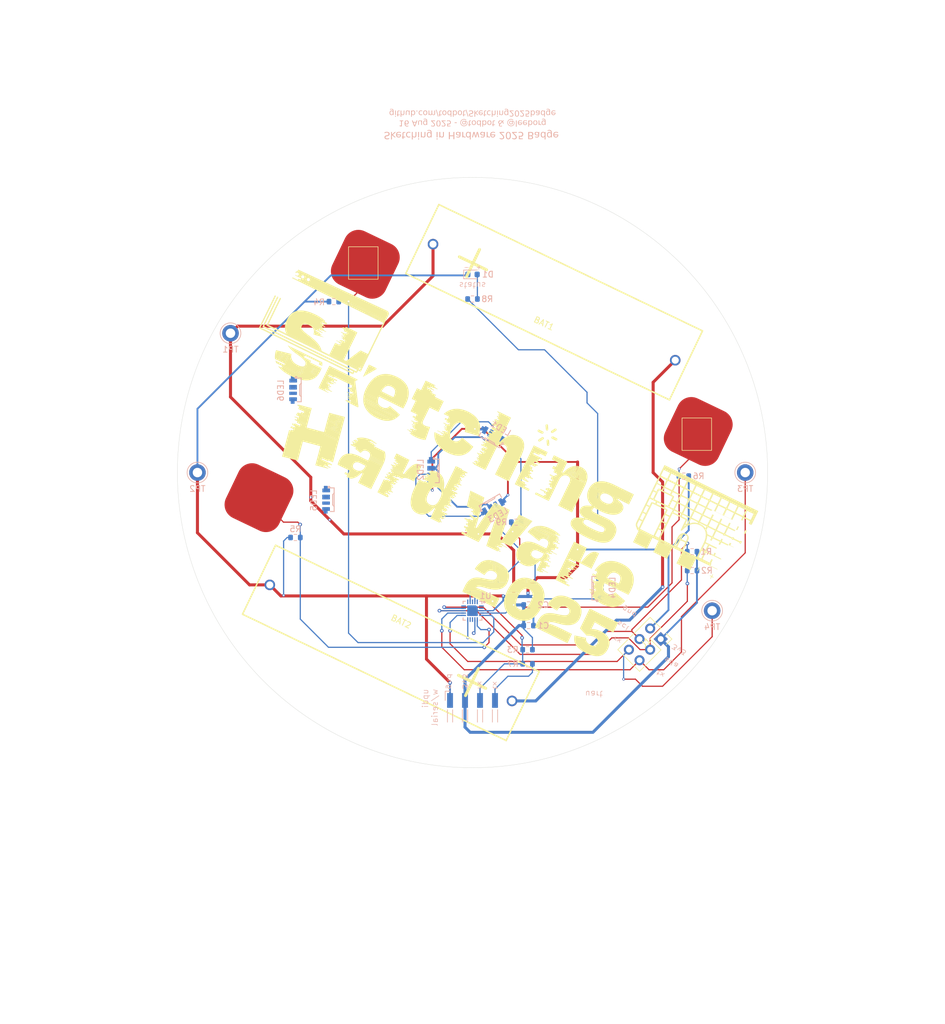
<source format=kicad_pcb>
(kicad_pcb (version 20241229) (generator "pcbnew") (generator_version "9.0")
  (layers (0 "F.Cu" signal) (2 "B.Cu" signal) (13 "F.Paste" user) (15 "B.Paste" user) (5 "F.SilkS" user "F.Silkscreen") (7 "B.SilkS" user "B.Silkscreen") (1 "F.Mask" user) (3 "B.Mask" user) (25 "Edge.Cuts" user))
  (net 0 "")
  (net 1 "GND")
  (net 2 "VCC")
  (net 3 "/SCL")
  (net 4 "/SDA")
  (net 5 "/RESET")
  (net 6 "/SCL_ALT")
  (net 7 "/TOUCH1")
  (net 8 "/TOUCH2")
  (net 9 "/SDA_ALT")
  (net 10 "/TOUCH0")
  (net 11 "/PC1")
  (net 12 "/PC0")
  (net 13 "/LED_DAT")
  (net 14 "Net-(LED1-DOUT)")
  (net 15 "Net-(D1-A)")
  (net 16 "/RXD")
  (net 17 "/TXD")
  (net 18 "/LED")
  (net 19 "Net-(LED1-DIN)")
  (net 20 "/TX")
  (net 22 "/PA7")
  (net 23 "Net-(BAT1--)")
  (net 24 "Net-(LED3-DOUT)")
  (net 25 "/PA3")
  (net 26 "/PB5")
  (net 27 "Net-(LED2-DOUT)")
  (net 28 "Net-(LED4-DOUT)")
  (net 29 "Net-(LED5-DOUT)")
  (footprint "todbot_stuff:Pad-CapTouch-10mm-roundrect-nosilk" (layer "F.Cu") (at 138.241421 93.042678 -25.6)
    (property "Reference" "SW3")
    (property "Value" "Capacitive_Button" (hide yes))
  )
  (footprint "todbot_stuff:Pad-CapTouch-10mm-roundrect-nosilk" (layer "F.Cu") (at 81.838551 64.719617 -25.6)
    (property "Reference" "SW1")
    (property "Value" "Capacitive_Button" (hide yes))
  )
  (footprint "todbot_stuff:Pad-CapTouch-10mm-roundrect-nosilk" (layer "F.Cu") (at 63.824727 104.254643 -25.6)
    (property "Reference" "SW2")
    (property "Value" "Capacitive_Button" (hide yes))
  )
  (footprint "Connector_PinSocket_2.54mm:PinSocket_2x03_P2.54mm_Vertical" (layer "F.Cu") (at 131.888154 128.203949 -45)
    (property "Reference" "J1")
    (property "Value" "Conn_02x03")
  )
  (footprint "easyeda2kicad:BAT-TH_BH-AAA-A1AJ001" (layer "F.Cu") (at 86.173256 128.858641 -25.6)
    (property "Reference" "BAT2")
    (property "Value" "BH-AAA-A1AJ001")
  )
  (footprint "easyeda2kicad:BAT-TH_BH-AAA-A1AJ001" (layer "F.Cu") (at 113.826744 71.141359 154.4)
    (property "Reference" "BAT1")
    (property "Value" "BH-AAA-A1AJ001")
  )
  (footprint "TestPoint:TestPoint_Keystone_5010-5014_Multipurpose" (layer "B.Cu") (at 140.6 123.4)
    (property "Reference" "TP4")
    (property "Value" "Sewable")
  )
  (footprint "todbot_stuff:LED-SMD_4P-L4.0-W1.6-L" (layer "B.Cu") (at 69.6125 86 -90)
    (property "Reference" "LED6")
    (property "Value" "SK6812SIDE" (hide yes))
  )
  (footprint "TestPoint:TestPoint_Keystone_5010-5014_Multipurpose" (layer "B.Cu") (at 146.2 100)
    (property "Reference" "TP3")
    (property "Value" "Sewable")
  )
  (footprint "TestPoint:TestPoint_Keystone_5010-5014_Multipurpose" (layer "B.Cu") (at 53.4 100)
    (property "Reference" "TP2")
    (property "Value" "Sewable")
  )
  (footprint "todbot_stuff:LED-SMD_4P-L4.0-W1.6-L" (layer "B.Cu") (at 103.532596 105.799999 30)
    (property "Reference" "LED3")
    (property "Value" "SK6812SIDE" (hide yes))
  )
  (footprint "TestPoint:TestPoint_Keystone_5010-5014_Multipurpose" (layer "B.Cu") (at 59 76.4)
    (property "Reference" "TP1")
    (property "Value" "Sewable")
  )
  (footprint "todbot_stuff:LED-SMD_4P-L4.0-W1.6-L" (layer "B.Cu") (at 93 99.720826 -90)
    (property "Reference" "LED2")
    (property "Value" "SK6812SIDE" (hide yes))
  )
  (footprint "LED_SMD:LED_0603_1608Metric" (layer "B.Cu") (at 100 66.437499)
    (property "Reference" "D1")
    (property "Value" "LED")
  )
  (footprint "easyeda2kicad:UQFN-20_L3.0-W3.0-P0.40-BL-EP1.7" (layer "B.Cu") (at 100 123.4 -90)
    (property "Reference" "U1")
    (property "Value" "ATtiny816-M")
  )
  (footprint "Resistor_SMD:R_0603_1608Metric" (layer "B.Cu") (at 109.325 132.4 180)
    (property "Reference" "R7")
    (property "Value" "1k")
  )
  (footprint "Resistor_SMD:R_0603_1608Metric" (layer "B.Cu") (at 137.2 113.4 180)
    (property "Reference" "R1")
    (property "Value" "10k")
  )
  (footprint "Resistor_SMD:R_0603_1608Metric" (layer "B.Cu") (at 109.5 122.42325)
    (property "Reference" "C2")
    (property "Value" "100n")
  )
  (footprint "todbot_stuff:LED-SMD_4P-L4.0-W1.6-L" (layer "B.Cu") (at 121.5875 119.6 90)
    (property "Reference" "LED4")
    (property "Value" "SK6812SIDE" (hide yes))
  )
  (footprint "Resistor_SMD:R_0603_1608Metric" (layer "B.Cu") (at 137.2 116.6 180)
    (property "Reference" "R2")
    (property "Value" "10k")
  )
  (footprint "Resistor_SMD:R_0603_1608Metric" (layer "B.Cu") (at 100 70.6)
    (property "Reference" "R8")
    (property "Value" "470")
  )
  (footprint "Resistor_SMD:R_0603_1608Metric" (layer "B.Cu") (at 109.5 125.92325)
    (property "Reference" "C1")
    (property "Value" "10uF")
  )
  (footprint "todbot_stuff:LED-SMD_4P-L4.0-W1.6-L" (layer "B.Cu") (at 103.5 93.620826 150)
    (property "Reference" "LED1")
    (property "Value" "SK6812SIDE" (hide yes))
  )
  (footprint "Resistor_SMD:R_0603_1608Metric" (layer "B.Cu") (at 135.8 100.6)
    (property "Reference" "R6")
    (property "Value" "1M")
  )
  (footprint "Resistor_SMD:R_0603_1608Metric" (layer "B.Cu") (at 76.508747 71.042485 180)
    (property "Reference" "R4")
    (property "Value" "1M")
  )
  (footprint "Resistor_SMD:R_0603_1608Metric" (layer "B.Cu") (at 109.325 130 180)
    (property "Reference" "R3")
    (property "Value" "10k")
  )
  (footprint "Resistor_SMD:R_0603_1608Metric" (layer "B.Cu") (at 107.4 108.4)
    (property "Reference" "R9")
    (property "Value" "1k")
  )
  (footprint "Connector_Harwin:Harwin_M20-89004xx_1x04_P2.54mm_Horizontal" (layer "B.Cu") (at 100 144.1275 -90)
    (property "Reference" "J2" (hide yes))
    (property "Value" "Conn_01x04_Pin" (hide yes))
  )
  (footprint "todbot_stuff:LED-SMD_4P-L4.0-W1.6-L" (layer "B.Cu") (at 75.2 104.6 -90)
    (property "Reference" "LED5")
    (property "Value" "SK6812SIDE" (hide yes))
  )
  (footprint "Resistor_SMD:R_0603_1608Metric" (layer "B.Cu") (at 70 111 180)
    (property "Reference" "R5")
    (property "Value" "1M")
  )
  (gr_poly (pts (xy 138.865436 107.216693) (xy 138.362482 108.24309) (xy 138.305457 108.215145) (xy 138.80376 107.198257) (xy 137.620551 106.618447) (xy 137.625202 106.608953)) (fill yes) (layer "F.SilkS"))
  (gr_poly (pts (xy 96.036142 90.525297) (xy 95.826581 90.952958) (xy 95.807582 90.943648) (xy 96.017151 90.515982)) (fill yes) (layer "F.SilkS"))
  (gr_poly (pts (xy 131.924262 108.694638) (xy 131.568 109.421661) (xy 132.209497 109.73601) (xy 131.515729 109.396057) (xy 131.871991 108.669021)) (fill yes) (layer "F.SilkS"))
  (gr_poly (pts (xy 104.568708 89.768237) (xy 104.578021 89.749234) (xy 104.616043 89.767861) (xy 104.618473 89.774942) (xy 104.594715 89.763288) (xy 104.585401 89.782305) (xy 104.243262 89.614654) (xy 104.192038 89.719197) (xy 104.173023 89.709881) (xy 104.226584 89.600585)) (fill yes) (layer "F.SilkS"))
  (gr_poly (pts (xy 108.112406 120.297134) (xy 108.065228 120.364077) (xy 108.018439 120.434595) (xy 107.971956 120.508716) (xy 107.925697 120.58647) (xy 107.879577 120.667883) (xy 107.833514 120.752986) (xy 107.787425 120.841806) (xy 107.741226 120.934371) (xy 107.646639 121.137009) (xy 107.604398 121.23526) (xy 107.565548 121.331448) (xy 107.530106 121.425559) (xy 107.49809 121.517582) (xy 107.469517 121.607502) (xy 107.444404 121.695307) (xy 107.422769 121.780984) (xy 107.404628 121.864518) (xy 107.389999 121.945898) (xy 107.378899 122.025109) (xy 107.371345 122.10214) (xy 107.367355 122.176976) (xy 107.366945 122.249604) (xy 107.370133 122.320012) (xy 107.376937 122.388186) (xy 107.387373 122.454114) (xy 107.401458 122.517781) (xy 107.419211 122.579175) (xy 107.440647 122.638283) (xy 107.465785 122.695091) (xy 107.494641 122.749586) (xy 107.527233 122.801756) (xy 107.563578 122.851587) (xy 107.603694 122.899066) (xy 107.647596 122.94418) (xy 107.695304 122.986915) (xy 107.746833 123.027259) (xy 107.802201 123.065198) (xy 107.861426 123.100719) (xy 107.924524 123.13381) (xy 107.991963 123.164668) (xy 108.058852 123.190896) (xy 108.125192 123.212519) (xy 108.190983 123.229564) (xy 108.256227 123.242053) (xy 108.320923 123.250014) (xy 108.385073 123.253471) (xy 108.448676 123.252449) (xy 108.511735 123.246973) (xy 108.574249 123.237068) (xy 108.636218 123.22276) (xy 108.697644 123.204074) (xy 108.758528 123.181034) (xy 108.818869 123.153666) (xy 108.878669 123.121995) (xy 108.937928 123.086047) (xy 108.996646 123.045846) (xy 109.054825 123.001417) (xy 109.112465 122.952786) (xy 109.169567 122.899977) (xy 109.226131 122.843016) (xy 109.282158 122.781929) (xy 109.392603 122.647473) (xy 109.500907 122.49681) (xy 109.607075 122.330142) (xy 109.711113 122.14767) (xy 109.813025 121.949594) (xy 109.875563 121.818016) (xy 109.932192 121.690552) (xy 109.982905 121.567164) (xy 110.027694 121.447815) (xy 110.066552 121.332465) (xy 110.099472 121.221077) (xy 110.126447 121.113612) (xy 110.14747 121.010033) (xy 110.162532 120.910301) (xy 110.171629 120.814379) (xy 110.174751 120.722228) (xy 110.171892 120.63381) (xy 110.163045 120.549087) (xy 110.148202 120.468021) (xy 110.127356 120.390574) (xy 110.100501 120.316708) (xy 112.147742 120.335787) (xy 112.16912 120.471952) (xy 112.184007 120.611039) (xy 112.192324 120.753035) (xy 112.193992 120.897927) (xy 112.188929 121.045701) (xy 112.177057 121.196345) (xy 112.158295 121.349845) (xy 112.132564 121.506188) (xy 112.099784 121.665361) (xy 112.059874 121.827351) (xy 112.012755 121.992144) (xy 111.958348 122.159727) (xy 111.896572 122.330088) (xy 111.827347 122.503212) (xy 111.750594 122.679087) (xy 111.666233 122.857699) (xy 111.56333 123.059523) (xy 111.457247 123.251617) (xy 111.348061 123.434028) (xy 111.235846 123.606804) (xy 111.120676 123.769992) (xy 111.002627 123.923639) (xy 110.881774 124.067795) (xy 110.758191 124.202505) (xy 110.631953 124.327817) (xy 110.503136 124.443779) (xy 110.371814 124.550438) (xy 110.238062 124.647842) (xy 110.101955 124.736038) (xy 109.963568 124.815074) (xy 109.822977 124.884998) (xy 109.680255 124.945856) (xy 109.535477 124.997696) (xy 109.38872 125.040567) (xy 109.240057 125.074514) (xy 109.089563 125.099587) (xy 108.937314 125.115831) (xy 108.783385 125.123296) (xy 108.62785 125.122027) (xy 108.470783 125.112074) (xy 108.312262 125.093483) (xy 108.152359 125.066301) (xy 107.99115 125.030577) (xy 107.82871 124.986358) (xy 107.665113 124.933691) (xy 107.500436 124.872624) (xy 107.334752 124.803204) (xy 107.168137 124.725479) (xy 106.859678 124.559812) (xy 106.577968 124.378172) (xy 106.447327 124.281428) (xy 106.323594 124.180769) (xy 106.206842 124.076221) (xy 106.097144 123.967811) (xy 105.994575 123.855566) (xy 105.899206 123.739511) (xy 105.811112 123.619673) (xy 105.730367 123.496078) (xy 105.657043 123.368752) (xy 105.591214 123.237721) (xy 105.532953 123.103013) (xy 105.482335 122.964653) (xy 105.439432 122.822667) (xy 105.404318 122.677081) (xy 105.377066 122.527923) (xy 105.357751 122.375218) (xy 105.346444 122.218992) (xy 105.34322 122.059273) (xy 105.348152 121.896085) (xy 105.361313 121.729455) (xy 105.382778 121.559411) (xy 105.412619 121.385977) (xy 105.45091 121.20918) (xy 105.497724 121.029047) (xy 105.553135 120.845603) (xy 105.617216 120.658876) (xy 105.771683 120.275674)) (fill yes) (layer "F.SilkS"))
  (gr_poly (pts (xy 111.162583 109.623071) (xy 111.174222 109.599313) (xy 111.145722 109.585348) (xy 111.150373 109.575851) (xy 111.207386 109.603781) (xy 111.216699 109.584777) (xy 111.325995 109.638342) (xy 111.33765 109.614569) (xy 111.171329 109.533074) (xy 111.178318 109.518826) (xy 111.23533 109.546759) (xy 111.239994 109.537261) (xy 111.292264 109.562881) (xy 111.303903 109.539123) (xy 111.213611 109.494873) (xy 111.218277 109.485366) (xy 111.137494 109.445782) (xy 111.144483 109.43153) (xy 111.206262 109.461801) (xy 111.213239 109.44754) (xy 111.256 109.468493) (xy 111.267639 109.444735) (xy 111.239139 109.43077) (xy 111.246131 109.416519) (xy 111.298389 109.442126) (xy 111.310028 109.418368) (xy 111.248261 109.388098) (xy 111.255237 109.373834) (xy 114.381946 110.90599) (xy 114.36099 110.948764) (xy 114.660352 111.095462) (xy 114.613791 111.190493) (xy 114.433222 111.102011) (xy 114.363355 111.244561) (xy 114.657974 111.388931) (xy 114.655637 111.393685) (xy 114.693659 111.412316) (xy 114.649423 111.502594) (xy 114.240766 111.302346) (xy 114.170911 111.444897) (xy 114.50354 111.607897) (xy 114.387113 111.845492) (xy 114.653208 111.975885) (xy 114.650882 111.980627) (xy 114.779181 112.043505) (xy 114.734934 112.133782) (xy 114.007926 111.777526) (xy 113.938059 111.920086) (xy 113.71948 111.812976) (xy 113.649625 111.955526) (xy 114.272119 112.260559) (xy 114.155695 112.498153) (xy 114.564337 112.6984) (xy 114.44791 112.935995) (xy 114.039267 112.735748) (xy 113.829706 113.163409) (xy 113.549335 113.026028) (xy 113.491123 113.144818) (xy 113.315305 113.058676) (xy 113.245453 113.201223) (xy 113.620844 113.38518) (xy 113.574268 113.480212) (xy 113.99719 113.687448) (xy 113.99365 113.688657) (xy 113.99011 113.689877) (xy 114.298978 113.841223) (xy 114.266373 113.907745) (xy 113.163959 113.367544) (xy 113.094104 113.510095) (xy 113.445737 113.682397) (xy 113.438657 113.684826) (xy 113.471924 113.701129) (xy 113.404395 113.838925) (xy 113.176297 113.72716) (xy 113.129737 113.822195) (xy 112.583271 113.554418) (xy 112.513416 113.696969) (xy 112.532434 113.706295) (xy 112.530109 113.711038) (xy 112.910254 113.897317) (xy 112.842725 114.035125) (xy 112.861728 114.044427) (xy 112.859403 114.049182) (xy 113.139749 114.186566) (xy 113.095514 114.276855) (xy 112.914942 114.188372) (xy 112.84509 114.330923) (xy 112.864093 114.340237) (xy 112.861768 114.344992) (xy 112.980557 114.403204) (xy 112.98765 114.40079) (xy 113.182471 114.496249) (xy 113.135898 114.591281) (xy 112.72724 114.391033) (xy 112.657389 114.533584) (xy 112.990015 114.696585) (xy 112.873587 114.934179) (xy 113.267984 115.127438) (xy 113.221408 115.22247) (xy 112.4944 114.866213) (xy 112.424546 115.008776) (xy 112.205954 114.901663) (xy 112.136103 115.044213) (xy 112.782355 115.360897) (xy 112.665927 115.59848) (xy 113.07457 115.798727) (xy 112.958158 116.036322) (xy 112.5495 115.836074) (xy 112.339939 116.263739) (xy 112.059568 116.126354) (xy 112.001355 116.245147) (xy 111.825537 116.159002) (xy 111.755686 116.30155) (xy 112.131076 116.485507) (xy 112.084516 116.580538) (xy 112.811539 116.936795) (xy 112.776605 117.008084) (xy 111.674192 116.467871) (xy 111.604337 116.610421) (xy 111.979727 116.794363) (xy 111.909876 116.936929) (xy 111.681787 116.825161) (xy 111.635227 116.920193) (xy 111.088761 116.652423) (xy 111.072458 116.685687) (xy 110.839618 116.571588) (xy 111.596381 115.027236) (xy 111.406302 114.934103) (xy 111.252213 115.086926) (xy 111.095325 115.228339) (xy 110.935587 115.357669) (xy 110.77295 115.474245) (xy 110.607363 115.577394) (xy 110.438774 115.666444) (xy 110.267135 115.740722) (xy 110.092393 115.799558) (xy 110.003844 115.822974) (xy 109.9145 115.842278) (xy 109.824355 115.857384) (xy 109.733404 115.86821) (xy 109.641639 115.87467) (xy 109.549055 115.876682) (xy 109.455644 115.874161) (xy 109.361402 115.867022) (xy 109.266321 115.855183) (xy 109.170395 115.838559) (xy 109.073618 115.817065) (xy 108.975984 115.790618) (xy 108.877486 115.759135) (xy 108.778118 115.72253) (xy 108.677873 115.68072) (xy 108.576746 115.633621) (xy 108.472405 115.579723) (xy 108.37157 115.521983) (xy 108.274448 115.46047) (xy 108.181248 115.39525) (xy 108.092178 115.326392) (xy 108.007448 115.253963) (xy 107.927265 115.178031) (xy 107.851839 115.098664) (xy 107.781378 115.015928) (xy 107.716091 114.929893) (xy 107.656186 114.840625) (xy 107.601872 114.748192) (xy 107.553357 114.652663) (xy 107.510851 114.554104) (xy 107.474561 114.452583) (xy 107.444696 114.348168) (xy 107.456516 114.34808) (xy 107.447368 114.306585) (xy 107.439219 114.264492) (xy 107.432078 114.221822) (xy 107.42595 114.178597) (xy 107.420844 114.134836) (xy 107.416767 114.090561) (xy 107.413725 114.045792) (xy 107.411726 114.00055) (xy 107.410777 113.954856) (xy 107.410885 113.90873) (xy 107.412058 113.862194) (xy 107.414302 113.815268) (xy 107.415048 113.804658) (xy 109.944196 113.804658) (xy 109.944646 113.832356) (xy 109.946548 113.859911) (xy 109.94993 113.887316) (xy 109.95482 113.914568) (xy 109.961247 113.94166) (xy 109.96924 113.968587) (xy 109.978827 113.995343) (xy 109.990037 114.021923) (xy 110.002897 114.048322) (xy 110.017438 114.074534) (xy 110.033687 114.100554) (xy 110.051673 114.126376) (xy 110.071425 114.151995) (xy 110.09297 114.177405) (xy 110.116338 114.202602) (xy 110.141558 114.227579) (xy 110.168656 114.252331) (xy 110.197664 114.276853) (xy 110.228608 114.301139) (xy 110.261517 114.325185) (xy 110.296421 114.348983) (xy 110.309042 114.359497) (xy 110.315561 114.364682) (xy 110.32233 114.369783) (xy 110.32943 114.374769) (xy 110.333131 114.37721) (xy 110.336945 114.379613) (xy 110.340884 114.381973) (xy 110.344958 114.384286) (xy 110.349176 114.38655) (xy 110.353549 114.38876) (xy 110.358289 114.391085) (xy 110.371989 114.399742) (xy 110.38627 114.408201) (xy 110.40105 114.416491) (xy 110.416245 114.424639) (xy 110.431771 114.432674) (xy 110.447547 114.440624) (xy 110.479511 114.456381) (xy 110.556816 114.491524) (xy 110.633626 114.521056) (xy 110.709824 114.545073) (xy 110.785291 114.563676) (xy 110.859912 114.57696) (xy 110.933569 114.585024) (xy 111.006144 114.587967) (xy 111.077522 114.585886) (xy 111.147584 114.578878) (xy 111.216214 114.567043) (xy 111.283294 114.550478) (xy 111.348708 114.529281) (xy 111.412338 114.503549) (xy 111.474067 114.473382) (xy 111.533778 114.438876) (xy 111.591355 114.400131) (xy 111.626856 114.399847) (xy 111.65176 114.379735) (xy 111.676197 114.358851) (xy 111.700151 114.337194) (xy 111.723603 114.314764) (xy 111.746536 114.291562) (xy 111.768932 114.267587) (xy 111.790776 114.242841) (xy 111.812048 114.217322) (xy 111.832732 114.191032) (xy 111.85281 114.163969) (xy 111.872265 114.136136) (xy 111.89108 114.107531) (xy 111.909238 114.078155) (xy 111.92672 114.048007) (xy 111.943509 114.017089) (xy 111.959589 113.9854) (xy 112.076001 113.747805) (xy 112.056998 113.738504) (xy 112.059336 113.733749) (xy 111.108966 113.268042) (xy 111.067071 113.248389) (xy 111.025174 113.230468) (xy 110.983325 113.214279) (xy 110.941579 113.19982) (xy 110.899987 113.187089) (xy 110.858602 113.176086) (xy 110.817475 113.166809) (xy 110.776661 113.159256) (xy 110.73621 113.153427) (xy 110.696176 113.14932) (xy 110.65661 113.146934) (xy 110.617566 113.146268) (xy 110.579096 113.14732) (xy 110.541251 113.150089) (xy 110.504085 113.154573) (xy 110.46765 113.160773) (xy 110.431998 113.168685) (xy 110.397182 113.178309) (xy 110.363254 113.189644) (xy 110.330267 113.202688) (xy 110.298273 113.21744) (xy 110.267324 113.233899) (xy 110.237472 113.252063) (xy 110.208771 113.271931) (xy 110.181273 113.293502) (xy 110.15503 113.316775) (xy 110.130094 113.341748) (xy 110.106518 113.36842) (xy 110.084355 113.396789) (xy 110.063656 113.426855) (xy 110.044474 113.458616) (xy 110.026862 113.492071) (xy 110.00074 113.549821) (xy 109.979281 113.607214) (xy 109.970372 113.635764) (xy 109.962714 113.664208) (xy 109.956336 113.692541) (xy 109.951267 113.720758) (xy 109.947534 113.748854) (xy 109.945168 113.776822) (xy 109.944196 113.804658) (xy 107.415048 113.804658) (xy 107.417626 113.767972) (xy 107.422035 113.720328) (xy 107.427537 113.672356) (xy 107.43414 113.624078) (xy 107.417566 113.621844) (xy 107.43385 113.532879) (xy 107.454029 113.442026) (xy 107.478242 113.349421) (xy 107.50663 113.255201) (xy 107.539332 113.159504) (xy 107.576488 113.062468) (xy 107.618238 112.964229) (xy 107.664722 112.864926) (xy 107.728204 112.742194) (xy 107.795582 112.62536) (xy 107.866932 112.514581) (xy 107.942333 112.410018) (xy 108.021861 112.311827) (xy 108.105595 112.220169) (xy 108.193612 112.135202) (xy 108.285988 112.057085) (xy 108.382803 111.985977) (xy 108.484134 111.922036) (xy 108.590057 111.865421) (xy 108.700651 111.816292) (xy 108.815992 111.774806) (xy 108.93616 111.741124) (xy 109.06123 111.715403) (xy 109.191281 111.697802) (xy 109.191373 111.709634) (xy 109.275534 111.70312) (xy 109.361353 111.699283) (xy 109.448915 111.698374) (xy 109.538304 111.70064) (xy 109.629605 111.70633) (xy 109.722904 111.715692) (xy 109.818286 111.728976) (xy 109.915836 111.746429) (xy 109.913422 111.739349) (xy 110.046463 111.767248) (xy 110.182605 111.80164) (xy 110.322016 111.842607) (xy 110.464863 111.890231) (xy 110.611313 111.944593) (xy 110.761533 112.005775) (xy 110.915692 112.073859) (xy 111.073957 112.148925) (xy 112.509024 112.852136) (xy 112.727899 112.405459) (xy 112.748813 112.361156) (xy 112.76788 112.317351) (xy 112.785081 112.274056) (xy 112.800396 112.231283) (xy 112.813805 112.189043) (xy 112.825288 112.147348) (xy 112.834825 112.106211) (xy 112.842397 112.065642) (xy 112.847984 112.025655) (xy 112.851566 111.98626) (xy 112.853123 111.94747) (xy 112.852635 111.909297) (xy 112.850082 111.871752) (xy 112.845445 111.834847) (xy 112.838704 111.798594) (xy 112.829838 111.763005) (xy 112.818829 111.728092) (xy 112.805656 111.693867) (xy 112.7903 111.660342) (xy 112.77274 111.627527) (xy 112.752956 111.595436) (xy 112.73093 111.56408) (xy 112.706641 111.533471) (xy 112.680069 111.503621) (xy 112.651194 111.474542) (xy 112.619998 111.446245) (xy 112.586458 111.418743) (xy 112.550557 111.392047) (xy 112.512274 111.366169) (xy 112.471589 111.341121) (xy 112.428483 111.316916) (xy 112.382935 111.293563) (xy 112.342191 111.274328) (xy 112.301923 111.256796) (xy 112.262122 111.240984) (xy 112.22278 111.226908) (xy 112.183886 111.214584) (xy 112.145432 111.204029) (xy 112.10741 111.195258) (xy 112.06981 111.188287) (xy 112.032622 111.183133) (xy 111.99584 111.179812) (xy 111.959452 111.17834) (xy 111.923451 111.178733) (xy 111.887827 111.181007) (xy 111.852571 111.185178) (xy 111.817675 111.191262) (xy 111.783129 111.199275) (xy 111.748925 111.209235) (xy 111.715053 111.221155) (xy 111.681505 111.235054) (xy 111.648271 111.250946) (xy 111.615343 111.268849) (xy 111.582711 111.288777) (xy 111.550368 111.310748) (xy 111.518303 111.334777) (xy 111.486507 111.36088) (xy 111.454973 111.389074) (xy 111.42369 111.419374) (xy 111.39265 111.451797) (xy 111.361844 111.486359) (xy 111.331263 111.523076) (xy 111.300898 111.561964) (xy 111.27074 111.603039) (xy 109.927411 110.532278) (xy 109.367703 110.087112) (xy 109.390067 110.056087) (xy 109.41321 110.025442) (xy 109.43702 109.995124) (xy 109.461388 109.965078) (xy 109.4862 109.93525) (xy 109.511348 109.905586) (xy 109.562201 109.846533) (xy 112.631873 111.350729) (xy 112.64585 111.322232) (xy 112.807416 111.401397) (xy 112.821381 111.372885) (xy 112.53627 111.233178) (xy 112.55025 111.204666) (xy 112.626264 111.241925) (xy 112.654209 111.184899) (xy 112.578192 111.14764) (xy 112.587506 111.128637) (xy 112.739566 111.203143) (xy 112.753531 111.174642) (xy 112.634741 111.11643) (xy 112.644055 111.097412) (xy 112.686817 111.118368) (xy 112.700781 111.089868) (xy 112.833835 111.155056) (xy 112.847803 111.126544) (xy 112.776526 111.091625) (xy 112.797483 111.048849) (xy 112.735715 111.018579) (xy 112.747354 110.994821) (xy 112.823386 111.03208) (xy 112.837351 111.003567) (xy 112.775583 110.973297) (xy 112.7849 110.954293) (xy 112.818152 110.970584) (xy 112.832132 110.942086) (xy 112.775107 110.914141) (xy 112.784421 110.895126) (xy 112.708393 110.857867) (xy 112.717707 110.838861) (xy 112.817493 110.887762) (xy 112.824481 110.87351) (xy 112.933777 110.927075) (xy 112.947745 110.898562) (xy 112.881211 110.865954) (xy 112.888199 110.851702) (xy 112.816925 110.816769) (xy 112.826239 110.797766) (xy 113.03057 110.897888) (xy 113.044535 110.869378) (xy 112.911481 110.804187) (xy 112.92312 110.780429) (xy 112.851847 110.745495) (xy 112.858835 110.731231) (xy 112.892102 110.747537) (xy 112.906079 110.719036) (xy 110.145255 109.366174) (xy 110.173736 109.349201) (xy 110.202635 109.332505) (xy 110.231925 109.316139) (xy 110.261578 109.300159) (xy 110.291568 109.284621) (xy 110.321868 109.269579) (xy 110.35245 109.25509) (xy 110.383289 109.241207)) (fill yes) (layer "F.SilkS"))
  (gr_poly (pts (xy 133.77677 107.150985) (xy 133.082868 108.567025) (xy 133.030597 108.541406) (xy 133.724488 107.125369)) (fill yes) (layer "F.SilkS"))
  (gr_poly (pts (xy 144.120764 110.946905) (xy 144.074188 111.041937) (xy 144.021906 111.016333) (xy 144.068476 110.921286)) (fill yes) (layer "F.SilkS"))
  (gr_poly (pts (xy 136.42923 108.5686) (xy 136.33841 108.753924) (xy 136.286151 108.728305) (xy 136.376959 108.542996)) (fill yes) (layer "F.SilkS"))
  (gr_poly (pts (xy 142.250177 107.873501) (xy 141.942823 108.50075) (xy 141.757495 108.409939) (xy 141.762158 108.400433) (xy 141.814429 108.426049) (xy 142.117139 107.808309)) (fill yes) (layer "F.SilkS"))
  (gr_poly (pts (xy 132.808106 109.12774) (xy 132.45185 109.85476) (xy 132.399579 109.829156) (xy 132.755835 109.10212)) (fill yes) (layer "F.SilkS"))
  (gr_poly (pts (xy 77.073075 84.367973) (xy 77.070743 84.372726) (xy 76.514782 84.100296) (xy 76.517115 84.095541)) (fill yes) (layer "F.SilkS"))
  (gr_poly (pts (xy 86.416832 99.488922) (xy 86.435462 99.4509) (xy 87.637676 100.039999) (xy 87.712192 99.887942) (xy 88.196878 100.12546) (xy 88.180574 100.158712) (xy 88.368419 100.268447) (xy 88.370975 100.265347) (xy 88.373382 100.262303) (xy 88.375658 100.259316) (xy 88.377821 100.256385) (xy 88.381874 100.250694) (xy 88.385681 100.245227) (xy 88.389379 100.239984) (xy 88.39123 100.237446) (xy 88.393107 100.234963) (xy 88.395025 100.232536) (xy 88.397003 100.230163) (xy 88.399058 100.227845) (xy 88.401207 100.225582) (xy 89.508386 100.768121) (xy 89.359366 101.072238) (xy 86.104358 99.477218) (xy 86.160247 99.36318)) (fill yes) (layer "F.SilkS"))
  (gr_poly (pts (xy 131.310431 105.040817) (xy 131.166065 105.33544) (xy 132.349274 105.915234) (xy 132.344623 105.924731) (xy 131.104389 105.316989) (xy 131.253406 105.012875)) (fill yes) (layer "F.SilkS"))
  (gr_poly (pts (xy 103.00015 114.835132) (xy 103.075221 114.84501) (xy 103.151193 114.856711) (xy 103.228068 114.870373) (xy 103.305847 114.886135) (xy 103.384532 114.904136) (xy 103.464123 114.924514) (xy 103.544623 114.947409) (xy 103.649176 114.998632) (xy 103.648261 115.180883) (xy 102.92598 114.826937)) (fill yes) (layer "F.SilkS"))
  (gr_poly (pts (xy 93.157932 85.744206) (xy 93.155606 85.748954) (xy 92.818225 85.583628) (xy 92.820551 85.57888)) (fill yes) (layer "F.SilkS"))
  (gr_poly (pts (xy 115.344458 115.543884) (xy 114.606323 117.050216) (xy 114.605936 117.002877) (xy 115.344068 115.496548)) (fill yes) (layer "F.SilkS"))
  (gr_poly (pts (xy 114.703064 111.405133) (xy 114.700739 111.409887) (xy 114.657974 111.388931) (xy 114.6603 111.384176)) (fill yes) (layer "F.SilkS"))
  (gr_poly (pts (xy 93.617453 93.176324) (xy 93.615113 93.181079) (xy 93.562857 93.155459) (xy 93.54898 93.292036) (xy 93.544123 93.359501) (xy 93.54066 93.426431) (xy 93.538593 93.492836) (xy 93.537925 93.558727) (xy 93.538662 93.624115) (xy 93.540805 93.689009) (xy 93.544359 93.75342) (xy 93.549327 93.817358) (xy 93.555713 93.880835) (xy 93.563519 93.943859) (xy 93.572751 94.006443) (xy 93.583411 94.068596) (xy 93.595503 94.130328) (xy 93.60903 94.19165) (xy 93.609494 94.250817) (xy 93.594632 94.185457) (xy 93.581263 94.119586) (xy 93.569388 94.053204) (xy 93.559007 93.986311) (xy 93.55012 93.918907) (xy 93.542726 93.850992) (xy 93.536826 93.782566) (xy 93.53242 93.713629) (xy 93.528088 93.574221) (xy 93.529729 93.432769) (xy 93.537344 93.289271) (xy 93.550931 93.143728)) (fill yes) (layer "F.SilkS"))
  (gr_poly (pts (xy 78.215622 76.035549) (xy 78.196617 76.02624) (xy 78.222229 75.97397) (xy 78.245891 75.973776)) (fill yes) (layer "F.SilkS"))
  (gr_poly (pts (xy 110.041565 96.133081) (xy 109.30343 97.63941) (xy 109.307797 97.5944) (xy 110.045932 96.08807)) (fill yes) (layer "F.SilkS"))
  (gr_poly (pts (xy 136.122205 108.94262) (xy 136.115216 108.956872) (xy 136.157978 108.977825) (xy 136.113264 109.007029) (xy 136.069083 109.037116) (xy 136.025296 109.068086) (xy 135.981765 109.09994) (xy 135.938352 109.13268) (xy 135.894918 109.166307) (xy 135.851325 109.20082) (xy 135.807434 109.236221) (xy 135.86098 109.126937) (xy 135.893414 109.101372) (xy 135.925519 109.076611) (xy 135.957407 109.052572) (xy 135.989188 109.029172) (xy 136.020972 109.006326) (xy 136.05287 108.983952) (xy 136.084993 108.961965) (xy 136.11745 108.940283)) (fill yes) (layer "F.SilkS"))
  (gr_poly (pts (xy 135.697205 110.543466) (xy 135.340949 111.270489) (xy 136.148755 111.666329) (xy 135.28869 111.244885) (xy 135.644947 110.517849)) (fill yes) (layer "F.SilkS"))
  (gr_poly (pts (xy 123.653137 114.978639) (xy 123.814459 114.991109) (xy 123.977696 115.011279) (xy 124.142805 115.039186) (xy 124.309741 115.074865) (xy 124.478462 115.118355) (xy 124.648922 115.169691) (xy 124.994887 115.296051) (xy 125.347284 115.454238) (xy 125.404188 115.48222) (xy 125.460436 115.510429) (xy 125.488106 115.524689) (xy 125.51536 115.539091) (xy 125.542117 115.553662) (xy 125.568292 115.568432) (xy 125.642489 115.609779) (xy 125.715275 115.651607) (xy 125.786569 115.693944) (xy 125.856286 115.73682) (xy 125.924345 115.780263) (xy 125.990663 115.824303) (xy 126.055156 115.868968) (xy 126.117743 115.914288) (xy 126.139173 115.930682) (xy 126.154219 115.940528) (xy 126.16902 115.950739) (xy 126.183549 115.961231) (xy 126.197775 115.97192) (xy 126.21167 115.982724) (xy 126.225205 115.993557) (xy 126.238352 116.004337) (xy 126.251081 116.014981) (xy 126.363281 116.109657) (xy 126.469003 116.20647) (xy 126.568299 116.305372) (xy 126.661218 116.406313) (xy 126.747811 116.509242) (xy 126.828128 116.614109) (xy 126.902219 116.720866) (xy 126.970134 116.829462) (xy 127.031925 116.939847) (xy 127.08764 117.051971) (xy 127.137331 117.165786) (xy 127.181047 117.28124) (xy 127.21884 117.398285) (xy 127.250759 117.516869) (xy 127.276855 117.636945) (xy 127.297177 117.758461) (xy 127.311777 117.881367) (xy 127.320705 118.005615) (xy 127.321743 118.257936) (xy 127.300695 118.515023) (xy 127.257964 118.776478) (xy 127.193951 119.041904) (xy 127.109059 119.310901) (xy 127.00369 119.583071) (xy 126.878247 119.858016) (xy 126.800312 120.016502) (xy 126.724533 120.1672) (xy 126.686215 120.241096) (xy 126.646953 120.314805) (xy 126.606252 120.388914) (xy 126.563617 120.46401) (xy 124.182959 119.297439) (xy 124.150354 119.363961) (xy 123.760712 119.173031) (xy 123.728119 119.239547) (xy 124.379114 119.55856) (xy 124.346515 119.625082) (xy 124.194458 119.550576) (xy 124.159528 119.621853) (xy 122.353833 118.73702) (xy 122.321922 118.823149) (xy 122.293121 118.906648) (xy 122.267426 118.987579) (xy 122.244834 119.065999) (xy 122.225342 119.141967) (xy 122.208948 119.215543) (xy 122.195648 119.286785) (xy 122.185439 119.355752) (xy 122.178319 119.422504) (xy 122.174284 119.487099) (xy 122.173331 119.549596) (xy 122.175458 119.610055) (xy 122.180662 119.668533) (xy 122.188938 119.725091) (xy 122.200285 119.779787) (xy 122.2147 119.832679) (xy 122.232179 119.883828) (xy 122.252719 119.933291) (xy 122.276318 119.981129) (xy 122.302972 120.027399) (xy 122.332679 120.072161) (xy 122.365435 120.115474) (xy 122.401238 120.157396) (xy 122.440084 120.197987) (xy 122.48197 120.237306) (xy 122.526894 120.275411) (xy 122.574853 120.312362) (xy 122.625843 120.348218) (xy 122.679862 120.383036) (xy 122.736906 120.416878) (xy 122.796973 120.4498) (xy 122.860059 120.481863) (xy 122.905832 120.503742) (xy 122.950514 120.523991) (xy 122.994137 120.542632) (xy 123.036731 120.55969) (xy 123.078329 120.57519) (xy 123.118961 120.589155) (xy 123.158659 120.601608) (xy 123.197454 120.612575) (xy 123.235379 120.622079) (xy 123.272463 120.630144) (xy 123.308739 120.636794) (xy 123.344237 120.642053) (xy 123.378991 120.645945) (xy 123.413029 120.648495) (xy 123.446385 120.649725) (xy 123.47909 120.649661) (xy 123.474439 120.659164) (xy 123.640747 120.74067) (xy 123.624457 120.773928) (xy 123.548413 120.736666) (xy 123.515821 120.803201) (xy 125.739673 121.892941) (xy 125.661004 121.973388) (xy 125.579905 122.051746) (xy 125.496403 122.127682) (xy 125.410521 122.200864) (xy 125.366696 122.236318) (xy 125.322285 122.270958) (xy 125.277291 122.304743) (xy 125.231718 122.337632) (xy 125.185569 122.369583) (xy 125.138847 122.400554) (xy 125.091555 122.430503) (xy 125.043695 122.45939) (xy 121.52735 120.736306) (xy 121.515711 120.760067) (xy 121.382654 120.694863) (xy 121.371015 120.718618) (xy 121.603858 120.832724) (xy 121.592218 120.856478) (xy 121.530438 120.826211) (xy 121.507154 120.873727) (xy 121.568933 120.904006) (xy 121.561945 120.918258) (xy 121.438385 120.857705) (xy 121.426746 120.881466) (xy 121.521796 120.928036) (xy 121.514807 120.9423) (xy 121.481537 120.925997) (xy 121.469898 120.949758) (xy 121.360602 120.896194) (xy 121.348963 120.919967) (xy 121.410742 120.950234) (xy 121.39444 120.983499) (xy 121.44671 121.009109) (xy 121.43739 121.028109) (xy 121.375629 120.997842) (xy 121.363971 121.021597) (xy 121.416248 121.047219) (xy 121.409253 121.061477) (xy 121.380756 121.0475) (xy 121.369116 121.071261) (xy 121.411865 121.092214) (xy 121.404889 121.106466) (xy 121.466669 121.136746) (xy 121.45968 121.150997) (xy 121.378894 121.11141) (xy 121.374243 121.120919) (xy 121.283954 121.076675) (xy 121.272315 121.10043) (xy 121.324585 121.126052) (xy 121.319922 121.135556) (xy 121.376947 121.163491) (xy 121.369953 121.177749) (xy 121.20365 121.096261) (xy 121.192011 121.120016) (xy 121.301306 121.173568) (xy 121.291986 121.192568) (xy 121.348999 121.220516) (xy 121.344348 121.230026) (xy 121.315839 121.216055) (xy 121.304199 121.239816) (xy 124.340613 122.727725) (xy 124.221501 122.750329) (xy 124.098887 122.767307) (xy 123.972698 122.778442) (xy 123.842859 122.783515) (xy 123.709294 122.782309) (xy 123.57193 122.774607) (xy 123.430692 122.760189) (xy 123.285505 122.738838) (xy 123.136295 122.710337) (xy 122.982987 122.674468) (xy 122.825506 122.631012) (xy 122.663778 122.579752) (xy 122.497728 122.52047) (xy 122.327281 122.452947) (xy 122.152364 122.376968) (xy 121.972901 122.292312) (xy 121.806314 122.20743) (xy 121.645205 122.118715) (xy 121.489703 122.026204) (xy 121.339934 121.929934) (xy 121.19603 121.829943) (xy 121.058117 121.726268) (xy 120.926324 121.618945) (xy 120.800781 121.508011) (xy 120.681615 121.393504) (xy 120.568956 121.275461) (xy 120.462931 121.153919) (xy 120.363671 121.028914) (xy 120.271302 120.900485) (xy 120.185954 120.768667) (xy 120.107755 120.633499) (xy 120.036835 120.495016) (xy 120.055463 120.457009) (xy 120.007947 120.433731) (xy 120.000684 120.41249) (xy 120.012506 120.412387) (xy 119.996789 120.377902) (xy 119.982041 120.34341) (xy 119.968124 120.308911) (xy 119.954901 120.274407) (xy 119.942232 120.239899) (xy 119.929979 120.205387) (xy 119.906171 120.136355) (xy 120.172278 120.266751) (xy 120.256098 120.095687) (xy 120.237079 120.086373) (xy 120.239405 120.081619) (xy 119.840253 119.886019) (xy 119.827954 119.826956) (xy 119.888495 119.703408) (xy 120.164112 119.838467) (xy 120.219989 119.724417) (xy 120.875733 120.045755) (xy 120.959552 119.874691) (xy 120.940564 119.865377) (xy 120.94289 119.860623) (xy 120.481958 119.634756) (xy 120.563452 119.468435) (xy 120.54444 119.459121) (xy 120.546778 119.454385) (xy 120.204639 119.286734) (xy 120.258203 119.177438) (xy 120.472028 119.282211) (xy 120.55586 119.111148) (xy 120.536853 119.101846) (xy 120.539179 119.097091) (xy 120.149536 118.906149) (xy 120.203089 118.796853) (xy 120.697284 119.039022) (xy 120.781104 118.867959) (xy 120.762097 118.858645) (xy 120.764423 118.85389) (xy 120.384278 118.667611) (xy 120.45647 118.520303) (xy 120.451716 118.517967) (xy 120.446948 118.51564) (xy 120.500513 118.406344) (xy 120.481507 118.397042) (xy 120.483832 118.392288) (xy 120.008655 118.159432) (xy 120.064533 118.045401) (xy 120.934131 118.471511) (xy 121.017951 118.300448) (xy 121.284046 118.430838) (xy 121.367877 118.259762) (xy 120.612329 117.889541) (xy 120.633664 117.846005) (xy 122.796344 117.846005) (xy 124.787354 118.821646) (xy 124.828257 118.741242) (xy 124.86575 118.66267) (xy 124.899847 118.585914) (xy 124.930562 118.510961) (xy 124.95791 118.437798) (xy 124.981905 118.366412) (xy 125.00256 118.296788) (xy 125.019891 118.228913) (xy 125.033912 118.162773) (xy 125.044635 118.098356) (xy 125.052077 118.035647) (xy 125.05625 117.974634) (xy 125.05717 117.915301) (xy 125.054849 117.857637) (xy 125.049304 117.801626) (xy 125.040547 117.747257) (xy 125.028593 117.694514) (xy 125.013456 117.643386) (xy 124.99515 117.593857) (xy 124.97369 117.545916) (xy 124.949089 117.499547) (xy 124.921362 117.454737) (xy 124.890524 117.411474) (xy 124.856587 117.369743) (xy 124.819567 117.329531) (xy 124.779478 117.290824) (xy 124.736334 117.253609) (xy 124.690148 117.217873) (xy 124.640936 117.183601) (xy 124.588711 117.15078) (xy 124.533488 117.119397) (xy 124.475281 117.089437) (xy 124.413843 117.060568) (xy 124.353349 117.034672) (xy 124.293763 117.01179) (xy 124.235047 116.991965) (xy 124.177165 116.975237) (xy 124.120082 116.961649) (xy 124.063759 116.951241) (xy 124.008161 116.944055) (xy 123.953252 116.940132) (xy 123.898994 116.939515) (xy 123.845351 116.942244) (xy 123.792287 116.94836) (xy 123.739766 116.957907) (xy 123.68775 116.970924) (xy 123.636204 116.987453) (xy 123.58509 117.007536) (xy 123.534373 117.031214) (xy 123.484015 117.058529) (xy 123.433981 117.089522) (xy 123.384233 117.124234) (xy 123.334736 117.162708) (xy 123.285452 117.204984) (xy 123.236346 117.251104) (xy 123.18738 117.30111) (xy 123.138519 117.355042) (xy 123.089726 117.412943) (xy 123.040963 117.474853) (xy 122.992196 117.540815) (xy 122.943387 117.61087) (xy 122.8945 117.685059) (xy 122.796344 117.846005) (xy 120.633664 117.846005) (xy 120.752045 117.604428) (xy 120.257855 117.362265) (xy 120.397571 117.077163) (xy 120.891754 117.31932) (xy 121.143225 116.806118) (xy 120.677545 116.577929) (xy 120.896573 116.289571) (xy 121.12695 116.028925) (xy 121.368326 115.796284) (xy 121.493029 115.690558) (xy 121.620349 115.591943) (xy 121.750244 115.500477) (xy 121.882669 115.416195) (xy 122.01758 115.339136) (xy 122.154933 115.269335) (xy 122.294685 115.20683) (xy 122.436791 115.151656) (xy 122.581208 115.103852) (xy 122.727892 115.063454) (xy 122.876798 115.030497) (xy 123.027884 115.00502) (xy 123.181104 114.987059) (xy 123.336416 114.976651) (xy 123.493775 114.973832)) (fill yes) (layer "F.SilkS"))
  (gr_poly (pts (xy 135.098615 111.151736) (xy 135.096289 111.156491) (xy 134.925214 111.072659) (xy 134.927539 111.067916)) (fill yes) (layer "F.SilkS"))
  (gr_poly (pts (xy 125.466541 105.530206) (xy 125.487059 105.576387) (xy 125.505223 105.622985) (xy 125.520949 105.670012) (xy 125.534156 105.717479) (xy 125.544759 105.765396) (xy 125.552676 105.813775) (xy 125.557824 105.862626) (xy 125.560118 105.911962) (xy 125.559477 105.961792) (xy 125.555817 106.012128) (xy 125.549055 106.062981) (xy 125.539107 106.114363) (xy 125.525891 106.166283) (xy 125.509324 106.218754) (xy 125.489322 106.271786) (xy 125.465802 106.32539) (xy 125.416815 106.413345) (xy 123.131177 105.293334) (xy 123.160763 105.292609) (xy 123.189626 105.29093) (xy 123.217771 105.28832) (xy 123.245203 105.284804) (xy 123.271928 105.280407) (xy 123.297951 105.275151) (xy 123.323277 105.269063) (xy 123.347913 105.262165) (xy 123.371863 105.254482) (xy 123.395132 105.246039) (xy 123.417727 105.236859) (xy 123.439652 105.226967) (xy 123.460912 105.216387) (xy 123.481514 105.205143) (xy 123.501463 105.19326) (xy 123.520764 105.180761) (xy 123.539422 105.167671) (xy 123.557443 105.154015) (xy 123.574832 105.139815) (xy 123.591594 105.125097) (xy 123.607736 105.109885) (xy 123.623261 105.094203) (xy 123.652488 105.061526) (xy 123.679316 105.027259) (xy 123.703789 104.991597) (xy 123.725951 104.954732) (xy 123.745844 104.91686) (xy 123.757721 104.892015) (xy 123.768821 104.867342) (xy 123.779033 104.842789) (xy 123.788246 104.818299) (xy 123.792444 104.806062) (xy 123.79635 104.79382) (xy 123.799951 104.781566) (xy 123.803234 104.769295) (xy 123.806183 104.756999) (xy 123.808786 104.744671) (xy 123.811029 104.732305) (xy 123.812897 104.719894)) (fill yes) (layer "F.SilkS"))
  (gr_poly (pts (xy 144.382312 109.92008) (xy 144.379987 109.924823) (xy 143.334583 109.412554) (xy 143.336908 109.407812)) (fill yes) (layer "F.SilkS"))
  (gr_poly (pts (xy 81.994905 94.169489) (xy 82.082286 94.190486) (xy 82.17057 94.213584) (xy 82.259869 94.238837) (xy 82.350295 94.2663) (xy 82.441961 94.296027) (xy 82.534976 94.328073) (xy 82.629454 94.36249) (xy 82.627129 94.367233) (xy 82.532651 94.332815) (xy 82.439634 94.30077) (xy 82.347968 94.271045) (xy 82.257541 94.243585) (xy 82.16824 94.218334) (xy 82.079955 94.195238) (xy 81.992574 94.174243) (xy 81.905985 94.155294) (xy 81.908316 94.15054)) (fill yes) (layer "F.SilkS"))
  (gr_poly (pts (xy 132.545911 105.646234) (xy 132.401557 105.940853) (xy 132.349274 105.915234) (xy 132.49364 105.620614)) (fill yes) (layer "F.SilkS"))
  (gr_poly (pts (xy 92.811609 105.427487) (xy 92.855256 105.447774) (xy 92.898871 105.465871) (xy 92.942441 105.481805) (xy 92.985952 105.495604) (xy 93.029391 105.507297) (xy 93.072744 105.516909) (xy 93.115996 105.524471) (xy 93.159136 105.530009) (xy 93.202148 105.53355) (xy 93.24502 105.535124) (xy 93.287737 105.534758) (xy 93.330287 105.532479) (xy 93.372654 105.528315) (xy 93.414827 105.522294) (xy 93.456791 105.514445) (xy 93.498532 105.504794) (xy 93.496311 105.521395) (xy 93.455841 105.530564) (xy 93.415047 105.53789) (xy 93.373955 105.543361) (xy 93.332588 105.546962) (xy 93.29097 105.548679) (xy 93.249126 105.548498) (xy 93.207079 105.546405) (xy 93.164854 105.542386) (xy 93.122475 105.536427) (xy 93.079966 105.528515) (xy 93.037351 105.518634) (xy 92.994655 105.506771) (xy 92.951901 105.492912) (xy 92.909113 105.477042) (xy 92.866317 105.459149) (xy 92.823535 105.439218) (xy 92.816617 105.435815) (xy 92.810059 105.432521) (xy 92.803778 105.429224) (xy 92.797691 105.425815) (xy 92.794694 105.424035) (xy 92.791714 105.422184) (xy 92.78874 105.420251) (xy 92.785763 105.418221) (xy 92.78277 105.416081) (xy 92.779753 105.413816) (xy 92.776701 105.411413) (xy 92.773603 105.408859)) (fill yes) (layer "F.SilkS"))
  (gr_poly (pts (xy 83.76153 95.058651) (xy 83.759204 95.063403) (xy 83.402817 94.888763) (xy 83.405142 94.884008)) (fill yes) (layer "F.SilkS"))
  (gr_poly (pts (xy 132.173377 109.954031) (xy 131.623853 111.075463) (xy 131.56684 111.047518) (xy 132.114026 109.930844) (xy 131.472528 109.616494) (xy 131.473702 109.614117) (xy 131.474866 109.61174)) (fill yes) (layer "F.SilkS"))
  (gr_poly (pts (xy 142.309528 107.896704) (xy 142.004499 108.519183) (xy 143.187708 109.09898) (xy 143.183045 109.108489) (xy 141.942823 108.50075) (xy 142.250177 107.873501) (xy 142.117139 107.808309) (xy 142.119464 107.803555)) (fill yes) (layer "F.SilkS"))
  (gr_poly (pts (xy 142.260034 104.37799) (xy 142.136621 104.629837) (xy 142.084351 104.604217) (xy 142.207752 104.352371)) (fill yes) (layer "F.SilkS"))
  (gr_poly (pts (xy 139.773548 110.67882) (xy 139.769252 110.744806) (xy 139.763285 110.811363) (xy 139.755638 110.878494) (xy 139.7463 110.946205) (xy 139.735261 111.014497) (xy 139.72251 111.083374) (xy 139.708037 111.152841) (xy 139.691831 111.222901) (xy 139.654183 111.364813) (xy 139.609481 111.509139) (xy 139.557645 111.655908) (xy 139.49859 111.805148) (xy 139.973767 112.038) (xy 139.971442 112.042755) (xy 139.443994 111.784295) (xy 139.503139 111.634846) (xy 139.530046 111.560908) (xy 139.555173 111.487505) (xy 139.578515 111.414643) (xy 139.600069 111.34233) (xy 139.619832 111.270571) (xy 139.637801 111.199374) (xy 139.653971 111.128747) (xy 139.66834 111.058695) (xy 139.680905 110.989227) (xy 139.691661 110.920349) (xy 139.700605 110.852067) (xy 139.707734 110.78439) (xy 139.713045 110.717324) (xy 139.716535 110.650875)) (fill yes) (layer "F.SilkS"))
  (gr_poly (pts (xy 109.654843 102.802841) (xy 109.652518 102.807595) (xy 109.258112 102.614324) (xy 109.260437 102.60957)) (fill yes) (layer "F.SilkS"))
  (gr_poly (pts (xy 136.843793 107.734606) (xy 136.836817 107.74887) (xy 136.83205 107.746533) (xy 136.839038 107.732281)) (fill yes) (layer "F.SilkS"))
  (gr_poly (pts (xy 133.098725 101.391415) (xy 132.600421 102.408303) (xy 133.783631 102.988101) (xy 133.77898 102.99761) (xy 132.538745 102.389868) (xy 133.041699 101.363473)) (fill yes) (layer "F.SilkS"))
  (gr_poly (pts (xy 80.488144 87.331965) (xy 80.611916 88.306001) (xy 79.09133 87.560877) (xy 79.121601 87.499111) (xy 78.822232 87.352415) (xy 78.868805 87.257382) (xy 79.049376 87.345866) (xy 79.119229 87.203303) (xy 78.781859 87.037991) (xy 78.828427 86.942958) (xy 79.237078 87.143203) (xy 79.306931 87.00064) (xy 78.974303 86.837648) (xy 79.072101 86.638073)) (fill yes) (layer "F.SilkS"))
  (gr_poly (pts (xy 128.286823 107.807922) (xy 128.284497 107.812677) (xy 128.792938 108.061822) (xy 128.795276 108.05708) (xy 128.985346 108.150213) (xy 128.312415 109.523489) (xy 130.655048 110.671444) (xy 130.657373 110.66669) (xy 130.709656 110.692294) (xy 131.380261 109.323773) (xy 131.513318 109.388977) (xy 131.510993 109.393731) (xy 132.209497 109.73601) (xy 132.211823 109.731268) (xy 132.401905 109.824401) (xy 131.728961 111.197677) (xy 134.06687 112.343304) (xy 134.069196 112.338549) (xy 134.121466 112.364157) (xy 134.792066 110.995635) (xy 134.925122 111.060839) (xy 134.922797 111.065591) (xy 135.09386 111.149411) (xy 135.096186 111.144656) (xy 135.286261 111.237805) (xy 135.283924 111.242544) (xy 136.144013 111.664004) (xy 136.146338 111.659265) (xy 136.33642 111.752398) (xy 135.663477 113.125674) (xy 138.006134 114.273626) (xy 138.00846 114.268872) (xy 138.06073 114.294491) (xy 138.695915 112.998239) (xy 138.866822 112.998239) (xy 139.38476 113.252047) (xy 139.387085 113.247293) (xy 139.439368 113.272912) (xy 139.939984 112.251269) (xy 139.422034 111.99746) (xy 139.419709 112.002203) (xy 139.36745 111.976596) (xy 138.866822 112.998239) (xy 138.695915 112.998239) (xy 139.229627 111.909066) (xy 139.241535 111.88423) (xy 139.252862 111.859592) (xy 139.263691 111.835123) (xy 139.274105 111.810796) (xy 139.294017 111.762453) (xy 139.313263 111.714337) (xy 139.343268 111.638028) (xy 139.371487 111.562262) (xy 139.397909 111.487064) (xy 139.422519 111.412463) (xy 139.445303 111.338487) (xy 139.466248 111.265164) (xy 139.48534 111.192521) (xy 139.502566 111.120586) (xy 139.517912 111.049387) (xy 139.531364 110.978952) (xy 139.542909 110.909309) (xy 139.552533 110.840486) (xy 139.560222 110.77251) (xy 139.565963 110.705409) (xy 139.569742 110.639211) (xy 139.571546 110.573944) (xy 139.572754 110.543861) (xy 139.573326 110.51395) (xy 139.573288 110.484156) (xy 139.572668 110.454422) (xy 139.571492 110.424693) (xy 139.569789 110.394914) (xy 139.567584 110.365027) (xy 139.564905 110.334979) (xy 139.560674 110.293414) (xy 139.555697 110.252106) (xy 139.549891 110.211084) (xy 139.543173 110.170374) (xy 139.53546 110.130005) (xy 139.526667 110.090006) (xy 139.516713 110.050402) (xy 139.505512 110.011224) (xy 139.483692 109.947509) (xy 139.678528 110.042968) (xy 139.682125 110.053663) (xy 139.683855 110.05915) (xy 139.685504 110.064805) (xy 139.687043 110.070682) (xy 139.688446 110.076837) (xy 139.689686 110.083324) (xy 139.690735 110.0902) (xy 139.703596 110.17182) (xy 139.709611 110.212772) (xy 139.715128 110.253895) (xy 139.719981 110.295245) (xy 139.724005 110.336879) (xy 139.727033 110.378853) (xy 139.7289 110.421224) (xy 140.574726 110.835696) (xy 140.577051 110.830941) (xy 140.629309 110.856561) (xy 140.766693 110.576202) (xy 140.899744 110.641394) (xy 140.760034 110.926504) (xy 142.000269 111.534246) (xy 142.002594 111.529492) (xy 142.054853 111.555111) (xy 142.192237 111.274752) (xy 142.325293 111.339941) (xy 142.183258 111.629809) (xy 143.413971 112.232885) (xy 143.415145 112.230508) (xy 143.416309 112.228131) (xy 143.468579 112.25375) (xy 143.636231 111.911611) (xy 143.769287 111.976815) (xy 143.599311 112.323693) (xy 144.169519 112.603121) (xy 144.153229 112.636389) (xy 143.312152 112.224243) (xy 143.309815 112.228997) (xy 143.257544 112.203378) (xy 143.187696 112.345928) (xy 142.132794 111.829006) (xy 142.13163 111.831379) (xy 142.130457 111.833749) (xy 142.078186 111.808145) (xy 141.870954 112.231051) (xy 141.737897 112.165847) (xy 141.947461 111.738186) (xy 140.707251 111.130459) (xy 140.706078 111.132829) (xy 140.704914 111.135202) (xy 140.652643 111.109594) (xy 140.445404 111.532501) (xy 140.312354 111.4673) (xy 140.521912 111.039639) (xy 139.766376 110.669415) (xy 139.766801 110.66964) (xy 139.767187 110.669878) (xy 139.767534 110.670127) (xy 139.767845 110.670387) (xy 139.768122 110.670655) (xy 139.768366 110.670932) (xy 139.768578 110.671214) (xy 139.768761 110.671502) (xy 139.768917 110.671794) (xy 139.769046 110.672087) (xy 139.769151 110.672382) (xy 139.769234 110.672677) (xy 139.769296 110.67297) (xy 139.769339 110.67326) (xy 139.769364 110.673546) (xy 139.769374 110.673827) (xy 139.769369 110.674101) (xy 139.769353 110.674366) (xy 139.769326 110.674622) (xy 139.76929 110.674868) (xy 139.769199 110.675321) (xy 139.769094 110.675716) (xy 139.768988 110.676041) (xy 139.768896 110.676286) (xy 139.768805 110.676495) (xy 139.71178 110.64855) (xy 139.707456 110.714589) (xy 139.701414 110.781297) (xy 139.693652 110.848663) (xy 139.684164 110.916677) (xy 139.672949 110.985329) (xy 139.660001 111.054608) (xy 139.645318 111.124505) (xy 139.628897 111.195008) (xy 139.590822 111.337793) (xy 139.54575 111.48288) (xy 139.493651 111.630188) (xy 139.434497 111.779632) (xy 139.961945 112.038092) (xy 139.96427 112.033337) (xy 140.016541 112.058956) (xy 140.021192 112.049459) (xy 140.154248 112.114648) (xy 140.147272 112.128912) (xy 141.344733 112.715686) (xy 141.253907 112.90101) (xy 140.113477 112.342169) (xy 140.111151 112.346923) (xy 140.058881 112.321304) (xy 139.558252 113.342947) (xy 140.798474 113.950686) (xy 140.799648 113.948315) (xy 140.800812 113.945932) (xy 140.85307 113.971551) (xy 141.03935 113.591406) (xy 141.1724 113.656597) (xy 140.983795 114.041494) (xy 142.090979 114.584033) (xy 142.032764 114.702838) (xy 140.426648 113.915805) (xy 140.425475 113.918176) (xy 140.424311 113.920547) (xy 140.372052 113.89494) (xy 140.344104 113.951965) (xy 139.52204 113.549136) (xy 139.519715 113.553891) (xy 139.467432 113.528271) (xy 138.915576 114.654455) (xy 140.155811 115.262197) (xy 140.158136 115.257443) (xy 140.210407 115.283047) (xy 140.508448 114.674816) (xy 140.641504 114.74002) (xy 140.341138 115.353005) (xy 140.42666 115.394915) (xy 140.252033 115.7513) (xy 141.458985 116.342736) (xy 141.431043 116.399761) (xy 137.175567 114.314489) (xy 138.22182 114.314489) (xy 138.739771 114.568298) (xy 138.742096 114.563543) (xy 138.794367 114.589163) (xy 139.346222 113.462979) (xy 138.828272 113.20917) (xy 138.825946 113.213925) (xy 138.773676 113.188317) (xy 138.22182 114.314489) (xy 137.175567 114.314489) (xy 133.597441 112.561132) (xy 134.643695 112.561132) (xy 135.503772 112.982595) (xy 135.506098 112.977841) (xy 135.558368 113.003457) (xy 136.110218 111.877273) (xy 135.250141 111.455813) (xy 135.247815 111.460568) (xy 135.195545 111.434964) (xy 134.643695 112.561132) (xy 133.597441 112.561132) (xy 133.236303 112.384167) (xy 134.28255 112.384167) (xy 134.453626 112.467999) (xy 134.455951 112.463247) (xy 134.508209 112.488851) (xy 135.060065 111.362667) (xy 134.889014 111.278848) (xy 134.886676 111.283602) (xy 134.834406 111.257983) (xy 134.28255 112.384167) (xy 133.236303 112.384167) (xy 130.525598 111.055865) (xy 129.831648 110.712307) (xy 130.870734 110.712307) (xy 131.569269 111.054599) (xy 131.571594 111.049844) (xy 131.623853 111.075463) (xy 132.175702 109.949279) (xy 131.477191 109.606985) (xy 131.474866 109.61174) (xy 131.422583 109.586123) (xy 130.870734 110.712307) (xy 129.831648 110.712307) (xy 128.192371 109.900741) (xy 128.154107 109.87386) (xy 128.117838 109.845021) (xy 128.083578 109.814336) (xy 128.051344 109.781915) (xy 128.021148 109.747869) (xy 127.993007 109.71231) (xy 127.966934 109.675347) (xy 127.942945 109.637092) (xy 127.921055 109.597655) (xy 127.901277 109.557147) (xy 127.883628 109.515679) (xy 127.868121 109.473362) (xy 127.854771 109.430307) (xy 127.843593 109.386624) (xy 127.834603 109.342424) (xy 127.827814 109.297818) (xy 127.802226 109.252846) (xy 127.779455 109.206353) (xy 127.759556 109.158507) (xy 127.742588 109.109472) (xy 127.728607 109.059414) (xy 127.71767 109.0085) (xy 127.709833 108.956895) (xy 127.705154 108.904766) (xy 127.703689 108.852278) (xy 127.704434 108.830546) (xy 127.858454 108.830546) (xy 127.858507 108.845377) (xy 127.858881 108.860116) (xy 127.859573 108.874769) (xy 127.86058 108.889344) (xy 127.861898 108.903846) (xy 127.863525 108.918284) (xy 127.865456 108.932663) (xy 127.867688 108.946992) (xy 127.873043 108.975524) (xy 127.879562 109.003935) (xy 127.887219 109.032281) (xy 127.895734 109.056052) (xy 127.904939 109.07954) (xy 127.914864 109.102691) (xy 127.925534 109.125448) (xy 127.936977 109.147756) (xy 127.942997 109.158724) (xy 127.949221 109.169559) (xy 127.955652 109.180254) (xy 127.962293 109.190802) (xy 127.969148 109.201196) (xy 127.976221 109.211428) (xy 127.985311 109.22445) (xy 127.994626 109.237047) (xy 128.004174 109.249239) (xy 128.013962 109.261049) (xy 128.023997 109.272496) (xy 128.034286 109.283601) (xy 128.044836 109.294385) (xy 128.055654 109.304869) (xy 128.066747 109.315073) (xy 128.078122 109.325018) (xy 128.089786 109.334724) (xy 128.101747 109.344214) (xy 128.11401 109.353506) (xy 128.126585 109.362623) (xy 128.139476 109.371584) (xy 128.152692 109.38041) (xy 128.15968 109.366149) (xy 128.164371 109.370648) (xy 128.169479 109.37528) (xy 128.174976 109.379965) (xy 128.180833 109.384619) (xy 128.183888 109.386908) (xy 128.187022 109.389159) (xy 128.190233 109.391361) (xy 128.193516 109.393504) (xy 128.196867 109.395577) (xy 128.200284 109.39757) (xy 128.203763 109.399473) (xy 128.2073 109.401275) (xy 128.759156 108.275091) (xy 128.250708 108.025946) (xy 128.248371 108.0307) (xy 128.1961 108.005081) (xy 127.923676 108.561041) (xy 127.916475 108.57616) (xy 127.909715 108.591227) (xy 127.90339 108.606248) (xy 127.897499 108.621231) (xy 127.892037 108.636183) (xy 127.887001 108.651111) (xy 127.882388 108.666021) (xy 127.878194 108.680921) (xy 127.874416 108.695817) (xy 127.87105 108.710716) (xy 127.868094 108.725627) (xy 127.865543 108.740554) (xy 127.863394 108.755506) (xy 127.861644 108.770489) (xy 127.860289 108.78551) (xy 127.859326 108.800576) (xy 127.858726 108.815614) (xy 127.858454 108.830546) (xy 127.704434 108.830546) (xy 127.705495 108.799597) (xy 127.710629 108.74689) (xy 127.719148 108.694322) (xy 127.731109 108.642059) (xy 127.746568 108.590267) (xy 127.765582 108.539112) (xy 127.788208 108.48876) (xy 128.153778 107.742733)) (fill yes) (layer "F.SilkS"))
  (gr_poly (pts (xy 79.546703 71.443181) (xy 79.330153 71.885098) (xy 79.292139 71.866469) (xy 79.508689 71.424551)) (fill yes) (layer "F.SilkS"))
  (gr_poly (pts (xy 140.423816 106.477655) (xy 140.421491 106.482409) (xy 139.6422 106.100534) (xy 139.644525 106.095779)) (fill yes) (layer "F.SilkS"))
  (gr_poly (pts (xy 75.843312 85.951609) (xy 75.840986 85.956358) (xy 75.821983 85.947048) (xy 75.824308 85.942295)) (fill yes) (layer "F.SilkS"))
  (gr_poly (pts (xy 84.918112 98.518786) (xy 84.910951 98.537377) (xy 84.9034 98.555776) (xy 84.895514 98.574011) (xy 84.887348 98.592108) (xy 84.870404 98.628001) (xy 84.853014 98.663674) (xy 84.848363 98.673184) (xy 82.519965 97.53222) (xy 82.531612 97.508462) (xy 82.547254 97.476346) (xy 82.554935 97.460221) (xy 82.562449 97.444014) (xy 82.569741 97.427699) (xy 82.576754 97.411247) (xy 82.583433 97.39463) (xy 82.589722 97.377822)) (fill yes) (layer "F.SilkS"))
  (gr_poly (pts (xy 115.886994 114.436703) (xy 115.86333 114.436886) (xy 116.217261 113.714617) (xy 116.24093 113.714422)) (fill yes) (layer "F.SilkS"))
  (gr_poly (pts (xy 76.014775 85.493486) (xy 75.98683 85.550511) (xy 75.967819 85.541189) (xy 75.97946 85.517431) (xy 75.893936 85.475521) (xy 75.91024 85.44226)) (fill yes) (layer "F.SilkS"))
  (gr_poly (pts (xy 128.697779 107.113586) (xy 128.341524 107.840619) (xy 128.289246 107.815002) (xy 128.645508 107.087979)) (fill yes) (layer "F.SilkS"))
  (gr_poly (pts (xy 83.963423 76.547998) (xy 83.8633 76.752326) (xy 83.846712 76.750092) (xy 83.949167 76.541015)) (fill yes) (layer "F.SilkS"))
  (gr_poly (pts (xy 74.603768 76.275121) (xy 74.601437 76.279875) (xy 74.24505 76.105234) (xy 74.247383 76.100486)) (fill yes) (layer "F.SilkS"))
  (gr_poly (pts (xy 131.217212 101.972116) (xy 130.718921 102.989004) (xy 131.17508 103.212533) (xy 131.170429 103.222039) (xy 130.661988 102.972894) (xy 131.164942 101.946499)) (fill yes) (layer "F.SilkS"))
  (gr_poly (pts (xy 125.8521 121.747677) (xy 125.734833 121.878781) (xy 124.29502 121.173245) (xy 124.565137 120.622024)) (fill yes) (layer "F.SilkS"))
  (gr_poly (pts (xy 105.932102 107.513781) (xy 105.782251 108.011953) (xy 105.611203 107.928134) (xy 105.625168 107.899624) (xy 105.658435 107.915927) (xy 105.665412 107.901663) (xy 105.594138 107.866745) (xy 105.605777 107.842987) (xy 105.472724 107.777783) (xy 105.486701 107.74927) (xy 105.691031 107.849392) (xy 105.700345 107.830389) (xy 105.629068 107.795455) (xy 105.63606 107.781207) (xy 105.569525 107.748599) (xy 105.58349 107.720098) (xy 105.692786 107.773648) (xy 105.699762 107.759399) (xy 105.804303 107.810623) (xy 105.81362 107.791619) (xy 105.737604 107.75436) (xy 105.746918 107.735357) (xy 105.689893 107.707412) (xy 105.70387 107.6789) (xy 105.737125 107.695202) (xy 105.746439 107.676187) (xy 105.684662 107.645916) (xy 105.698639 107.617404) (xy 105.774668 107.654663) (xy 105.788632 107.626165) (xy 105.726868 107.595883) (xy 105.747821 107.553118) (xy 105.676547 107.5182) (xy 105.690512 107.489688) (xy 105.823566 107.554876) (xy 105.837546 107.526364) (xy 105.880295 107.54732) (xy 105.889609 107.528314) (xy 105.770819 107.470101) (xy 105.784796 107.441589)) (fill yes) (layer "F.SilkS"))
  (gr_poly (pts (xy 112.564032 110.56322) (xy 112.259 111.185702) (xy 109.540964 109.853805) (xy 109.607086 109.784877) (xy 109.675278 109.717792) (xy 109.745596 109.652855) (xy 109.781571 109.621286) (xy 109.818099 109.590369) (xy 109.855187 109.56014) (xy 109.892842 109.530638) (xy 109.931073 109.501901) (xy 109.969885 109.473967) (xy 110.009286 109.446874) (xy 110.049283 109.42066) (xy 110.089884 109.395362) (xy 110.131095 109.37102)) (fill yes) (layer "F.SilkS"))
  (gr_poly (pts (xy 140.87923 107.195816) (xy 140.574195 107.81831) (xy 141.762158 108.400433) (xy 141.757495 108.409939) (xy 140.517261 107.8022) (xy 140.824634 107.174951) (xy 140.686823 107.107424) (xy 140.68916 107.102682)) (fill yes) (layer "F.SilkS"))
  (gr_poly (pts (xy 67.115034 70.260126) (xy 64.695724 75.19728) (xy 80.29596 82.841728) (xy 80.279662 82.874995) (xy 64.674666 75.228215) (xy 67.093976 70.291061) (xy 66.913405 70.202578) (xy 66.929703 70.169311)) (fill yes) (layer "F.SilkS"))
  (gr_poly (pts (xy 136.510736 108.402291) (xy 136.4758 108.473568) (xy 136.423529 108.447949) (xy 136.458454 108.376675)) (fill yes) (layer "F.SilkS"))
  (gr_poly (pts (xy 112.693637 95.434985) (xy 112.689011 95.432061) (xy 112.687907 95.43131)) (fill yes) (layer "F.SilkS"))
  (gr_poly (pts (xy 143.376856 105.237576) (xy 143.001966 106.002621) (xy 142.949683 105.977001) (xy 143.324585 105.211956)) (fill yes) (layer "F.SilkS"))
  (gr_poly (pts (xy 74.263305 76.019897) (xy 74.26098 76.024652) (xy 74.201526 75.989621)) (fill yes) (layer "F.SilkS"))
  (gr_poly (pts (xy 80.304938 83.075952) (xy 80.308542 83.077615) (xy 80.312223 83.079112) (xy 80.315973 83.080445) (xy 80.319786 83.081616) (xy 80.32758 83.083472) (xy 80.335556 83.084693) (xy 80.343665 83.085288) (xy 80.35186 83.085269) (xy 80.36009 83.084647) (xy 80.368309 83.083432) (xy 80.376468 83.081635) (xy 80.384518 83.079267) (xy 80.392411 83.076338) (xy 80.400097 83.07286) (xy 80.40753 83.068843) (xy 80.41466 83.064297) (xy 80.421439 83.059235) (xy 80.427819 83.053666) (xy 80.425493 83.058415) (xy 80.422981 83.063226) (xy 80.420255 83.067855) (xy 80.417324 83.0723) (xy 80.414197 83.076557) (xy 80.410884 83.080623) (xy 80.407392 83.084495) (xy 80.403731 83.08817) (xy 80.399911 83.091644) (xy 80.39594 83.094915) (xy 80.391828 83.09798) (xy 80.387582 83.100835) (xy 80.383214 83.103478) (xy 80.378731 83.105904) (xy 80.374143 83.108112) (xy 80.369459 83.110098) (xy 80.364687 83.111858) (xy 80.359837 83.113391) (xy 80.354919 83.114692) (xy 80.34994 83.115758) (xy 80.34491 83.116588) (xy 80.339839 83.117176) (xy 80.334735 83.117521) (xy 80.329607 83.117619) (xy 80.324465 83.117467) (xy 80.319317 83.117062) (xy 80.314172 83.1164) (xy 80.30904 83.11548) (xy 80.30393 83.114297) (xy 80.29885 83.112849) (xy 80.293811 83.111132) (xy 80.28882 83.109143) (xy 80.283887 83.10688) (xy 79.970276 82.953207) (xy 79.986573 82.919941)) (fill yes) (layer "F.SilkS"))
  (gr_poly (pts (xy 115.513117 97.906759) (xy 115.510791 97.911511) (xy 114.793265 97.559906) (xy 114.790848 97.552825)) (fill yes) (layer "F.SilkS"))
  (gr_poly (pts (xy 71.010293 66.700337) (xy 71.014322 66.694645) (xy 71.01494 66.693835)) (fill yes) (layer "F.SilkS"))
  (gr_poly (pts (xy 135.461353 109.461465) (xy 135.354242 109.680044) (xy 135.301972 109.654437) (xy 135.409082 109.435845)) (fill yes) (layer "F.SilkS"))
  (gr_poly (pts (xy 103.644321 115.573754) (xy 103.632654 116.776083) (xy 103.580384 116.750463) (xy 103.519827 116.722253) (xy 103.460211 116.697417) (xy 103.40152 116.675926) (xy 103.343738 116.657751) (xy 103.286849 116.642861) (xy 103.230837 116.631229) (xy 103.175686 116.622824) (xy 103.121381 116.617617) (xy 103.067905 116.615579) (xy 103.015244 116.616681) (xy 102.96338 116.620893) (xy 102.912299 116.628185) (xy 102.861984 116.638529) (xy 102.812419 116.651896) (xy 102.763589 116.668255) (xy 102.715478 116.687577) (xy 102.66807 116.709834) (xy 102.621349 116.734995) (xy 102.5753 116.763032) (xy 102.529906 116.793915) (xy 102.485151 116.827615) (xy 102.441021 116.864102) (xy 102.397498 116.903347) (xy 102.354568 116.945321) (xy 102.312214 116.989995) (xy 102.27042 117.037338) (xy 102.229171 117.087322) (xy 102.188451 117.139918) (xy 102.108534 117.252825) (xy 102.030542 117.375827) (xy 100.382193 116.338281) (xy 100.473236 116.194116) (xy 100.566851 116.056046) (xy 100.663124 115.924249) (xy 100.762138 115.798907) (xy 100.86398 115.680197) (xy 100.968733 115.568301) (xy 101.076482 115.463397) (xy 101.187312 115.365665) (xy 101.301307 115.275285) (xy 101.418551 115.192437) (xy 101.539131 115.117299) (xy 101.663129 115.050053) (xy 101.790631 114.990876) (xy 101.921721 114.93995) (xy 102.056484 114.897452) (xy 102.195005 114.863565)) (fill yes) (layer "F.SilkS"))
  (gr_poly (pts (xy 82.775893 78.971429) (xy 82.300876 79.940802) (xy 82.28662 79.933811) (xy 82.775601 78.935934)) (fill yes) (layer "F.SilkS"))
  (gr_poly (pts (xy 128.507709 107.020452) (xy 128.149115 107.752227) (xy 128.096845 107.726611) (xy 128.455426 106.994833)) (fill yes) (layer "F.SilkS"))
  (gr_poly (pts (xy 140.476398 108.017883) (xy 139.978107 109.034774) (xy 141.166059 109.616894) (xy 141.163733 109.621649) (xy 139.923499 109.013909) (xy 140.424127 107.992266)) (fill yes) (layer "F.SilkS"))
  (gr_poly (pts (xy 87.245244 90.64308) (xy 87.147776 90.720117) (xy 87.097988 90.757183) (xy 87.047473 90.793211) (xy 86.996215 90.828149) (xy 86.944195 90.861946) (xy 86.891395 90.894549) (xy 86.837799 90.925907) (xy 86.783387 90.955968) (xy 86.728143 90.98468) (xy 86.672049 91.011991) (xy 86.615087 91.03785) (xy 86.557239 91.062205) (xy 86.498488 91.085003) (xy 86.438816 91.106194) (xy 86.378205 91.125724) (xy 81.740419 88.853099) (xy 81.714819 88.79346) (xy 81.690453 88.733063) (xy 81.667344 88.671935) (xy 81.645512 88.610103) (xy 81.624978 88.547596) (xy 81.605763 88.48444) (xy 81.587889 88.420663) (xy 81.571375 88.356293) (xy 81.556244 88.291357) (xy 81.542515 88.225883) (xy 81.530211 88.159898) (xy 81.519353 88.09343) (xy 81.50996 88.026507) (xy 81.502055 87.959155) (xy 81.495658 87.891403) (xy 81.49079 87.823278)) (fill yes) (layer "F.SilkS"))
  (gr_poly (pts (xy 129.666437 105.136834) (xy 129.529059 105.41719) (xy 129.985218 105.640716) (xy 129.982892 105.645471) (xy 129.474445 105.396325) (xy 129.614154 105.111215)) (fill yes) (layer "F.SilkS"))
  (gr_poly (pts (xy 133.504743 100.081805) (xy 133.379004 100.338406) (xy 133.326746 100.312799) (xy 133.450147 100.060955) (xy 132.404749 99.548687) (xy 132.407074 99.543933)) (fill yes) (layer "F.SilkS"))
  (gr_poly (pts (xy 132.740644 105.72987) (xy 132.733667 105.744122) (xy 132.681385 105.718515) (xy 132.688373 105.704254)) (fill yes) (layer "F.SilkS"))
  (gr_poly (pts (xy 131.636928 102.776663) (xy 131.643144 102.777663) (xy 131.646254 102.778258) (xy 131.649364 102.77894) (xy 131.652475 102.779725) (xy 131.655588 102.780633) (xy 131.658702 102.781679) (xy 131.661818 102.782881) (xy 131.664935 102.784256) (xy 131.668055 102.785822) (xy 131.671176 102.787597) (xy 131.6743 102.789596) (xy 131.677426 102.791839) (xy 131.680554 102.794342) (xy 132.027429 102.964318) (xy 132.025104 102.96907) (xy 131.630713 102.775802)) (fill yes) (layer "F.SilkS"))
  (gr_poly (pts (xy 110.131095 109.37102) (xy 110.089857 109.395285) (xy 110.049185 109.420369) (xy 110.00908 109.446267) (xy 109.969547 109.472972) (xy 109.930589 109.500475) (xy 109.892209 109.528772) (xy 109.854411 109.557853) (xy 109.817198 109.587714) (xy 109.780573 109.618346) (xy 109.744541 109.649744) (xy 109.709103 109.681899) (xy 109.674265 109.714805) (xy 109.640028 109.748456) (xy 109.606397 109.782844) (xy 109.573374 109.817963) (xy 109.540964 109.853805) (xy 109.521945 109.844491) (xy 109.55397 109.809432) (xy 109.586707 109.774895) (xy 109.620141 109.740907) (xy 109.65426 109.707496) (xy 109.689049 109.674689) (xy 109.724496 109.642516) (xy 109.760585 109.611003) (xy 109.797305 109.580178) (xy 109.83464 109.55007) (xy 109.872578 109.520705) (xy 109.911105 109.492113) (xy 109.950206 109.46432) (xy 109.989869 109.437355) (xy 110.03008 109.411245) (xy 110.070826 109.386018) (xy 110.112091 109.361703)) (fill yes) (layer "F.SilkS"))
  (gr_poly (pts (xy 136.134607 108.424227) (xy 136.085712 108.524017) (xy 136.07146 108.517041) (xy 136.120362 108.417251)) (fill yes) (layer "F.SilkS"))
  (gr_poly (pts (xy 118.048767 98.936496) (xy 118.105368 98.953459) (xy 118.16176 98.971978) (xy 118.217943 98.992051) (xy 118.273917 99.013678) (xy 118.329682 99.03686) (xy 118.38524 99.061597) (xy 118.440589 99.087887) (xy 118.472341 99.103722) (xy 118.503485 99.119811) (xy 118.534076 99.136183) (xy 118.56417 99.152864) (xy 118.593823 99.169882) (xy 118.62309 99.187263) (xy 118.652026 99.205036) (xy 118.680689 99.223226) (xy 117.777228 101.06694) (xy 117.102478 100.736288) (xy 117.991956 98.921087)) (fill yes) (layer "F.SilkS"))
  (gr_poly (pts (xy 104.575647 90.042703) (xy 104.496479 90.204269) (xy 104.382428 90.148382) (xy 104.331204 90.252923) (xy 104.312198 90.243608) (xy 104.365763 90.134312) (xy 104.479798 90.1902) (xy 104.556629 90.033389)) (fill yes) (layer "F.SilkS"))
  (gr_poly (pts (xy 113.144501 114.188891) (xy 113.142176 114.193643) (xy 112.861832 114.056262) (xy 112.864157 114.051519)) (fill yes) (layer "F.SilkS"))
  (gr_poly (pts (xy 132.404749 99.548687) (xy 132.28133 99.800531) (xy 132.229059 99.774911) (xy 132.352478 99.523068)) (fill yes) (layer "F.SilkS"))
  (gr_poly (pts (xy 140.125397 112.353912) (xy 139.627112 113.3708) (xy 140.810303 113.950598) (xy 140.807978 113.955352) (xy 139.567743 113.34761) (xy 140.068372 112.325967)) (fill yes) (layer "F.SilkS"))
  (gr_poly (pts (xy 137.022138 107.839678) (xy 136.93133 108.025003) (xy 136.879047 107.999383) (xy 136.969867 107.814059)) (fill yes) (layer "F.SilkS"))
  (gr_poly (pts (xy 75.813101 85.724659) (xy 75.796803 85.757926) (xy 75.773039 85.746279) (xy 75.789342 85.71302)) (fill yes) (layer "F.SilkS"))
  (gr_poly (pts (xy 143.566919 105.330709) (xy 143.192035 106.095755) (xy 144.375244 106.675549) (xy 144.370581 106.685046) (xy 143.130347 106.077304) (xy 143.509894 105.302764)) (fill yes) (layer "F.SilkS"))
  (gr_poly (pts (xy 131.377936 109.328527) (xy 130.709656 110.692294) (xy 130.657373 110.66669) (xy 131.325653 109.302908)) (fill yes) (layer "F.SilkS"))
  (gr_poly (pts (xy 116.74031 109.094318) (xy 116.757669 109.128524) (xy 116.776368 109.162851) (xy 116.79641 109.197309) (xy 116.817798 109.231909) (xy 116.840536 109.266662) (xy 116.864628 109.301577) (xy 116.890077 109.336664) (xy 116.916886 109.371936) (xy 116.945059 109.407401) (xy 116.9746 109.44307) (xy 117.005511 109.478953) (xy 117.037797 109.515062) (xy 117.071462 109.551406) (xy 117.106508 109.587995) (xy 117.142938 109.624841) (xy 117.163851 109.645873) (xy 117.185398 109.666732) (xy 117.207553 109.687475) (xy 117.23029 109.708156) (xy 117.25358 109.728833) (xy 117.277398 109.749561) (xy 117.326508 109.791394) (xy 117.29847 109.768551) (xy 117.271457 109.745727) (xy 117.245386 109.722951) (xy 117.220175 109.70025) (xy 117.195742 109.677653) (xy 117.172002 109.655189) (xy 117.126276 109.610772) (xy 117.08954 109.574817) (xy 117.054431 109.539116) (xy 117.020913 109.503659) (xy 116.988945 109.468436) (xy 116.958491 109.433437) (xy 116.929512 109.398651) (xy 116.90197 109.364069) (xy 116.875827 109.329681) (xy 116.851043 109.295475) (xy 116.827582 109.261442) (xy 116.805405 109.227573) (xy 116.784473 109.193856) (xy 116.764749 109.160282) (xy 116.746194 109.12684) (xy 116.72877 109.093521) (xy 116.712439 109.060314) (xy 116.724286 109.060223)) (fill yes) (layer "F.SilkS"))
  (gr_poly (pts (xy 80.977571 82.845733) (xy 80.981593 82.847601) (xy 80.985637 82.849277) (xy 80.989701 82.850764) (xy 80.993781 82.852065) (xy 80.997873 82.853182) (xy 81.001974 82.854118) (xy 81.006081 82.854875) (xy 81.010189 82.855456) (xy 81.014297 82.855864) (xy 81.018399 82.856101) (xy 81.022494 82.856171) (xy 81.026576 82.856074) (xy 81.030644 82.855815) (xy 81.034693 82.855396) (xy 81.042721 82.854088) (xy 81.050633 82.85217) (xy 81.058401 82.849664) (xy 81.065999 82.84659) (xy 81.073397 82.842971) (xy 81.08057 82.838826) (xy 81.087488 82.834176) (xy 81.094125 82.829043) (xy 81.100452 82.823448) (xy 81.09812 82.828202) (xy 81.095609 82.833013) (xy 81.092884 82.837642) (xy 81.089953 82.842086) (xy 81.086826 82.846343) (xy 81.083513 82.850408) (xy 81.080021 82.85428) (xy 81.076361 82.857954) (xy 81.072541 82.861429) (xy 81.06857 82.864699) (xy 81.064458 82.867764) (xy 81.060213 82.870619) (xy 81.055844 82.873261) (xy 81.051361 82.875688) (xy 81.046773 82.877895) (xy 81.042089 82.879881) (xy 81.037317 82.881641) (xy 81.032468 82.883174) (xy 81.027549 82.884475) (xy 81.02257 82.885542) (xy 81.017541 82.886371) (xy 81.012469 82.88696) (xy 81.007365 82.887305) (xy 81.002238 82.887403) (xy 80.997095 82.887251) (xy 80.991947 82.886847) (xy 80.986803 82.886186) (xy 80.981672 82.885266) (xy 80.976562 82.884084) (xy 80.971482 82.882636) (xy 80.966443 82.880919) (xy 80.961453 82.878932) (xy 80.95652 82.876669) (xy 80.604888 82.704359) (xy 80.621186 82.671099)) (fill yes) (layer "F.SilkS"))
  (gr_poly (pts (xy 104.383319 91.144703) (xy 104.460163 90.987892) (xy 104.479166 90.997218) (xy 104.399997 91.158772) (xy 103.943823 90.935232) (xy 103.883286 91.058778) (xy 103.880765 91.039877) (xy 103.86893 91.039968) (xy 103.927146 90.921177)) (fill yes) (layer "F.SilkS"))
  (gr_poly (pts (xy 136.234851 101.737841) (xy 135.859961 102.502886) (xy 135.807691 102.477267) (xy 136.182581 101.712222)) (fill yes) (layer "F.SilkS"))
  (gr_poly (pts (xy 106.28465 106.325286) (xy 106.208582 106.576757) (xy 104.854312 105.913143) (xy 104.968399 105.6803)) (fill yes) (layer "F.SilkS"))
  (gr_poly (pts (xy 136.786353 104.70111) (xy 136.28805 105.717999) (xy 137.476013 106.300122) (xy 137.47135 106.309631) (xy 136.231116 105.701889) (xy 136.734082 104.675491)) (fill yes) (layer "F.SilkS"))
  (gr_poly (pts (xy 79.469925 86.668013) (xy 79.539778 86.525463) (xy 79.763118 86.634901) (xy 79.80736 86.54461) (xy 80.429854 86.849649) (xy 80.488144 87.331965) (xy 79.072101 86.638073) (xy 79.090731 86.600059) (xy 78.696323 86.406788) (xy 78.742896 86.311755)) (fill yes) (layer "F.SilkS"))
  (gr_poly (pts (xy 144.339124 106.89356) (xy 143.838495 107.915203) (xy 143.78147 107.887258) (xy 144.279773 106.87037) (xy 143.096564 106.290588) (xy 143.098902 106.285833)) (fill yes) (layer "F.SilkS"))
  (gr_poly (pts (xy 135.35423 109.680044) (xy 135.296033 109.798834) (xy 135.395819 109.847735) (xy 135.393494 109.852487) (xy 135.241431 109.777984) (xy 135.301972 109.654437)) (fill yes) (layer "F.SilkS"))
  (gr_poly (pts (xy 136.692676 108.367694) (xy 136.643775 108.467483) (xy 136.510724 108.402279) (xy 136.559619 108.302493)) (fill yes) (layer "F.SilkS"))
  (gr_poly (pts (xy 133.973889 106.351861) (xy 133.78761 106.732006) (xy 133.781098 106.736551) (xy 133.774806 106.741212) (xy 133.768731 106.745996) (xy 133.762868 106.750911) (xy 133.757214 106.755963) (xy 133.751767 106.761159) (xy 133.746521 106.766506) (xy 133.741475 106.772011) (xy 133.736625 106.777682) (xy 133.731966 106.783524) (xy 133.727496 106.789544) (xy 133.723211 106.795751) (xy 133.719108 106.80215) (xy 133.715184 106.808748) (xy 133.711434 106.815552) (xy 133.707855 106.82257) (xy 133.589105 107.06492) (xy 133.536847 107.039312) (xy 133.653278 106.801718) (xy 133.656879 106.794646) (xy 133.660696 106.787697) (xy 133.664722 106.780885) (xy 133.668952 106.774224) (xy 133.673376 106.767729) (xy 133.67799 106.761412) (xy 133.682785 106.755288) (xy 133.687756 106.749371) (xy 133.692894 106.743674) (xy 133.698194 106.738212) (xy 133.703649 106.732998) (xy 133.709251 106.728047) (xy 133.714993 106.723371) (xy 133.720869 106.718986) (xy 133.726873 106.714905) (xy 133.732996 106.711141) (xy 133.921607 106.326245)) (fill yes) (layer "F.SilkS"))
  (gr_poly (pts (xy 84.874944 75.12074) (xy 84.134485 76.631823) (xy 83.963423 76.547998) (xy 84.217232 76.030045) (xy 84.200644 76.02781) (xy 84.689632 75.029932)) (fill yes) (layer "F.SilkS"))
  (gr_poly (pts (xy 71.960655 67.166039) (xy 71.964684 67.160345) (xy 71.965323 67.159508)) (fill yes) (layer "F.SilkS"))
  (gr_poly (pts (xy 112.773105 110.665667) (xy 112.46807 111.28815) (xy 112.259 111.185702) (xy 112.564032 110.56322)) (fill yes) (layer "F.SilkS"))
  (gr_poly (pts (xy 144.522119 106.989135) (xy 144.023816 108.006024) (xy 144.109345 108.047921) (xy 144.107017 108.05268) (xy 144.104676 108.057431) (xy 143.966883 107.989901) (xy 144.469837 106.963516)) (fill yes) (layer "F.SilkS"))
  (gr_poly (pts (xy 109.995352 100.111676) (xy 109.993027 100.116415) (xy 109.674662 99.960418) (xy 109.676987 99.955664)) (fill yes) (layer "F.SilkS"))
  (gr_poly (pts (xy 67.239477 81.358395) (xy 67.253449 81.32989) (xy 68.008984 81.70012) (xy 67.859956 82.004234) (xy 67.741165 81.946022) (xy 67.745822 81.936518) (xy 67.009284 81.575604) (xy 67.044211 81.50433) (xy 67.13925 81.550897) (xy 67.160205 81.508128) (xy 66.960631 81.41033) (xy 66.993232 81.343809) (xy 66.651102 81.176158) (xy 66.631627 81.107687) (xy 66.650256 81.069667)) (fill yes) (layer "F.SilkS"))
  (gr_poly (pts (xy 131.871991 108.669021) (xy 131.515729 109.396041) (xy 131.377936 109.328527) (xy 131.734192 108.601492)) (fill yes) (layer "F.SilkS"))
  (gr_poly (pts (xy 135.245478 111.46531) (xy 134.698291 112.581997) (xy 135.506098 112.977841) (xy 135.501447 112.987347) (xy 134.64137 112.565887) (xy 135.193219 111.439703)) (fill yes) (layer "F.SilkS"))
  (gr_poly (pts (xy 71.958329 67.170787) (xy 71.958323 67.170795) (xy 71.960655 67.166039)) (fill yes) (layer "F.SilkS"))
  (gr_poly (pts (xy 132.008954 108.040777) (xy 131.734192 108.601492) (xy 131.681922 108.575888) (xy 131.956671 108.01517)) (fill yes) (layer "F.SilkS"))
  (gr_poly (pts (xy 136.107892 111.882028) (xy 135.558368 113.003457) (xy 135.506098 112.977841) (xy 136.053296 111.861163) (xy 135.245478 111.46531) (xy 135.246642 111.462939) (xy 135.247815 111.460568)) (fill yes) (layer "F.SilkS"))
  (gr_poly (pts (xy 83.0636 90.361843) (xy 83.060064 90.360043) (xy 83.056579 90.358138) (xy 83.053141 90.356135) (xy 83.049748 90.354043) (xy 83.046396 90.351867) (xy 83.043082 90.349614) (xy 83.039801 90.347292) (xy 83.036551 90.344907) (xy 83.030129 90.339977) (xy 83.023788 90.33488) (xy 83.01124 90.324404)) (fill yes) (layer "F.SilkS"))
  (gr_poly (pts (xy 111.107895 109.295741) (xy 111.10808 109.295832) (xy 111.105518 109.294577)) (fill yes) (layer "F.SilkS"))
  (gr_poly (pts (xy 138.452338 108.52872) (xy 138.398773 108.638015) (xy 138.457511 108.662468) (xy 138.516026 108.687364) (xy 138.545132 108.700119) (xy 138.574102 108.713151) (xy 138.602909 108.726516) (xy 138.631525 108.740271) (xy 138.699161 108.77459) (xy 138.764853 108.810304) (xy 138.828587 108.847407) (xy 138.89035 108.885891) (xy 138.950127 108.92575) (xy 139.007905 108.966976) (xy 139.06367 109.009564) (xy 139.117407 109.053506) (xy 139.169102 109.098796) (xy 139.218743 109.145426) (xy 139.266313 109.19339) (xy 139.311801 109.242681) (xy 139.355191 109.293292) (xy 139.39647 109.345216) (xy 139.435624 109.398447) (xy 139.472638 109.452978) (xy 139.454004 109.490985) (xy 139.415979 109.431613) (xy 139.375647 109.373622) (xy 139.333017 109.317043) (xy 139.2881 109.261908) (xy 139.240908 109.208246) (xy 139.191449 109.15609) (xy 139.139736 109.105471) (xy 139.085779 109.056419) (xy 139.029588 109.008966) (xy 138.971174 108.963142) (xy 138.910548 108.91898) (xy 138.84772 108.87651) (xy 138.782701 108.835763) (xy 138.715502 108.79677) (xy 138.646132 108.759563) (xy 138.574604 108.724172) (xy 138.517506 108.696377) (xy 138.488821 108.682758) (xy 138.459972 108.669473) (xy 138.430905 108.656634) (xy 138.401565 108.644352) (xy 138.371899 108.632738) (xy 138.341852 108.621905) (xy 138.400067 108.503112)) (fill yes) (layer "F.SilkS"))
  (gr_poly (pts (xy 105.601255 116.137893) (xy 105.634347 116.173237) (xy 105.666495 116.208817) (xy 105.697696 116.244641) (xy 105.727944 116.280715) (xy 105.757238 116.317046) (xy 105.785574 116.353642) (xy 105.812948 116.390509) (xy 105.839357 116.427655) (xy 105.864797 116.465085) (xy 105.889265 116.502808) (xy 105.912758 116.54083) (xy 105.935271 116.579158) (xy 105.956802 116.617799) (xy 105.977347 116.656761) (xy 105.996903 116.696049) (xy 106.015467 116.735672) (xy 104.36659 115.927685) (xy 104.370542 115.534814)) (fill yes) (layer "F.SilkS"))
  (gr_poly (pts (xy 131.412781 103.340792) (xy 130.828321 104.533499) (xy 133.113941 105.653506) (xy 133.10929 105.663015) (xy 130.771399 104.517388) (xy 131.360492 103.315188)) (fill yes) (layer "F.SilkS"))
  (gr_poly (pts (xy 76.863507 84.79564) (xy 76.861182 84.800389) (xy 76.50955 84.628086) (xy 76.511875 84.623332)) (fill yes) (layer "F.SilkS"))
  (gr_poly (pts (xy 139.459198 106.004971) (xy 138.95857 107.026614) (xy 138.901557 106.998669) (xy 139.39986 105.981781) (xy 138.216638 105.401983) (xy 138.218976 105.397232)) (fill yes) (layer "F.SilkS"))
  (gr_poly (pts (xy 82.834221 90.198619) (xy 82.88931 90.239518) (xy 82.834221 90.198619) (xy 82.806826 90.177864)) (fill yes) (layer "F.SilkS"))
  (gr_poly (pts (xy 132.733655 105.744122) (xy 132.589282 106.038742) (xy 132.912415 106.197079) (xy 132.922035 106.202101) (xy 132.931292 106.207552) (xy 132.94018 106.213414) (xy 132.948692 106.219667) (xy 132.956823 106.226295) (xy 132.964565 106.233278) (xy 132.971914 106.240599) (xy 132.978862 106.24824) (xy 132.985404 106.256182) (xy 132.991532 106.264407) (xy 132.997242 106.272898) (xy 133.002527 106.281635) (xy 133.00738 106.290601) (xy 133.011796 106.299778) (xy 133.015767 106.309147) (xy 133.019289 106.318691) (xy 133.022354 106.328391) (xy 133.024957 106.338229) (xy 133.027091 106.348187) (xy 133.02875 106.358247) (xy 133.029928 106.36839) (xy 133.030619 106.378598) (xy 133.030816 106.388854) (xy 133.030513 106.399139) (xy 133.029704 106.409436) (xy 133.028383 106.419724) (xy 133.026543 106.429988) (xy 133.024179 106.440208) (xy 133.021284 106.450367) (xy 133.017851 106.460446) (xy 133.013876 106.470426) (xy 133.009351 106.480291) (xy 132.890595 106.722628) (xy 132.838312 106.697009) (xy 132.954737 106.459426) (xy 132.959262 106.449562) (xy 132.963239 106.439581) (xy 132.966672 106.429502) (xy 132.969568 106.419343) (xy 132.971933 106.409123) (xy 132.973773 106.39886) (xy 132.975095 106.388571) (xy 132.975905 106.378275) (xy 132.976209 106.367989) (xy 132.976013 106.357734) (xy 132.975324 106.347525) (xy 132.974147 106.337382) (xy 132.972489 106.327322) (xy 132.970356 106.317364) (xy 132.967754 106.307526) (xy 132.964689 106.297826) (xy 132.961168 106.288283) (xy 132.957197 106.278913) (xy 132.952782 106.269736) (xy 132.947929 106.26077) (xy 132.942645 106.252033) (xy 132.936935 106.243542) (xy 132.930806 106.235317) (xy 132.924264 106.227375) (xy 132.917315 106.219734) (xy 132.909966 106.212413) (xy 132.902223 106.20543) (xy 132.894091 106.198802) (xy 132.885577 106.192549) (xy 132.876688 106.186688) (xy 132.867429 106.181237) (xy 132.857807 106.176214) (xy 132.534687 106.017877) (xy 132.681385 105.718515)) (fill yes) (layer "F.SilkS"))
  (gr_poly (pts (xy 133.847602 104.769635) (xy 133.349298 105.786523) (xy 134.024066 106.11716) (xy 134.021729 106.121914) (xy 133.294702 105.765658) (xy 133.795331 104.744015)) (fill yes) (layer "F.SilkS"))
  (gr_poly (pts (xy 113.481601 100.441085) (xy 113.474521 100.443515) (xy 113.156156 100.287503) (xy 113.08165 100.439562) (xy 113.057971 100.439743) (xy 113.139463 100.273434)) (fill yes) (layer "F.SilkS"))
  (gr_poly (pts (xy 145.427503 111.58724) (xy 145.380945 111.682287) (xy 145.328662 111.656668) (xy 145.375232 111.561633)) (fill yes) (layer "F.SilkS"))
  (gr_poly (pts (xy 126.927008 103.499813) (xy 126.810578 103.737396) (xy 126.235602 103.455657) (xy 126.352027 103.21806)) (fill yes) (layer "F.SilkS"))
  (gr_poly (pts (xy 132.146753 108.108306) (xy 132.107166 108.189089) (xy 132.800934 108.529055) (xy 132.80326 108.524301) (xy 132.860285 108.552246) (xy 132.897547 108.476214) (xy 133.030597 108.541406) (xy 132.755835 109.10212) (xy 132.622785 109.036932) (xy 132.769477 108.737557) (xy 132.070954 108.395278) (xy 132.066303 108.404772) (xy 132.014032 108.379153) (xy 131.871991 108.669021) (xy 131.734192 108.601492) (xy 132.008954 108.040777)) (fill yes) (layer "F.SilkS"))
  (gr_poly (pts (xy 138.05174 108.744921) (xy 138.10264 108.760196) (xy 138.154644 108.77546) (xy 138.180578 108.783369) (xy 138.206208 108.791612) (xy 138.231342 108.800304) (xy 138.255786 108.809555) (xy 138.260541 108.81188) (xy 138.241745 108.805145) (xy 138.222757 108.7988) (xy 138.203605 108.792788) (xy 138.184316 108.787053) (xy 138.145439 108.776196) (xy 138.106348 108.765783) (xy 137.978929 108.738701) (xy 137.916332 108.725709) (xy 137.855072 108.713372) (xy 137.859723 108.703863)) (fill yes) (layer "F.SilkS"))
  (gr_poly (pts (xy 132.317206 102.505236) (xy 132.082025 102.98518) (xy 132.029767 102.959564) (xy 132.26261 102.484384) (xy 131.217212 101.972116) (xy 131.218376 101.969735) (xy 131.21955 101.967361)) (fill yes) (layer "F.SilkS"))
  (gr_poly (pts (xy 78.465561 76.511592) (xy 78.535414 76.369042) (xy 78.554425 76.378358) (xy 78.482247 76.525661) (xy 77.755211 76.169403) (xy 77.71097 76.259689) (xy 77.696714 76.2527) (xy 77.743286 76.15766)) (fill yes) (layer "F.SilkS"))
  (gr_poly (pts (xy 145.947669 107.687686) (xy 145.728791 108.13435) (xy 145.676508 108.108731) (xy 145.89538 107.662066)) (fill yes) (layer "F.SilkS"))
  (gr_poly (pts (xy 133.082868 108.567025) (xy 132.808106 109.12774) (xy 132.755835 109.10212) (xy 133.030597 108.541406)) (fill yes) (layer "F.SilkS"))
  (gr_poly (pts (xy 82.724132 84.62087) (xy 82.622337 84.748027) (xy 82.522696 84.881073) (xy 82.42532 85.019925) (xy 82.330319 85.164499) (xy 82.237803 85.314711) (xy 82.147883 85.470476) (xy 82.060669 85.63171) (xy 81.976271 85.79833) (xy 81.93179 85.891351) (xy 81.910287 85.93805) (xy 81.889312 85.9848) (xy 81.868893 86.031546) (xy 81.849055 86.078232) (xy 81.829827 86.124802) (xy 81.811235 86.171202) (xy 81.787561 86.171389) (xy 81.826099 86.075272) (xy 81.845854 86.027279) (xy 81.866193 85.979364) (xy 81.887309 85.931555) (xy 81.909398 85.883876) (xy 81.932652 85.836354) (xy 81.957266 85.789016) (xy 82.04332 85.619042) (xy 82.132082 85.454814) (xy 82.223552 85.296333) (xy 82.31773 85.143599) (xy 82.414617 84.996612) (xy 82.514212 84.855372) (xy 82.616516 84.719878) (xy 82.721529 84.59013)) (fill yes) (layer "F.SilkS"))
  (gr_poly (pts (xy 72.604898 89.67416) (xy 72.315588 90.781677) (xy 70.3911 89.838633) (xy 70.409729 89.800625) (xy 70.694834 89.940332) (xy 70.720446 89.888061) (xy 70.910519 89.981208) (xy 71.022289 89.753109) (xy 71.373921 89.925424) (xy 71.485691 89.697337) (xy 70.478304 89.203698) (xy 70.664585 88.823553) (xy 70.312952 88.651239) (xy 70.352542 88.570455)) (fill yes) (layer "F.SilkS"))
  (gr_poly (pts (xy 130.022693 104.409796) (xy 129.666437 105.136834) (xy 129.614154 105.111215) (xy 129.970423 104.384191)) (fill yes) (layer "F.SilkS"))
  (gr_poly (pts (xy 90.625932 98.523721) (xy 90.695909 98.529207) (xy 90.765229 98.5391) (xy 90.834079 98.553136) (xy 90.902649 98.571048) (xy 90.971126 98.592571) (xy 91.039699 98.617438) (xy 91.108557 98.645384) (xy 91.247882 98.709448) (xy 91.414203 98.790942) (xy 90.091608 101.489974) (xy 89.649698 101.273425) (xy 89.502495 101.202918) (xy 89.363558 101.139854) (xy 89.232494 101.084256) (xy 89.108913 101.036149) (xy 88.992423 100.995556) (xy 88.882632 100.962501) (xy 88.779149 100.937009) (xy 88.729651 100.927106) (xy 88.681583 100.919102) (xy 88.634895 100.913001) (xy 88.58954 100.908806) (xy 88.545468 100.906519) (xy 88.502631 100.906144) (xy 88.460979 100.907683) (xy 88.420463 100.91114) (xy 88.381035 100.916517) (xy 88.342645 100.923817) (xy 88.305245 100.933044) (xy 88.268786 100.9442) (xy 88.233218 100.957289) (xy 88.198493 100.972313) (xy 88.164562 100.989276) (xy 88.131375 101.00818) (xy 88.098885 101.029029) (xy 88.067041 101.051824) (xy 87.259223 100.655984) (xy 87.180054 100.81755) (xy 86.628849 100.547448) (xy 86.54968 100.709002) (xy 87.519052 101.184011) (xy 87.442223 101.340826) (xy 87.185623 101.215097) (xy 87.027286 101.538217) (xy 87.283873 101.663958) (xy 87.230323 101.773239) (xy 86.712371 101.519445) (xy 86.633202 101.680996) (xy 87.03235 101.876593) (xy 86.978801 101.985888) (xy 86.841005 101.918359) (xy 86.761838 102.079925) (xy 86.305651 101.856387) (xy 86.226482 102.017953) (xy 86.473574 102.139031) (xy 86.359485 102.371859) (xy 86.568567 102.474322) (xy 86.498714 102.616885) (xy 86.242102 102.49114) (xy 86.162934 102.652694) (xy 86.37677 102.757482) (xy 86.323221 102.866778) (xy 86.209171 102.810888) (xy 86.130002 102.972457) (xy 86.320081 103.065603) (xy 86.266519 103.174887) (xy 86.518376 103.298287) (xy 86.464813 103.407583) (xy 86.122678 103.239932) (xy 86.083094 103.320718) (xy 85.712458 103.139099) (xy 85.633289 103.300653) (xy 85.856621 103.410092) (xy 85.817037 103.490875) (xy 86.054633 103.607302) (xy 86.00107 103.716598) (xy 85.307308 103.376629) (xy 85.228139 103.538195) (xy 85.684319 103.761737) (xy 85.619123 103.894778) (xy 85.856711 104.011203) (xy 85.817128 104.091986) (xy 85.707833 104.038436) (xy 85.628664 104.19999) (xy 83.894248 103.350094) (xy 84.983982 101.126239) (xy 85.402147 101.331149) (xy 85.481314 101.169583) (xy 86.032515 101.439682) (xy 86.111684 101.278115) (xy 85.142324 100.803106) (xy 85.221486 100.641552) (xy 85.478078 100.767294) (xy 85.636421 100.444161) (xy 85.379828 100.318432) (xy 85.433385 100.209136) (xy 85.946578 100.460607) (xy 86.025745 100.299053) (xy 85.62659 100.103457) (xy 85.680147 99.994161) (xy 85.817954 100.061691) (xy 85.897122 99.900125) (xy 86.353296 100.123663) (xy 86.432465 99.962097) (xy 86.185373 99.841018) (xy 86.299463 99.608178) (xy 86.090393 99.505731) (xy 86.104358 99.477218) (xy 89.359366 101.072238) (xy 89.508386 100.768121) (xy 88.401207 100.225582) (xy 88.538355 100.056312) (xy 88.670509 99.897564) (xy 88.797857 99.749073) (xy 88.920587 99.610573) (xy 89.038889 99.481797) (xy 89.15295 99.36248) (xy 89.26296 99.252357) (xy 89.369106 99.151161) (xy 89.471578 99.058626) (xy 89.570564 98.974487) (xy 89.666252 98.898478) (xy 89.758831 98.830332) (xy 89.84849 98.769785) (xy 89.935417 98.71657) (xy 90.0198 98.670421) (xy 90.101829 98.631073) (xy 90.181691 98.59826) (xy 90.259576 98.571715) (xy 90.335671 98.551174) (xy 90.410166 98.536369) (xy 90.483249 98.527036) (xy 90.555108 98.522909)) (fill yes) (layer "F.SilkS"))
  (gr_poly (pts (xy 74.188155 82.883593) (xy 74.137646 82.979287) (xy 74.085645 83.072109) (xy 74.032012 83.16206) (xy 73.976609 83.249142) (xy 73.919298 83.333355) (xy 73.859941 83.414701) (xy 73.829451 83.454299) (xy 73.798398 83.493181) (xy 73.766764 83.531347) (xy 73.734532 83.568797) (xy 73.140552 83.277733) (xy 73.49914 82.545959)) (fill yes) (layer "F.SilkS"))
  (gr_poly (pts (xy 120.523987 118.38251) (xy 120.384278 118.667611) (xy 120.365265 118.658291) (xy 120.504969 118.373184)) (fill yes) (layer "F.SilkS"))
  (gr_poly (pts (xy 92.963925 84.865391) (xy 92.9616 84.870144) (xy 93.683869 85.224076) (xy 93.686206 85.219322) (xy 93.724216 85.237951) (xy 93.682306 85.323483) (xy 93.501737 85.235) (xy 93.431882 85.377555) (xy 93.731244 85.524252) (xy 93.684683 85.619285) (xy 93.703687 85.628607) (xy 93.701361 85.633354) (xy 94.081507 85.819635) (xy 94.037271 85.909919) (xy 93.490805 85.642146) (xy 93.455887 85.71342) (xy 92.871399 85.427017) (xy 92.801544 85.569572) (xy 93.157932 85.744206) (xy 93.123014 85.815481) (xy 93.142017 85.824795) (xy 93.140853 85.82717) (xy 93.139679 85.829544) (xy 93.496076 86.004183) (xy 93.451828 86.09447) (xy 92.349402 85.554257) (xy 92.27955 85.696812) (xy 92.298554 85.706127) (xy 92.296228 85.710874) (xy 93.00426 86.057824) (xy 92.948371 86.171875) (xy 92.967377 86.181182) (xy 92.965052 86.185929) (xy 93.321436 86.360571) (xy 93.288828 86.427098) (xy 93.113013 86.340946) (xy 93.043158 86.483502) (xy 93.062165 86.49281) (xy 93.059839 86.497564) (xy 93.672837 86.79794) (xy 93.675162 86.793193) (xy 93.779703 86.844416) (xy 93.616703 87.177038) (xy 95.123032 87.915171) (xy 94.233539 89.730371) (xy 92.731977 88.994577) (xy 91.651551 91.199417) (xy 91.619017 91.270009) (xy 91.604918 91.304154) (xy 91.592306 91.33756) (xy 91.581212 91.370246) (xy 91.571667 91.402233) (xy 91.563701 91.433542) (xy 91.557347 91.464193) (xy 91.552633 91.494208) (xy 91.549592 91.523605) (xy 91.548255 91.552407) (xy 91.548652 91.580633) (xy 91.550814 91.608304) (xy 91.554772 91.635441) (xy 91.560558 91.662064) (xy 91.568201 91.688193) (xy 91.577734 91.71385) (xy 91.589187 91.739055) (xy 91.60259 91.763828) (xy 91.617976 91.78819) (xy 91.635374 91.812162) (xy 91.654816 91.835764) (xy 91.676332 91.859016) (xy 91.699954 91.881939) (xy 91.725713 91.904554) (xy 91.753639 91.926882) (xy 91.783764 91.948942) (xy 91.816118 91.970755) (xy 91.850732 91.992343) (xy 91.887637 92.013724) (xy 91.926864 92.034921) (xy 91.968445 92.055953) (xy 92.018704 92.079241) (xy 92.071205 92.101107) (xy 92.125539 92.121592) (xy 92.181298 92.140738) (xy 92.238073 92.158586) (xy 92.295455 92.175178) (xy 92.410406 92.204758) (xy 92.522881 92.22981) (xy 92.629609 92.250664) (xy 92.727321 92.267653) (xy 92.812747 92.281106) (xy 92.0353 94.492987) (xy 91.813919 94.45765) (xy 91.608256 94.421383) (xy 91.410262 94.379894) (xy 91.311625 94.355852) (xy 91.211887 94.328896) (xy 91.110041 94.29849) (xy 91.005082 94.264099) (xy 90.896002 94.225185) (xy 90.781797 94.181212) (xy 90.661459 94.131645) (xy 90.533982 94.075947) (xy 90.398361 94.013583) (xy 90.253589 93.944015) (xy 90.185031 93.909596) (xy 90.118328 93.874455) (xy 90.053456 93.838605) (xy 89.990392 93.802062) (xy 89.929111 93.764838) (xy 89.86959 93.726949) (xy 89.811803 93.688408) (xy 89.755727 93.649229) (xy 89.701337 93.609426) (xy 89.648611 93.569014) (xy 89.597522 93.528006) (xy 89.548048 93.486418) (xy 89.500164 93.444262) (xy 89.453847 93.401553) (xy 89.409071 93.358305) (xy 89.365813 93.314532) (xy 89.393756 93.257507) (xy 89.569574 93.343664) (xy 89.639426 93.201101) (xy 89.264035 93.017147) (xy 89.310596 92.922113) (xy 88.973227 92.756802) (xy 88.922623 92.643603) (xy 89.720932 93.034796) (xy 89.790787 92.892245) (xy 89.415383 92.708291) (xy 89.485236 92.565728) (xy 89.713324 92.677505) (xy 89.759897 92.582458) (xy 90.306363 92.850244) (xy 90.376215 92.707684) (xy 89.977066 92.512088) (xy 90.046921 92.369537) (xy 89.747559 92.222842) (xy 89.79412 92.127807) (xy 89.974689 92.216293) (xy 90.044544 92.073742) (xy 89.707163 91.908416) (xy 89.753736 91.813369) (xy 90.16239 92.013629) (xy 90.232245 91.871066) (xy 89.899619 91.708081) (xy 90.016043 91.470483) (xy 89.621649 91.277215) (xy 89.66821 91.182182) (xy 90.395246 91.538439) (xy 90.4651 91.395889) (xy 90.683676 91.50299) (xy 90.753531 91.36044) (xy 90.121543 91.050755) (xy 90.126297 91.05308) (xy 90.198474 90.905776) (xy 90.222144 90.905583) (xy 90.264054 90.820047) (xy 90.245047 90.810745) (xy 90.247373 90.80599) (xy 89.852979 90.612721) (xy 89.967069 90.379879) (xy 90.375727 90.580139) (xy 90.568994 90.185731) (xy 90.545328 90.185911) (xy 90.566281 90.14315) (xy 89.511371 89.626229) (xy 90.382236 87.849038) (xy 89.707483 87.5184) (xy 90.326853 86.254414) (xy 90.350519 86.25422) (xy 90.613645 85.717263) (xy 91.28841 86.047915) (xy 91.535227 85.544218) (xy 91.51156 85.544406) (xy 92.061087 84.422976)) (fill yes) (layer "F.SilkS"))
  (gr_poly (pts (xy 90.373401 90.58488) (xy 89.964743 90.384634) (xy 89.850641 90.617474) (xy 89.831638 90.60816) (xy 89.948062 90.370564) (xy 90.35672 90.570811) (xy 90.545328 90.185911) (xy 90.568994 90.185731)) (fill yes) (layer "F.SilkS"))
  (gr_poly (pts (xy 134.166205 106.428421) (xy 134.15921 106.442669) (xy 134.10694 106.417065) (xy 134.113916 106.402801)) (fill yes) (layer "F.SilkS"))
  (gr_poly (pts (xy 148.428058 106.534204) (xy 147.273126 108.891113) (xy 147.220856 108.865493) (xy 148.373462 106.513339) (xy 147.532385 106.101193) (xy 147.531961 106.100968) (xy 147.531576 106.10073) (xy 147.531229 106.100481) (xy 147.530918 106.100221) (xy 147.530642 106.099952) (xy 147.530399 106.099676) (xy 147.530186 106.099393) (xy 147.530004 106.099105) (xy 147.529849 106.098814) (xy 147.529719 106.09852) (xy 147.529614 106.098225) (xy 147.529532 106.097931) (xy 147.52947 106.097638) (xy 147.529428 106.097347) (xy 147.529403 106.097061) (xy 147.529393 106.096781) (xy 147.529398 106.096507) (xy 147.529414 106.096241) (xy 147.529441 106.095985) (xy 147.529477 106.09574) (xy 147.529568 106.095286) (xy 147.529673 106.094892) (xy 147.529779 106.094567) (xy 147.529872 106.094322) (xy 147.529962 106.094113)) (fill yes) (layer "F.SilkS"))
  (gr_poly (pts (xy 86.573155 85.651637) (xy 86.609139 85.682146) (xy 86.643183 85.713689) (xy 86.675256 85.746278) (xy 86.705326 85.779922) (xy 86.733364 85.814633) (xy 86.759336 85.850422) (xy 86.783213 85.887298) (xy 86.804964 85.925273) (xy 86.824557 85.964357) (xy 86.841961 86.004561) (xy 86.857145 86.045895) (xy 86.870078 86.08837) (xy 86.880728 86.131997) (xy 86.889066 86.176787) (xy 86.895059 86.222749) (xy 86.878472 86.220515) (xy 86.873398 86.174935) (xy 86.866027 86.130431) (xy 86.856383 86.087006) (xy 86.844491 86.044664) (xy 86.830375 86.003407) (xy 86.814059 85.963238) (xy 86.795567 85.924162) (xy 86.774925 85.886181) (xy 86.752155 85.849298) (xy 86.727283 85.813517) (xy 86.700333 85.778842) (xy 86.671329 85.745274) (xy 86.640296 85.712818) (xy 86.607257 85.681477) (xy 86.572238 85.651254) (xy 86.535262 85.622152)) (fill yes) (layer "F.SilkS"))
  (gr_poly (pts (xy 112.080664 113.738296) (xy 111.961914 113.980645) (xy 111.945426 114.01317) (xy 111.928282 114.044813) (xy 111.9105 114.075573) (xy 111.892098 114.105451) (xy 111.873092 114.134446) (xy 111.8535 114.162559) (xy 111.83334 114.189788) (xy 111.812629 114.216135) (xy 111.791384 114.241598) (xy 111.769623 114.266179) (xy 111.747362 114.289876) (xy 111.72462 114.312689) (xy 111.701413 114.334619) (xy 111.67776 114.355665) (xy 111.653677 114.375827) (xy 111.629181 114.395104) (xy 111.59368 114.395388) (xy 111.620313 114.375988) (xy 111.646369 114.35551) (xy 111.671834 114.333984) (xy 111.696694 114.311436) (xy 111.720937 114.287896) (xy 111.744548 114.263389) (xy 111.767513 114.237945) (xy 111.789819 114.211592) (xy 111.811453 114.184356) (xy 111.8324 114.156266) (xy 111.852648 114.127349) (xy 111.872181 114.097634) (xy 111.890988 114.067148) (xy 111.909054 114.035919) (xy 111.926365 114.003975) (xy 111.942908 113.971344) (xy 112.061661 113.728994)) (fill yes) (layer "F.SilkS"))
  (gr_poly (pts (xy 124.360572 119.608389) (xy 124.323316 119.684432) (xy 124.171259 119.609915) (xy 124.208515 119.533883)) (fill yes) (layer "F.SilkS"))
  (gr_poly (pts (xy 141.308185 109.928143) (xy 140.94726 110.664688) (xy 140.894989 110.639068) (xy 141.255908 109.902536)) (fill yes) (layer "F.SilkS"))
  (gr_poly (pts (xy 136.009589 105.817257) (xy 135.506623 106.843655) (xy 135.44961 106.81571) (xy 135.947913 105.798822) (xy 134.764704 105.219024) (xy 134.769367 105.20953)) (fill yes) (layer "F.SilkS"))
  (gr_poly (pts (xy 77.123892 91.888574) (xy 77.121561 91.893313) (xy 76.850711 91.760595) (xy 76.799481 91.865136) (xy 77.022814 91.974575) (xy 76.990218 92.041094) (xy 76.871421 91.982894) (xy 76.820197 92.087423) (xy 77.019771 92.18522) (xy 76.987169 92.251754) (xy 77.248523 92.379821) (xy 77.215921 92.44634) (xy 76.854781 92.269375) (xy 76.829163 92.321646) (xy 76.444277 92.133041) (xy 76.393046 92.237582) (xy 76.625881 92.351672) (xy 76.6026 92.399188) (xy 76.854445 92.522604) (xy 76.819518 92.593878) (xy 76.092489 92.237622) (xy 76.04359 92.337408) (xy 76.518775 92.570263) (xy 76.476859 92.655786) (xy 76.72871 92.779202) (xy 76.703098 92.831472) (xy 76.5843 92.77326) (xy 76.544716 92.854043) (xy 75.119164 92.155493) (xy 75.413235 91.050303)) (fill yes) (layer "F.SilkS"))
  (gr_poly (pts (xy 135.964246 109.313064) (xy 135.867829 109.389572) (xy 135.715772 109.315054) (xy 135.764673 109.215264)) (fill yes) (layer "F.SilkS"))
  (gr_poly (pts (xy 76.396838 90.053193) (xy 78.396082 90.579118) (xy 78.391425 90.588626) (xy 76.368422 90.051049)) (fill yes) (layer "F.SilkS"))
  (gr_poly (pts (xy 134.792157 111.00747) (xy 134.123877 112.371237) (xy 134.071619 112.345629) (xy 134.739899 110.981851)) (fill yes) (layer "F.SilkS"))
  (gr_poly (pts (xy 136.148767 111.666345) (xy 136.146442 111.671096) (xy 135.286353 111.249636) (xy 135.287526 111.247261) (xy 135.28869 111.244885)) (fill yes) (layer "F.SilkS"))
  (gr_poly (pts (xy 130.621125 103.18858) (xy 130.122821 104.205468) (xy 130.578992 104.429006) (xy 130.576654 104.433761) (xy 130.068225 104.184603) (xy 130.568836 103.16296)) (fill yes) (layer "F.SilkS"))
  (gr_poly (pts (xy 79.552962 85.512463) (xy 79.533959 85.503149) (xy 79.571218 85.427119) (xy 79.594878 85.426925)) (fill yes) (layer "F.SilkS"))
  (gr_poly (pts (xy 132.45185 109.854776) (xy 131.78357 111.218542) (xy 134.069196 112.338549) (xy 134.064545 112.348046) (xy 131.726636 111.202432) (xy 132.399579 109.829156)) (fill yes) (layer "F.SilkS"))
  (gr_poly (pts (xy 134.930292 100.780355) (xy 134.804547 101.036953) (xy 134.752289 101.011349) (xy 134.875696 100.759503) (xy 133.692487 100.179705) (xy 133.694812 100.174954)) (fill yes) (layer "F.SilkS"))
  (gr_poly (pts (xy 94.083844 85.814886) (xy 94.081507 85.819635) (xy 93.701361 85.633354) (xy 93.703687 85.628607)) (fill yes) (layer "F.SilkS"))
  (gr_poly (pts (xy 145.294025 105.858816) (xy 145.291699 105.863558) (xy 145.115882 105.777413) (xy 145.118207 105.772659)) (fill yes) (layer "F.SilkS"))
  (gr_poly (pts (xy 137.380115 103.489401) (xy 136.881824 104.506289) (xy 138.069776 105.088412) (xy 138.065125 105.097921) (xy 136.82489 104.490179) (xy 137.327844 103.463781)) (fill yes) (layer "F.SilkS"))
  (gr_poly (pts (xy 91.290735 86.043161) (xy 90.61597 85.712509) (xy 90.350519 86.25422) (xy 90.333945 86.251992) (xy 90.604044 85.700779) (xy 91.278809 86.031423) (xy 91.51864 85.54199) (xy 91.537552 85.539471)) (fill yes) (layer "F.SilkS"))
  (gr_poly (pts (xy 75.840986 85.956358) (xy 75.836329 85.965866) (xy 75.817325 85.956552) (xy 75.821983 85.947048)) (fill yes) (layer "F.SilkS"))
  (gr_poly (pts (xy 114.783832 112.033996) (xy 114.781507 112.038751) (xy 114.653208 111.975885) (xy 114.655533 111.97113)) (fill yes) (layer "F.SilkS"))
  (gr_poly (pts (xy 83.744599 74.048274) (xy 83.728295 74.081533) (xy 82.958504 73.704322) (xy 82.974802 73.671055)) (fill yes) (layer "F.SilkS"))
  (gr_poly (pts (xy 139.531635 113.565621) (xy 138.984436 114.682308) (xy 140.167646 115.262094) (xy 140.162982 115.2716) (xy 138.92276 114.663861) (xy 139.47461 113.537677)) (fill yes) (layer "F.SilkS"))
  (gr_poly (pts (xy 139.090711 103.137265) (xy 138.715821 103.90231) (xy 138.663538 103.87669) (xy 139.038434 103.111645)) (fill yes) (layer "F.SilkS"))
  (gr_poly (pts (xy 135.150887 111.177352) (xy 135.150885 111.177355) (xy 135.098615 111.151736)) (fill yes) (layer "F.SilkS"))
  (gr_poly (pts (xy 82.979549 73.673381) (xy 82.963245 73.706647) (xy 79.313843 71.918358) (xy 79.330141 71.885092)) (fill yes) (layer "F.SilkS"))
  (gr_poly (pts (xy 140.761951 110.573876) (xy 140.624567 110.854235) (xy 140.572296 110.828616) (xy 140.70968 110.54826)) (fill yes) (layer "F.SilkS"))
  (gr_poly (pts (xy 80.303757 85.880368) (xy 80.429854 86.849649) (xy 79.80736 86.54461) (xy 79.832971 86.492346) (xy 79.200987 86.182661) (xy 79.219617 86.144647) (xy 79.240947 86.149201) (xy 79.336412 85.95438) (xy 79.317409 85.945066) (xy 79.319741 85.940318) (xy 78.925333 85.747048) (xy 79.039435 85.514207) (xy 79.45284 85.716786) (xy 79.552962 85.512463)) (fill yes) (layer "F.SilkS"))
  (gr_poly (pts (xy 142.187494 111.272427) (xy 142.050116 111.552786) (xy 141.997846 111.527166) (xy 142.135224 111.246807)) (fill yes) (layer "F.SilkS"))
  (gr_poly (pts (xy 134.524268 102.089965) (xy 134.025965 103.106854) (xy 135.213928 103.688977) (xy 135.209265 103.698483) (xy 133.969043 103.090756) (xy 134.471997 102.064358)) (fill yes) (layer "F.SilkS"))
  (gr_poly (pts (xy 132.892804 108.473889) (xy 132.855548 108.549905) (xy 132.80326 108.524301) (xy 132.840521 108.448272)) (fill yes) (layer "F.SilkS"))
  (gr_poly (pts (xy 70.026312 66.495666) (xy 70.026154 66.49609) (xy 70.026033 66.4965) (xy 70.025946 66.496896) (xy 70.025893 66.497278) (xy 70.02587 66.497646) (xy 70.025876 66.497999) (xy 70.025908 66.498339) (xy 70.025964 66.498664) (xy 70.026043 66.498976) (xy 70.026141 66.499273) (xy 70.026256 66.499556) (xy 70.026387 66.499826) (xy 70.026532 66.500081) (xy 70.026688 66.500322) (xy 70.026852 66.50055) (xy 70.027023 66.500763) (xy 70.0272 66.500963) (xy 70.027378 66.501148) (xy 70.027557 66.50132) (xy 70.027907 66.501622) (xy 70.028232 66.501869) (xy 70.028515 66.502061) (xy 70.028739 66.502198) (xy 70.028939 66.502307) (xy 69.984697 66.592592) (xy 70.992084 67.086238) (xy 70.880314 67.314324) (xy 70.875559 67.311992) (xy 70.971025 67.117166) (xy 69.963639 66.623527) (xy 70.02651 66.495227)) (fill yes) (layer "F.SilkS"))
  (gr_poly (pts (xy 145.64599 111.682519) (xy 145.455048 112.072171) (xy 145.40279 112.046554) (xy 145.589069 111.666409) (xy 145.42749 111.58724) (xy 145.432154 111.577731)) (fill yes) (layer "F.SilkS"))
  (gr_poly (pts (xy 79.436167 85.702723) (xy 79.533959 85.503149) (xy 79.552962 85.512463) (xy 79.45284 85.716786) (xy 79.039435 85.514207) (xy 78.925333 85.747048) (xy 78.911077 85.740066) (xy 79.027504 85.50247)) (fill yes) (layer "F.SilkS"))
  (gr_poly (pts (xy 110.364374 109.243713) (xy 110.333539 109.257601) (xy 110.302958 109.272095) (xy 110.272658 109.287141) (xy 110.242668 109.302682) (xy 110.213013 109.318664) (xy 110.183722 109.33503) (xy 110.154822 109.351726) (xy 110.12634 109.368695) (xy 110.107337 109.359378) (xy 110.136013 109.342504) (xy 110.165385 109.326041) (xy 110.19526 109.309961) (xy 110.225443 109.294239) (xy 110.285955 109.263766) (xy 110.345371 109.234411)) (fill yes) (layer "F.SilkS"))
  (gr_poly (pts (xy 136.633325 111.002185) (xy 136.634692 111.034342) (xy 136.634735 111.066947) (xy 136.633458 111.099992) (xy 136.630862 111.133471) (xy 136.626954 111.167377) (xy 136.621734 111.201702) (xy 136.615208 111.23644) (xy 136.607378 111.271584) (xy 136.598248 111.307126) (xy 136.587821 111.34306) (xy 136.5761 111.37938) (xy 136.56309 111.416076) (xy 136.548793 111.453144) (xy 136.533214 111.490576) (xy 136.516354 111.528365) (xy 136.498218 111.566503) (xy 136.391107 111.785095) (xy 136.338837 111.759478) (xy 136.443622 111.545642) (xy 136.462114 111.506639) (xy 136.479181 111.468044) (xy 136.494838 111.429862) (xy 136.509097 111.392101) (xy 136.521974 111.354766) (xy 136.533481 111.317866) (xy 136.543633 111.281407) (xy 136.552444 111.245395) (xy 136.559927 111.209837) (xy 136.566096 111.174741) (xy 136.570966 111.140113) (xy 136.574549 111.105959) (xy 136.57686 111.072287) (xy 136.577913 111.039103) (xy 136.577722 111.006414) (xy 136.5763 110.974227)) (fill yes) (layer "F.SilkS"))
  (gr_poly (pts (xy 112.763754 94.409418) (xy 112.774343 94.409984) (xy 112.784798 94.411058) (xy 112.795104 94.41263) (xy 112.805248 94.414687) (xy 112.815215 94.417218) (xy 112.824992 94.420214) (xy 112.834564 94.423661) (xy 112.843918 94.42755) (xy 112.85304 94.431868) (xy 112.861916 94.436606) (xy 112.870531 94.441751) (xy 112.878872 94.447292) (xy 112.886926 94.453219) (xy 112.894677 94.45952) (xy 112.902112 94.466184) (xy 112.909217 94.4732) (xy 112.915979 94.480557) (xy 112.922382 94.488244) (xy 112.928414 94.496248) (xy 112.93406 94.504561) (xy 112.939306 94.513169) (xy 112.944139 94.522062) (xy 112.948543 94.531229) (xy 112.952507 94.540658) (xy 112.956015 94.550339) (xy 112.959053 94.560261) (xy 112.961608 94.570411) (xy 112.963665 94.58078) (xy 112.965212 94.591355) (xy 112.966233 94.602127) (xy 112.987601 94.907238) (xy 113.009265 95.247851) (xy 113.00975 95.258668) (xy 113.009704 95.269378) (xy 113.009138 95.279967) (xy 113.008065 95.290422) (xy 113.006494 95.300729) (xy 113.004438 95.310873) (xy 113.001907 95.32084) (xy 112.998912 95.330618) (xy 112.995466 95.34019) (xy 112.991578 95.349545) (xy 112.987259 95.358667) (xy 112.982523 95.367543) (xy 112.977378 95.376159) (xy 112.971837 95.384501) (xy 112.96591 95.392555) (xy 112.959609 95.400306) (xy 112.952945 95.407742) (xy 112.945929 95.414847) (xy 112.938573 95.421609) (xy 112.930886 95.428012) (xy 112.922881 95.434044) (xy 112.914569 95.43969) (xy 112.905961 95.444936) (xy 112.897068 95.449769) (xy 112.887901 95.454173) (xy 112.878471 95.458136) (xy 112.86879 95.461643) (xy 112.858868 95.464681) (xy 112.848718 95.467235) (xy 112.838349 95.469292) (xy 112.827773 95.470837) (xy 112.817002 95.471856) (xy 112.809936 95.472611) (xy 112.802926 95.473005) (xy 112.795976 95.473065) (xy 112.78909 95.47282) (xy 112.78227 95.472297) (xy 112.775521 95.471523) (xy 112.768847 95.470527) (xy 112.762251 95.469336) (xy 112.755736 95.467978) (xy 112.749307 95.466481) (xy 112.73672 95.463178) (xy 112.712732 95.456118) (xy 112.688974 95.444479) (xy 112.680296 95.437674) (xy 112.672112 95.430439) (xy 112.664425 95.42279) (xy 112.657234 95.414746) (xy 112.650538 95.406324) (xy 112.644339 95.39754) (xy 112.638636 95.388413) (xy 112.63343 95.378959) (xy 112.62872 95.369196) (xy 112.624508 95.359142) (xy 112.620792 95.348813) (xy 112.617574 95.338227) (xy 112.614853 95.327402) (xy 112.61263 95.316354) (xy 112.610905 95.305101) (xy 112.609677 95.293661) (xy 112.595957 95.057113) (xy 112.579367 95.054876) (xy 112.571332 94.938967) (xy 112.549964 94.633856) (xy 112.549479 94.623039) (xy 112.549525 94.612329) (xy 112.550091 94.60174) (xy 112.551164 94.591285) (xy 112.552735 94.580979) (xy 112.554791 94.570835) (xy 112.557322 94.560868) (xy 112.560317 94.551091) (xy 112.563764 94.541519) (xy 112.567652 94.532165) (xy 112.57197 94.523043) (xy 112.576707 94.514168) (xy 112.581852 94.505552) (xy 112.587393 94.497211) (xy 112.59332 94.489158) (xy 112.599621 94.481407) (xy 112.606285 94.473972) (xy 112.613301 94.466866) (xy 112.620658 94.460105) (xy 112.628344 94.453702) (xy 112.636349 94.44767) (xy 112.644661 94.442024) (xy 112.653269 94.436778) (xy 112.662162 94.431946) (xy 112.671329 94.427541) (xy 112.680759 94.423578) (xy 112.69044 94.42007) (xy 112.700362 94.417032) (xy 112.710512 94.414477) (xy 112.720881 94.41242) (xy 112.731456 94.410874) (xy 112.742227 94.409854) (xy 112.753044 94.40937)) (fill yes) (layer "F.SilkS"))
  (gr_poly (pts (xy 140.564673 106.334536) (xy 140.480841 106.505599) (xy 140.428571 106.47998) (xy 140.512403 106.30892)) (fill yes) (layer "F.SilkS"))
  (gr_poly (pts (xy 136.391107 111.785095) (xy 135.722827 113.148861) (xy 138.00846 114.268872) (xy 138.003809 114.278381) (xy 135.661151 113.130429) (xy 136.334094 111.757153)) (fill yes) (layer "F.SilkS"))
  (gr_poly (pts (xy 129.94668 105.85166) (xy 129.480982 106.802029) (xy 129.428711 106.776409) (xy 129.889759 105.835549) (xy 129.433582 105.612011) (xy 129.438233 105.602502)) (fill yes) (layer "F.SilkS"))
  (gr_poly (pts (xy 104.469464 105.435806) (xy 104.467139 105.44056) (xy 104.267563 105.342764) (xy 104.269889 105.338009)) (fill yes) (layer "F.SilkS"))
  (gr_poly (pts (xy 78.103044 76.457706) (xy 77.98895 76.690547) (xy 77.974694 76.683558) (xy 78.088788 76.450717)) (fill yes) (layer "F.SilkS"))
  (gr_poly (pts (xy 104.542703 90.362451) (xy 104.463535 90.524017) (xy 104.206946 90.398275) (xy 104.13942 90.536083) (xy 104.120417 90.52677) (xy 104.190268 90.38422) (xy 104.446869 90.509948) (xy 104.523697 90.353149)) (fill yes) (layer "F.SilkS"))
  (gr_poly (pts (xy 135.05774 111.367422) (xy 134.508209 112.488851) (xy 134.455951 112.463247) (xy 135.003144 111.346569) (xy 134.884351 111.288357) (xy 134.886676 111.283602)) (fill yes) (layer "F.SilkS"))
  (gr_poly (pts (xy 73.140552 83.277733) (xy 73.14055 83.277735) (xy 72.945724 83.182263)) (fill yes) (layer "F.SilkS"))
  (gr_poly (pts (xy 103.651401 114.982058) (xy 103.653919 115.000958) (xy 103.544623 114.947409)) (fill yes) (layer "F.SilkS"))
  (gr_poly (pts (xy 103.748191 91.033831) (xy 103.741098 91.03626) (xy 103.722092 91.026945) (xy 103.717441 91.036454) (xy 103.693787 91.036634) (xy 103.705426 91.012876)) (fill yes) (layer "F.SilkS"))
  (gr_poly (pts (xy 111.136679 95.762213) (xy 111.129611 95.764642) (xy 110.397821 95.406045) (xy 110.227844 95.752935) (xy 110.208933 95.755441) (xy 110.385898 95.394314)) (fill yes) (layer "F.SilkS"))
  (gr_poly (pts (xy 136.782245 108.617834) (xy 136.772748 108.613183) (xy 136.773186 108.613381) (xy 136.773611 108.613538) (xy 136.774024 108.613658) (xy 136.774427 108.613742) (xy 136.774821 108.613791) (xy 136.775208 108.613807) (xy 136.775588 108.613791) (xy 136.775964 108.613747) (xy 136.776336 108.613675) (xy 136.776705 108.613576) (xy 136.777074 108.613454) (xy 136.777442 108.613309) (xy 136.778186 108.612959) (xy 136.778947 108.612539) (xy 136.782371 108.610442) (xy 136.783374 108.609883) (xy 136.784458 108.609337) (xy 136.785633 108.608818) (xy 136.786257 108.608573) (xy 136.786908 108.60834)) (fill yes) (layer "F.SilkS"))
  (gr_poly (pts (xy 99.270053 108.97528) (xy 99.132669 109.255639) (xy 98.685993 109.036764) (xy 98.56724 109.279113) (xy 98.548236 109.269796) (xy 98.669315 109.022692) (xy 99.120734 109.243908) (xy 99.255789 108.968304)) (fill yes) (layer "F.SilkS"))
  (gr_poly (pts (xy 83.949167 76.541015) (xy 83.846712 76.750092) (xy 83.841951 76.74776) (xy 83.944406 76.538684)) (fill yes) (layer "F.SilkS"))
  (gr_poly (pts (xy 87.89299 84.184562) (xy 87.954897 84.228629) (xy 87.89299 84.184562) (xy 87.829589 84.141005)) (fill yes) (layer "F.SilkS"))
  (gr_poly (pts (xy 134.80456 101.036969) (xy 134.429676 101.802011) (xy 134.377405 101.776391) (xy 134.752289 101.011349)) (fill yes) (layer "F.SilkS"))
  (gr_poly (pts (xy 128.782477 106.459738) (xy 128.507709 107.020452) (xy 128.455426 106.994833) (xy 128.730188 106.434118)) (fill yes) (layer "F.SilkS"))
  (gr_poly (pts (xy 132.50495 102.603137) (xy 132.272107 103.078314) (xy 133.455316 103.658111) (xy 133.450653 103.66762) (xy 132.210431 103.059881) (xy 132.447937 102.575195)) (fill yes) (layer "F.SilkS"))
  (gr_poly (pts (xy 131.734192 108.601492) (xy 131.377936 109.328527) (xy 131.325653 109.302908) (xy 131.681922 108.575888)) (fill yes) (layer "F.SilkS"))
  (gr_poly (pts (xy 83.58689 95.415036) (xy 83.584564 95.41979) (xy 83.228177 95.24515) (xy 83.230503 95.240396)) (fill yes) (layer "F.SilkS"))
  (gr_poly (pts (xy 136.749701 108.395639) (xy 136.7008 108.495425) (xy 136.648529 108.469821) (xy 136.697431 108.370034)) (fill yes) (layer "F.SilkS"))
  (gr_poly (pts (xy 139.730799 110.068585) (xy 139.740576 110.10874) (xy 139.749132 110.148828) (xy 139.756498 110.189369) (xy 139.762814 110.230363) (xy 139.768217 110.271808) (xy 139.772847 110.313703) (xy 139.776842 110.356047) (xy 139.783484 110.442077) (xy 140.572296 110.828616) (xy 140.569971 110.83337) (xy 139.724134 110.418887) (xy 139.722366 110.376321) (xy 139.719572 110.333875) (xy 139.715837 110.291658) (xy 139.711245 110.249782) (xy 139.70588 110.208355) (xy 139.699827 110.167488) (xy 139.69317 110.127292) (xy 139.685993 110.087875) (xy 139.673773 110.040643)) (fill yes) (layer "F.SilkS"))
  (gr_poly (pts (xy 139.417383 112.006954) (xy 138.91908 113.023846) (xy 139.38476 113.252047) (xy 139.382434 113.256802) (xy 138.864484 113.002993) (xy 139.302246 112.109649) (xy 139.309909 112.093518) (xy 139.317293 112.077249) (xy 139.331894 112.044628) (xy 139.339446 112.02844) (xy 139.347388 112.012442) (xy 139.351558 112.004541) (xy 139.355888 111.996719) (xy 139.360399 111.988985) (xy 139.365113 111.98135)) (fill yes) (layer "F.SilkS"))
  (gr_poly (pts (xy 130.481378 105.241528) (xy 130.364948 105.479125) (xy 130.312677 105.453506) (xy 130.429108 105.215911)) (fill yes) (layer "F.SilkS"))
  (gr_poly (pts (xy 132.199024 108.133923) (xy 132.161762 108.209951) (xy 132.80326 108.524301) (xy 132.800934 108.529055) (xy 132.107166 108.189089) (xy 132.146753 108.108306)) (fill yes) (layer "F.SilkS"))
  (gr_poly (pts (xy 111.468589 109.038946) (xy 111.586395 109.0438) (xy 111.7068 109.05325) (xy 111.829807 109.067394) (xy 111.955422 109.086329) (xy 112.083649 109.110152) (xy 112.214491 109.13896) (xy 112.347954 109.17285) (xy 112.48404 109.211919) (xy 112.622756 109.256264) (xy 112.764104 109.305982) (xy 112.908089 109.361171) (xy 113.054716 109.421927) (xy 113.203989 109.488347) (xy 113.355912 109.560528) (xy 113.454254 109.609739) (xy 113.549272 109.658975) (xy 113.640291 109.707354) (xy 113.726636 109.753991) (xy 113.731391 109.756317) (xy 113.863033 109.833806) (xy 113.988748 109.912258) (xy 114.108593 109.9917) (xy 114.222623 110.072161) (xy 114.277474 110.112781) (xy 114.330893 110.153666) (xy 114.382885 110.194819) (xy 114.433458 110.236244) (xy 114.482619 110.277944) (xy 114.530375 110.319922) (xy 114.576732 110.362182) (xy 114.621698 110.404727) (xy 114.617035 110.414224) (xy 114.650302 110.430526) (xy 114.686854 110.468602) (xy 114.723021 110.507041) (xy 114.758635 110.545762) (xy 114.79353 110.584683) (xy 114.827538 110.623722) (xy 114.860492 110.662797) (xy 114.892226 110.701827) (xy 114.922571 110.740728) (xy 114.694486 110.628964) (xy 114.647913 110.723999) (xy 114.101459 110.456225) (xy 114.031592 110.598773) (xy 114.430753 110.794381) (xy 114.381854 110.894168) (xy 111.255161 109.362014) (xy 111.307419 109.387619) (xy 111.323722 109.354367) (xy 111.385489 109.384634) (xy 111.397141 109.360864) (xy 111.287845 109.307315) (xy 111.299484 109.283557) (xy 111.26622 109.267251) (xy 111.273209 109.253002) (xy 111.368241 109.299575) (xy 111.37988 109.275817) (xy 111.256348 109.21528) (xy 111.263336 109.201016) (xy 111.325104 109.231286) (xy 111.348386 109.18377) (xy 111.286618 109.1535) (xy 111.298258 109.129742) (xy 111.531101 109.243844) (xy 111.54274 109.220071) (xy 111.409687 109.154882) (xy 111.421326 109.131124) (xy 111.240756 109.042642) (xy 111.353378 109.038593)) (fill yes) (layer "F.SilkS"))
  (gr_poly (pts (xy 93.006571 86.05307) (xy 93.004245 86.057818) (xy 92.296228 85.710874) (xy 92.298554 85.706127)) (fill yes) (layer "F.SilkS"))
  (gr_poly (pts (xy 71.270167 66.556037) (xy 71.287526 66.557732) (xy 71.304916 66.560565) (xy 71.322288 66.564563) (xy 71.339593 66.569753) (xy 71.356784 66.576165) (xy 71.373811 66.583826) (xy 71.390323 66.592535) (xy 71.405992 66.602048) (xy 71.420801 66.61233) (xy 71.434732 66.623348) (xy 71.447767 66.635066) (xy 71.45989 66.64745) (xy 71.471081 66.660465) (xy 71.481324 66.674078) (xy 71.4906 66.688252) (xy 71.498893 66.702955) (xy 71.506184 66.718151) (xy 71.512456 66.733806) (xy 71.517691 66.749886) (xy 71.521872 66.766355) (xy 71.524981 66.783179) (xy 71.526999 66.800325) (xy 71.526985 66.81384) (xy 71.526668 66.82769) (xy 71.525964 66.841766) (xy 71.524789 66.855956) (xy 71.523058 66.87015) (xy 71.521958 66.877215) (xy 71.520688 66.884239) (xy 71.519237 66.891208) (xy 71.517594 66.89811) (xy 71.51575 66.90493) (xy 71.513693 66.911655) (xy 71.513246 66.914685) (xy 71.512743 66.917567) (xy 71.512184 66.920317) (xy 71.511567 66.922953) (xy 71.510895 66.925493) (xy 71.510166 66.927953) (xy 71.509381 66.930352) (xy 71.50854 66.932705) (xy 71.507644 66.935031) (xy 71.506692 66.937347) (xy 71.504621 66.942018) (xy 71.502329 66.946857) (xy 71.499818 66.952001) (xy 71.494142 66.9634) (xy 71.490973 66.969421) (xy 71.487582 66.975471) (xy 71.485803 66.978464) (xy 71.483968 66.981413) (xy 71.482078 66.984299) (xy 71.48013 66.987106) (xy 71.478127 66.989816) (xy 71.476067 66.992412) (xy 71.47395 66.994877) (xy 71.471777 66.997193) (xy 71.478766 66.982936) (xy 71.492648 66.94259) (xy 71.49674 66.929139) (xy 71.500305 66.915498) (xy 71.501864 66.908615) (xy 71.503259 66.901695) (xy 71.504481 66.894743) (xy 71.50552 66.88776) (xy 71.506364 66.880752) (xy 71.507003 66.873721) (xy 71.507427 66.866671) (xy 71.507626 66.859605) (xy 71.50759 66.852528) (xy 71.507307 66.845442) (xy 71.506767 66.838351) (xy 71.50596 66.83126) (xy 71.503555 66.814897) (xy 71.50016 66.798653) (xy 71.495781 66.782583) (xy 71.490427 66.766744) (xy 71.484104 66.75119) (xy 71.476821 66.735976) (xy 71.468584 66.721159) (xy 71.459401 66.706793) (xy 71.449279 66.692934) (xy 71.438225 66.679636) (xy 71.426247 66.666957) (xy 71.413353 66.65495) (xy 71.406564 66.649217) (xy 71.399549 66.643672) (xy 71.392308 66.638323) (xy 71.384842 66.633178) (xy 71.377153 66.628241) (xy 71.369241 66.623522) (xy 71.361108 66.619026) (xy 71.352753 66.614761) (xy 71.336562 66.607509) (xy 71.320097 66.601451) (xy 71.303406 66.59656) (xy 71.286536 66.592808) (xy 71.269537 66.590166) (xy 71.252457 66.588606) (xy 71.235343 66.588101) (xy 71.218244 66.588622) (xy 71.201209 66.59014) (xy 71.184285 66.592629) (xy 71.167522 66.596059) (xy 71.150966 66.600402) (xy 71.134668 66.605631) (xy 71.118674 66.611718) (xy 71.103034 66.618633) (xy 71.087795 66.62635) (xy 71.077223 66.634439) (xy 71.066736 66.64264) (xy 71.056417 66.651062) (xy 71.051347 66.65539) (xy 71.046351 66.659814) (xy 71.041438 66.664349) (xy 71.036621 66.669008) (xy 71.031908 66.673804) (xy 71.027312 66.678753) (xy 71.022841 66.683866) (xy 71.018508 66.689159) (xy 71.01494 66.693835) (xy 71.029006 66.67415) (xy 71.033011 66.668379) (xy 71.03713 66.662673) (xy 71.041368 66.657042) (xy 71.045727 66.651497) (xy 71.050212 66.646048) (xy 71.054825 66.640705) (xy 71.059572 66.63548) (xy 71.064454 66.630381) (xy 71.069476 66.62542) (xy 71.074641 66.620607) (xy 71.079953 66.615952) (xy 71.085416 66.611466) (xy 71.091032 66.607159) (xy 71.096806 66.603041) (xy 71.102741 66.599123) (xy 71.10884 66.595415) (xy 71.123245 66.58729) (xy 71.138162 66.58002) (xy 71.153544 66.573634) (xy 71.169342 66.56816) (xy 71.185507 66.563625) (xy 71.201993 66.560059) (xy 71.21875 66.557489) (xy 71.23573 66.555943) (xy 71.252885 66.555449)) (fill yes) (layer "F.SilkS"))
  (gr_poly (pts (xy 105.878498 107.322512) (xy 105.892478 107.294) (xy 105.982755 107.338247) (xy 105.964307 107.399923) (xy 105.702967 107.271856) (xy 105.716931 107.243344)) (fill yes) (layer "F.SilkS"))
  (gr_poly (pts (xy 138.216638 105.401983) (xy 137.718347 106.418875) (xy 138.901557 106.998669) (xy 138.89923 107.003429) (xy 138.896894 107.008178) (xy 137.661426 106.402777) (xy 138.16438 105.376379)) (fill yes) (layer "F.SilkS"))
  (gr_poly (pts (xy 147.667511 107.015982) (xy 147.336872 107.690734) (xy 147.341016 107.668207) (xy 147.344935 107.645155) (xy 147.34863 107.621714) (xy 147.352101 107.598025) (xy 147.358377 107.550457) (xy 147.36377 107.503561) (xy 147.612927 106.995117) (xy 147.437097 106.908959) (xy 147.439423 106.904205)) (fill yes) (layer "F.SilkS"))
  (gr_poly (pts (xy 129.480982 106.802029) (xy 129.443726 106.878045) (xy 129.391455 106.852438) (xy 129.428711 106.776409)) (fill yes) (layer "F.SilkS"))
  (gr_poly (pts (xy 139.0461 107.316998) (xy 138.547797 108.333898) (xy 139.735761 108.916021) (xy 139.733435 108.920776) (xy 138.493213 108.313034) (xy 138.993842 107.291391)) (fill yes) (layer "F.SilkS"))
  (gr_poly (pts (xy 136.603351 104.605548) (xy 136.102722 105.627191) (xy 136.045697 105.599246) (xy 136.544 104.582357) (xy 135.360803 104.00256) (xy 135.363129 103.997805)) (fill yes) (layer "F.SilkS"))
  (gr_poly (pts (xy 128.849965 108.089765) (xy 128.849964 108.089767) (xy 128.797693 108.064147)) (fill yes) (layer "F.SilkS"))
  (gr_poly (pts (xy 79.232877 96.776403) (xy 79.359843 96.7838) (xy 79.490715 96.797901) (xy 79.625535 96.818818) (xy 79.76435 96.846665) (xy 79.907202 96.881553) (xy 80.205198 96.972903) (xy 80.519877 97.093766) (xy 80.851592 97.24504) (xy 82.315145 97.962207) (xy 82.450202 97.686602) (xy 84.778592 98.827566) (xy 82.820328 102.823849) (xy 80.615482 101.743423) (xy 81.383884 100.175326) (xy 81.189058 100.079855) (xy 81.08148 100.187314) (xy 80.972619 100.289501) (xy 80.862452 100.386178) (xy 80.750955 100.477111) (xy 80.638107 100.562064) (xy 80.523885 100.640801) (xy 80.408266 100.713088) (xy 80.291227 100.778689) (xy 80.172746 100.837367) (xy 80.052799 100.888889) (xy 79.931365 100.933017) (xy 79.808421 100.969517) (xy 79.683943 100.998153) (xy 79.55791 101.01869) (xy 79.430298 101.030892) (xy 79.301085 101.034524) (xy 78.650092 100.715515) (xy 78.785141 100.43991) (xy 78.309957 100.20707) (xy 78.445014 99.931454) (xy 78.920198 100.164306) (xy 79.164685 99.665359) (xy 77.669337 98.93261) (xy 79.729463 98.93261) (xy 79.730633 98.964553) (xy 79.733741 98.996308) (xy 79.738831 99.027864) (xy 79.745951 99.059214) (xy 79.755146 99.090349) (xy 79.766463 99.12126) (xy 79.779949 99.151938) (xy 79.795649 99.182376) (xy 79.81361 99.212564) (xy 79.833878 99.242495) (xy 79.8565 99.272158) (xy 79.881521 99.301546) (xy 79.908988 99.33065) (xy 79.938948 99.359461) (xy 79.971446 99.387972) (xy 80.00653 99.416172) (xy 80.044244 99.444054) (xy 80.084636 99.471609) (xy 80.127752 99.498829) (xy 80.173638 99.525704) (xy 80.222341 99.552226) (xy 80.273906 99.578387) (xy 80.331722 99.605225) (xy 80.38931 99.629006) (xy 80.446617 99.649765) (xy 80.503594 99.667536) (xy 80.560188 99.682353) (xy 80.616348 99.69425) (xy 80.672023 99.703261) (xy 80.727162 99.709421) (xy 80.781713 99.712764) (xy 80.835625 99.713325) (xy 80.888847 99.711136) (xy 80.941327 99.706233) (xy 80.993015 99.69865) (xy 81.043858 99.68842) (xy 81.093806 99.675579) (xy 81.142808 99.66016) (xy 81.190811 99.642198) (xy 81.237765 99.621727) (xy 81.283618 99.59878) (xy 81.32832 99.573393) (xy 81.371818 99.545599) (xy 81.414062 99.515433) (xy 81.455 99.482929) (xy 81.494581 99.448121) (xy 81.532754 99.411043) (xy 81.569467 99.37173) (xy 81.604669 99.330215) (xy 81.638309 99.286533) (xy 81.670335 99.240719) (xy 81.700697 99.192805) (xy 81.729342 99.142828) (xy 81.75622 99.09082) (xy 81.75859 99.091978) (xy 81.760961 99.093145) (xy 81.87972 98.850796) (xy 80.915108 98.378112) (xy 80.872329 98.358044) (xy 80.829562 98.339749) (xy 80.78686 98.323224) (xy 80.744274 98.308468) (xy 80.701859 98.295479) (xy 80.659667 98.284255) (xy 80.617751 98.274792) (xy 80.576164 98.26709) (xy 80.534958 98.261145) (xy 80.494187 98.256956) (xy 80.453902 98.254521) (xy 80.414158 98.253838) (xy 80.375007 98.254904) (xy 80.336502 98.257716) (xy 80.298696 98.262274) (xy 80.261641 98.268575) (xy 80.22539 98.276617) (xy 80.189997 98.286397) (xy 80.155514 98.297913) (xy 80.121993 98.311164) (xy 80.089489 98.326147) (xy 80.058053 98.342859) (xy 80.027738 98.3613) (xy 79.998598 98.381466) (xy 79.970686 98.403356) (xy 79.944053 98.426967) (xy 79.918753 98.452297) (xy 79.894839 98.479344) (xy 79.872363 98.508106) (xy 79.851379 98.538581) (xy 79.831939 98.570766) (xy 79.814096 98.60466) (xy 79.798445 98.638022) (xy 79.784268 98.671282) (xy 79.771611 98.704429) (xy 79.76052 98.737456) (xy 79.751042 98.770355) (xy 79.743223 98.803115) (xy 79.737109 98.83573) (xy 79.732747 98.86819) (xy 79.730183 98.900486) (xy 79.729463 98.93261) (xy 77.669337 98.93261) (xy 77.149906 98.678079) (xy 77.166978 98.592505) (xy 77.187651 98.506347) (xy 77.211979 98.419494) (xy 77.240017 98.331835) (xy 77.27182 98.243257) (xy 77.307443 98.15365) (xy 77.346938 98.062902) (xy 77.390363 97.970901) (xy 77.503687 97.760341) (xy 77.629094 97.567613) (xy 77.766937 97.393618) (xy 77.840632 97.313925) (xy 77.917569 97.239252) (xy 77.997793 97.169711) (xy 78.081346 97.105414) (xy 78.168274 97.046474) (xy 78.25862 96.993003) (xy 78.35243 96.945114) (xy 78.449746 96.902918) (xy 78.550614 96.866528) (xy 78.655077 96.836056) (xy 78.763181 96.811615) (xy 78.874968 96.793317) (xy 78.990484 96.781274) (xy 79.109772 96.775599)) (fill yes) (layer "F.SilkS"))
  (gr_poly (pts (xy 115.04275 120.835774) (xy 115.184856 120.843913) (xy 115.330447 120.859815) (xy 115.479585 120.88361) (xy 115.632333 120.915428) (xy 115.788755 120.955396) (xy 115.948913 121.003645) (xy 116.11287 121.060302) (xy 116.28069 121.125498) (xy 116.452435 121.199362) (xy 116.628168 121.282022) (xy 116.928378 121.438853) (xy 117.203269 121.602943) (xy 117.452427 121.774415) (xy 117.567227 121.862958) (xy 117.675438 121.953393) (xy 117.777008 122.045737) (xy 117.871885 122.140004) (xy 117.960018 122.23621) (xy 118.041354 122.33437) (xy 118.115843 122.434501) (xy 118.183431 122.536618) (xy 118.244067 122.640736) (xy 118.297699 122.746871) (xy 118.344276 122.855038) (xy 118.383745 122.965254) (xy 118.416054 123.077533) (xy 118.441153 123.191891) (xy 118.458988 123.308345) (xy 118.469508 123.426909) (xy 118.472661 123.547598) (xy 118.468395 123.67043) (xy 118.456659 123.795418) (xy 118.4374 123.922579) (xy 118.410566 124.051929) (xy 118.376107 124.183482) (xy 118.333969 124.317255) (xy 118.284101 124.453263) (xy 118.226452 124.591521) (xy 118.160968 124.732046) (xy 118.101509 124.845435) (xy 118.037582 124.952233) (xy 117.969278 125.052535) (xy 117.896689 125.146438) (xy 117.819907 125.234039) (xy 117.739023 125.315436) (xy 117.65413 125.390724) (xy 117.565319 125.460001) (xy 117.472682 125.523363) (xy 117.376311 125.580907) (xy 117.276297 125.63273) (xy 117.172733 125.678928) (xy 117.06571 125.719599) (xy 116.955319 125.754839) (xy 116.724803 125.809413) (xy 116.48192 125.843424) (xy 116.227404 125.857648) (xy 115.961988 125.852858) (xy 115.686408 125.829827) (xy 115.401396 125.789331) (xy 115.107688 125.732144) (xy 114.806018 125.659039) (xy 114.497119 125.570791) (xy 114.320764 125.520423) (xy 114.156923 125.475661) (xy 114.005032 125.436669) (xy 113.864529 125.403612) (xy 113.73485 125.376652) (xy 113.61543 125.355954) (xy 113.505706 125.341683) (xy 113.454304 125.337008) (xy 113.405114 125.334001) (xy 113.358066 125.332683) (xy 113.31309 125.333074) (xy 113.270115 125.335194) (xy 113.229071 125.339064) (xy 113.189887 125.344705) (xy 113.152493 125.352136) (xy 113.116818 125.361379) (xy 113.082792 125.372454) (xy 113.050345 125.385382) (xy 113.019405 125.400182) (xy 112.989902 125.416876) (xy 112.961767 125.435484) (xy 112.934927 125.456026) (xy 112.909314 125.478523) (xy 112.884857 125.502996) (xy 112.861484 125.529464) (xy 113.080122 125.60853) (xy 113.304037 125.691908) (xy 113.528697 125.777999) (xy 113.749567 125.865202) (xy 113.962114 125.951917) (xy 114.161802 126.036543) (xy 114.344099 126.117481) (xy 114.504471 126.19313) (xy 116.847119 127.341085) (xy 116.081043 128.904428) (xy 110.568924 126.203378) (xy 110.613972 126.090571) (xy 110.660491 125.978001) (xy 110.708618 125.865253) (xy 110.758486 125.751909) (xy 110.86399 125.521765) (xy 110.978086 125.284231) (xy 111.111259 125.031032) (xy 111.250156 124.803764) (xy 111.395461 124.601716) (xy 111.47073 124.509929) (xy 111.547858 124.42418) (xy 111.626929 124.344383) (xy 111.708031 124.270447) (xy 111.791247 124.202285) (xy 111.876664 124.139807) (xy 111.964367 124.082925) (xy 112.054442 124.03155) (xy 112.146974 123.985595) (xy 112.242048 123.944969) (xy 112.339751 123.909584) (xy 112.440167 123.879352) (xy 112.543382 123.854185) (xy 112.649483 123.833992) (xy 112.758553 123.818687) (xy 112.870679 123.808179) (xy 113.10444 123.801204) (xy 113.351451 123.812357) (xy 113.612395 123.840929) (xy 113.887956 123.886211) (xy 114.178818 123.947494) (xy 114.48549 124.01395) (xy 114.62651 124.042778) (xy 114.759672 124.068723) (xy 114.885238 124.091822) (xy 115.003471 124.112113) (xy 115.114635 124.129632) (xy 115.218993 124.144417) (xy 115.316809 124.156506) (xy 115.408346 124.165935) (xy 115.493867 124.172742) (xy 115.573636 124.176965) (xy 115.647915 124.17864) (xy 115.716969 124.177806) (xy 115.78106 124.174498) (xy 115.840452 124.168756) (xy 115.895409 124.160615) (xy 115.946193 124.150113) (xy 115.993068 124.137288) (xy 116.036297 124.122177) (xy 116.076143 124.104818) (xy 116.112871 124.085247) (xy 116.146743 124.063501) (xy 116.178022 124.03962) (xy 116.206972 124.013638) (xy 116.233857 123.985595) (xy 116.258939 123.955526) (xy 116.282482 123.923471) (xy 116.304749 123.889465) (xy 116.326003 123.853546) (xy 116.346509 123.815752) (xy 116.366529 123.77612) (xy 116.382439 123.741813) (xy 116.396539 123.707512) (xy 116.408806 123.673235) (xy 116.419218 123.638999) (xy 116.427753 123.604823) (xy 116.43439 123.570726) (xy 116.439107 123.536725) (xy 116.441881 123.50284) (xy 116.44269 123.469089) (xy 116.441513 123.43549) (xy 116.438328 123.402061) (xy 116.433112 123.368821) (xy 116.425844 123.335788) (xy 116.416502 123.30298) (xy 116.405063 123.270417) (xy 116.391506 123.238115) (xy 116.37581 123.206095) (xy 116.357951 123.174373) (xy 116.337908 123.142969) (xy 116.315659 123.1119) (xy 116.291182 123.081186) (xy 116.264455 123.050844) (xy 116.235456 123.020893) (xy 116.204164 122.991351) (xy 116.170555 122.962237) (xy 116.134609 122.93357) (xy 116.096303 122.905366) (xy 116.055616 122.877645) (xy 116.012525 122.850425) (xy 115.967008 122.823725) (xy 115.919044 122.797563) (xy 115.86861 122.771957) (xy 115.808052 122.743746) (xy 115.748436 122.71891) (xy 115.689744 122.697419) (xy 115.631961 122.679243) (xy 115.575071 122.664354) (xy 115.519059 122.652721) (xy 115.463908 122.644316) (xy 115.409602 122.639109) (xy 115.356127 122.637071) (xy 115.303465 122.638173) (xy 115.251602 122.642385) (xy 115.200521 122.649677) (xy 115.150206 122.660021) (xy 115.100641 122.673388) (xy 115.051812 122.689747) (xy 115.003701 122.709069) (xy 114.956294 122.731326) (xy 114.909573 122.756487) (xy 114.863524 122.784524) (xy 114.818131 122.815407) (xy 114.773377 122.849107) (xy 114.729247 122.885594) (xy 114.685725 122.924839) (xy 114.642795 122.966813) (xy 114.600441 123.011486) (xy 114.558648 123.05883) (xy 114.5174 123.108814) (xy 114.47668 123.161409) (xy 114.396763 123.274316) (xy 114.318772 123.397317) (xy 112.67041 122.359774) (xy 112.835294 122.10467) (xy 113.008821 121.869779) (xy 113.191498 121.656136) (xy 113.383827 121.464771) (xy 113.483769 121.377767) (xy 113.586313 121.296719) (xy 113.691523 121.221758) (xy 113.79946 121.153011) (xy 113.910189 121.090609) (xy 114.023772 121.03468) (xy 114.140272 120.985354) (xy 114.259753 120.942758) (xy 114.382277 120.907024) (xy 114.507907 120.878279) (xy 114.636706 120.856652) (xy 114.768738 120.842273) (xy 114.904064 120.835271)) (fill yes) (layer "F.SilkS"))
  (gr_poly (pts (xy 135.954566 102.790853) (xy 135.456269 103.807742) (xy 136.639478 104.387524) (xy 136.634809 104.397033) (xy 135.394593 103.789306) (xy 135.897559 102.762908)) (fill yes) (layer "F.SilkS"))
  (gr_poly (pts (xy 135.510254 109.361679) (xy 135.461353 109.461465) (xy 135.409082 109.435845) (xy 135.457984 109.336059)) (fill yes) (layer "F.SilkS"))
  (gr_poly (pts (xy 106.279508 109.522586) (xy 106.266937 109.543197) (xy 106.253812 109.563951) (xy 106.240242 109.584763) (xy 106.226339 109.60555) (xy 106.197975 109.64671) (xy 106.169605 109.686761) (xy 106.145938 109.686956) (xy 106.267584 109.510855) (xy 106.639524 108.968292) (xy 106.663193 108.968096)) (fill yes) (layer "F.SilkS"))
  (gr_poly (pts (xy 132.066303 108.404772) (xy 131.924262 108.694638) (xy 131.871991 108.669021) (xy 132.014032 108.379153)) (fill yes) (layer "F.SilkS"))
  (gr_poly (pts (xy 84.894536 74.611766) (xy 84.689632 75.029932) (xy 84.684871 75.0276) (xy 84.873477 74.642701) (xy 83.728295 74.081533) (xy 83.744599 74.048274)) (fill yes) (layer "F.SilkS"))
  (gr_poly (pts (xy 118.825117 99.326281) (xy 118.955069 99.438038) (xy 119.070528 99.558265) (xy 119.122818 99.621483) (xy 119.171479 99.686731) (xy 119.216509 99.753981) (xy 119.257906 99.823204) (xy 119.295668 99.89437) (xy 119.329793 99.96745) (xy 119.387125 100.119239) (xy 119.429886 100.278338) (xy 119.458061 100.444515) (xy 119.471633 100.617538) (xy 119.470587 100.797175) (xy 119.454907 100.983193) (xy 119.424578 101.175362) (xy 119.379584 101.373447) (xy 119.31991 101.577219) (xy 119.245539 101.786444) (xy 117.777228 101.06694) (xy 118.680689 99.223226)) (fill yes) (layer "F.SilkS"))
  (gr_poly (pts (xy 143.735089 108.595251) (xy 143.430054 109.217733) (xy 144.532471 109.757946) (xy 144.45564 109.914758) (xy 144.398615 109.886813) (xy 144.470795 109.739511) (xy 143.37312 109.201623) (xy 143.680481 108.574374) (xy 143.547425 108.509185) (xy 143.54975 108.504431)) (fill yes) (layer "F.SilkS"))
  (gr_poly (pts (xy 116.444879 119.082571) (xy 116.442554 119.087313) (xy 115.791547 118.768313) (xy 115.793872 118.763558)) (fill yes) (layer "F.SilkS"))
  (gr_poly (pts (xy 136.668195 108.561947) (xy 136.614643 108.671243) (xy 136.529779 108.712158) (xy 136.567035 108.636129) (xy 136.590796 108.647769) (xy 136.639698 108.547982)) (fill yes) (layer "F.SilkS"))
  (gr_poly (pts (xy 93.253656 99.707116) (xy 93.344431 99.711758) (xy 93.435243 99.720975) (xy 93.526057 99.734786) (xy 93.616839 99.753208) (xy 93.707554 99.776258) (xy 93.798167 99.803954) (xy 93.888644 99.836315) (xy 93.978951 99.873356) (xy 94.069052 99.915097) (xy 94.120167 99.940974) (xy 94.170127 99.967943) (xy 94.218876 99.995974) (xy 94.266358 100.025042) (xy 94.312517 100.055119) (xy 94.357297 100.086177) (xy 94.400641 100.118189) (xy 94.442493 100.151129) (xy 94.401661 100.120635) (xy 94.359585 100.090706) (xy 94.316351 100.061452) (xy 94.272041 100.032983) (xy 94.22674 100.005409) (xy 94.180532 99.978842) (xy 94.133501 99.95339) (xy 94.08573 99.929165) (xy 93.994872 99.886988) (xy 93.904058 99.849511) (xy 93.813295 99.816721) (xy 93.722591 99.788603) (xy 93.631952 99.765143) (xy 93.541385 99.746328) (xy 93.450897 99.732144) (xy 93.360494 99.722577) (xy 93.270184 99.717613) (xy 93.179973 99.717238) (xy 93.089868 99.721438) (xy 92.999875 99.7302) (xy 92.910002 99.743509) (xy 92.820255 99.761352) (xy 92.730642 99.783715) (xy 92.641168 99.810583) (xy 92.622165 99.801266) (xy 92.711714 99.77437) (xy 92.801543 99.751927) (xy 92.891615 99.733954) (xy 92.981897 99.720469) (xy 93.072355 99.711489) (xy 93.162952 99.707032)) (fill yes) (layer "F.SilkS"))
  (gr_poly (pts (xy 140.515631 114.684234) (xy 140.219916 115.28771) (xy 140.167646 115.262094) (xy 140.463361 114.658615)) (fill yes) (layer "F.SilkS"))
  (gr_poly (pts (xy 128.83982 106.823733) (xy 128.697779 107.113586) (xy 128.645508 107.087979) (xy 128.787537 106.798114)) (fill yes) (layer "F.SilkS"))
  (gr_poly (pts (xy 140.538501 111.041873) (xy 140.328937 111.469534) (xy 140.461994 111.534738) (xy 140.460829 111.537113) (xy 140.459656 111.539489) (xy 140.269586 111.446356) (xy 140.479151 111.018682) (xy 139.78064 110.676403) (xy 139.780215 110.676177) (xy 139.779829 110.675938) (xy 139.779482 110.675688) (xy 139.77917 110.675427) (xy 139.778894 110.675158) (xy 139.77865 110.674881) (xy 139.778438 110.674597) (xy 139.778254 110.674309) (xy 139.778099 110.674017) (xy 139.77797 110.673723) (xy 139.777864 110.673427) (xy 139.777782 110.673132) (xy 139.77772 110.672838) (xy 139.777677 110.672548) (xy 139.777652 110.672261) (xy 139.777642 110.671981) (xy 139.777647 110.671707) (xy 139.777663 110.671441) (xy 139.77769 110.671184) (xy 139.777726 110.670939) (xy 139.777816 110.670485) (xy 139.777922 110.67009) (xy 139.778027 110.669765) (xy 139.77812 110.66952) (xy 139.778211 110.669311)) (fill yes) (layer "F.SilkS"))
  (gr_poly (pts (xy 133.379016 100.338418) (xy 133.004126 101.10346) (xy 132.951844 101.077844) (xy 133.326746 100.312799)) (fill yes) (layer "F.SilkS"))
  (gr_poly (pts (xy 136.608844 108.538757) (xy 136.562268 108.633804) (xy 136.42923 108.5686) (xy 136.475788 108.473568)) (fill yes) (layer "F.SilkS"))
  (gr_poly (pts (xy 134.579291 105.116381) (xy 134.076337 106.142779) (xy 134.024066 106.11716) (xy 134.522357 105.100271) (xy 133.847602 104.769635) (xy 133.852252 104.760125)) (fill yes) (layer "F.SilkS"))
  (gr_poly (pts (xy 79.70035 94.748049) (xy 79.68172 94.786071) (xy 79.619948 94.755789) (xy 79.62693 94.741537) (xy 79.60327 94.741732) (xy 79.619573 94.708465)) (fill yes) (layer "F.SilkS"))
  (gr_poly (pts (xy 79.862065 94.550323) (xy 79.831795 94.6121) (xy 79.817539 94.605123) (xy 79.847809 94.543347)) (fill yes) (layer "F.SilkS"))
  (gr_poly (pts (xy 68.818592 80.252391) (xy 68.180582 81.554391) (xy 68.104547 81.517132) (xy 68.742557 80.215132)) (fill yes) (layer "F.SilkS"))
  (gr_poly (pts (xy 140.714423 111.139865) (xy 140.507184 111.562771) (xy 140.454901 111.537164) (xy 140.662134 111.114245)) (fill yes) (layer "F.SilkS"))
  (gr_poly (pts (xy 144.1698 112.63861) (xy 144.167462 112.643365) (xy 143.326404 112.231219) (xy 143.328729 112.226464)) (fill yes) (layer "F.SilkS"))
  (gr_poly (pts (xy 133.750672 104.486419) (xy 133.166223 105.679125) (xy 133.113941 105.653506) (xy 133.698389 104.460803)) (fill yes) (layer "F.SilkS"))
  (gr_poly (pts (xy 100.99878 117.785195) (xy 101.208575 117.803052) (xy 101.428066 117.832316) (xy 101.657637 117.872612) (xy 101.897669 117.923568) (xy 102.226594 117.994559) (xy 102.51808 118.0519) (xy 102.650599 118.075593) (xy 102.774737 118.096042) (xy 102.890821 118.113304) (xy 102.999176 118.127436) (xy 103.100129 118.138493) (xy 103.194007 118.146532) (xy 103.281136 118.151609) (xy 103.361843 118.153781) (xy 103.436453 118.153104) (xy 103.505293 118.149634) (xy 103.568689 118.143428) (xy 103.626969 118.134542) (xy 103.621543 118.638656) (xy 99.098682 118.59681) (xy 99.221885 118.448609) (xy 99.350205 118.316303) (xy 99.484022 118.199518) (xy 99.623719 118.09788) (xy 99.769678 118.011015) (xy 99.92228 117.93855) (xy 100.081907 117.88011) (xy 100.248941 117.835321) (xy 100.423764 117.803809) (xy 100.606757 117.7852) (xy 100.798301 117.77912)) (fill yes) (layer "F.SilkS"))
  (gr_poly (pts (xy 76.552358 84.949591) (xy 76.508116 85.039883) (xy 76.289538 84.932769) (xy 76.219684 85.075326) (xy 75.492649 84.719062) (xy 75.422795 84.861618) (xy 75.817196 85.054888) (xy 75.714747 85.263964) (xy 75.980842 85.394357) (xy 75.97134 85.3897) (xy 76.009355 85.408329) (xy 76.004698 85.417831) (xy 76.042718 85.43646) (xy 76.014775 85.493486) (xy 75.91024 85.44226) (xy 75.893936 85.475521) (xy 75.97946 85.517431) (xy 75.967819 85.541189) (xy 75.573426 85.347932) (xy 75.503572 85.490481) (xy 75.522576 85.499797) (xy 75.520244 85.504544) (xy 75.838616 85.660556) (xy 75.808346 85.722328) (xy 75.789342 85.71302) (xy 75.77537 85.741532) (xy 75.618558 85.664689) (xy 75.548705 85.807244) (xy 75.562961 85.814228) (xy 75.560636 85.818981) (xy 75.821983 85.947048) (xy 75.817325 85.956552) (xy 75.836329 85.965866) (xy 75.794413 86.051397) (xy 76.193575 86.246992) (xy 76.147008 86.342031) (xy 75.600549 86.07425) (xy 75.565622 86.145532) (xy 74.981143 85.859121) (xy 74.911289 86.001678) (xy 75.267675 86.176318) (xy 75.232749 86.247593) (xy 75.608132 86.431541) (xy 75.575537 86.498068) (xy 73.91715 85.685424) (xy 74.070836 85.371806) (xy 74.047162 85.371987) (xy 74.699144 84.041474)) (fill yes) (layer "F.SilkS"))
  (gr_poly (pts (xy 98.265863 99.431808) (xy 98.232596 99.415515) (xy 98.181372 99.520056) (xy 98.247891 99.552651) (xy 98.240814 99.555068) (xy 99.148419 99.999823) (xy 99.071576 100.156634) (xy 98.814978 100.030892) (xy 98.656641 100.354013) (xy 98.675644 100.363327) (xy 98.673319 100.368081) (xy 98.915668 100.486831) (xy 98.864432 100.591375) (xy 98.346479 100.337567) (xy 98.26731 100.499133) (xy 98.286328 100.508447) (xy 98.284003 100.513201) (xy 98.664145 100.699481) (xy 98.612921 100.80401) (xy 98.475113 100.73648) (xy 98.395932 100.898046) (xy 97.939771 100.674508) (xy 97.860605 100.836074) (xy 98.107694 100.957153) (xy 97.993592 101.189993) (xy 98.202677 101.292456) (xy 98.132822 101.435003) (xy 97.876224 101.309262) (xy 97.797055 101.470831) (xy 98.010892 101.575616) (xy 97.957331 101.684899) (xy 97.84328 101.62901) (xy 97.764112 101.790579) (xy 97.95419 101.883712) (xy 97.900626 101.993008) (xy 98.152472 102.116424) (xy 98.098923 102.225704) (xy 97.7568 102.058053) (xy 97.717203 102.138851) (xy 97.346564 101.95722) (xy 97.267398 102.118774) (xy 97.490729 102.228213) (xy 97.451145 102.309008) (xy 97.688742 102.425424) (xy 97.635178 102.534719) (xy 96.941422 102.19475) (xy 96.862253 102.356317) (xy 97.318415 102.579858) (xy 97.253226 102.712911) (xy 97.490808 102.829324) (xy 97.451236 102.910107) (xy 97.341953 102.856558) (xy 97.262772 103.018124) (xy 97.186743 102.980865) (xy 97.107575 103.142434) (xy 96.556354 102.87232) (xy 96.477188 103.033886) (xy 97.446573 103.508895) (xy 97.367404 103.670462) (xy 97.110791 103.54472) (xy 96.952454 103.86784) (xy 97.209067 103.993582) (xy 97.155506 104.102877) (xy 96.637552 103.849069) (xy 96.558383 104.010623) (xy 96.957544 104.206219) (xy 96.903983 104.315515) (xy 96.766175 104.247985) (xy 96.687006 104.409552) (xy 96.230844 104.186013) (xy 96.151663 104.347579) (xy 96.170667 104.356893) (xy 96.168341 104.361648) (xy 96.401197 104.475735) (xy 96.287094 104.708578) (xy 96.306101 104.717892) (xy 96.303775 104.722647) (xy 96.493839 104.815792) (xy 96.426312 104.953588) (xy 96.169724 104.827859) (xy 96.090558 104.989413) (xy 96.30438 105.094201) (xy 96.25083 105.203497) (xy 96.13678 105.147607) (xy 96.057614 105.309161) (xy 96.247678 105.402307) (xy 96.194129 105.51159) (xy 96.445975 105.635006) (xy 96.392426 105.744302) (xy 96.050287 105.576651) (xy 96.010703 105.657421) (xy 95.640067 105.475805) (xy 95.560898 105.637371) (xy 95.784232 105.746807) (xy 95.744647 105.82759) (xy 95.98223 105.944018) (xy 95.928681 106.053302) (xy 95.234925 105.713348) (xy 95.155756 105.874902) (xy 95.611917 106.09844) (xy 95.546714 106.231494) (xy 95.784308 106.347921) (xy 95.744727 106.428692) (xy 95.635431 106.375143) (xy 95.560926 106.5272) (xy 95.484897 106.489941) (xy 95.405728 106.651507) (xy 94.854508 106.381408) (xy 94.775339 106.542962) (xy 95.744727 107.017984) (xy 95.665558 107.17955) (xy 95.408945 107.053808) (xy 95.250608 107.376928) (xy 95.507221 107.50267) (xy 95.453659 107.611965) (xy 94.935706 107.358157) (xy 94.856537 107.519711) (xy 95.255698 107.715307) (xy 95.202149 107.824603) (xy 95.064328 107.757073) (xy 94.98516 107.91864) (xy 94.528998 107.695101) (xy 94.449829 107.856668) (xy 94.696921 107.977743) (xy 94.582819 108.210586) (xy 94.791901 108.313034) (xy 94.722037 108.455596) (xy 94.465448 108.329855) (xy 94.386283 108.491409) (xy 94.600119 108.596194) (xy 94.595453 108.605703) (xy 92.851541 107.751144) (xy 93.480237 106.468148) (xy 93.479849 106.420825) (xy 93.661469 106.050173) (xy 93.537921 105.989636) (xy 93.365021 106.170276) (xy 93.189577 106.336428) (xy 93.011823 106.487671) (xy 92.831991 106.623584) (xy 92.650313 106.743746) (xy 92.467023 106.847735) (xy 92.282351 106.935129) (xy 92.18957 106.972472) (xy 92.09653 107.005508) (xy 92.003262 107.034185) (xy 91.909794 107.05845) (xy 91.816154 107.078251) (xy 91.722373 107.093534) (xy 91.628479 107.104248) (xy 91.534501 107.110338) (xy 91.440468 107.111754) (xy 91.34641 107.108442) (xy 91.252355 107.100349) (xy 91.158332 107.087423) (xy 91.06437 107.069611) (xy 90.970499 107.04686) (xy 90.876748 107.019119) (xy 90.783144 106.986333) (xy 90.689719 106.948451) (xy 90.5965 106.905419) (xy 90.460169 106.832617) (xy 90.332756 106.752237) (xy 90.21431 106.664374) (xy 90.104881 106.569121) (xy 90.004517 106.46657) (xy 89.913269 106.356816) (xy 89.831186 106.239951) (xy 89.758316 106.116069) (xy 89.69471 105.985262) (xy 89.640416 105.847624) (xy 89.595483 105.703248) (xy 89.559962 105.552228) (xy 89.533901 105.394657) (xy 89.51735 105.230627) (xy 89.510357 105.060232) (xy 89.512973 104.883566) (xy 89.52955 104.885803) (xy 89.534511 104.800681) (xy 89.541817 104.714015) (xy 89.551387 104.625834) (xy 89.557956 104.575701) (xy 92.219371 104.575701) (xy 92.221475 104.635571) (xy 92.226804 104.693798) (xy 92.235385 104.75039) (xy 92.247247 104.805356) (xy 92.262418 104.858704) (xy 92.280926 104.910443) (xy 92.3028 104.960581) (xy 92.328067 105.009127) (xy 92.356756 105.056089) (xy 92.388896 105.101475) (xy 92.424513 105.145294) (xy 92.463638 105.187555) (xy 92.506297 105.228265) (xy 92.552519 105.267433) (xy 92.602332 105.305069) (xy 92.655765 105.341179) (xy 92.712846 105.375773) (xy 92.773603 105.408859) (xy 92.771265 105.41361) (xy 92.823535 105.439218) (xy 92.866317 105.459149) (xy 92.909113 105.477042) (xy 92.951901 105.492912) (xy 92.994655 105.506771) (xy 93.037351 105.518634) (xy 93.079966 105.528515) (xy 93.122475 105.536427) (xy 93.164854 105.542386) (xy 93.207079 105.546405) (xy 93.249126 105.548498) (xy 93.29097 105.548679) (xy 93.332588 105.546962) (xy 93.373955 105.543361) (xy 93.415047 105.53789) (xy 93.455841 105.530564) (xy 93.496311 105.521395) (xy 93.498532 105.504794) (xy 93.549208 105.489582) (xy 93.599354 105.4714) (xy 93.648907 105.450269) (xy 93.697806 105.426211) (xy 93.745988 105.399247) (xy 93.793391 105.369397) (xy 93.839954 105.336684) (xy 93.885613 105.301129) (xy 93.930306 105.262752) (xy 93.973972 105.221576) (xy 94.016548 105.177621) (xy 94.057972 105.130908) (xy 94.098182 105.08146) (xy 94.137116 105.029297) (xy 94.17471 104.974441) (xy 94.210904 104.916912) (xy 94.234558 104.916717) (xy 94.244762 104.899874) (xy 94.254412 104.883172) (xy 94.263617 104.866528) (xy 94.272489 104.849858) (xy 94.281139 104.833079) (xy 94.289675 104.816106) (xy 94.306854 104.781246) (xy 94.311597 104.783572) (xy 94.597998 104.199099) (xy 94.574344 104.199295) (xy 94.603316 104.133203) (xy 94.62962 104.067678) (xy 94.65326 104.002766) (xy 94.674242 103.938515) (xy 94.692568 103.874969) (xy 94.708243 103.812176) (xy 94.721272 103.750181) (xy 94.731659 103.689031) (xy 94.739408 103.628773) (xy 94.744523 103.569453) (xy 94.747009 103.511116) (xy 94.74687 103.45381) (xy 94.74411 103.39758) (xy 94.738734 103.342474) (xy 94.730745 103.288537) (xy 94.720148 103.235815) (xy 94.706947 103.184355) (xy 94.691147 103.134204) (xy 94.672752 103.085407) (xy 94.651766 103.038011) (xy 94.628193 102.992063) (xy 94.602038 102.947608) (xy 94.573304 102.904693) (xy 94.541997 102.863364) (xy 94.50812 102.823668) (xy 94.471678 102.78565) (xy 94.432675 102.749358) (xy 94.391115 102.714838) (xy 94.347003 102.682135) (xy 94.300342 102.651297) (xy 94.251137 102.622369) (xy 94.199393 102.595397) (xy 94.135295 102.565681) (xy 94.072174 102.539838) (xy 94.010006 102.517867) (xy 93.948767 102.499768) (xy 93.888433 102.485539) (xy 93.828979 102.475179) (xy 93.770382 102.468687) (xy 93.712616 102.466063) (xy 93.655657 102.467304) (xy 93.599482 102.472409) (xy 93.544065 102.481379) (xy 93.489384 102.494211) (xy 93.435412 102.510904) (xy 93.382127 102.531458) (xy 93.329504 102.555871) (xy 93.277518 102.584141) (xy 93.226146 102.616269) (xy 93.175363 102.652253) (xy 93.125144 102.692092) (xy 93.075466 102.735784) (xy 93.026304 102.783329) (xy 92.977634 102.834725) (xy 92.929432 102.889972) (xy 92.881673 102.949068) (xy 92.787388 103.078803) (xy 92.694585 103.223921) (xy 92.603071 103.384415) (xy 92.51265 103.560275) (xy 92.435336 103.726032) (xy 92.400951 103.806277) (xy 92.369451 103.884777) (xy 92.340866 103.961542) (xy 92.315222 104.036579) (xy 92.292548 104.109898) (xy 92.272873 104.181505) (xy 92.256225 104.251411) (xy 92.242631 104.319622) (xy 92.232121 104.386149) (xy 92.224722 104.450999) (xy 92.220462 104.51418) (xy 92.219371 104.575701) (xy 89.557956 104.575701) (xy 89.563137 104.536167) (xy 89.576983 104.445041) (xy 89.592842 104.352485) (xy 89.610631 104.258528) (xy 89.630268 104.163198) (xy 89.611341 104.165704) (xy 89.657032 103.97099) (xy 89.711973 103.770934) (xy 89.776135 103.565591) (xy 89.849491 103.355016) (xy 89.932012 103.139264) (xy 90.023673 102.918392) (xy 90.124444 102.692453) (xy 90.234299 102.461505) (xy 90.325471 102.279387) (xy 90.417389 102.103643) (xy 90.510079 101.934216) (xy 90.603569 101.77105) (xy 90.697885 101.614091) (xy 90.793054 101.463281) (xy 90.889105 101.318567) (xy 90.986063 101.179891) (xy 91.817639 101.587387) (xy 91.896808 101.42582) (xy 92.448014 101.695919) (xy 92.527182 101.534353) (xy 91.55781 101.059344) (xy 91.636978 100.89779) (xy 91.893579 101.023532) (xy 92.051914 100.700399) (xy 91.795316 100.57467) (xy 91.848877 100.465374) (xy 92.366818 100.719171) (xy 92.445987 100.557617) (xy 92.046839 100.36202) (xy 92.100388 100.252725) (xy 92.238196 100.320254) (xy 92.270789 100.253732) (xy 92.294458 100.25354) (xy 92.334043 100.172756) (xy 92.505103 100.256588) (xy 92.512183 100.254159) (xy 92.773538 100.382226) (xy 92.815448 100.296704) (xy 92.815821 100.344024) (xy 92.869385 100.234729) (xy 92.850379 100.225427) (xy 92.852704 100.220672) (xy 92.619876 100.106573) (xy 92.733966 99.873742) (xy 92.714963 99.864416) (xy 92.717288 99.859661) (xy 92.636505 99.820077) (xy 92.726031 99.793237) (xy 92.815786 99.770946) (xy 92.905745 99.753208) (xy 92.995879 99.740028) (xy 93.086161 99.731408) (xy 93.176562 99.727352) (xy 93.267055 99.727865) (xy 93.357613 99.732949) (xy 93.448208 99.742609) (xy 93.538811 99.756849) (xy 93.629396 99.775672) (xy 93.719934 99.799081) (xy 93.810398 99.827081) (xy 93.90076 99.859676) (xy 93.990992 99.896868) (xy 94.081067 99.938662) (xy 94.130203 99.963558) (xy 94.177875 99.989324) (xy 94.224167 100.015933) (xy 94.269161 100.043355) (xy 94.312942 100.071564) (xy 94.355591 100.100531) (xy 94.397193 100.130227) (xy 94.43783 100.160626) (xy 94.554034 100.260706) (xy 94.66061 100.369318) (xy 94.757567 100.48632) (xy 94.844915 100.61157) (xy 94.922661 100.744925) (xy 94.990817 100.886243) (xy 95.049391 101.035382) (xy 95.098392 101.1922) (xy 95.137831 101.356555) (xy 95.167715 101.528305) (xy 95.188056 101.707307) (xy 95.198861 101.893419) (xy 95.20014 102.086499) (xy 95.191904 102.286406) (xy 95.17416 102.492996) (xy 95.146918 102.706127) (xy 95.270453 102.766668) (xy 96.485935 100.286212) (xy 96.509601 100.286032) (xy 96.863547 99.563751) (xy 96.839865 99.563931) (xy 97.16818 98.893933)) (fill yes) (layer "F.SilkS"))
  (gr_poly (pts (xy 141.127521 109.827838) (xy 140.761951 110.573876) (xy 140.70968 110.54826) (xy 141.070587 109.811727) (xy 139.882636 109.229592) (xy 139.887287 109.220098)) (fill yes) (layer "F.SilkS"))
  (gr_poly (pts (xy 139.697223 109.12695) (xy 139.508612 109.511849) (xy 139.507168 109.507895) (xy 139.505568 109.503994) (xy 139.503823 109.500142) (xy 139.501942 109.496337) (xy 139.499938 109.492575) (xy 139.497819 109.488851) (xy 139.495596 109.485163) (xy 139.49328 109.481507) (xy 139.48841 109.474277) (xy 139.483291 109.467131) (xy 139.478006 109.460041) (xy 139.472638 109.452978) (xy 139.642615 109.106088) (xy 138.454663 108.523965) (xy 138.456989 108.51921)) (fill yes) (layer "F.SilkS"))
  (gr_poly (pts (xy 143.332257 109.417309) (xy 142.833954 110.43421) (xy 143.698786 110.857995) (xy 143.69646 110.862738) (xy 142.779358 110.413333) (xy 143.279975 109.39169)) (fill yes) (layer "F.SilkS"))
  (gr_poly (pts (xy 67.834234 69.934875) (xy 67.831902 69.939629) (xy 67.64183 69.846489) (xy 67.644161 69.841735)) (fill yes) (layer "F.SilkS"))
  (gr_poly (pts (xy 142.047016 114.709826) (xy 142.04469 114.714569) (xy 140.438568 113.927536) (xy 140.440894 113.922796)) (fill yes) (layer "F.SilkS"))
  (gr_poly (pts (xy 82.746953 81.856524) (xy 82.749279 81.85177) (xy 83.76142 82.347741) (xy 83.686908 82.499798) (xy 81.434786 83.788705) (xy 82.01924 82.596) (xy 82.014853 82.640998) (xy 82.466583 81.719142)) (fill yes) (layer "F.SilkS"))
  (gr_poly (pts (xy 137.026789 107.830169) (xy 137.019812 107.844433) (xy 136.96753 107.818814) (xy 136.974518 107.804565)) (fill yes) (layer "F.SilkS"))
  (gr_poly (pts (xy 107.412915 113.631353) (xy 107.406338 113.679578) (xy 107.400908 113.727398) (xy 107.396612 113.774807) (xy 107.393436 113.821799) (xy 107.391365 113.868365) (xy 107.390387 113.9145) (xy 107.390487 113.960196) (xy 107.391651 114.005447) (xy 107.393865 114.050245) (xy 107.397116 114.094585) (xy 107.401389 114.138458) (xy 107.40667 114.181859) (xy 107.412947 114.22478) (xy 107.420204 114.267215) (xy 107.428427 114.309156) (xy 107.437604 114.350598) (xy 107.425781 114.350701) (xy 107.415768 114.308848) (xy 107.406812 114.266546) (xy 107.39892 114.223799) (xy 107.392099 114.18061) (xy 107.386356 114.136983) (xy 107.381697 114.092921) (xy 107.378131 114.048427) (xy 107.375664 114.003505) (xy 107.374303 113.958159) (xy 107.374054 113.912391) (xy 107.374926 113.866206) (xy 107.376924 113.819606) (xy 107.380056 113.772595) (xy 107.384329 113.725177) (xy 107.38975 113.677355) (xy 107.396326 113.629132)) (fill yes) (layer "F.SilkS"))
  (gr_poly (pts (xy 136.543592 101.576806) (xy 136.420185 101.828649) (xy 136.367902 101.80303) (xy 136.491321 101.551187)) (fill yes) (layer "F.SilkS"))
  (gr_poly (pts (xy 136.048126 108.263992) (xy 135.510242 109.361666) (xy 135.457984 109.336059) (xy 135.995856 108.238388)) (fill yes) (layer "F.SilkS"))
  (gr_poly (pts (xy 137.948218 108.523294) (xy 137.857398 108.708618) (xy 137.828992 108.706472) (xy 137.9198 108.52116)) (fill yes) (layer "F.SilkS"))
  (gr_poly (pts (xy 135.735646 110.269668) (xy 135.766028 110.270758) (xy 135.785448 110.271712) (xy 135.804651 110.273111) (xy 135.823637 110.274957) (xy 135.842404 110.277247) (xy 135.860953 110.279983) (xy 135.879283 110.283164) (xy 135.897394 110.286789) (xy 135.915283 110.290859) (xy 135.93118 110.294494) (xy 135.946886 110.298519) (xy 135.962428 110.302879) (xy 135.977834 110.307517) (xy 135.984906 110.309764) (xy 135.972217 110.30697) (xy 135.952959 110.302228) (xy 135.934206 110.298288) (xy 135.915792 110.295066) (xy 135.897549 110.292481) (xy 135.879311 110.29045) (xy 135.860909 110.288893) (xy 135.842178 110.287726) (xy 135.822949 110.286868) (xy 135.791298 110.284915) (xy 135.760211 110.28393) (xy 135.729576 110.283995) (xy 135.699284 110.285194) (xy 135.684231 110.286246) (xy 135.669223 110.287612) (xy 135.654245 110.289304) (xy 135.639283 110.291332) (xy 135.624324 110.293707) (xy 135.609353 110.296438) (xy 135.594357 110.299538) (xy 135.579322 110.303015) (xy 135.552175 110.30989) (xy 135.525563 110.317647) (xy 135.499345 110.32629) (xy 135.473385 110.335817) (xy 135.447543 110.346231) (xy 135.421682 110.357532) (xy 135.395663 110.369722) (xy 135.369348 110.382803) (xy 135.321814 110.359512) (xy 135.345992 110.347337) (xy 135.370702 110.336045) (xy 135.395806 110.325637) (xy 135.421166 110.316115) (xy 135.446644 110.307479) (xy 135.472101 110.299732) (xy 135.497399 110.292873) (xy 135.5224 110.286904) (xy 135.551955 110.281789) (xy 135.582044 110.277555) (xy 135.612528 110.274205) (xy 135.643269 110.271739) (xy 135.674128 110.27016) (xy 135.704966 110.269469)) (fill yes) (layer "F.SilkS"))
  (gr_poly (pts (xy 66.997987 81.346142) (xy 66.965392 81.412661) (xy 67.164966 81.510459) (xy 67.144005 81.553228) (xy 67.053726 81.508987) (xy 67.018799 81.580262) (xy 66.762194 81.454519) (xy 66.746474 81.420035) (xy 66.731725 81.385543) (xy 66.717808 81.351044) (xy 66.704585 81.316539) (xy 66.691917 81.28203) (xy 66.679665 81.247518) (xy 66.655856 81.178491)) (fill yes) (layer "F.SilkS"))
  (gr_poly (pts (xy 140.708039 114.772625) (xy 140.409992 115.380859) (xy 140.49552 115.422753) (xy 140.32088 115.779153) (xy 141.527844 116.37059) (xy 141.495252 116.437124) (xy 141.438227 116.409179) (xy 141.468494 116.347402) (xy 140.266284 115.758291) (xy 140.438599 115.406658) (xy 140.353058 115.364736) (xy 140.65343 114.751748) (xy 140.520374 114.68656) (xy 140.522711 114.681805)) (fill yes) (layer "F.SilkS"))
  (gr_poly (pts (xy 121.347077 103.558737) (xy 121.363379 103.525473) (xy 121.5297 103.606964) (xy 121.175769 104.329248) (xy 121.033203 104.259393) (xy 121.049512 104.226126) (xy 121.087519 104.244757) (xy 121.094507 104.230505) (xy 121.013727 104.190908) (xy 121.027692 104.162396) (xy 120.870893 104.085568) (xy 120.887195 104.052301) (xy 121.124774 104.168725) (xy 121.13642 104.144967) (xy 121.055634 104.105371) (xy 121.062622 104.091122) (xy 120.986597 104.053875) (xy 121.002899 104.020608) (xy 121.126428 104.081149) (xy 121.135742 104.06213) (xy 121.254547 104.120346) (xy 121.266187 104.096588) (xy 121.180664 104.054678) (xy 121.189978 104.035672) (xy 121.128198 104.005404) (xy 121.144507 103.972137) (xy 121.182514 103.990765) (xy 121.194165 103.967007) (xy 121.118122 103.929748) (xy 121.13443 103.896496) (xy 121.224707 103.940731) (xy 121.238672 103.912219) (xy 121.167395 103.877285) (xy 121.193018 103.825027) (xy 121.107489 103.783117) (xy 121.123798 103.74985) (xy 121.280597 103.826681) (xy 121.296887 103.793426) (xy 121.344403 103.816708) (xy 121.353717 103.797702) (xy 121.215918 103.730175) (xy 121.232227 103.69692) (xy 121.412793 103.785403) (xy 121.424433 103.761633) (xy 121.334143 103.717398) (xy 121.366736 103.650863) (xy 121.457031 103.695111) (xy 121.473334 103.661846) (xy 121.140705 103.498858) (xy 121.157007 103.465591)) (fill yes) (layer "F.SilkS"))
  (gr_poly (pts (xy 79.970276 82.953207) (xy 79.830562 83.238319) (xy 79.828806 83.241878) (xy 79.826995 83.245409) (xy 79.826051 83.247156) (xy 79.825072 83.248886) (xy 79.824051 83.250596) (xy 79.822982 83.252281) (xy 79.821856 83.25394) (xy 79.820668 83.255568) (xy 79.819411 83.257162) (xy 79.818077 83.258718) (xy 79.816659 83.260233) (xy 79.815151 83.261704) (xy 79.813545 83.263128) (xy 79.811835 83.2645) (xy 79.965515 82.950875)) (fill yes) (layer "F.SilkS"))
  (gr_poly (pts (xy 111.105945 109.053182) (xy 111.012861 109.065208) (xy 110.966989 109.071894) (xy 110.921566 109.079215) (xy 110.876593 109.087308) (xy 110.83207 109.096312) (xy 110.787998 109.106367) (xy 110.744379 109.117611) (xy 110.725373 109.108294) (xy 110.771749 109.095954) (xy 110.818771 109.08455) (xy 110.866411 109.074139) (xy 110.914643 109.064777) (xy 110.963438 109.056519) (xy 111.01277 109.049422) (xy 111.062611 109.043542) (xy 111.112934 109.038934)) (fill yes) (layer "F.SilkS"))
  (gr_poly (pts (xy 103.456522 109.080552) (xy 103.409091 109.220189) (xy 103.363881 109.359809) (xy 103.321109 109.498968) (xy 103.270349 109.662667) (xy 103.251438 109.665188) (xy 103.306848 109.491979) (xy 103.3952 109.221481) (xy 103.487042 108.943862) (xy 103.505957 108.941342)) (fill yes) (layer "F.SilkS"))
  (gr_poly (pts (xy 99.181674 100.016113) (xy 99.179349 100.020867) (xy 98.271753 99.576126) (xy 98.278821 99.573696)) (fill yes) (layer "F.SilkS"))
  (gr_poly (pts (xy 111.88987 93.980277) (xy 111.89986 93.981044) (xy 111.909801 93.982273) (xy 111.919675 93.983961) (xy 111.929461 93.986108) (xy 111.939143 93.988712) (xy 111.948701 93.99177) (xy 111.958117 93.995282) (xy 111.967371 93.999247) (xy 111.976446 94.003661) (xy 111.985323 94.008524) (xy 111.993983 94.013835) (xy 112.002407 94.01959) (xy 112.010577 94.02579) (xy 112.018473 94.032433) (xy 112.026079 94.039516) (xy 112.033374 94.047038) (xy 112.04034 94.054999) (xy 112.046958 94.063395) (xy 112.053211 94.072225) (xy 112.059019 94.08137) (xy 112.064317 94.090693) (xy 112.069108 94.100175) (xy 112.073393 94.109797) (xy 112.077175 94.119539) (xy 112.080456 94.129382) (xy 112.083237 94.139305) (xy 112.085521 94.14929) (xy 112.087309 94.159318) (xy 112.088604 94.169368) (xy 112.089407 94.179421) (xy 112.089721 94.189457) (xy 112.089548 94.199458) (xy 112.088889 94.209403) (xy 112.087747 94.219273) (xy 112.086124 94.229048) (xy 112.084021 94.238709) (xy 112.081441 94.248237) (xy 112.078386 94.257612) (xy 112.074857 94.266814) (xy 112.070857 94.275824) (xy 112.066388 94.284623) (xy 112.061452 94.29319) (xy 112.05605 94.301507) (xy 112.050185 94.309554) (xy 112.043859 94.317311) (xy 112.037074 94.324758) (xy 112.029831 94.331878) (xy 112.022133 94.338648) (xy 112.013982 94.345052) (xy 112.00538 94.351068) (xy 111.996329 94.356677) (xy 111.742093 94.526733) (xy 111.459644 94.718322) (xy 111.447567 94.726355) (xy 111.435187 94.733401) (xy 111.422543 94.739471) (xy 111.409673 94.744576) (xy 111.396616 94.748725) (xy 111.383409 94.751929) (xy 111.37009 94.754198) (xy 111.356698 94.755541) (xy 111.343272 94.75597) (xy 111.329849 94.755493) (xy 111.316467 94.754122) (xy 111.303165 94.751866) (xy 111.28998 94.748736) (xy 111.276952 94.744742) (xy 111.264118 94.739893) (xy 111.251517 94.734201) (xy 111.245307 94.731086) (xy 111.239166 94.72785) (xy 111.233107 94.724481) (xy 111.227145 94.72097) (xy 111.221293 94.717306) (xy 111.215564 94.713478) (xy 111.209974 94.709475) (xy 111.204535 94.705288) (xy 111.199261 94.700905) (xy 111.194166 94.696316) (xy 111.189264 94.691511) (xy 111.184568 94.686478) (xy 111.180092 94.681208) (xy 111.175851 94.67569) (xy 111.171857 94.669913) (xy 111.168125 94.663867) (xy 111.162749 94.654934) (xy 111.157855 94.645809) (xy 111.153442 94.636509) (xy 111.149507 94.627053) (xy 111.14605 94.61746) (xy 111.143069 94.607748) (xy 111.140561 94.597936) (xy 111.138527 94.588042) (xy 111.136963 94.578086) (xy 111.135868 94.568086) (xy 111.135242 94.558061) (xy 111.135081 94.548029) (xy 111.135385 94.538008) (xy 111.136152 94.528018) (xy 111.137381 94.518077) (xy 111.139069 94.508205) (xy 111.141216 94.498418) (xy 111.143819 94.488737) (xy 111.146878 94.479179) (xy 111.15039 94.469764) (xy 111.154354 94.460509) (xy 111.158768 94.451435) (xy 111.163631 94.442559) (xy 111.168941 94.433899) (xy 111.174697 94.425476) (xy 111.180897 94.417306) (xy 111.187539 94.40941) (xy 111.194622 94.401805) (xy 111.202145 94.39451) (xy 111.210105 94.387544) (xy 111.218501 94.380925) (xy 111.227332 94.374673) (xy 111.509784 94.183071) (xy 111.764017 94.013015) (xy 111.772948 94.007639) (xy 111.782073 94.002746) (xy 111.791372 93.998332) (xy 111.800827 93.994398) (xy 111.81042 93.990941) (xy 111.820131 93.98796) (xy 111.829943 93.985452) (xy 111.839836 93.983418) (xy 111.849792 93.981854) (xy 111.859792 93.98076) (xy 111.869817 93.980133) (xy 111.87985 93.979973)) (fill yes) (layer "F.SilkS"))
  (gr_poly (pts (xy 137.435138 106.515805) (xy 136.932184 107.542202) (xy 136.879914 107.516598) (xy 137.378217 106.49971) (xy 136.190253 105.917575) (xy 136.194916 105.908078)) (fill yes) (layer "F.SilkS"))
  (gr_poly (pts (xy 128.645508 107.087979) (xy 128.286908 107.819757) (xy 128.153858 107.754553) (xy 128.512451 107.022778)) (fill yes) (layer "F.SilkS"))
  (gr_poly (pts (xy 147.441852 106.911297) (xy 147.439527 106.916052) (xy 146.546167 106.478289) (xy 146.550934 106.480615) (xy 146.55326 106.47586)) (fill yes) (layer "F.SilkS"))
  (gr_poly (pts (xy 89.31455 97.844577) (xy 88.196878 100.12546) (xy 87.712192 99.887942) (xy 87.78671 99.735885) (xy 86.48945 99.100213) (xy 86.533699 99.009921) (xy 86.343621 98.916787) (xy 86.397182 98.807492) (xy 86.169083 98.695727) (xy 86.22032 98.591186) (xy 86.538698 98.747198) (xy 86.578282 98.666415) (xy 86.948918 98.848031) (xy 87.028087 98.686465) (xy 86.804755 98.577026) (xy 86.844339 98.496258) (xy 86.606743 98.37983) (xy 86.660294 98.270535) (xy 87.354074 98.610501) (xy 87.433243 98.448934) (xy 86.977057 98.225393) (xy 87.042259 98.092355) (xy 86.804665 97.975927) (xy 86.844248 97.895144) (xy 86.953543 97.948693) (xy 87.032712 97.787139) (xy 86.69533 97.621813) (xy 87.114452 96.766479)) (fill yes) (layer "F.SilkS"))
  (gr_poly (pts (xy 140.035456 112.056448) (xy 140.030805 112.065945) (xy 139.978522 112.040325) (xy 139.983185 112.030831)) (fill yes) (layer "F.SilkS"))
  (gr_poly (pts (xy 86.37345 91.123387) (xy 86.244781 91.161944) (xy 86.111835 91.193727) (xy 85.974492 91.218418) (xy 85.83263 91.235698) (xy 85.686131 91.24525) (xy 85.534873 91.246756) (xy 85.378736 91.239898) (xy 85.2176 91.224357) (xy 85.051344 91.199817) (xy 84.879848 91.165959) (xy 84.702991 91.122464) (xy 84.520654 91.069016) (xy 84.332716 91.005296) (xy 84.139056 90.930987) (xy 83.939554 90.84577) (xy 83.73409 90.749327) (xy 83.643987 90.704335) (xy 83.555457 90.658389) (xy 83.468529 90.61143) (xy 83.383229 90.563405) (xy 83.299585 90.514256) (xy 83.217624 90.46393) (xy 83.137373 90.412369) (xy 83.05886 90.359518) (xy 83.006491 90.322079) (xy 83.002117 90.319866) (xy 82.997891 90.317596) (xy 82.993796 90.31527) (xy 82.989814 90.312888) (xy 82.98593 90.31045) (xy 82.982124 90.307956) (xy 82.974681 90.3028) (xy 82.967348 90.297424) (xy 82.959984 90.291826) (xy 82.944615 90.279975) (xy 82.917049 90.25957) (xy 82.889674 90.238775) (xy 82.862461 90.217648) (xy 82.835385 90.196242) (xy 82.781532 90.152819) (xy 82.727898 90.108952) (xy 82.668347 90.062095) (xy 82.614473 90.015187) (xy 82.561858 89.967662) (xy 82.510493 89.919524) (xy 82.460368 89.870776) (xy 82.411472 89.821422) (xy 82.363795 89.771465) (xy 82.317327 89.720909) (xy 82.272056 89.669758) (xy 82.227974 89.618015) (xy 82.185068 89.565683) (xy 82.14333 89.512766) (xy 82.102749 89.459268) (xy 82.063314 89.405193) (xy 82.025014 89.350543) (xy 81.987841 89.295322) (xy 81.951782 89.239535) (xy 81.951879 89.25137) (xy 81.92254 89.203547) (xy 81.893866 89.155357) (xy 81.865854 89.106664) (xy 81.838503 89.057327) (xy 81.811811 89.00721) (xy 81.785778 88.956173) (xy 81.760401 88.904078) (xy 81.735678 88.850787)) (fill yes) (layer "F.SilkS"))
  (gr_poly (pts (xy 135.920099 109.415188) (xy 135.814368 109.510699) (xy 135.762097 109.485083) (xy 135.867829 109.389572)) (fill yes) (layer "F.SilkS"))
  (gr_poly (pts (xy 133.927637 104.12528) (xy 133.750672 104.486419) (xy 133.698389 104.460803) (xy 133.873029 104.104415) (xy 131.587409 102.984405) (xy 131.589746 102.979666)) (fill yes) (layer "F.SilkS"))
  (gr_poly (pts (xy 70.048014 66.474182) (xy 70.053658 66.486053) (xy 70.059751 66.497575) (xy 70.066296 66.508739) (xy 70.073295 66.519539) (xy 70.080752 66.529969) (xy 70.088671 66.54002) (xy 70.097055 66.549686) (xy 70.105908 66.55896) (xy 70.115232 66.567835) (xy 70.125032 66.576305) (xy 70.135311 66.584361) (xy 70.146071 66.591998) (xy 70.157317 66.599208) (xy 70.169053 66.605984) (xy 70.18128 66.612319) (xy 70.192475 66.617514) (xy 70.203776 66.622184) (xy 70.215166 66.626336) (xy 70.226632 66.629973) (xy 70.238158 66.6331) (xy 70.249729 66.635722) (xy 70.261329 66.637842) (xy 70.272944 66.639465) (xy 70.284559 66.640596) (xy 70.296157 66.64124) (xy 70.307726 66.6414) (xy 70.319248 66.641081) (xy 70.330709 66.640287) (xy 70.342094 66.639024) (xy 70.353388 66.637295) (xy 70.364575 66.635105) (xy 70.375641 66.632458) (xy 70.38657 66.629359) (xy 70.397347 66.625812) (xy 70.407958 66.621823) (xy 70.418386 66.617394) (xy 70.428617 66.612531) (xy 70.438636 66.607238) (xy 70.448428 66.60152) (xy 70.457977 66.59538) (xy 70.467268 66.588825) (xy 70.476287 66.581857) (xy 70.485017 66.574481) (xy 70.493445 66.566703) (xy 70.501554 66.558526) (xy 70.50933 66.549954) (xy 70.516572 66.541216) (xy 70.516102 66.542147) (xy 70.513307 66.547407) (xy 70.51185 66.550008) (xy 70.510344 66.552585) (xy 70.508783 66.555135) (xy 70.507159 66.557654) (xy 70.505465 66.560139) (xy 70.503695 66.562586) (xy 70.501842 66.564993) (xy 70.499898 66.567356) (xy 70.497858 66.569671) (xy 70.495713 66.571934) (xy 70.480508 66.589468) (xy 70.463967 66.605431) (xy 70.446207 66.619796) (xy 70.427345 66.632533) (xy 70.407499 66.643614) (xy 70.386786 66.65301) (xy 70.365325 66.660693) (xy 70.343233 66.666634) (xy 70.320627 66.670803) (xy 70.297626 66.673174) (xy 70.274347 66.673716) (xy 70.250907 66.672401) (xy 70.227425 66.669201) (xy 70.204017 66.664087) (xy 70.180802 66.65703) (xy 70.157897 66.648002) (xy 70.145698 66.641616) (xy 70.134043 66.634702) (xy 70.122925 66.627291) (xy 70.112337 66.619415) (xy 70.102272 66.611105) (xy 70.092723 66.602392) (xy 70.083685 66.593307) (xy 70.07515 66.583882) (xy 70.067112 66.574148) (xy 70.059563 66.564136) (xy 70.052498 66.553877) (xy 70.045909 66.543404) (xy 70.03979 66.532746) (xy 70.034134 66.521935) (xy 70.028934 66.511003) (xy 70.024184 66.499981) (xy 70.042813 66.461967)) (fill yes) (layer "F.SilkS"))
  (gr_poly (pts (xy 79.760114 95.119125) (xy 79.680945 95.280679) (xy 79.424353 95.154949) (xy 79.403398 95.197711) (xy 79.384394 95.188397) (xy 79.40768 95.140881) (xy 79.664273 95.266622) (xy 79.741117 95.109811)) (fill yes) (layer "F.SilkS"))
  (gr_poly (pts (xy 121.767285 103.723391) (xy 121.411023 104.450415) (xy 121.173432 104.334002) (xy 121.5297 103.606964)) (fill yes) (layer "F.SilkS"))
  (gr_poly (pts (xy 136.637354 108.552734) (xy 136.590796 108.647769) (xy 136.567035 108.636129) (xy 136.613599 108.541094)) (fill yes) (layer "F.SilkS"))
  (gr_poly (pts (xy 121.809943 120.857101) (xy 121.560797 121.365542) (xy 121.427741 121.300344) (xy 121.676886 120.791909)) (fill yes) (layer "F.SilkS"))
  (gr_poly (pts (xy 136.108963 110.354092) (xy 136.127944 110.361885) (xy 136.147066 110.370093) (xy 136.166357 110.3788) (xy 136.185846 110.388088) (xy 136.199938 110.395131) (xy 136.213708 110.402282) (xy 136.227167 110.40954) (xy 136.240324 110.416901) (xy 136.265779 110.431917) (xy 136.290155 110.447301) (xy 136.313536 110.463027) (xy 136.336004 110.479065) (xy 136.357642 110.495388) (xy 136.378534 110.511969) (xy 136.407579 110.536972) (xy 136.434858 110.562759) (xy 136.460376 110.589322) (xy 136.484135 110.616656) (xy 136.506138 110.644753) (xy 136.52639 110.673606) (xy 136.544894 110.703208) (xy 136.561653 110.733552) (xy 136.576671 110.764631) (xy 136.589951 110.796439) (xy 136.601496 110.828967) (xy 136.61131 110.86221) (xy 136.619397 110.89616) (xy 136.625759 110.930811) (xy 136.630401 110.966154) (xy 136.633325 111.002185) (xy 136.5763 110.974227) (xy 136.572969 110.939037) (xy 136.567978 110.904432) (xy 136.561327 110.870429) (xy 136.553018 110.837047) (xy 136.543049 110.804301) (xy 136.531421 110.772211) (xy 136.518135 110.740791) (xy 136.50319 110.710062) (xy 136.486587 110.680038) (xy 136.468325 110.650738) (xy 136.448405 110.622179) (xy 136.426827 110.594379) (xy 136.403591 110.567354) (xy 136.378698 110.541122) (xy 136.352147 110.515701) (xy 136.323938 110.491107) (xy 136.301477 110.473761) (xy 136.278661 110.456862) (xy 136.255349 110.44041) (xy 136.231404 110.424407) (xy 136.206685 110.408853) (xy 136.181053 110.393749) (xy 136.15437 110.379097) (xy 136.126496 110.364898) (xy 136.10434 110.354133) (xy 136.092803 110.348697) (xy 136.081071 110.343373) (xy 136.077363 110.341776)) (fill yes) (layer "F.SilkS"))
  (gr_poly (pts (xy 144.021906 111.016333) (xy 144.01958 111.021072) (xy 143.69646 110.862738) (xy 143.698786 110.857995)) (fill yes) (layer "F.SilkS"))
  (gr_poly (pts (xy 136.700788 108.495425) (xy 136.668195 108.561947) (xy 136.639698 108.547982) (xy 136.638519 108.550358) (xy 136.637354 108.552734) (xy 136.613599 108.541094) (xy 136.648529 108.469821)) (fill yes) (layer "F.SilkS"))
  (gr_poly (pts (xy 92.876374 100.22048) (xy 92.822812 100.329776) (xy 92.820111 100.287194) (xy 92.85737 100.211166)) (fill yes) (layer "F.SilkS"))
  (gr_poly (pts (xy 109.51402 111.697584) (xy 109.605424 111.704404) (xy 109.698938 111.714811) (xy 109.794533 111.728861) (xy 109.892182 111.746609) (xy 109.894611 111.753701) (xy 109.796385 111.73761) (xy 109.700685 111.724966) (xy 109.607342 111.715687) (xy 109.51619 111.709692) (xy 109.42706 111.706899) (xy 109.339786 111.707225) (xy 109.254199 111.710589) (xy 109.170133 111.716909) (xy 109.170041 111.705075) (xy 109.252735 111.698097) (xy 109.337647 111.694486) (xy 109.424751 111.694296)) (fill yes) (layer "F.SilkS"))
  (gr_poly (pts (xy 76.147789 89.984193) (xy 77.521071 90.657136) (xy 77.488477 90.723657) (xy 76.913498 90.441903) (xy 76.862274 90.546446) (xy 77.874416 91.04241) (xy 77.825516 91.142196) (xy 77.55466 91.009478) (xy 77.454538 91.213809) (xy 77.725386 91.346527) (xy 77.69046 91.417813) (xy 77.153504 91.15469) (xy 77.104604 91.254476) (xy 77.518009 91.457049) (xy 77.485414 91.52358) (xy 77.338111 91.451403) (xy 77.286887 91.555944) (xy 76.811702 91.323089) (xy 76.762804 91.422879) (xy 77.019403 91.54862) (xy 76.944885 91.700677) (xy 77.163477 91.807791) (xy 77.123892 91.888574) (xy 75.413235 91.050303) (xy 75.486699 90.768098) (xy 75.510367 90.767904) (xy 75.69865 90.046954) (xy 75.682062 90.044732) (xy 75.725645 89.871615)) (fill yes) (layer "F.SilkS"))
  (gr_poly (pts (xy 135.762097 109.485083) (xy 135.675177 109.566238) (xy 135.461341 109.461453) (xy 135.510242 109.361666)) (fill yes) (layer "F.SilkS"))
  (gr_poly (pts (xy 126.352027 103.21806) (xy 126.235602 103.455657) (xy 125.693903 103.190206) (xy 125.742804 103.09042) (xy 125.856836 103.146295) (xy 125.880121 103.098779) (xy 125.637781 102.980026) (xy 125.677368 102.899255) (xy 125.216449 102.673391) (xy 125.2211 102.663882)) (fill yes) (layer "F.SilkS"))
  (gr_poly (pts (xy 125.041193 122.440481) (xy 124.959028 122.487493) (xy 124.875036 122.531331) (xy 124.789187 122.571913) (xy 124.701454 122.609154) (xy 124.611807 122.642972) (xy 124.566257 122.658572) (xy 124.520219 122.673284) (xy 124.473688 122.687099) (xy 124.42666 122.700006) (xy 124.379134 122.711995) (xy 124.331104 122.723056) (xy 121.560797 121.365542) (xy 121.809943 120.857101)) (fill yes) (layer "F.SilkS"))
  (gr_poly (pts (xy 98.692646 100.713446) (xy 98.69032 100.718188) (xy 98.310175 100.531921) (xy 98.3125 100.527166)) (fill yes) (layer "F.SilkS"))
  (gr_poly (pts (xy 67.36478 70.417871) (xy 67.367156 70.419031) (xy 65.138785 74.966531) (xy 65.136522 74.971463) (xy 65.134534 74.976454) (xy 65.132818 74.981493) (xy 65.13137 74.986573) (xy 65.130188 74.991683) (xy 65.129268 74.996815) (xy 65.128608 75.001959) (xy 65.128203 75.007107) (xy 65.128051 75.01225) (xy 65.12815 75.017378) (xy 65.128495 75.022482) (xy 65.129084 75.027554) (xy 65.129913 75.032583) (xy 65.13098 75.037562) (xy 65.132282 75.042481) (xy 65.133814 75.047331) (xy 65.135575 75.052103) (xy 65.137561 75.056788) (xy 65.139769 75.061376) (xy 65.142195 75.065859) (xy 65.144837 75.070228) (xy 65.147692 75.074473) (xy 65.150757 75.078586) (xy 65.154027 75.082557) (xy 65.157502 75.086377) (xy 65.161176 75.090038) (xy 65.165047 75.09353) (xy 65.169112 75.096843) (xy 65.173369 75.09997) (xy 65.177812 75.102901) (xy 65.182441 75.105626) (xy 65.187251 75.108138) (xy 80.431113 82.57796) (xy 80.300714 82.844061) (xy 80.29596 82.841728) (xy 80.410054 82.608888) (xy 65.166206 75.139073) (xy 65.161395 75.136561) (xy 65.156766 75.133836) (xy 65.152322 75.130905) (xy 65.148065 75.127778) (xy 65.144 75.124465) (xy 65.140128 75.120973) (xy 65.136454 75.117312) (xy 65.13298 75.113492) (xy 65.129709 75.109521) (xy 65.126644 75.105408) (xy 65.123789 75.101163) (xy 65.121147 75.096794) (xy 65.118721 75.092311) (xy 65.116513 75.087723) (xy 65.114527 75.083038) (xy 65.112767 75.078266) (xy 65.111234 75.073416) (xy 65.109933 75.068497) (xy 65.108866 75.063518) (xy 65.108037 75.058489) (xy 65.107448 75.053417) (xy 65.107103 75.048313) (xy 65.107005 75.043185) (xy 65.107157 75.038042) (xy 65.107562 75.032894) (xy 65.108222 75.027749) (xy 65.109142 75.022618) (xy 65.110325 75.017508) (xy 65.111773 75.012428) (xy 65.113489 75.007389) (xy 65.115477 75.002398) (xy 65.11774 74.997466) (xy 67.362409 70.416706)) (fill yes) (layer "F.SilkS"))
  (gr_poly (pts (xy 140.686823 107.107424) (xy 140.384131 107.725164) (xy 140.331848 107.699545) (xy 140.634552 107.081817)) (fill yes) (layer "F.SilkS"))
  (gr_poly (pts (xy 133.56908 100.431552) (xy 133.194184 101.196597) (xy 134.377405 101.776391) (xy 134.372742 101.785888) (xy 133.132508 101.178146) (xy 133.512055 100.403607)) (fill yes) (layer "F.SilkS"))
  (gr_poly (pts (xy 98.95073 108.700955) (xy 98.906482 108.791235) (xy 98.887479 108.781933) (xy 98.950357 108.653634)) (fill yes) (layer "F.SilkS"))
  (gr_poly (pts (xy 104.141822 105.599362) (xy 104.155786 105.570849) (xy 104.854312 105.913143) (xy 104.728568 106.169741) (xy 103.954016 105.790191) (xy 103.988938 105.718917) (xy 104.064978 105.756176) (xy 104.081284 105.722909) (xy 103.914963 105.641415) (xy 103.942908 105.58439) (xy 103.619773 105.426052) (xy 103.652381 105.359518)) (fill yes) (layer "F.SilkS"))
  (gr_poly (pts (xy 140.230188 112.140075) (xy 140.220874 112.159091) (xy 141.413574 112.743539) (xy 141.322766 112.928851) (xy 141.270496 112.903244) (xy 141.358979 112.722674) (xy 140.161524 112.135888) (xy 140.1685 112.12164) (xy 140.035456 112.056448) (xy 140.040119 112.046942)) (fill yes) (layer "F.SilkS"))
  (gr_poly (pts (xy 71.467119 67.006694) (xy 71.466933 67.006919) (xy 71.469149 67.002532) (xy 71.471777 66.997193)) (fill yes) (layer "F.SilkS"))
  (gr_poly (pts (xy 131.131891 103.432983) (xy 130.631262 104.454626) (xy 130.578992 104.429006) (xy 131.077283 103.412118) (xy 130.621125 103.18858) (xy 130.62345 103.183825)) (fill yes) (layer "F.SilkS"))
  (gr_poly (pts (xy 134.994629 101.130102) (xy 134.619739 101.895144) (xy 135.807691 102.477267) (xy 135.803028 102.486761) (xy 134.562818 101.879034) (xy 134.942359 101.104483)) (fill yes) (layer "F.SilkS"))
  (gr_poly (pts (xy 124.565137 120.622024) (xy 124.29502 121.173245) (xy 123.729553 120.896139) (xy 123.920484 120.506491) (xy 123.946387 120.489718) (xy 123.979651 120.506021) (xy 124.002936 120.458505) (xy 123.998181 120.456179) (xy 124.022766 120.437022) (xy 124.047094 120.417256) (xy 124.07114 120.396937) (xy 124.094876 120.376122) (xy 124.118275 120.354866) (xy 124.14131 120.333224) (xy 124.163955 120.311254) (xy 124.186182 120.28901)) (fill yes) (layer "F.SilkS"))
  (gr_poly (pts (xy 79.619948 94.755789) (xy 79.600945 94.746487) (xy 79.60327 94.741732) (xy 79.62693 94.741537)) (fill yes) (layer "F.SilkS"))
  (gr_poly (pts (xy 72.22053 67.021733) (xy 72.23789 67.023429) (xy 72.255279 67.026263) (xy 72.272651 67.030261) (xy 72.289956 67.035453) (xy 72.307146 67.041865) (xy 72.324173 67.049528) (xy 72.340686 67.058236) (xy 72.356356 67.067748) (xy 72.371165 67.07803) (xy 72.385097 67.089047) (xy 72.398133 67.100764) (xy 72.410255 67.113148) (xy 72.421446 67.126163) (xy 72.431689 67.139776) (xy 72.440965 67.153951) (xy 72.449258 67.168653) (xy 72.45655 67.183849) (xy 72.462822 67.199504) (xy 72.468057 67.215583) (xy 72.472239 67.232052) (xy 72.475348 67.248875) (xy 72.477368 67.26602) (xy 72.477351 67.279535) (xy 72.477033 67.293386) (xy 72.476327 67.307461) (xy 72.475151 67.321652) (xy 72.47342 67.335847) (xy 72.47232 67.342912) (xy 72.47105 67.349936) (xy 72.469599 67.356907) (xy 72.467956 67.36381) (xy 72.466111 67.370631) (xy 72.464054 67.377357) (xy 72.463609 67.380387) (xy 72.463107 67.383268) (xy 72.462548 67.386018) (xy 72.461933 67.388654) (xy 72.461261 67.391193) (xy 72.460533 67.393653) (xy 72.459748 67.396051) (xy 72.458908 67.398404) (xy 72.458012 67.40073) (xy 72.457059 67.403046) (xy 72.454989 67.407717) (xy 72.452697 67.412557) (xy 72.450186 67.417703) (xy 72.44451 67.429101) (xy 72.441341 67.435121) (xy 72.437951 67.44117) (xy 72.436172 67.444162) (xy 72.434337 67.44711) (xy 72.432446 67.449995) (xy 72.430499 67.452802) (xy 72.428495 67.455511) (xy 72.426435 67.458107) (xy 72.424318 67.460572) (xy 72.422145 67.462888) (xy 72.429128 67.448631) (xy 72.443016 67.408292) (xy 72.447108 67.39484) (xy 72.450672 67.381199) (xy 72.45223 67.374316) (xy 72.453625 67.367397) (xy 72.454847 67.360444) (xy 72.455885 67.353461) (xy 72.456728 67.346452) (xy 72.457367 67.339421) (xy 72.457791 67.33237) (xy 72.457989 67.325304) (xy 72.457952 67.318226) (xy 72.457669 67.311139) (xy 72.457129 67.304048) (xy 72.456323 67.296955) (xy 72.453918 67.280593) (xy 72.450522 67.26435) (xy 72.446144 67.248282) (xy 72.44079 67.232443) (xy 72.434468 67.216889) (xy 72.427185 67.201676) (xy 72.418949 67.186859) (xy 72.409766 67.172493) (xy 72.399645 67.158633) (xy 72.388592 67.145336) (xy 72.376614 67.132656) (xy 72.36372 67.120649) (xy 72.356932 67.114915) (xy 72.349917 67.10937) (xy 72.342676 67.104021) (xy 72.335211 67.098875) (xy 72.327522 67.093938) (xy 72.31961 67.089218) (xy 72.311476 67.084722) (xy 72.303121 67.080456) (xy 72.286878 67.073179) (xy 72.270269 67.067053) (xy 72.253364 67.062058) (xy 72.236233 67.058179) (xy 72.218944 67.055395) (xy 72.201567 67.053691) (xy 72.184171 67.053048) (xy 72.166825 67.053447) (xy 72.149598 67.054872) (xy 72.13256 67.057304) (xy 72.115779 67.060725) (xy 72.099325 67.065117) (xy 72.083268 67.070464) (xy 72.067675 67.076745) (xy 72.052618 67.083945) (xy 72.038163 67.092045) (xy 72.027592 67.100136) (xy 72.017104 67.108338) (xy 72.006785 67.11676) (xy 72.001715 67.121088) (xy 71.996718 67.125512) (xy 71.991805 67.130047) (xy 71.986987 67.134706) (xy 71.982274 67.139503) (xy 71.977677 67.144451) (xy 71.973206 67.149566) (xy 71.968872 67.154859) (xy 71.965323 67.159508) (xy 71.979375 67.139852) (xy 71.983379 67.13408) (xy 71.987499 67.128374) (xy 71.991736 67.122743) (xy 71.996095 67.117197) (xy 72.00058 67.111748) (xy 72.005194 67.106405) (xy 72.00994 67.101179) (xy 72.014822 67.096079) (xy 72.019843 67.091118) (xy 72.025008 67.086304) (xy 72.03032 67.081649) (xy 72.035781 67.077162) (xy 72.041397 67.072854) (xy 72.04717 67.068736) (xy 72.053104 67.064818) (xy 72.059202 67.06111) (xy 72.073607 67.052985) (xy 72.088525 67.045715) (xy 72.103908 67.039329) (xy 72.119706 67.033855) (xy 72.135872 67.02932) (xy 72.152357 67.025754) (xy 72.169114 67.023184) (xy 72.186094 67.021639) (xy 72.203249 67.021146)) (fill yes) (layer "F.SilkS"))
  (gr_poly (pts (xy 102.7341 114.816979) (xy 102.829182 114.820398) (xy 102.92598 114.826937) (xy 103.648261 115.180883) (xy 103.644321 115.573754) (xy 102.195005 114.863565) (xy 102.28153 114.847671) (xy 102.369275 114.835067) (xy 102.458322 114.825724) (xy 102.548753 114.819614) (xy 102.640651 114.816708)) (fill yes) (layer "F.SilkS"))
  (gr_poly (pts (xy 135.99788 110.533252) (xy 136.01386 110.539092) (xy 136.030035 110.545235) (xy 136.046323 110.55171) (xy 136.062641 110.558544) (xy 136.078907 110.565764) (xy 136.095038 110.5734) (xy 136.127044 110.589837) (xy 136.157155 110.606812) (xy 136.185411 110.624293) (xy 136.211853 110.64225) (xy 136.236524 110.660651) (xy 136.259465 110.679464) (xy 136.280717 110.698658) (xy 136.300321 110.718201) (xy 136.318319 110.738062) (xy 136.334752 110.758208) (xy 136.349661 110.778609) (xy 136.363089 110.799234) (xy 136.375076 110.82005) (xy 136.385664 110.841025) (xy 136.394894 110.86213) (xy 136.402808 110.883331) (xy 136.341028 110.85306) (xy 136.332759 110.832721) (xy 136.32333 110.812425) (xy 136.312687 110.792208) (xy 136.30078 110.772105) (xy 136.287557 110.752152) (xy 136.272966 110.732382) (xy 136.256955 110.712832) (xy 136.239473 110.693537) (xy 136.220468 110.674531) (xy 136.199888 110.65585) (xy 136.177682 110.637528) (xy 136.153797 110.619602) (xy 136.128182 110.602105) (xy 136.100786 110.585074) (xy 136.071557 110.568543) (xy 136.040442 110.552548) (xy 135.96684 110.522369)) (fill yes) (layer "F.SilkS"))
  (gr_poly (pts (xy 95.807582 90.943648) (xy 95.807578 90.943656) (xy 95.463633 90.775108)) (fill yes) (layer "F.SilkS"))
  (gr_poly (pts (xy 132.660065 107.193063) (xy 132.199024 108.133923) (xy 132.146753 108.108306) (xy 132.607794 107.167446)) (fill yes) (layer "F.SilkS"))
  (gr_poly (pts (xy 106.015467 116.735672) (xy 106.0604 116.840979) (xy 106.09854 116.94824) (xy 106.129846 117.057469) (xy 106.154277 117.168682) (xy 106.17179 117.28189) (xy 106.182344 117.39711) (xy 106.185898 117.514355) (xy 106.18241 117.633639) (xy 106.171838 117.754976) (xy 106.154142 117.878381) (xy 106.129279 118.003868) (xy 106.097209 118.13145) (xy 106.057889 118.261143) (xy 106.011278 118.392959) (xy 105.957335 118.526914) (xy 105.896018 118.663021) (xy 104.341074 118.649472) (xy 104.36659 115.927685)) (fill yes) (layer "F.SilkS"))
  (gr_poly (pts (xy 109.902304 118.005435) (xy 109.968822 118.029386) (xy 110.035296 118.054835) (xy 110.10181 118.081754) (xy 110.168445 118.110113) (xy 110.235286 118.139886) (xy 110.302416 118.171042) (xy 110.369916 118.203555) (xy 110.480744 118.259784) (xy 110.588678 118.318394) (xy 110.69369 118.379302) (xy 110.795751 118.442424) (xy 110.894834 118.507677) (xy 110.990909 118.574979) (xy 111.083949 118.644246) (xy 111.173926 118.715396) (xy 109.829627 118.704867) (xy 109.83566 117.98301)) (fill yes) (layer "F.SilkS"))
  (gr_poly (pts (xy 70.412158 67.367771) (xy 70.395861 67.401037) (xy 69.497769 66.960948) (xy 69.514067 66.927688)) (fill yes) (layer "F.SilkS"))
  (gr_poly (pts (xy 139.937659 112.256024) (xy 139.43703 113.277667) (xy 139.38476 113.252047) (xy 139.883063 112.235159) (xy 139.417383 112.006954) (xy 139.419708 112.002203)) (fill yes) (layer "F.SilkS"))
  (gr_poly (pts (xy 104.443872 89.842599) (xy 104.392646 89.94714) (xy 104.373642 89.937826) (xy 104.424866 89.833285)) (fill yes) (layer "F.SilkS"))
  (gr_poly (pts (xy 136.226166 108.922854) (xy 136.157892 108.965991) (xy 136.115113 108.945037) (xy 136.117449 108.940288) (xy 136.119776 108.935528) (xy 136.169245 108.906744) (xy 136.140735 108.892767) (xy 136.145398 108.88327)) (fill yes) (layer "F.SilkS"))
  (gr_poly (pts (xy 139.216437 102.880667) (xy 139.090692 103.137265) (xy 139.038434 103.111645) (xy 139.161841 102.859802) (xy 137.973889 102.277679) (xy 137.976215 102.272924)) (fill yes) (layer "F.SilkS"))
  (gr_poly (pts (xy 117.545171 98.859337) (xy 117.579694 98.860498) (xy 117.554077 98.912768) (xy 117.81543 99.040835) (xy 117.782837 99.107357) (xy 117.302893 98.872177) (xy 117.338152 98.867899) (xy 117.373056 98.864482) (xy 117.407689 98.861899) (xy 117.442134 98.860122) (xy 117.476474 98.859121) (xy 117.510792 98.858869)) (fill yes) (layer "F.SilkS"))
  (gr_poly (pts (xy 143.685584 105.076541) (xy 143.562165 105.328384) (xy 143.509894 105.302764) (xy 143.633301 105.050921)) (fill yes) (layer "F.SilkS"))
  (gr_rect (start 79 61.75) (end 84 67.25) (stroke (width 0.1)) (fill no) (layer "F.SilkS"))
  (gr_poly (pts (xy 79.368471 95.268988) (xy 79.34751 95.311761) (xy 79.328505 95.302447) (xy 79.349468 95.259686)) (fill yes) (layer "F.SilkS"))
  (gr_poly (pts (xy 144.992481 106.02926) (xy 144.617578 106.794302) (xy 145.805542 107.376425) (xy 145.800879 107.385934) (xy 144.560657 106.778192) (xy 144.940198 106.00364)) (fill yes) (layer "F.SilkS"))
  (gr_poly (pts (xy 66.690073 70.09314) (xy 64.068185 75.443698) (xy 79.668433 83.088154) (xy 79.684731 83.054893) (xy 79.689472 83.057218) (xy 79.798917 82.83388) (xy 64.517046 75.345436) (xy 64.512236 75.342924) (xy 64.507607 75.340199) (xy 64.503163 75.337268) (xy 64.498906 75.334141) (xy 64.49484 75.330828) (xy 64.490969 75.327336) (xy 64.487294 75.323675) (xy 64.48382 75.319855) (xy 64.480549 75.315884) (xy 64.477485 75.311771) (xy 64.47463 75.307526) (xy 64.471988 75.303158) (xy 64.469561 75.298674) (xy 64.467354 75.294086) (xy 64.465368 75.289401) (xy 64.463607 75.28463) (xy 64.462075 75.27978) (xy 64.460774 75.274861) (xy 64.459707 75.269882) (xy 64.458878 75.264852) (xy 64.458289 75.25978) (xy 64.457944 75.254676) (xy 64.457846 75.249548) (xy 64.457998 75.244405) (xy 64.458402 75.239257) (xy 64.459063 75.234113) (xy 64.459983 75.228981) (xy 64.461166 75.223871) (xy 64.462613 75.218792) (xy 64.46433 75.213752) (xy 64.466318 75.208762) (xy 64.46858 75.203829) (xy 66.91816 70.20491) (xy 67.103478 70.295718) (xy 64.686493 75.228111) (xy 80.291503 82.874899) (xy 80.307801 82.841638) (xy 80.312548 82.843963) (xy 80.44294 82.577862) (xy 65.199078 75.108041) (xy 65.194269 75.10553) (xy 65.189641 75.102804) (xy 65.185197 75.099873) (xy 65.180942 75.096747) (xy 65.176877 75.093433) (xy 65.173006 75.089941) (xy 65.169332 75.08628) (xy 65.165858 75.08246) (xy 65.162587 75.078489) (xy 65.159523 75.074376) (xy 65.156668 75.070131) (xy 65.154025 75.065762) (xy 65.151599 75.061279) (xy 65.149391 75.056691) (xy 65.147405 75.052006) (xy 65.145644 75.047234) (xy 65.144111 75.042384) (xy 65.14281 75.037465) (xy 65.141743 75.032487) (xy 65.140913 75.027457) (xy 65.140324 75.022385) (xy 65.139979 75.017281) (xy 65.13988 75.012153) (xy 65.140031 75.00701) (xy 65.140436 75.001862) (xy 65.141096 74.996718) (xy 65.142016 74.991586) (xy 65.143198 74.986476) (xy 65.144646 74.981396) (xy 65.146362 74.976357) (xy 65.14835 74.971366) (xy 65.150612 74.966434) (xy 67.378984 70.418941) (xy 67.564315 70.509756) (xy 65.366213 74.995477) (xy 68.530923 76.546254) (xy 68.528313 76.542699) (xy 68.525856 76.539098) (xy 68.523537 76.535461) (xy 68.521342 76.531799) (xy 68.519258 76.528122) (xy 68.517271 76.524441) (xy 68.513533 76.517108) (xy 68.506614 76.502854) (xy 68.503213 76.4961) (xy 68.501479 76.492853) (xy 68.499704 76.489707) (xy 74.448998 79.404988) (xy 74.449145 79.409732) (xy 74.449519 79.415002) (xy 74.450117 79.420659) (xy 74.450941 79.426564) (xy 74.451987 79.432579) (xy 74.453256 79.438564) (xy 74.453974 79.441503) (xy 74.454747 79.444382) (xy 74.455575 79.447185) (xy 74.456459 79.449894) (xy 75.72994 80.073925) (xy 75.746237 80.040666) (xy 75.750992 80.042991) (xy 80.671466 82.448239) (xy 80.621993 82.477029) (xy 80.959375 82.642355) (xy 81.20387 82.143412) (xy 81.123752 82.186653) (xy 82.288945 79.929064) (xy 82.303208 79.936053) (xy 82.778218 78.966674) (xy 82.777933 78.931179) (xy 83.849044 76.745337) (xy 83.865625 76.747573) (xy 83.963423 76.547998) (xy 84.13924 76.634156) (xy 81.102881 82.830534) (xy 81.096551 82.836127) (xy 81.089913 82.841259) (xy 81.082994 82.845907) (xy 81.075821 82.850052) (xy 81.068422 82.853671) (xy 81.060825 82.856745) (xy 81.053056 82.859251) (xy 81.045145 82.861169) (xy 81.037117 82.862478) (xy 81.029002 82.863157) (xy 81.020826 82.863185) (xy 81.012617 82.862541) (xy 81.004402 82.861203) (xy 80.996209 82.859151) (xy 80.99213 82.85785) (xy 80.988066 82.856363) (xy 80.984022 82.854687) (xy 80.980001 82.852819) (xy 80.623615 82.678179) (xy 80.607311 82.711445) (xy 80.602556 82.709114) (xy 80.430248 83.060746) (xy 80.423918 83.06634) (xy 80.41728 83.071471) (xy 80.41036 83.07612) (xy 80.403188 83.080264) (xy 80.395789 83.083884) (xy 80.388191 83.086957) (xy 80.380423 83.089463) (xy 80.372511 83.091382) (xy 80.364484 83.092691) (xy 80.356369 83.09337) (xy 80.348192 83.093397) (xy 80.339983 83.092753) (xy 80.331769 83.091415) (xy 80.323576 83.089363) (xy 80.319497 83.088063) (xy 80.315433 83.086576) (xy 80.311389 83.0849) (xy 80.307367 83.083032) (xy 79.98899 82.92702) (xy 79.972685 82.960287) (xy 79.967943 82.957962) (xy 79.814264 83.27158) (xy 79.807935 83.277173) (xy 79.801296 83.282304) (xy 79.794377 83.286953) (xy 79.787204 83.291097) (xy 79.779805 83.294717) (xy 79.772207 83.29779) (xy 79.764438 83.300297) (xy 79.756526 83.302215) (xy 79.748498 83.303524) (xy 79.740382 83.304203) (xy 79.732205 83.304231) (xy 79.723995 83.303586) (xy 79.715778 83.302249) (xy 79.707584 83.300197) (xy 79.703504 83.298896) (xy 79.699439 83.297409) (xy 79.695394 83.295733) (xy 79.691371 83.293865) (xy 63.901063 75.556269) (xy 63.896252 75.553758) (xy 63.891623 75.551032) (xy 63.887178 75.548102) (xy 63.882921 75.544975) (xy 63.878855 75.541661) (xy 63.874983 75.538169) (xy 63.871308 75.534509) (xy 63.867834 75.530689) (xy 63.864562 75.526718) (xy 63.861498 75.522605) (xy 63.858643 75.51836) (xy 63.856 75.513991) (xy 63.853574 75.509508) (xy 63.851366 75.504919) (xy 63.84938 75.500235) (xy 63.847619 75.495463) (xy 63.846087 75.490613) (xy 63.844786 75.485694) (xy 63.843719 75.480715) (xy 63.84289 75.475685) (xy 63.842302 75.470614) (xy 63.841957 75.465509) (xy 63.841859 75.460381) (xy 63.842011 75.455239) (xy 63.842416 75.450091) (xy 63.843077 75.444946) (xy 63.843998 75.439814) (xy 63.84518 75.434704) (xy 63.846629 75.429625) (xy 63.848346 75.424585) (xy 63.850334 75.419595) (xy 63.852597 75.414662) (xy 66.504754 70.002332)) (fill yes) (layer "F.SilkS"))
  (gr_poly (pts (xy 94.306854 104.781246) (xy 94.289348 104.816775) (xy 94.280525 104.834333) (xy 94.271617 104.851641) (xy 94.262595 104.868618) (xy 94.253431 104.885178) (xy 94.244095 104.901239) (xy 94.234558 104.916717) (xy 94.210904 104.916912) (xy 94.287839 104.771932) (xy 94.569577 104.196969) (xy 94.593259 104.196774)) (fill yes) (layer "F.SilkS"))
  (gr_poly (pts (xy 71.984743 92.022052) (xy 71.892836 92.365945) (xy 73.600361 92.813735) (xy 77.321045 94.636956) (xy 76.351595 98.286889) (xy 75.586557 97.912002) (xy 75.505064 98.078323) (xy 74.497677 97.584686) (xy 74.416177 97.750991) (xy 76.188601 98.619519) (xy 76.107107 98.785824) (xy 75.631923 98.552984) (xy 75.471254 98.880859) (xy 75.946439 99.113711) (xy 75.892883 99.222995) (xy 74.947268 98.759637) (xy 74.865775 98.925946) (xy 75.592804 99.282205) (xy 75.562535 99.343981) (xy 75.301659 99.275073) (xy 75.287403 99.268084) (xy 75.285077 99.272836) (xy 74.393336 99.036224) (xy 74.369577 99.024584) (xy 74.367252 99.029339) (xy 73.371176 98.765167) (xy 74.228042 95.53738) (xy 71.261131 94.749432) (xy 70.409012 97.979531) (xy 68.544966 97.490386) (xy 67.736436 97.300451) (xy 67.982164 96.366052) (xy 68.923857 92.796786) (xy 69.204221 92.934167) (xy 69.297362 92.7441) (xy 69.577719 92.881484) (xy 69.689482 92.653396) (xy 69.086005 92.357678) (xy 69.125589 92.276895) (xy 69.239633 92.332769) (xy 69.330441 92.147457) (xy 69.126106 92.047323) (xy 69.819881 92.387289) (xy 69.933977 92.154449) (xy 69.444536 91.914617) (xy 69.528362 91.743554) (xy 69.414325 91.687667) (xy 69.442269 91.630642) (xy 69.812911 91.812271) (xy 69.887422 91.660214) (xy 70.756995 92.086325) (xy 70.868765 91.858239) (xy 70.260539 91.560195) (xy 70.288483 91.50317) (xy 70.259964 91.489205) (xy 70.34379 91.31813) (xy 69.863852 91.082949) (xy 69.903436 91.002166)) (fill yes) (layer "F.SilkS"))
  (gr_poly (pts (xy 78.597104 81.11354) (xy 78.226461 80.931916) (xy 78.228786 80.927168) (xy 78.580431 81.099478) (xy 79.043976 80.76681) (xy 79.074716 80.764187)) (fill yes) (layer "F.SilkS"))
  (gr_poly (pts (xy 141.906714 108.718759) (xy 141.408411 109.735659) (xy 142.591608 110.315444) (xy 142.589282 110.320199) (xy 141.349048 109.712457) (xy 141.849671 108.690814)) (fill yes) (layer "F.SilkS"))
  (gr_poly (pts (xy 112.598282 95.052359) (xy 112.612015 95.288906) (xy 112.612148 95.294444) (xy 112.61246 95.299962) (xy 112.612947 95.305456) (xy 112.613607 95.310922) (xy 112.615441 95.321752) (xy 112.617942 95.332417) (xy 112.621094 95.342883) (xy 112.624879 95.353115) (xy 112.629278 95.363079) (xy 112.634275 95.37274) (xy 112.639852 95.382063) (xy 112.645991 95.391015) (xy 112.652674 95.399561) (xy 112.659884 95.407665) (xy 112.663681 95.411541) (xy 112.667603 95.415294) (xy 112.671647 95.41892) (xy 112.675813 95.422414) (xy 112.680097 95.425771) (xy 112.684497 95.428989) (xy 112.687907 95.43131) (xy 112.683606 95.428551) (xy 112.674027 95.421528) (xy 112.664915 95.41394) (xy 112.656283 95.40581) (xy 112.648147 95.397164) (xy 112.640519 95.388025) (xy 112.633415 95.378417) (xy 112.626847 95.368365) (xy 112.62083 95.357892) (xy 112.615379 95.347023) (xy 112.610507 95.335782) (xy 112.606228 95.324193) (xy 112.602556 95.31228) (xy 112.599506 95.300067) (xy 112.597091 95.287578) (xy 112.595325 95.274838) (xy 112.581693 95.050125)) (fill yes) (layer "F.SilkS"))
  (gr_poly (pts (xy 112.887152 110.721557) (xy 112.873188 110.750054) (xy 112.839936 110.733764) (xy 112.832944 110.748016) (xy 112.904221 110.782949) (xy 112.892578 110.806707) (xy 113.02562 110.871896) (xy 113.011643 110.900408) (xy 112.807328 110.800286) (xy 112.798011 110.81929) (xy 112.8693 110.854223) (xy 112.862311 110.868472) (xy 112.92883 110.90108) (xy 112.914865 110.92958) (xy 112.80557 110.876031) (xy 112.798581 110.890292) (xy 112.698792 110.841394) (xy 112.689478 110.860397) (xy 112.760752 110.89533) (xy 112.75145 110.914337) (xy 112.808463 110.942266) (xy 112.794498 110.970779) (xy 112.761231 110.954489) (xy 112.751917 110.973492) (xy 112.813681 111.003762) (xy 112.797379 111.037026) (xy 112.721363 110.999771) (xy 112.709723 111.023529) (xy 112.771488 111.053796) (xy 112.750534 111.096572) (xy 112.82182 111.131494) (xy 112.807843 111.160006) (xy 112.67479 111.094802) (xy 112.660825 111.123315) (xy 112.618048 111.102359) (xy 112.608734 111.121365) (xy 112.727524 111.179577) (xy 112.713559 111.20809) (xy 112.561502 111.133572) (xy 112.552188 111.15259) (xy 112.628217 111.189849) (xy 112.600284 111.246859) (xy 112.524243 111.2096) (xy 112.510279 111.238113) (xy 112.795389 111.377822) (xy 112.781412 111.406347) (xy 112.619858 111.327178) (xy 112.605878 111.355679) (xy 112.46333 111.285824) (xy 112.768363 110.663342)) (fill yes) (layer "F.SilkS"))
  (gr_poly (pts (xy 109.538623 109.85856) (xy 109.488756 109.915605) (xy 109.46365 109.945185) (xy 109.438686 109.975318) (xy 109.414059 110.005892) (xy 109.389961 110.036796) (xy 109.366585 110.067915) (xy 109.344487 110.098636) (xy 109.32746 110.08507) (xy 109.374929 110.024451) (xy 109.422626 109.964497) (xy 109.446631 109.934976) (xy 109.47078 109.90587) (xy 109.4951 109.877262) (xy 109.51962 109.849234)) (fill yes) (layer "F.SilkS"))
  (gr_poly (pts (xy 141.048859 113.596072) (xy 140.862573 113.976214) (xy 140.810303 113.950598) (xy 140.996588 113.570452)) (fill yes) (layer "F.SilkS"))
  (gr_poly (pts (xy 131.546151 102.749556) (xy 131.556497 102.750264) (xy 131.566854 102.751447) (xy 131.577205 102.753109) (xy 131.587533 102.755253) (xy 131.597822 102.757883) (xy 131.608055 102.761002) (xy 131.618215 102.764614) (xy 131.628284 102.768722) (xy 131.633039 102.771047) (xy 131.624568 102.769313) (xy 131.616056 102.767962) (xy 131.607517 102.766989) (xy 131.598962 102.766391) (xy 131.590402 102.766162) (xy 131.581851 102.766297) (xy 131.57332 102.766792) (xy 131.564822 102.767641) (xy 131.556368 102.76884) (xy 131.54797 102.770384) (xy 131.539641 102.772267) (xy 131.531393 102.774486) (xy 131.523238 102.777036) (xy 131.515187 102.77991) (xy 131.507253 102.783105) (xy 131.499449 102.786616) (xy 131.491785 102.790438) (xy 131.484275 102.794566) (xy 131.47693 102.798995) (xy 131.469762 102.80372) (xy 131.462784 102.808737) (xy 131.456008 102.81404) (xy 131.449445 102.819625) (xy 131.443108 102.825487) (xy 131.437009 102.831621) (xy 131.43116 102.838022) (xy 131.425573 102.844685) (xy 131.420259 102.851606) (xy 131.415233 102.858779) (xy 131.410504 102.8662) (xy 131.406086 102.873863) (xy 131.40199 102.881765) (xy 131.227362 103.23815) (xy 131.17508 103.212533) (xy 131.345056 102.865655) (xy 131.350074 102.856047) (xy 131.355507 102.846827) (xy 131.36134 102.838) (xy 131.367554 102.829568) (xy 131.374135 102.821535) (xy 131.381063 102.813905) (xy 131.388324 102.806681) (xy 131.395899 102.799868) (xy 131.403772 102.793468) (xy 131.411927 102.787485) (xy 131.420345 102.781923) (xy 131.429011 102.776786) (xy 131.437907 102.772077) (xy 131.447017 102.767799) (xy 131.456323 102.763956) (xy 131.46581 102.760553) (xy 131.475459 102.757592) (xy 131.485255 102.755077) (xy 131.495179 102.753011) (xy 131.505216 102.751399) (xy 131.515349 102.750244) (xy 131.52556 102.749549) (xy 131.535833 102.749319)) (fill yes) (layer "F.SilkS"))
  (gr_poly (pts (xy 136.400482 110.888082) (xy 136.407399 110.910022) (xy 136.413187 110.932012) (xy 136.417896 110.954024) (xy 136.421576 110.976028) (xy 136.424276 110.997997) (xy 136.426046 111.019902) (xy 136.426936 111.041714) (xy 136.426996 111.063406) (xy 136.426274 111.084947) (xy 136.42482 111.10631) (xy 136.419917 111.148387) (xy 136.412683 111.189408) (xy 136.403514 111.229144) (xy 136.392809 111.267367) (xy 136.380962 111.303849) (xy 136.368372 111.33836) (xy 136.355435 111.370673) (xy 136.330108 111.42779) (xy 136.308155 111.47337) (xy 136.201038 111.691949) (xy 136.148755 111.666329) (xy 136.25354 111.452505) (xy 136.276344 111.405151) (xy 136.302354 111.346319) (xy 136.315518 111.313187) (xy 136.328231 111.277892) (xy 136.340076 111.24067) (xy 136.350634 111.201756) (xy 136.359489 111.161386) (xy 136.366223 111.119795) (xy 136.370419 111.07722) (xy 136.371658 111.033895) (xy 136.369523 110.990057) (xy 136.367061 110.968018) (xy 136.363598 110.94594) (xy 136.359083 110.923851) (xy 136.353463 110.901781) (xy 136.346687 110.879759) (xy 136.338703 110.857815)) (fill yes) (layer "F.SilkS"))
  (gr_poly (pts (xy 111.100763 109.292251) (xy 110.975022 109.548849) (xy 110.884745 109.504602) (xy 111.010471 109.248004)) (fill yes) (layer "F.SilkS"))
  (gr_poly (pts (xy 136.238208 108.357141) (xy 136.191645 108.452185) (xy 136.139362 108.426568) (xy 136.185938 108.331533)) (fill yes) (layer "F.SilkS"))
  (gr_poly (pts (xy 139.486035 109.942755) (xy 139.507837 110.006484) (xy 139.517673 110.044986) (xy 139.526989 110.08427) (xy 139.5357 110.124226) (xy 139.543722 110.164744) (xy 139.550971 110.205713) (xy 139.557364 110.247023) (xy 139.562816 110.288563) (xy 139.567243 110.330224) (xy 139.57143 110.447924) (xy 139.572982 110.507888) (xy 139.573883 110.569189) (xy 139.572105 110.634404) (xy 139.568395 110.700459) (xy 139.562758 110.767348) (xy 139.555195 110.835063) (xy 139.545712 110.903597) (xy 139.534311 110.972944) (xy 139.520997 111.043097) (xy 139.505771 111.114049) (xy 139.488638 111.185792) (xy 139.469602 111.25832) (xy 139.448666 111.331627) (xy 139.425832 111.405704) (xy 139.374489 111.556144) (xy 139.315601 111.709585) (xy 139.296353 111.7577) (xy 139.276438 111.806042) (xy 139.266023 111.83037) (xy 139.255195 111.854839) (xy 139.243869 111.879477) (xy 139.231964 111.904315) (xy 138.058393 114.299246) (xy 138.006134 114.273626) (xy 139.175043 111.888204) (xy 139.186947 111.863367) (xy 139.198272 111.838728) (xy 139.209098 111.814259) (xy 139.21951 111.789932) (xy 139.239421 111.74159) (xy 139.258667 111.693475) (xy 139.288672 111.617166) (xy 139.316892 111.541399) (xy 139.343314 111.466201) (xy 139.367925 111.391599) (xy 139.39071 111.317623) (xy 139.411656 111.2443) (xy 139.430749 111.171656) (xy 139.447976 111.099721) (xy 139.463323 111.028523) (xy 139.476776 110.958088) (xy 139.488322 110.888445) (xy 139.497947 110.819621) (xy 139.505637 110.751645) (xy 139.511379 110.684544) (xy 139.515158 110.618346) (xy 139.516962 110.553079) (xy 139.51599 110.491741) (xy 139.513915 110.431523) (xy 139.512394 110.401626) (xy 139.510514 110.37176) (xy 139.508248 110.341842) (xy 139.505567 110.311788) (xy 139.501335 110.270224) (xy 139.496356 110.228916) (xy 139.490548 110.187894) (xy 139.483827 110.147184) (xy 139.47611 110.106816) (xy 139.467314 110.066817) (xy 139.457354 110.027214) (xy 139.446149 109.988037) (xy 139.443978 109.98359) (xy 139.441962 109.97909) (xy 139.440092 109.97454) (xy 139.438356 109.969943) (xy 139.436744 109.965304) (xy 139.435247 109.960625) (xy 139.432552 109.951166) (xy 139.430188 109.941593) (xy 139.428073 109.931936) (xy 139.424256 109.912484)) (fill yes) (layer "F.SilkS"))
  (gr_poly (pts (xy 126.534845 105.358355) (xy 126.506916 105.41538) (xy 125.832154 105.084732) (xy 125.576099 104.958431) (xy 125.28771 104.811312) (xy 125.132422 104.728898) (xy 124.970289 104.640021) (xy 124.801723 104.544263) (xy 124.627136 104.441204) (xy 124.559607 104.579013) (xy 124.70611 104.690465) (xy 124.777117 104.746843) (xy 124.84636 104.803686) (xy 124.913638 104.861015) (xy 124.97875 104.918854) (xy 125.041495 104.977226) (xy 125.101672 105.036151) (xy 125.15908 105.095653) (xy 125.213519 105.155755) (xy 125.264788 105.216478) (xy 125.312685 105.277846) (xy 125.35701 105.33988) (xy 125.397561 105.402603) (xy 125.434138 105.466037) (xy 125.466541 105.530206) (xy 123.812897 104.719894) (xy 123.820553 104.659533) (xy 123.822119 104.59851) (xy 123.817336 104.536948) (xy 123.812483 104.506004) (xy 123.805945 104.474971) (xy 123.797691 104.443866) (xy 123.787688 104.412703) (xy 123.775903 104.381498) (xy 123.762305 104.350266) (xy 123.74686 104.319023) (xy 123.729537 104.287784) (xy 123.710303 104.256565) (xy 123.689126 104.225381) (xy 123.665973 104.194247) (xy 123.640812 104.163179) (xy 123.584337 104.101303) (xy 123.519442 104.039876) (xy 123.445867 103.979021) (xy 123.363354 103.918862) (xy 123.271643 103.859522) (xy 123.170477 103.801124) (xy 123.059595 103.743792) (xy 122.999375 103.715071) (xy 122.940761 103.688688) (xy 122.883734 103.664594) (xy 122.828272 103.642743) (xy 122.774355 103.623086) (xy 122.721961 103.605576) (xy 122.671071 103.590163) (xy 122.621663 103.576801) (xy 122.573717 103.565442) (xy 122.527212 103.556036) (xy 122.482127 103.548538) (xy 122.438441 103.542898) (xy 122.396134 103.539069) (xy 122.355185 103.537002) (xy 122.315573 103.53665) (xy 122.277277 103.537965) (xy 122.240277 103.540899) (xy 122.204551 103.545404) (xy 122.17008 103.551432) (xy 122.136842 103.558935) (xy 122.104817 103.567866) (xy 122.073984 103.578175) (xy 122.044322 103.589816) (xy 122.01581 103.60274) (xy 121.988427 103.6169) (xy 121.962154 103.632247) (xy 121.936968 103.648733) (xy 121.91285 103.666312) (xy 121.889779 103.684933) (xy 121.867733 103.704551) (xy 121.846692 103.725116) (xy 121.826636 103.746582) (xy 121.536768 103.604537) (xy 121.534442 103.609289) (xy 121.368122 103.527798) (xy 121.351831 103.561062) (xy 121.16175 103.467916) (xy 121.145459 103.501184) (xy 121.478076 103.664172) (xy 121.461786 103.697436) (xy 121.371503 103.653204) (xy 121.341236 103.714968) (xy 121.431513 103.759204) (xy 121.419861 103.782974) (xy 121.244062 103.696817) (xy 121.227753 103.730084) (xy 121.365564 103.797613) (xy 121.353925 103.821371) (xy 121.306409 103.798077) (xy 121.2901 103.831344) (xy 121.133289 103.754501) (xy 121.123975 103.773519) (xy 121.209516 103.815429) (xy 121.183893 103.8677) (xy 121.255182 103.902618) (xy 121.241205 103.93113) (xy 121.15091 103.886883) (xy 121.134607 103.92015) (xy 121.205896 103.955084) (xy 121.194257 103.978842) (xy 121.156232 103.960211) (xy 121.139929 103.993478) (xy 121.206464 104.026074) (xy 121.194824 104.049832) (xy 121.280359 104.091741) (xy 121.268708 104.115512) (xy 121.149915 104.057299) (xy 121.140601 104.076303) (xy 121.012293 104.013427) (xy 120.995996 104.046691) (xy 121.072028 104.08395) (xy 121.062714 104.102957) (xy 121.143494 104.142541) (xy 121.131854 104.166299) (xy 120.894263 104.049871) (xy 120.877954 104.083139) (xy 121.034772 104.159982) (xy 121.020801 104.188491) (xy 121.101587 104.228076) (xy 121.092273 104.247082) (xy 121.054254 104.228451) (xy 121.037946 104.261718) (xy 121.784003 104.627291) (xy 121.806068 104.656399) (xy 121.830112 104.685483) (xy 121.856173 104.714538) (xy 121.88429 104.743555) (xy 121.9145 104.772529) (xy 121.946842 104.801451) (xy 121.981354 104.830314) (xy 122.018074 104.859111) (xy 122.057039 104.887834) (xy 122.098289 104.916478) (xy 122.14186 104.945033) (xy 122.187793 104.973494) (xy 122.236123 105.001852) (xy 122.28689 105.030101) (xy 122.340132 105.058234) (xy 122.395886 105.086242) (xy 122.451351 105.11273) (xy 122.505509 105.137197) (xy 122.558403 105.159663) (xy 122.610075 105.180148) (xy 122.660567 105.198674) (xy 122.70992 105.215261) (xy 122.758175 105.229929) (xy 122.805376 105.242699) (xy 122.851563 105.253591) (xy 122.896778 105.262626) (xy 122.941063 105.269825) (xy 122.98446 105.275207) (xy 123.027011 105.278793) (xy 123.068756 105.280604) (xy 123.109739 105.28066) (xy 123.15 105.278982) (xy 125.435639 106.398989) (xy 125.382988 106.483098) (xy 125.325324 106.56243) (xy 125.262735 106.63695) (xy 125.195307 106.706625) (xy 125.123128 106.771421) (xy 125.046283 106.831303) (xy 124.96486 106.886238) (xy 124.878945 106.936191) (xy 124.693989 107.021016) (xy 124.492109 107.085507) (xy 124.274 107.12939) (xy 124.040356 107.152393) (xy 123.791872 107.154244) (xy 123.529242 107.134669) (xy 123.253161 107.093397) (xy 122.964323 107.030154) (xy 122.663424 106.944669) (xy 122.351157 106.836669) (xy 122.028218 106.705881) (xy 121.695301 106.552032) (xy 121.547634 106.477993) (xy 121.404116 106.402534) (xy 121.264914 106.325599) (xy 121.130192 106.24713) (xy 121.000117 106.167072) (xy 120.874854 106.085366) (xy 120.75457 106.001956) (xy 120.639429 105.916784) (xy 120.550098 105.990863) (xy 120.516882 106.022245) (xy 120.482986 106.055297) (xy 120.449266 106.08968) (xy 120.432741 106.107263) (xy 120.41658 106.125053) (xy 120.400893 106.143004) (xy 120.385785 106.161077) (xy 120.371364 106.179227) (xy 120.357738 106.197412) (xy 120.345012 106.21559) (xy 120.333294 106.233719) (xy 120.322692 106.251756) (xy 120.313312 106.269659) (xy 120.297391 106.30551) (xy 120.285602 106.340132) (xy 120.281339 106.357041) (xy 120.278208 106.373713) (xy 120.276241 106.390173) (xy 120.27547 106.406443) (xy 120.275929 106.422547) (xy 120.27765 106.438509) (xy 120.280665 106.454353) (xy 120.285008 106.470101) (xy 120.290711 106.485777) (xy 120.297807 106.501406) (xy 120.306329 106.517011) (xy 120.316308 106.532614) (xy 120.327778 106.54824) (xy 120.340772 106.563913) (xy 120.355323 106.579655) (xy 120.371462 106.595491) (xy 120.389222 106.611444) (xy 120.408638 106.627538) (xy 120.452561 106.660241) (xy 120.503494 106.69379) (xy 120.561698 106.728373) (xy 120.627434 106.764178) (xy 120.700965 106.801394) (xy 122.798462 107.776181) (xy 122.940951 107.848446) (xy 123.076226 107.922027) (xy 123.204357 107.996904) (xy 123.325414 108.073059) (xy 123.439466 108.150474) (xy 123.546583 108.229128) (xy 123.646835 108.309004) (xy 123.74029 108.390082) (xy 123.82702 108.472345) (xy 123.907092 108.555773) (xy 123.980578 108.640347) (xy 124.047546 108.726049) (xy 124.108066 108.81286) (xy 124.162209 108.900762) (xy 124.210042 108.989734) (xy 124.251637 109.07976) (xy 124.287062 109.170819) (xy 124.316388 109.262894) (xy 124.339683 109.355965) (xy 124.357018 109.450014) (xy 124.368462 109.545022) (xy 124.374085 109.64097) (xy 124.373956 109.737839) (xy 124.368145 109.835611) (xy 124.356722 109.934267) (xy 124.339755 110.033788) (xy 124.317316 110.134156) (xy 124.289473 110.235351) (xy 124.256296 110.337355) (xy 124.217855 110.44015) (xy 124.174219 110.543716) (xy 124.125458 110.648034) (xy 124.0536 110.78671) (xy 123.977614 110.917571) (xy 123.897314 111.040534) (xy 123.812516 111.155518) (xy 123.723036 111.262441) (xy 123.62869 111.361222) (xy 123.529293 111.451778) (xy 123.424661 111.534028) (xy 123.314609 111.60789) (xy 123.198952 111.673283) (xy 123.077508 111.730125) (xy 122.95009 111.778333) (xy 122.816515 111.817827) (xy 122.676598 111.848524) (xy 122.530156 111.870344) (xy 122.377002 111.883203) (xy 122.344952 111.884914) (xy 122.312648 111.886017) (xy 122.280061 111.886566) (xy 122.247164 111.886618) (xy 122.213931 111.886229) (xy 122.180334 111.885454) (xy 122.111939 111.882971) (xy 122.071777 111.88265) (xy 122.031162 111.881141) (xy 121.990096 111.878581) (xy 121.94858 111.87511) (xy 121.906614 111.870866) (xy 121.8642 111.865988) (xy 121.778034 111.854885) (xy 121.666616 111.838708) (xy 121.552617 111.818641) (xy 121.435925 111.794768) (xy 121.31643 111.767173) (xy 121.194023 111.73594) (xy 121.068592 111.701153) (xy 120.940029 111.662897) (xy 120.808222 111.621255) (xy 120.642441 111.564883) (xy 120.472401 111.503109) (xy 120.29788 111.435823) (xy 120.118656 111.362916) (xy 119.934504 111.284279) (xy 119.745203 111.199803) (xy 119.550531 111.109379) (xy 119.350263 111.012896) (xy 119.25222 110.964764) (xy 119.157511 110.917714) (xy 119.065912 110.87108) (xy 118.977198 110.8242) (xy 118.794571 110.728919) (xy 118.620806 110.635287) (xy 118.455651 110.543251) (xy 118.298857 110.452756) (xy 118.150172 110.363749) (xy 118.009346 110.276177) (xy 117.876128 110.189985) (xy 117.750269 110.10512) (xy 117.651162 110.034365) (xy 117.557169 109.965563) (xy 117.512019 109.931688) (xy 117.468064 109.898053) (xy 117.425275 109.864575) (xy 117.383625 109.83117) (xy 117.333588 109.788977) (xy 117.284479 109.747142) (xy 117.260661 109.726412) (xy 117.237371 109.705733) (xy 117.214636 109.685049) (xy 117.192483 109.664305) (xy 117.170939 109.643444) (xy 117.150031 109.622412) (xy 117.112814 109.585183) (xy 117.077185 109.54831) (xy 117.043118 109.511771) (xy 117.01059 109.475545) (xy 116.979576 109.439613) (xy 116.950052 109.403954) (xy 116.921992 109.368546) (xy 116.895373 109.333369) (xy 116.87017 109.298403) (xy 116.846359 109.263626) (xy 116.823915 109.229018) (xy 116.802814 109.194559) (xy 116.783031 109.160228) (xy 116.764542 109.126004) (xy 116.747322 109.091866) (xy 116.731348 109.057794) (xy 116.719519 109.057885) (xy 116.693539 108.997994) (xy 116.671532 108.938557) (xy 116.653417 108.879559) (xy 116.639116 108.820988) (xy 116.628549 108.762831) (xy 116.621635 108.705075) (xy 116.618295 108.647705) (xy 116.618449 108.59071) (xy 116.622017 108.534075) (xy 116.628919 108.477788) (xy 116.639076 108.421836) (xy 116.648232 108.383629) (xy 118.778004 108.383629) (xy 118.778818 108.407862) (xy 118.781533 108.432222) (xy 118.786227 108.456754) (xy 118.792978 108.481501) (xy 118.801863 108.506508) (xy 118.812959 108.53182) (xy 118.826345 108.557481) (xy 118.842097 108.583536) (xy 118.860293 108.610028) (xy 118.881011 108.637004) (xy 118.904327 108.664506) (xy 118.930321 108.692579) (xy 118.990647 108.750618) (xy 119.062609 108.811476) (xy 119.146827 108.875508) (xy 119.243921 108.943071) (xy 119.354511 109.01452) (xy 119.479218 109.090209) (xy 119.474463 109.087884) (xy 119.557631 109.136924) (xy 119.646693 109.187747) (xy 119.74176 109.240409) (xy 119.842944 109.294963) (xy 120.064105 109.409967) (xy 120.311066 109.533193) (xy 120.487101 109.618345) (xy 120.651975 109.695821) (xy 120.80614 109.765841) (xy 120.950043 109.828625) (xy 120.961878 109.828524) (xy 121.044113 109.86233) (xy 121.123021 109.893671) (xy 121.198677 109.92258) (xy 121.271159 109.949087) (xy 121.340541 109.973226) (xy 121.406901 109.995027) (xy 121.470313 110.014524) (xy 121.530855 110.031747) (xy 121.588602 110.046729) (xy 121.643631 110.059501) (xy 121.696017 110.070096) (xy 121.745837 110.078545) (xy 121.793166 110.08488) (xy 121.838081 110.089133) (xy 121.880657 110.091336) (xy 121.920972 110.091521) (xy 121.9591 110.08972) (xy 121.995119 110.085965) (xy 122.029104 110.080287) (xy 122.061131 110.072718) (xy 122.091276 110.063291) (xy 122.119616 110.052037) (xy 122.146226 110.038988) (xy 122.171182 110.024177) (xy 122.194562 110.007634) (xy 122.21644 109.989392) (xy 122.236892 109.969482) (xy 122.255996 109.947937) (xy 122.273827 109.924789) (xy 122.29046 109.900069) (xy 122.305973 109.873809) (xy 122.320441 109.846041) (xy 122.322766 109.841287) (xy 122.346436 109.841094) (xy 122.354092 109.822438) (xy 122.360936 109.803871) (xy 122.366961 109.785395) (xy 122.37216 109.767011) (xy 122.376523 109.748718) (xy 122.380044 109.730517) (xy 122.382715 109.712409) (xy 122.384528 109.694394) (xy 122.385474 109.676472) (xy 122.385547 109.658645) (xy 122.384739 109.640912) (xy 122.383041 109.623275) (xy 122.380446 109.605733) (xy 122.376946 109.588287) (xy 122.372534 109.570937) (xy 122.367201 109.553685) (xy 122.36094 109.536531) (xy 122.353742 109.519474) (xy 122.345601 109.502516) (xy 122.336509 109.485657) (xy 122.326457 109.468898) (xy 122.315438 109.452239) (xy 122.303443 109.43568) (xy 122.290466 109.419222) (xy 122.276499 109.402866) (xy 122.261533 109.386612) (xy 122.245561 109.37046) (xy 122.228575 109.354411) (xy 122.210567 109.338466) (xy 122.19153 109.322625) (xy 122.171456 109.306888) (xy 122.150336 109.291256) (xy 122.129139 109.274783) (xy 122.106698 109.258735) (xy 122.083096 109.243084) (xy 122.058415 109.227801) (xy 122.032738 109.212858) (xy 122.00615 109.198227) (xy 121.978732 109.183881) (xy 121.950568 109.16979) (xy 119.788477 108.110321) (xy 119.748486 108.091326) (xy 119.708727 108.073642) (xy 119.669243 108.057274) (xy 119.630074 108.04223) (xy 119.591263 108.028518) (xy 119.552851 108.016146) (xy 119.514879 108.00512) (xy 119.47739 107.995448) (xy 119.440425 107.987138) (xy 119.404025 107.980198) (xy 119.368233 107.974633) (xy 119.333089 107.970453) (xy 119.298636 107.967664) (xy 119.264916 107.966275) (xy 119.231969 107.966292) (xy 119.199839 107.967722) (xy 119.168565 107.970574) (xy 119.13819 107.974855) (xy 119.108756 107.980572) (xy 119.080304 107.987733) (xy 119.052875 107.996346) (xy 119.026513 108.006417) (xy 119.001257 108.017954) (xy 118.97715 108.030965) (xy 118.954234 108.045456) (xy 118.93255 108.061437) (xy 118.912139 108.078913) (xy 118.893044 108.097893) (xy 118.875307 108.118384) (xy 118.858967 108.140394) (xy 118.844069 108.163929) (xy 118.830652 108.188998) (xy 118.808716 108.238406) (xy 118.792215 108.287077) (xy 118.781772 108.335366) (xy 118.779015 108.359479) (xy 118.778004 108.383629) (xy 116.648232 108.383629) (xy 116.652407 108.366204) (xy 116.668834 108.31088) (xy 116.688275 108.255851) (xy 116.710651 108.201104) (xy 116.735883 108.146624) (xy 116.764764 108.092963) (xy 116.7972 108.042429) (xy 116.833088 107.994974) (xy 116.872326 107.950551) (xy 116.91481 107.909113) (xy 116.960438 107.870613) (xy 117.009105 107.835002) (xy 117.060709 107.802235) (xy 117.172316 107.745041) (xy 117.294434 107.69865) (xy 117.426238 107.662687) (xy 117.566904 107.636771) (xy 117.715606 107.620526) (xy 117.871521 107.613572) (xy 118.033824 107.615531) (xy 118.201689 107.626026) (xy 118.374293 107.644678) (xy 118.55081 107.671109) (xy 118.730416 107.70494) (xy 118.912287 107.745794) (xy 118.951874 107.665011) (xy 118.874762 107.615081) (xy 118.802135 107.565199) (xy 118.733902 107.515378) (xy 118.669971 107.465634) (xy 118.610251 107.41598) (xy 118.55465 107.366432) (xy 118.503078 107.317005) (xy 118.455443 107.267712) (xy 118.411654 107.218568) (xy 118.371619 107.169588) (xy 118.335247 107.120787) (xy 118.302447 107.072179) (xy 118.273128 107.023779) (xy 118.247197 106.975601) (xy 118.224565 106.92766) (xy 118.205139 106.879971) (xy 118.188828 106.832548) (xy 118.175541 106.785406) (xy 118.165187 106.738559) (xy 118.157673 106.692022) (xy 118.15291 106.64581) (xy 118.150806 106.599937) (xy 118.151269 106.554418) (xy 118.154207 106.509267) (xy 118.159531 106.464499) (xy 118.167148 106.420129) (xy 118.176967 106.376171) (xy 118.188896 106.33264) (xy 118.202845 106.28955) (xy 118.218723 106.246917) (xy 118.255896 106.163076) (xy 118.297036 106.08776) (xy 118.344508 106.016963) (xy 118.398341 105.95087) (xy 118.458564 105.88967) (xy 118.525206 105.833548) (xy 118.598296 105.782693) (xy 118.677865 105.73729) (xy 118.76394 105.697528) (xy 118.856551 105.663592) (xy 118.955729 105.635671) (xy 119.0615 105.61395) (xy 119.173896 105.598617) (xy 119.292945 105.589859) (xy 119.418676 105.587863) (xy 119.551118 105.592815) (xy 119.690302 105.604904) (xy 120.25611 105.628765) (xy 120.102302 105.473981) (xy 119.96379 105.315919) (xy 119.8407 105.154642) (xy 119.733157 104.99021) (xy 119.641286 104.822685) (xy 119.565212 104.652129) (xy 119.505061 104.478602) (xy 119.480996 104.390744) (xy 119.460958 104.302166) (xy 119.444964 104.212876) (xy 119.433029 104.122882) (xy 119.425168 104.032192) (xy 119.421398 103.940813) (xy 119.421733 103.848752) (xy 119.42619 103.756018) (xy 119.434785 103.662618) (xy 119.447532 103.56856) (xy 119.485549 103.378499) (xy 119.540365 103.185898) (xy 119.612106 102.990818) (xy 119.700897 102.793319) (xy 119.721694 102.751722) (xy 119.743036 102.710684) (xy 119.787302 102.630334) (xy 119.833584 102.552352) (xy 119.881772 102.476823) (xy 119.931756 102.403831) (xy 119.983425 102.333459) (xy 120.036668 102.265793) (xy 120.091376 102.200915)) (fill yes) (layer "F.SilkS"))
  (gr_poly (pts (xy 136.166883 108.021658) (xy 136.048126 108.263992) (xy 135.995856 108.238388) (xy 136.112287 108.000793) (xy 133.893183 106.913391) (xy 133.894356 106.911013) (xy 133.89552 106.908636)) (fill yes) (layer "F.SilkS"))
  (gr_poly (pts (xy 111.236014 109.040316) (xy 111.235788 109.04074) (xy 111.235548 109.041124) (xy 111.235295 109.041469) (xy 111.235029 109.041776) (xy 111.234751 109.042047) (xy 111.23446 109.042284) (xy 111.234158 109.042486) (xy 111.233846 109.042657) (xy 111.233522 109.042796) (xy 111.233189 109.042905) (xy 111.232845 109.042986) (xy 111.232493 109.04304) (xy 111.232131 109.043068) (xy 111.231761 109.043072) (xy 111.231384 109.043052) (xy 111.230998 109.04301) (xy 111.230207 109.042865) (xy 111.229392 109.042648) (xy 111.228555 109.042369) (xy 111.2277 109.042038) (xy 111.226832 109.041666) (xy 111.225954 109.041263) (xy 111.224179 109.040405) (xy 111.226505 109.03565)) (fill yes) (layer "F.SilkS"))
  (gr_poly (pts (xy 120.244275 120.095779) (xy 120.160443 120.266854) (xy 119.894336 120.136447) (xy 119.918781 120.205697) (xy 119.931529 120.240234) (xy 119.944551 120.274492) (xy 119.957792 120.308305) (xy 119.971194 120.341506) (xy 119.984701 120.373929) (xy 119.998255 120.40541) (xy 119.98642 120.405502) (xy 119.95725 120.337066) (xy 119.942742 120.302058) (xy 119.92851 120.266632) (xy 119.914719 120.230869) (xy 119.901537 120.194851) (xy 119.889131 120.15866) (xy 119.877667 120.122378) (xy 120.143762 120.252767) (xy 120.225257 120.086465)) (fill yes) (layer "F.SilkS"))
  (gr_poly (pts (xy 84.879705 75.123072) (xy 84.13924 76.634149) (xy 84.134485 76.631817) (xy 84.874944 75.12074)) (fill yes) (layer "F.SilkS"))
  (gr_poly (pts (xy 137.682633 108.49536) (xy 137.742452 108.498255) (xy 137.802298 108.502735) (xy 137.862185 108.508789) (xy 137.922125 108.516406) (xy 137.828992 108.706472) (xy 137.780489 108.699904) (xy 137.731841 108.694515) (xy 137.683056 108.69032) (xy 137.634145 108.687331) (xy 137.58512 108.685563) (xy 137.53599 108.68503) (xy 137.486767 108.685746) (xy 137.43746 108.687723) (xy 137.38808 108.690978) (xy 137.338639 108.695522) (xy 137.289145 108.70137) (xy 137.239611 108.708536) (xy 137.190046 108.717034) (xy 137.14046 108.726877) (xy 137.090866 108.73808) (xy 137.041272 108.750656) (xy 136.813172 108.638894) (xy 136.961872 108.588003) (xy 137.022446 108.57107) (xy 137.082881 108.555847) (xy 137.143191 108.542323) (xy 137.20339 108.530488) (xy 137.263491 108.520332) (xy 137.323509 108.511844) (xy 137.383457 108.505014) (xy 137.443349 108.499831) (xy 137.503199 108.496284) (xy 137.56302 108.494364) (xy 137.622827 108.494059)) (fill yes) (layer "F.SilkS"))
  (gr_poly (pts (xy 128.156195 107.749801) (xy 127.790625 108.49584) (xy 127.767999 108.546192) (xy 127.748985 108.597346) (xy 127.733526 108.649138) (xy 127.721565 108.7014) (xy 127.713047 108.753968) (xy 127.707913 108.806674) (xy 127.706107 108.859354) (xy 127.707572 108.911841) (xy 127.712252 108.96397) (xy 127.72009 109.015575) (xy 127.731028 109.066489) (xy 127.745011 109.116546) (xy 127.76198 109.165582) (xy 127.78188 109.21343) (xy 127.804653 109.259924) (xy 127.830243 109.304898) (xy 127.836274 109.349066) (xy 127.844753 109.392837) (xy 127.855634 109.436111) (xy 127.868871 109.478787) (xy 127.884418 109.520766) (xy 127.902229 109.561946) (xy 127.922259 109.602228) (xy 127.944461 109.641512) (xy 127.96879 109.679697) (xy 127.9952 109.716684) (xy 128.023644 109.752372) (xy 128.054078 109.786661) (xy 128.086454 109.81945) (xy 128.120727 109.85064) (xy 128.156852 109.88013) (xy 128.194782 109.907821) (xy 130.528028 111.062945) (xy 141.433472 116.406842) (xy 141.431146 116.411596) (xy 137.819751 114.641937) (xy 136.888361 116.542672) (xy 134.550458 115.397045) (xy 135.481861 113.496322) (xy 133.885236 112.71394) (xy 132.953845 114.614678) (xy 130.615943 113.469049) (xy 131.547345 111.568325) (xy 130.473432 111.04208) (xy 129.542029 112.942816) (xy 127.204132 111.797189) (xy 128.140186 109.886956) (xy 128.101923 109.860075) (xy 128.065655 109.831236) (xy 128.031396 109.800551) (xy 127.999162 109.76813) (xy 127.968967 109.734085) (xy 127.940826 109.698525) (xy 127.914754 109.661562) (xy 127.890766 109.623307) (xy 127.868875 109.58387) (xy 127.849098 109.543362) (xy 127.831448 109.501894) (xy 127.815941 109.459577) (xy 127.802592 109.416522) (xy 127.791414 109.372839) (xy 127.782424 109.328639) (xy 127.775635 109.284033) (xy 127.750047 109.239061) (xy 127.727276 109.192569) (xy 127.707379 109.144722) (xy 127.690411 109.095687) (xy 127.676431 109.04563) (xy 127.665494 108.994716) (xy 127.657658 108.943111) (xy 127.65298 108.890983) (xy 127.651515 108.838495) (xy 127.653321 108.785816) (xy 127.658456 108.733109) (xy 127.666974 108.680542) (xy 127.678934 108.62828) (xy 127.694392 108.57649) (xy 127.713405 108.525337) (xy 127.736029 108.474987) (xy 128.103925 107.724194)) (fill yes) (layer "F.SilkS"))
  (gr_poly (pts (xy 81.210181 96.51325) (xy 81.189934 96.532608) (xy 81.16975 96.553103) (xy 81.149687 96.574763) (xy 81.129799 96.597613) (xy 81.110142 96.621683) (xy 81.090774 96.646997) (xy 81.071748 96.673584) (xy 81.053122 96.70147) (xy 80.743497 96.45545) (xy 80.811019 96.317657)) (fill yes) (layer "F.SilkS"))
  (gr_poly (pts (xy 83.846712 76.750092) (xy 82.775601 78.935934) (xy 82.775505 78.924093) (xy 83.841957 76.74776)) (fill yes) (layer "F.SilkS"))
  (gr_poly (pts (xy 103.747183 105.081875) (xy 103.747272 105.09371) (xy 103.754364 105.091281) (xy 104.267563 105.342764) (xy 104.255912 105.366522) (xy 104.436481 105.455004) (xy 104.413202 105.50252) (xy 104.17085 105.383767) (xy 104.154547 105.417034) (xy 103.893207 105.288967) (xy 103.858274 105.360244) (xy 104.015085 105.437084) (xy 103.998795 105.470339) (xy 104.165103 105.551846) (xy 104.155786 105.570849) (xy 103.580811 105.289099) (xy 103.737686 105.077212)) (fill yes) (layer "F.SilkS"))
  (gr_poly (pts (xy 135.98825 110.3105) (xy 135.996339 110.312473) (xy 136.004513 110.314695) (xy 136.012801 110.317249) (xy 136.016997 110.318676) (xy 136.021232 110.320218) (xy 136.02551 110.321883) (xy 136.029834 110.323684) (xy 136.034208 110.32563) (xy 136.038636 110.327731) (xy 136.008345 110.317403) (xy 135.99313 110.312377) (xy 135.984906 110.309764)) (fill yes) (layer "F.SilkS"))
  (gr_poly (pts (xy 146.061652 105.374609) (xy 146.059326 105.379364) (xy 132.568689 98.745092) (xy 132.571015 98.740338)) (fill yes) (layer "F.SilkS"))
  (gr_poly (pts (xy 139.280774 103.230398) (xy 138.905872 103.995443) (xy 140.089099 104.575241) (xy 140.08443 104.584747) (xy 138.848963 103.979333) (xy 139.228504 103.204794)) (fill yes) (layer "F.SilkS"))
  (gr_poly (pts (xy 129.040027 108.182913) (xy 128.371765 109.546679) (xy 130.657373 110.66669) (xy 130.652722 110.676184) (xy 128.314826 109.530569) (xy 128.987757 108.157293)) (fill yes) (layer "F.SilkS"))
  (gr_poly (pts (xy 135.492053 109.74757) (xy 135.483346 109.756323) (xy 135.474773 109.764796) (xy 135.457708 109.781572) (xy 135.449053 109.79021) (xy 135.440207 109.799238) (xy 135.43109 109.808822) (xy 135.421619 109.819131) (xy 135.395819 109.847735) (xy 135.296033 109.798834) (xy 135.35423 109.680044)) (fill yes) (layer "F.SilkS"))
  (gr_poly (pts (xy 104.373682 115.925268) (xy 104.348154 118.647042) (xy 105.90311 118.660604) (xy 105.879828 118.70812) (xy 105.820369 118.82151) (xy 105.756441 118.928307) (xy 105.688136 119.028609) (xy 105.615547 119.122512) (xy 105.538765 119.210114) (xy 105.457881 119.29151) (xy 105.372988 119.366798) (xy 105.284177 119.436075) (xy 105.19154 119.499437) (xy 105.095169 119.556981) (xy 104.995155 119.608804) (xy 104.891591 119.655003) (xy 104.784568 119.695673) (xy 104.674178 119.730913) (xy 104.443663 119.785488) (xy 104.20078 119.8195) (xy 103.946264 119.833724) (xy 103.680849 119.828934) (xy 103.405269 119.805904) (xy 103.120258 119.765409) (xy 102.826551 119.708222) (xy 102.524881 119.635118) (xy 102.215982 119.546871) (xy 102.039624 119.496505) (xy 101.875781 119.451745) (xy 101.72389 119.412754) (xy 101.583385 119.379697) (xy 101.453704 119.352738) (xy 101.334283 119.33204) (xy 101.224559 119.317768) (xy 101.173156 119.313093) (xy 101.123966 119.310086) (xy 101.076918 119.308768) (xy 101.031942 119.309158) (xy 100.988967 119.311278) (xy 100.947923 119.315148) (xy 100.908739 119.320788) (xy 100.871344 119.328219) (xy 100.835669 119.337462) (xy 100.801643 119.348536) (xy 100.769195 119.361464) (xy 100.738255 119.376264) (xy 100.708753 119.392957) (xy 100.680617 119.411565) (xy 100.653778 119.432107) (xy 100.628165 119.454604) (xy 100.603707 119.479076) (xy 100.580335 119.505545) (xy 100.797616 119.583933) (xy 101.020925 119.666933) (xy 101.245589 119.752806) (xy 101.466933 119.839816) (xy 101.680285 119.926223) (xy 101.880973 120.010291) (xy 102.064322 120.090281) (xy 102.225659 120.164456) (xy 102.377719 120.238974) (xy 98.342383 120.20032) (xy 98.290113 120.17471) (xy 98.335156 120.061904) (xy 98.381673 119.949335) (xy 98.429797 119.836586) (xy 98.479663 119.72324) (xy 98.585166 119.493092) (xy 98.699262 119.255557) (xy 98.746669 119.161092) (xy 98.794657 119.070088) (xy 98.843339 118.982463) (xy 98.892823 118.898132) (xy 98.943221 118.817011) (xy 98.994644 118.739016) (xy 99.047203 118.664063) (xy 99.101007 118.592068) (xy 103.623868 118.633901) (xy 103.629294 118.129788) (xy 103.652578 118.125123) (xy 103.675037 118.119943) (xy 103.696695 118.114251) (xy 103.717577 118.108054) (xy 103.737708 118.101354) (xy 103.757113 118.094157) (xy 103.775816 118.086467) (xy 103.793843 118.078289) (xy 103.811217 118.069628) (xy 103.827963 118.060487) (xy 103.844107 118.050872) (xy 103.859673 118.040787) (xy 103.874686 118.030237) (xy 103.88917 118.019226) (xy 103.916652 117.995841) (xy 103.942317 117.970667) (xy 103.966362 117.943742) (xy 103.988987 117.915102) (xy 104.010388 117.884783) (xy 104.030764 117.852823) (xy 104.050312 117.819257) (xy 104.06923 117.784123) (xy 104.087717 117.747457) (xy 104.103028 117.714481) (xy 104.116642 117.681494) (xy 104.128539 117.648513) (xy 104.1387 117.615557) (xy 104.147105 117.582643) (xy 104.153736 117.549788) (xy 104.158572 117.51701) (xy 104.161595 117.484326) (xy 104.162786 117.451753) (xy 104.162123 117.41931) (xy 104.159589 117.387014) (xy 104.155165 117.354881) (xy 104.148829 117.322931) (xy 104.140564 117.291179) (xy 104.13035 117.259644) (xy 104.118168 117.228343) (xy 104.103997 117.197294) (xy 104.08782 117.166514) (xy 104.069616 117.136021) (xy 104.049366 117.105831) (xy 104.02705 117.075964) (xy 104.00265 117.046435) (xy 103.976146 117.017263) (xy 103.947519 116.988464) (xy 103.916749 116.960058) (xy 103.883817 116.93206) (xy 103.848703 116.904489) (xy 103.811388 116.877361) (xy 103.771853 116.850695) (xy 103.730079 116.824509) (xy 103.686046 116.798818) (xy 103.639734 116.773641) (xy 103.651386 115.571337)) (fill yes) (layer "F.SilkS"))
  (gr_poly (pts (xy 111.257575 109.369094) (xy 111.248261 109.388098) (xy 111.310028 109.418368) (xy 111.298389 109.442126) (xy 111.246131 109.416519) (xy 111.239139 109.43077) (xy 111.267639 109.444735) (xy 111.256 109.468493) (xy 111.208484 109.445214) (xy 111.201496 109.459475) (xy 111.144483 109.43153) (xy 111.135169 109.450537) (xy 111.215952 109.490121) (xy 111.213613 109.49487) (xy 111.211286 109.499627) (xy 111.301578 109.543862) (xy 111.289939 109.56762) (xy 111.232901 109.539678) (xy 111.225925 109.553939) (xy 111.1689 109.525997) (xy 111.161911 109.540246) (xy 111.328232 109.621752) (xy 111.31659 109.64551) (xy 111.207294 109.591949) (xy 111.19798 109.610964) (xy 111.140955 109.583023) (xy 111.136304 109.592517) (xy 111.164817 109.606494) (xy 111.153177 109.630255) (xy 110.982102 109.54642) (xy 111.105518 109.294577)) (fill yes) (layer "F.SilkS"))
  (gr_poly (pts (xy 130.364948 105.479125) (xy 129.671063 106.895162) (xy 129.618781 106.869543) (xy 130.312677 105.453506)) (fill yes) (layer "F.SilkS"))
  (gr_poly (pts (xy 93.323761 86.355822) (xy 93.321436 86.360571) (xy 92.965052 86.185929) (xy 92.967377 86.181182)) (fill yes) (layer "F.SilkS"))
  (gr_rect (start 135.5 90.75) (end 140.5 96.25) (stroke (width 0.1)) (fill no) (layer "F.SilkS"))
  (gr_poly (pts (xy 139.343897 113.467733) (xy 138.794367 114.589163) (xy 138.742096 114.563543) (xy 139.289289 113.446868) (xy 138.823603 113.218676) (xy 138.824768 113.2163) (xy 138.825946 113.213925)) (fill yes) (layer "F.SilkS"))
  (gr_poly (pts (xy 89.616248 104.243614) (xy 89.597852 104.337358) (xy 89.582001 104.430138) (xy 89.56864 104.521926) (xy 89.557711 104.612697) (xy 89.54916 104.702423) (xy 89.542931 104.791077) (xy 89.538968 104.878631) (xy 89.522379 104.876397) (xy 89.52577 104.790503) (xy 89.531897 104.703259) (xy 89.540622 104.614664) (xy 89.551804 104.524719) (xy 89.565305 104.433425) (xy 89.580986 104.340783) (xy 89.598707 104.246793) (xy 89.618329 104.151455) (xy 89.637244 104.148934)) (fill yes) (layer "F.SilkS"))
  (gr_poly (pts (xy 105.112732 115.715811) (xy 105.181933 115.766273) (xy 105.24859 115.817561) (xy 105.312812 115.869589) (xy 105.37471 115.922274) (xy 105.434393 115.975531) (xy 105.491972 116.029276) (xy 105.547556 116.083425) (xy 105.601255 116.137893) (xy 104.370542 115.534814) (xy 104.371445 115.352566)) (fill yes) (layer "F.SilkS"))
  (gr_poly (pts (xy 140.235962 104.888824) (xy 139.737659 105.905712) (xy 140.925623 106.487835) (xy 140.92096 106.497344) (xy 139.680738 105.889602) (xy 140.183692 104.863208)) (fill yes) (layer "F.SilkS"))
  (gr_poly (pts (xy 138.823603 113.218676) (xy 138.276416 114.335354) (xy 138.742096 114.563543) (xy 138.737433 114.573052) (xy 138.219495 114.319244) (xy 138.77135 113.19306)) (fill yes) (layer "F.SilkS"))
  (gr_poly (pts (xy 92.738629 99.864236) (xy 92.624527 100.097076) (xy 92.610279 100.090087) (xy 92.724369 99.857244)) (fill yes) (layer "F.SilkS"))
  (gr_poly (pts (xy 104.532639 98.849102) (xy 103.806143 100.331674) (xy 103.787128 100.32236) (xy 104.532251 98.801766)) (fill yes) (layer "F.SilkS"))
  (gr_poly (pts (xy 136.874292 107.997045) (xy 136.695001 108.362942) (xy 136.561945 108.297738) (xy 136.741242 107.931857)) (fill yes) (layer "F.SilkS"))
  (gr_poly (pts (xy 71.542121 88.764448) (xy 71.542211 88.776281) (xy 72.263162 88.964566) (xy 72.260733 88.957485) (xy 72.761155 89.090733) (xy 72.604898 89.67416) (xy 70.352542 88.570455) (xy 70.403767 88.465927)) (fill yes) (layer "F.SilkS"))
  (gr_poly (pts (xy 101.931931 104.481109) (xy 101.77782 105.036129) (xy 99.454175 103.897491) (xy 99.575022 103.326168)) (fill yes) (layer "F.SilkS"))
  (gr_poly (pts (xy 119.560489 109.138068) (xy 119.647428 109.187184) (xy 119.740147 109.237751) (xy 119.83876 109.289962) (xy 120.054114 109.400093) (xy 120.294391 109.519122) (xy 120.477549 109.60777) (xy 120.649553 109.688739) (xy 120.810848 109.76225) (xy 120.961878 109.828524) (xy 120.950043 109.828625) (xy 120.80614 109.765841) (xy 120.651975 109.695821) (xy 120.487101 109.618345) (xy 120.311066 109.533193) (xy 120.184315 109.47053) (xy 120.06418 109.410003) (xy 119.950606 109.351587) (xy 119.843538 109.295254) (xy 119.742921 109.240977) (xy 119.648698 109.188728) (xy 119.560816 109.138482) (xy 119.479218 109.090209)) (fill yes) (layer "F.SilkS"))
  (gr_poly (pts (xy 147.334534 107.695489) (xy 147.164557 108.042379) (xy 147.112299 108.01676) (xy 147.361444 107.508316)) (fill yes) (layer "F.SilkS"))
  (gr_poly (pts (xy 85.296404 74.260657) (xy 85.189292 74.479242) (xy 83.854038 73.824935) (xy 83.847048 73.839197) (xy 82.65909 73.257068) (xy 82.610198 73.356856) (xy 82.049477 73.082092) (xy 82.000579 73.181879) (xy 82.979459 73.661553) (xy 82.974802 73.671055) (xy 79.330141 71.885092) (xy 79.546691 71.443174)) (fill yes) (layer "F.SilkS"))
  (gr_poly (pts (xy 120.553943 119.463784) (xy 120.472455 119.630093) (xy 120.453449 119.620779) (xy 120.534943 119.45447)) (fill yes) (layer "F.SilkS"))
  (gr_poly (pts (xy 134.336518 101.992077) (xy 133.835901 103.01372) (xy 133.783631 102.988101) (xy 134.281934 101.971212) (xy 133.098725 101.391415) (xy 133.10105 101.38666)) (fill yes) (layer "F.SilkS"))
  (gr_poly (pts (xy 132.21424 109.738336) (xy 132.211914 109.74309) (xy 131.513404 109.400796) (xy 131.515729 109.396057)) (fill yes) (layer "F.SilkS"))
  (gr_poly (pts (xy 141.66626 105.5897) (xy 141.167969 106.606588) (xy 142.355921 107.188711) (xy 142.35127 107.198217) (xy 141.111035 106.590478) (xy 141.61399 105.56408)) (fill yes) (layer "F.SilkS"))
  (gr_poly (pts (xy 76.544716 92.854043) (xy 76.535401 92.873046) (xy 77.642581 93.415585) (xy 77.321045 94.636956) (xy 73.600361 92.813735) (xy 74.857319 93.146829) (xy 75.119164 92.155493)) (fill yes) (layer "F.SilkS"))
  (gr_poly (pts (xy 85.517256 72.58335) (xy 85.542179 72.596351) (xy 85.566152 72.610437) (xy 85.58916 72.625563) (xy 85.611188 72.641683) (xy 85.63222 72.658753) (xy 85.65224 72.676727) (xy 85.671234 72.695559) (xy 85.689184 72.715204) (xy 85.706077 72.735616) (xy 85.721896 72.756751) (xy 85.736626 72.778563) (xy 85.750251 72.801007) (xy 85.762757 72.824037) (xy 85.774126 72.847607) (xy 85.784344 72.871673) (xy 85.793395 72.896189) (xy 85.801264 72.92111) (xy 85.807935 72.94639) (xy 85.813393 72.971984) (xy 85.817622 72.997847) (xy 85.820606 73.023932) (xy 85.822331 73.050196) (xy 85.82278 73.076592) (xy 85.821938 73.103075) (xy 85.819789 73.129599) (xy 85.816318 73.15612) (xy 85.81151 73.182592) (xy 85.805348 73.208969) (xy 85.797818 73.235207) (xy 85.788903 73.261259) (xy 85.778589 73.287081) (xy 85.76686 73.312627) (xy 85.301158 74.262989) (xy 85.296404 74.260657) (xy 85.745801 73.343556) (xy 85.757518 73.318003) (xy 85.767795 73.292163) (xy 85.776649 73.26608) (xy 85.784099 73.239803) (xy 85.790163 73.213377) (xy 85.794858 73.18685) (xy 85.798204 73.160268) (xy 85.800218 73.133677) (xy 85.800919 73.107125) (xy 85.800324 73.080658) (xy 85.798451 73.054322) (xy 85.79532 73.028164) (xy 85.790947 73.002232) (xy 85.785352 72.976571) (xy 85.778552 72.951228) (xy 85.770565 72.92625) (xy 85.76141 72.901683) (xy 85.751105 72.877575) (xy 85.739668 72.853972) (xy 85.727116 72.83092) (xy 85.713469 72.808466) (xy 85.698744 72.786656) (xy 85.682959 72.765539) (xy 85.666133 72.745159) (xy 85.648283 72.725564) (xy 85.629429 72.706801) (xy 85.609587 72.688915) (xy 85.588777 72.671954) (xy 85.567016 72.655965) (xy 85.544322 72.640993) (xy 85.520714 72.627086) (xy 85.49621 72.614291) (xy 70.462226 65.642133) (xy 70.478524 65.608873)) (fill yes) (layer "F.SilkS"))
  (gr_poly (pts (xy 114.1443 100.44761) (xy 114.137219 100.450027) (xy 114.004178 100.384835) (xy 113.973896 100.446603) (xy 113.954984 100.449121) (xy 113.99224 100.373092)) (fill yes) (layer "F.SilkS"))
  (gr_poly (pts (xy 70.512384 67.175276) (xy 70.416918 67.370103) (xy 70.412158 67.367771) (xy 70.50763 67.172951)) (fill yes) (layer "F.SilkS"))
  (gr_poly (pts (xy 129.433582 105.612011) (xy 128.972541 106.552871) (xy 128.92027 106.527264) (xy 129.381311 105.586392)) (fill yes) (layer "F.SilkS"))
  (gr_poly (pts (xy 135.596491 107.129296) (xy 135.589502 107.143545) (xy 135.537232 107.117938) (xy 135.54422 107.103677)) (fill yes) (layer "F.SilkS"))
  (gr_poly (pts (xy 140.290985 107.915243) (xy 139.788031 108.941638) (xy 139.735761 108.916021) (xy 140.234052 107.899133) (xy 139.0461 107.316998) (xy 139.050751 107.307501)) (fill yes) (layer "F.SilkS"))
  (gr_poly (pts (xy 124.166748 119.342526) (xy 124.199341 119.27601) (xy 124.4607 119.404074) (xy 124.39317 119.541873) (xy 123.742176 119.222872) (xy 123.777094 119.151596)) (fill yes) (layer "F.SilkS"))
  (gr_poly (pts (xy 104.475127 115.328126) (xy 104.574233 115.380673) (xy 104.670574 115.434351) (xy 104.764207 115.489049) (xy 104.855184 115.544655) (xy 104.943561 115.601059) (xy 105.029392 115.658148) (xy 105.112732 115.715811) (xy 104.371445 115.352566) (xy 104.373203 115.276821)) (fill yes) (layer "F.SilkS"))
  (gr_poly (pts (xy 95.463633 90.775108) (xy 95.413181 90.750386) (xy 95.313047 90.954714) (xy 95.289392 90.954908) (xy 95.394177 90.741072)) (fill yes) (layer "F.SilkS"))
  (gr_poly (pts (xy 111.129611 95.764642) (xy 111.136679 95.762213) (xy 112.723804 96.539929) (xy 112.374524 97.252703) (xy 111.405152 96.777691) (xy 111.27941 97.034292) (xy 110.405069 96.605844) (xy 110.27934 96.862442) (xy 111.814182 97.614553) (xy 111.68844 97.871151) (xy 111.279785 97.670895) (xy 111.030625 98.179339) (xy 111.439295 98.379599) (xy 111.355463 98.550659) (xy 110.538138 98.150155) (xy 110.412409 98.406753) (xy 111.044397 98.716448) (xy 110.960578 98.887512) (xy 110.737247 98.778073) (xy 110.611505 99.034674) (xy 109.889221 98.680743) (xy 109.763495 98.937341) (xy 110.157889 99.130612) (xy 109.973947 99.506002) (xy 110.301807 99.666662) (xy 110.192371 99.889996) (xy 109.783713 99.689749) (xy 109.657971 99.94635) (xy 109.676987 99.955664) (xy 109.675823 99.958041) (xy 109.674649 99.960418) (xy 109.993027 100.11643) (xy 109.911533 100.282736) (xy 109.730951 100.194253) (xy 109.605222 100.450854) (xy 109.62424 100.460168) (xy 109.6219 100.464923) (xy 109.902259 100.602304) (xy 109.820764 100.768612) (xy 109.839768 100.777926) (xy 109.838594 100.780303) (xy 109.83743 100.782681) (xy 109.999008 100.861849) (xy 109.996579 100.854769) (xy 110.219913 100.964205) (xy 110.136081 101.135269) (xy 109.589627 100.867495) (xy 109.526752 100.995794) (xy 108.942292 100.70939) (xy 108.81655 100.965991) (xy 109.172937 101.140631) (xy 109.110071 101.26893) (xy 109.485462 101.452871) (xy 109.40163 101.623947) (xy 108.299204 101.083734) (xy 108.173474 101.340335) (xy 108.900498 101.696591) (xy 108.795725 101.910427) (xy 109.171115 102.094369) (xy 109.110562 102.217929) (xy 108.93476 102.131771) (xy 108.809018 102.388369) (xy 109.260437 102.60957) (xy 109.258112 102.614324) (xy 109.652518 102.807595) (xy 109.498834 103.121218) (xy 107.160929 101.975592) (xy 107.936319 100.393234) (xy 107.955234 100.390713) (xy 108.309165 99.668432) (xy 108.29025 99.670953) (xy 109.307797 97.5944) (xy 109.30343 97.63941) (xy 110.041565 96.133081) (xy 110.045932 96.08807) (xy 110.208933 95.755441) (xy 110.227844 95.752935) (xy 110.397821 95.406045)) (fill yes) (layer "F.SilkS"))
  (gr_poly (pts (xy 98.937631 110.315069) (xy 98.935306 110.319824) (xy 98.227286 109.972869) (xy 98.213309 110.001382) (xy 98.215351 109.961138)) (fill yes) (layer "F.SilkS"))
  (gr_poly (pts (xy 131.810987 100.760394) (xy 131.312683 101.777282) (xy 132.358081 102.289553) (xy 132.35343 102.29906) (xy 131.25575 101.761172) (xy 131.758704 100.73479)) (fill yes) (layer "F.SilkS"))
  (gr_poly (pts (xy 131.25575 105.00812) (xy 131.109052 105.307495) (xy 132.349274 105.915234) (xy 132.351612 105.910479) (xy 132.40387 105.936087) (xy 132.548236 105.641479) (xy 132.681293 105.706683) (xy 132.534595 106.006042) (xy 132.857715 106.164379) (xy 132.867336 106.169402) (xy 132.876594 106.174853) (xy 132.885483 106.180714) (xy 132.893996 106.186968) (xy 132.902128 106.193595) (xy 132.909871 106.200579) (xy 132.91722 106.2079) (xy 132.924169 106.21554) (xy 132.930711 106.223482) (xy 132.936841 106.231708) (xy 132.942551 106.240198) (xy 132.947836 106.248935) (xy 132.952689 106.257902) (xy 132.957105 106.267078) (xy 132.961077 106.276448) (xy 132.964598 106.285992) (xy 132.967664 106.295691) (xy 132.970266 106.305529) (xy 132.9724 106.315487) (xy 132.974059 106.325547) (xy 132.975237 106.33569) (xy 132.975927 106.345899) (xy 132.976123 106.356155) (xy 132.97582 106.36644) (xy 132.97501 106.376736) (xy 132.973689 106.387025) (xy 132.971848 106.397289) (xy 132.969483 106.407509) (xy 132.966587 106.417667) (xy 132.963154 106.427746) (xy 132.959177 106.437727) (xy 132.954651 106.447592) (xy 132.838233 106.685189) (xy 132.705182 106.619985) (xy 132.823932 106.377636) (xy 130.481275 105.229696) (xy 130.478949 105.234451) (xy 130.426691 105.208831) (xy 130.31026 105.446426) (xy 130.17721 105.381222) (xy 130.29596 105.138888) (xy 130.300054 105.130986) (xy 130.304472 105.123322) (xy 130.309199 105.115901) (xy 130.314226 105.108728) (xy 130.325125 105.095143) (xy 130.337073 105.082608) (xy 130.349972 105.07116) (xy 130.363726 105.06084) (xy 130.378239 105.051685) (xy 130.393412 105.043735) (xy 130.409151 105.037028) (xy 130.425357 105.031604) (xy 130.441934 105.027501) (xy 130.458785 105.024759) (xy 130.475813 105.023415) (xy 130.492923 105.02351) (xy 130.510016 105.025082) (xy 130.518526 105.026434) (xy 130.526996 105.02817) (xy 130.921399 105.221441) (xy 130.923726 105.216681) (xy 130.926062 105.211932) (xy 130.978321 105.237536) (xy 131.122693 104.942929)) (fill yes) (layer "F.SilkS"))
  (gr_poly (pts (xy 134.764704 105.219024) (xy 134.2664 106.235925) (xy 135.44961 106.81571) (xy 135.447284 106.820465) (xy 134.207068 106.212738) (xy 134.707697 105.191094)) (fill yes) (layer "F.SilkS"))
  (gr_poly (pts (xy 136.643775 108.467483) (xy 136.608844 108.538757) (xy 136.475788 108.473568) (xy 136.510724 108.402279)) (fill yes) (layer "F.SilkS"))
  (gr_poly (pts (xy 126.172942 115.914345) (xy 126.187746 115.924558) (xy 126.202275 115.93505) (xy 126.216501 115.945739) (xy 126.230395 115.95654) (xy 126.243929 115.967372) (xy 126.257073 115.978151) (xy 126.2698 115.988793) (xy 126.256978 115.978346) (xy 126.243602 115.96804) (xy 126.229782 115.957793) (xy 126.215629 115.947521) (xy 126.186765 115.926563) (xy 126.172274 115.91571) (xy 126.157892 115.904495)) (fill yes) (layer "F.SilkS"))
  (gr_poly (pts (xy 104.269889 105.338009) (xy 104.267563 105.342764) (xy 103.754364 105.091281) (xy 103.747272 105.09371) (xy 103.747183 105.081875)) (fill yes) (layer "F.SilkS"))
  (gr_poly (pts (xy 109.207028 107.757318) (xy 109.209458 107.764398) (xy 109.926972 108.115991) (xy 109.929297 108.111251) (xy 110.157398 108.223013) (xy 109.986286 108.427911) (xy 107.762415 107.338171) (xy 107.909784 107.121633)) (fill yes) (layer "F.SilkS"))
  (gr_poly (pts (xy 135.150885 111.177355) (xy 135.098615 111.151736) (xy 135.34776 110.643292) (xy 135.353519 110.638446) (xy 135.35933 110.633756) (xy 135.365191 110.629211) (xy 135.371097 110.624801) (xy 135.383033 110.616344) (xy 135.39511 110.608301) (xy 135.407299 110.600591) (xy 135.419573 110.593128) (xy 135.444263 110.578619)) (fill yes) (layer "F.SilkS"))
  (gr_poly (pts (xy 79.95941 75.988439) (xy 79.952338 75.990868) (xy 80.494042 76.256311) (xy 78.209783 80.917854) (xy 78.228786 80.927168) (xy 78.226461 80.931916) (xy 78.597104 81.11354) (xy 79.074716 80.764187) (xy 79.043976 80.76681) (xy 81.029714 79.312016) (xy 82.041855 79.807986) (xy 82.044271 79.81506) (xy 82.28662 79.933811) (xy 81.121427 82.191406) (xy 80.739751 82.405088) (xy 80.66438 82.45066) (xy 75.743912 80.045414) (xy 75.739164 80.043089) (xy 76.57277 78.341939) (xy 76.568397 78.386936) (xy 76.740706 78.035304) (xy 77.296666 78.307736) (xy 77.294237 78.30065) (xy 77.403533 78.354206) (xy 77.461746 78.235414) (xy 77.637563 78.321566) (xy 77.707416 78.17901) (xy 77.332025 77.995061) (xy 77.3786 77.900022) (xy 76.917671 77.674163) (xy 76.950273 77.607636) (xy 77.297144 77.777613) (xy 77.299477 77.772859) (xy 77.788916 78.012696) (xy 77.858769 77.870146) (xy 77.48338 77.686191) (xy 77.553234 77.543635) (xy 77.781327 77.655404) (xy 77.827893 77.560372) (xy 78.374352 77.828146) (xy 78.444206 77.68559) (xy 78.04505 77.489994) (xy 78.114905 77.347445) (xy 77.815537 77.200749) (xy 77.864435 77.100962) (xy 78.045006 77.189444) (xy 78.114859 77.046889) (xy 77.777489 76.881569) (xy 77.824057 76.78653) (xy 78.232707 76.986776) (xy 78.302561 76.84422) (xy 77.98895 76.690547) (xy 78.103044 76.457706) (xy 78.088788 76.450717) (xy 78.091114 76.44597) (xy 77.71097 76.259689) (xy 77.755211 76.169403) (xy 78.482247 76.525661) (xy 78.554425 76.378357) (xy 78.777758 76.487795) (xy 78.847618 76.345239) (xy 78.215622 76.035549) (xy 78.245891 75.973776) (xy 78.222229 75.97397) (xy 78.31537 75.783898) (xy 77.920963 75.590628) (xy 78.03739 75.353038) (xy 78.431797 75.546308) (xy 78.552875 75.299211)) (fill yes) (layer "F.SilkS"))
  (gr_poly (pts (xy 144.37381 109.745013) (xy 144.394763 109.702252) (xy 144.470795 109.739511) (xy 144.398615 109.886813) (xy 143.733356 109.560827) (xy 143.784583 109.456286)) (fill yes) (layer "F.SilkS"))
  (gr_poly (pts (xy 131.120368 104.947683) (xy 130.975995 105.242303) (xy 130.923725 105.216687) (xy 131.068097 104.922067)) (fill yes) (layer "F.SilkS"))
  (gr_poly (pts (xy 129.832617 104.316662) (xy 129.476361 105.043685) (xy 129.424091 105.018081) (xy 129.780347 104.291046)) (fill yes) (layer "F.SilkS"))
  (gr_poly (pts (xy 143.151581 109.316992) (xy 142.648627 110.343389) (xy 142.591608 110.315444) (xy 143.089905 109.298556) (xy 141.906714 108.718759) (xy 141.911365 108.709265)) (fill yes) (layer "F.SilkS"))
  (gr_poly (pts (xy 113.744531 99.880462) (xy 113.723575 99.923236) (xy 113.704572 99.913922) (xy 113.725525 99.871148)) (fill yes) (layer "F.SilkS"))
  (gr_poly (pts (xy 130.174884 105.385977) (xy 130.0375 105.666336) (xy 129.985218 105.640716) (xy 130.122602 105.36036)) (fill yes) (layer "F.SilkS"))
  (gr_poly (pts (xy 87.712192 99.887942) (xy 87.637676 100.039999) (xy 86.440216 99.453225) (xy 86.500768 99.329681) (xy 86.286931 99.224896) (xy 86.300896 99.196383)) (fill yes) (layer "F.SilkS"))
  (gr_poly (pts (xy 74.111951 76.328767) (xy 74.109625 76.333515) (xy 73.693792 76.123857)) (fill yes) (layer "F.SilkS"))
  (gr_poly (pts (xy 141.94654 104.536688) (xy 141.571656 105.301733) (xy 141.519385 105.276113) (xy 141.894269 104.511071)) (fill yes) (layer "F.SilkS"))
  (gr_poly (pts (xy 127.340418 103.702386) (xy 127.223993 103.939981) (xy 126.805823 103.73507) (xy 126.922254 103.497476)) (fill yes) (layer "F.SilkS"))
  (gr_poly (pts (xy 76.396838 90.053193) (xy 76.368422 90.051049) (xy 78.391425 90.588626) (xy 77.642581 93.415585) (xy 76.535401 92.873046) (xy 76.5843 92.77326) (xy 76.703098 92.831472) (xy 76.72871 92.779202) (xy 76.476859 92.655786) (xy 76.518775 92.570263) (xy 76.04359 92.337408) (xy 76.092489 92.237622) (xy 76.819518 92.593878) (xy 76.854445 92.522604) (xy 76.6026 92.399188) (xy 76.625881 92.351672) (xy 76.393046 92.237582) (xy 76.444277 92.133041) (xy 76.829163 92.321646) (xy 76.854781 92.269375) (xy 77.215921 92.44634) (xy 77.248523 92.379821) (xy 76.987169 92.251754) (xy 77.019771 92.18522) (xy 76.820197 92.087423) (xy 76.871421 91.982894) (xy 76.990218 92.041094) (xy 77.022814 91.974575) (xy 76.799481 91.865136) (xy 76.850711 91.760595) (xy 77.121561 91.893313) (xy 77.163477 91.807791) (xy 76.944886 91.700677) (xy 77.019403 91.54862) (xy 76.762804 91.422879) (xy 76.811702 91.323089) (xy 77.286887 91.555944) (xy 77.338111 91.451403) (xy 77.485414 91.52358) (xy 77.518009 91.457049) (xy 77.104604 91.254476) (xy 77.153504 91.15469) (xy 77.69046 91.417813) (xy 77.725386 91.346527) (xy 77.454538 91.213809) (xy 77.55466 91.009478) (xy 77.825516 91.142196) (xy 77.874416 91.04241) (xy 76.862274 90.546446) (xy 76.913498 90.441903) (xy 77.488477 90.723657) (xy 77.521071 90.657136) (xy 76.147789 89.984193)) (fill yes) (layer "F.SilkS"))
  (gr_poly (pts (xy 136.668207 108.561959) (xy 136.665882 108.566714) (xy 136.637354 108.552734) (xy 136.638519 108.550358) (xy 136.639698 108.547982)) (fill yes) (layer "F.SilkS"))
  (gr_poly (pts (xy 136.564698 108.640881) (xy 136.527454 108.716912) (xy 136.537372 108.710737) (xy 136.547652 108.704807) (xy 136.558212 108.699152) (xy 136.568968 108.6938) (xy 136.579839 108.68878) (xy 136.59074 108.68412) (xy 136.60159 108.67985) (xy 136.612305 108.675997) (xy 136.584363 108.733023) (xy 136.640923 108.707974) (xy 136.669138 108.695938) (xy 136.697275 108.684484) (xy 136.725308 108.673809) (xy 136.753211 108.664105) (xy 136.780957 108.655567) (xy 136.794763 108.651795) (xy 136.808521 108.648388) (xy 137.036609 108.760165) (xy 136.984249 108.772899) (xy 136.931734 108.787216) (xy 136.879121 108.803144) (xy 136.826466 108.82071) (xy 136.773823 108.839939) (xy 136.721249 108.86086) (xy 136.668799 108.883499) (xy 136.616529 108.907882) (xy 136.558228 108.936864) (xy 136.500154 108.966506) (xy 136.471274 108.981783) (xy 136.442536 108.997474) (xy 136.413969 109.013662) (xy 136.385602 109.030432) (xy 136.385369 109.030871) (xy 136.385109 109.031296) (xy 136.384512 109.03211) (xy 136.383818 109.032876) (xy 136.383034 109.033598) (xy 136.382166 109.034278) (xy 136.381222 109.034922) (xy 136.380209 109.035531) (xy 136.379133 109.036109) (xy 136.378002 109.036659) (xy 136.376822 109.037186) (xy 136.375601 109.037692) (xy 136.374345 109.038181) (xy 136.371758 109.039121) (xy 136.369116 109.040032) (xy 136.326728 109.0664) (xy 136.155652 108.98258) (xy 136.223944 108.939431) (xy 136.143164 108.899847) (xy 136.161792 108.861837) (xy 136.427887 108.99223) (xy 136.472119 108.901937) (xy 136.258295 108.797164) (xy 136.288568 108.735385) (xy 136.340839 108.761004) (xy 136.431647 108.57568)) (fill yes) (layer "F.SilkS"))
  (gr_poly (pts (xy 136.039701 110.327215) (xy 136.045556 110.329177) (xy 136.057363 110.333503) (xy 136.06923 110.338272) (xy 136.077363 110.341776) (xy 136.071314 110.339418) (xy 136.033893 110.325405)) (fill yes) (layer "F.SilkS"))
  (gr_poly (pts (xy 79.839289 94.957559) (xy 79.792716 95.05259) (xy 79.773711 95.043276) (xy 79.820285 94.948245)) (fill yes) (layer "F.SilkS"))
  (gr_poly (pts (xy 85.189292 74.479242) (xy 84.874944 75.12074) (xy 84.689632 75.029932) (xy 84.894536 74.611766) (xy 83.744599 74.048274) (xy 83.854038 73.824935)) (fill yes) (layer "F.SilkS"))
  (gr_poly (pts (xy 109.986286 108.427911) (xy 109.794022 108.651916) (xy 107.598667 107.576141) (xy 107.762415 107.338171)) (fill yes) (layer "F.SilkS"))
  (gr_poly (pts (xy 135.401758 107.045657) (xy 135.257392 107.340277) (xy 135.205121 107.314657) (xy 135.349488 107.020037)) (fill yes) (layer "F.SilkS"))
  (gr_poly (pts (xy 136.559638 108.302505) (xy 136.510736 108.402291) (xy 136.458454 108.376675) (xy 136.507349 108.276885)) (fill yes) (layer "F.SilkS"))
  (gr_poly (pts (xy 138.271674 108.428402) (xy 138.199481 108.57572) (xy 138.168252 108.567319) (xy 138.13686 108.559392) (xy 138.105362 108.551967) (xy 138.073813 108.545069) (xy 138.042269 108.538726) (xy 138.010784 108.532964) (xy 137.979416 108.527811) (xy 137.948218 108.523294) (xy 137.952869 108.513797) (xy 138.000836 108.524132) (xy 138.048587 108.534912) (xy 138.072312 108.540609) (xy 138.095901 108.546585) (xy 138.119327 108.552894) (xy 138.14256 108.559594) (xy 138.21474 108.412292) (xy 138.043677 108.328472) (xy 137.029114 107.825415) (xy 137.031439 107.82066)) (fill yes) (layer "F.SilkS"))
  (gr_poly (pts (xy 142.557819 110.528713) (xy 142.508924 110.6285) (xy 142.641974 110.693688) (xy 142.639636 110.698443) (xy 142.449573 110.60531) (xy 142.496143 110.510278) (xy 141.312934 109.93048) (xy 141.317603 109.920971)) (fill yes) (layer "F.SilkS"))
  (gr_poly (pts (xy 140.829737 103.677114) (xy 140.70633 103.928961) (xy 140.654047 103.903341) (xy 140.777466 103.651498)) (fill yes) (layer "F.SilkS"))
  (gr_poly (pts (xy 93.889013 94.97199) (xy 93.942369 95.066836) (xy 93.999321 95.160544) (xy 94.059785 95.253004) (xy 94.123677 95.344106) (xy 94.190913 95.433737) (xy 94.26141 95.521789) (xy 94.335083 95.608151) (xy 94.330329 95.605825) (xy 94.255185 95.518992) (xy 94.183722 95.431132) (xy 94.115853 95.342135) (xy 94.051496 95.251889) (xy 93.990566 95.160285) (xy 93.93298 95.067212) (xy 93.878653 94.972561) (xy 93.827503 94.87622) (xy 93.839337 94.876116)) (fill yes) (layer "F.SilkS"))
  (gr_poly (pts (xy 85.301158 74.262989) (xy 85.194052 74.481574) (xy 85.189292 74.479242) (xy 85.296404 74.260657)) (fill yes) (layer "F.SilkS"))
  (gr_poly (pts (xy 135.675177 109.566238) (xy 135.6516 109.587843) (xy 135.628384 109.609694) (xy 135.605447 109.63182) (xy 135.582707 109.65425) (xy 135.56008 109.677012) (xy 135.537483 109.700133) (xy 135.492053 109.74757) (xy 135.35423 109.680044) (xy 135.461341 109.461453)) (fill yes) (layer "F.SilkS"))
  (gr_poly (pts (xy 110.744379 109.117611) (xy 110.696556 109.130088) (xy 110.648742 109.143673) (xy 110.600936 109.158367) (xy 110.553139 109.174169) (xy 110.50535 109.19108) (xy 110.457571 109.2091) (xy 110.409799 109.228229) (xy 110.362036 109.248468) (xy 110.343033 109.239166) (xy 110.388265 109.219619) (xy 110.433837 109.200791) (xy 110.479859 109.182736) (xy 110.526443 109.165509) (xy 110.5737 109.149163) (xy 110.621741 109.133755) (xy 110.670677 109.119339) (xy 110.720618 109.105969)) (fill yes) (layer "F.SilkS"))
  (gr_poly (pts (xy 130.439128 105.00868) (xy 130.449345 105.009649) (xy 130.459564 105.011114) (xy 130.469765 105.013081) (xy 130.479933 105.015553) (xy 130.490049 105.018535) (xy 130.500096 105.022032) (xy 130.510058 105.026048) (xy 130.519916 105.030587) (xy 130.524671 105.032925) (xy 130.5162 105.031189) (xy 130.507688 105.029837) (xy 130.499149 105.028864) (xy 130.490594 105.028265) (xy 130.482035 105.028035) (xy 130.473483 105.02817) (xy 130.464953 105.028664) (xy 130.456454 105.029513) (xy 130.448 105.030712) (xy 130.439603 105.032256) (xy 130.431274 105.034139) (xy 130.423026 105.036358) (xy 130.41487 105.038908) (xy 130.40682 105.041783) (xy 130.398887 105.044978) (xy 130.391082 105.048489) (xy 130.383419 105.052311) (xy 130.375909 105.05644) (xy 130.368565 105.060869) (xy 130.361398 105.065594) (xy 130.35442 105.070611) (xy 130.347644 105.075915) (xy 130.341082 105.0815) (xy 130.334745 105.087363) (xy 130.328647 105.093497) (xy 130.322798 105.099898) (xy 130.317212 105.106562) (xy 130.3119 105.113482) (xy 130.306874 105.120656) (xy 130.302146 105.128077) (xy 130.297729 105.135741) (xy 130.293634 105.143643) (xy 130.174884 105.385977) (xy 130.122602 105.36036) (xy 130.239026 105.122778) (xy 130.244042 105.11317) (xy 130.249474 105.103952) (xy 130.255304 105.095127) (xy 130.261515 105.086701) (xy 130.268091 105.078677) (xy 130.275012 105.07106) (xy 130.282263 105.063855) (xy 130.289825 105.057066) (xy 130.297683 105.050698) (xy 130.305817 105.044754) (xy 130.314212 105.03924) (xy 130.322849 105.03416) (xy 130.331711 105.029519) (xy 130.340782 105.02532) (xy 130.350043 105.021569) (xy 130.359478 105.01827) (xy 130.369069 105.015427) (xy 130.378799 105.013045) (xy 130.388651 105.011128) (xy 130.398607 105.009681) (xy 130.40865 105.008708) (xy 130.418762 105.008214) (xy 130.428927 105.008203)) (fill yes) (layer "F.SilkS"))
  (gr_poly (pts (xy 102.003272 104.227316) (xy 101.931931 104.481109) (xy 99.575022 103.326168) (xy 99.632099 103.065396)) (fill yes) (layer "F.SilkS"))
  (gr_poly (pts (xy 128.756818 108.279846) (xy 128.2073 109.401275) (xy 128.15968 109.366149) (xy 128.702222 108.258981) (xy 128.246045 108.035443) (xy 128.248371 108.0307)) (fill yes) (layer "F.SilkS"))
  (gr_poly (pts (xy 71.007968 66.705085) (xy 71.007962 66.705094) (xy 71.010293 66.700337)) (fill yes) (layer "F.SilkS"))
  (gr_poly (pts (xy 147.213764 108.867922) (xy 147.211438 108.872665) (xy 147.163922 108.849383) (xy 147.164681 108.847809) (xy 147.164969 108.847163) (xy 147.165193 108.846598) (xy 147.165279 108.846342) (xy 147.165347 108.846102) (xy 147.165398 108.845878) (xy 147.16543 108.845667) (xy 147.165443 108.845468) (xy 147.165437 108.84528) (xy 147.165411 108.845102) (xy 147.165364 108.844932) (xy 147.165297 108.844769) (xy 147.165209 108.844613) (xy 147.165099 108.84446) (xy 147.164967 108.844311) (xy 147.164813 108.844164) (xy 147.164636 108.844018) (xy 147.164435 108.843871) (xy 147.164211 108.843722) (xy 147.163689 108.843412) (xy 147.163066 108.84308) (xy 147.161505 108.842303)) (fill yes) (layer "F.SilkS"))
  (gr_poly (pts (xy 128.253125 108.033026) (xy 127.983014 108.584231) (xy 127.975814 108.59935) (xy 127.969053 108.614416) (xy 127.962729 108.629437) (xy 127.956837 108.64442) (xy 127.951376 108.659372) (xy 127.94634 108.6743) (xy 127.941727 108.68921) (xy 127.937534 108.70411) (xy 127.933756 108.719006) (xy 127.930392 108.733906) (xy 127.927436 108.748816) (xy 127.924886 108.763744) (xy 127.922739 108.778696) (xy 127.92099 108.793679) (xy 127.919638 108.8087) (xy 127.918677 108.823767) (xy 127.918075 108.838804) (xy 127.917801 108.853735) (xy 127.917853 108.868566) (xy 127.918226 108.883305) (xy 127.918918 108.897958) (xy 127.919925 108.912533) (xy 127.921244 108.927035) (xy 127.922871 108.941473) (xy 127.924803 108.955852) (xy 127.927036 108.970181) (xy 127.932392 108.998712) (xy 127.938913 109.027123) (xy 127.94657 109.055468) (xy 127.949908 109.066978) (xy 127.953534 109.078481) (xy 127.957458 109.089976) (xy 127.961692 109.101458) (xy 127.966244 109.112923) (xy 127.971125 109.124369) (xy 127.976346 109.135791) (xy 127.981917 109.147186) (xy 127.987848 109.158551) (xy 127.994151 109.169882) (xy 128.000834 109.181175) (xy 128.007908 109.192428) (xy 128.015384 109.203636) (xy 128.023272 109.214795) (xy 128.031583 109.225903) (xy 128.040326 109.236956) (xy 128.046674 109.246557) (xy 128.053144 109.255942) (xy 128.059752 109.265118) (xy 128.06651 109.274092) (xy 128.073433 109.28287) (xy 128.080534 109.291459) (xy 128.087828 109.299867) (xy 128.095329 109.308099) (xy 128.10305 109.316164) (xy 128.111005 109.324067) (xy 128.119208 109.331816) (xy 128.127673 109.339418) (xy 128.136415 109.346879) (xy 128.145446 109.354206) (xy 128.154782 109.361407) (xy 128.164435 109.368487) (xy 128.157447 109.382736) (xy 128.144202 109.373831) (xy 128.131236 109.364658) (xy 128.118552 109.355225) (xy 128.106154 109.345543) (xy 128.094045 109.335624) (xy 128.08223 109.325476) (xy 128.07071 109.315111) (xy 128.05949 109.304539) (xy 128.048574 109.29377) (xy 128.037965 109.282815) (xy 128.027667 109.271684) (xy 128.017682 109.260388) (xy 128.008016 109.248936) (xy 127.99867 109.237339) (xy 127.98965 109.225609) (xy 127.980957 109.213754) (xy 127.973888 109.203524) (xy 127.967036 109.193133) (xy 127.960397 109.182587) (xy 127.953968 109.171893) (xy 127.941726 109.150092) (xy 127.930284 109.127785) (xy 127.919614 109.105027) (xy 127.909689 109.081874) (xy 127.90048 109.058382) (xy 127.891962 109.034606) (xy 127.884309 109.006261) (xy 127.877793 108.977851) (xy 127.87244 108.949321) (xy 127.868278 108.920615) (xy 127.866652 108.906179) (xy 127.865334 108.891678) (xy 127.864327 108.877104) (xy 127.863635 108.862452) (xy 127.863261 108.847714) (xy 127.863209 108.832883) (xy 127.863481 108.817952) (xy 127.864081 108.802914) (xy 127.865067 108.787793) (xy 127.86649 108.772627) (xy 127.868343 108.75743) (xy 127.870619 108.742216) (xy 127.873311 108.726998) (xy 127.876413 108.711791) (xy 127.879917 108.696609) (xy 127.883816 108.681465) (xy 127.888104 108.666373) (xy 127.892774 108.651347) (xy 127.897819 108.636402) (xy 127.903233 108.621551) (xy 127.909007 108.606808) (xy 127.915136 108.592187) (xy 127.921613 108.577702) (xy 127.92843 108.563366) (xy 128.200855 108.007406)) (fill yes) (layer "F.SilkS"))
  (gr_poly (pts (xy 98.501377 89.382905) (xy 98.590718 89.411574) (xy 98.680351 89.442182) (xy 98.770306 89.47481) (xy 98.860611 89.509543) (xy 98.951295 89.546463) (xy 99.042386 89.585654) (xy 99.133911 89.627198) (xy 99.131586 89.631953) (xy 99.04006 89.590408) (xy 98.948969 89.551217) (xy 98.858285 89.514297) (xy 98.767979 89.479564) (xy 98.678023 89.446935) (xy 98.588387 89.416328) (xy 98.499044 89.387659) (xy 98.409964 89.360845) (xy 98.412302 89.356091)) (fill yes) (layer "F.SilkS"))
  (gr_poly (pts (xy 112.990067 114.407855) (xy 112.978232 114.407958) (xy 112.864197 114.352072) (xy 112.866522 114.347317)) (fill yes) (layer "F.SilkS"))
  (gr_poly (pts (xy 67.781124 79.844186) (xy 67.820708 79.763403) (xy 68.742557 80.215132) (xy 68.104553 81.517126) (xy 67.263481 81.104988) (xy 67.265806 81.100233) (xy 67.555666 81.242265) (xy 67.583603 81.185247) (xy 67.374527 81.082792) (xy 67.400139 81.030522) (xy 67.238586 80.951359) (xy 67.280495 80.865829) (xy 67.375535 80.912396) (xy 67.401147 80.860125) (xy 67.220576 80.771641) (xy 67.262486 80.686105) (xy 67.481064 80.793217) (xy 67.515991 80.721936) (xy 67.340175 80.635784) (xy 67.398389 80.516987) (xy 67.189312 80.414538) (xy 67.231228 80.329008) (xy 67.616121 80.517613) (xy 67.655705 80.43683) (xy 67.774496 80.495043) (xy 67.80244 80.438018) (xy 67.465071 80.2727) (xy 67.504655 80.191915) (xy 67.941818 80.406135) (xy 67.969755 80.349116) (xy 67.751171 80.242004) (xy 67.832671 80.075689) (xy 68.051256 80.182801) (xy 68.09084 80.102024) (xy 67.273532 79.701527) (xy 67.315441 79.615989)) (fill yes) (layer "F.SilkS"))
  (gr_poly (pts (xy 66.5 70) (xy 63.850169 75.407577) (xy 63.847906 75.412509) (xy 63.845918 75.4175) (xy 63.844201 75.422539) (xy 63.842753 75.427618) (xy 63.841571 75.432729) (xy 63.840651 75.43786) (xy 63.83999 75.443005) (xy 63.839585 75.448153) (xy 63.839433 75.453295) (xy 63.839531 75.458423) (xy 63.839876 75.463528) (xy 63.840464 75.468599) (xy 63.841293 75.473629) (xy 63.84236 75.478608) (xy 63.843661 75.483527) (xy 63.845193 75.488377) (xy 63.846954 75.493149) (xy 63.848939 75.497833) (xy 63.851147 75.502422) (xy 63.853573 75.506905) (xy 63.856215 75.511273) (xy 63.85907 75.515519) (xy 63.862135 75.519631) (xy 63.865406 75.523602) (xy 63.86888 75.527423) (xy 63.872555 75.531083) (xy 63.876426 75.534575) (xy 63.880492 75.537889) (xy 63.884749 75.541016) (xy 63.889194 75.543946) (xy 63.893823 75.546672) (xy 63.898635 75.549183) (xy 79.688956 83.286785) (xy 79.692977 83.288653) (xy 79.697021 83.290329) (xy 79.701085 83.291816) (xy 79.705164 83.293117) (xy 79.709256 83.294233) (xy 79.713357 83.295169) (xy 79.717463 83.295926) (xy 79.721571 83.296507) (xy 79.725678 83.296914) (xy 79.72978 83.297151) (xy 79.733874 83.29722) (xy 79.737957 83.297123) (xy 79.742024 83.296864) (xy 79.746072 83.296444) (xy 79.754099 83.295135) (xy 79.762011 83.293217) (xy 79.769779 83.290711) (xy 79.777376 83.287637) (xy 79.784775 83.284018) (xy 79.791948 83.279873) (xy 79.798868 83.275225) (xy 79.805506 83.270093) (xy 79.811835 83.2645) (xy 79.809503 83.269247) (xy 79.806992 83.274058) (xy 79.804267 83.278687) (xy 79.801336 83.283131) (xy 79.79821 83.287388) (xy 79.794896 83.291454) (xy 79.791404 83.295326) (xy 79.787744 83.299) (xy 79.783924 83.302475) (xy 79.779953 83.305746) (xy 79.775841 83.30881) (xy 79.771596 83.311665) (xy 79.767227 83.314308) (xy 79.762744 83.316735) (xy 79.758156 83.318942) (xy 79.753471 83.320928) (xy 79.7487 83.322689) (xy 79.74385 83.324222) (xy 79.738931 83.325523) (xy 79.733952 83.32659) (xy 79.728922 83.327419) (xy 79.723851 83.328008) (xy 79.718746 83.328353) (xy 79.713618 83.328451) (xy 79.708476 83.328299) (xy 79.703328 83.327894) (xy 79.698183 83.327233) (xy 79.693051 83.326313) (xy 79.687941 83.32513) (xy 79.682861 83.323682) (xy 79.677821 83.321965) (xy 79.67283 83.319977) (xy 79.667897 83.317713) (xy 63.877576 75.580118) (xy 63.872766 75.577607) (xy 63.868138 75.574881) (xy 63.863694 75.57195) (xy 63.859438 75.568824) (xy 63.855373 75.56551) (xy 63.851501 75.562018) (xy 63.847827 75.558358) (xy 63.844353 75.554537) (xy 63.841082 75.550566) (xy 63.838018 75.546454) (xy 63.835163 75.542208) (xy 63.832521 75.53784) (xy 63.830094 75.533357) (xy 63.827886 75.528768) (xy 63.825901 75.524083) (xy 63.82414 75.519312) (xy 63.822607 75.514462) (xy 63.821306 75.509543) (xy 63.820239 75.504564) (xy 63.819409 75.499534) (xy 63.818821 75.494462) (xy 63.818475 75.489358) (xy 63.818377 75.48423) (xy 63.818529 75.479087) (xy 63.818933 75.473939) (xy 63.819594 75.468795) (xy 63.820514 75.463663) (xy 63.821696 75.458553) (xy 63.823144 75.453474) (xy 63.82486 75.448434) (xy 63.826848 75.443444) (xy 63.82911 75.438511) (xy 66.495239 69.997668)) (fill yes) (layer "F.SilkS"))
  (gr_poly (pts (xy 122.191502 101.486017) (xy 122.457989 101.52555) (xy 122.733091 101.585395) (xy 123.016427 101.665573) (xy 123.307615 101.766102) (xy 123.606274 101.887005) (xy 123.912024 102.028302) (xy 125.218775 102.668637) (xy 125.216449 102.673391) (xy 125.677368 102.899255) (xy 125.637781 102.980026) (xy 125.875379 103.096453) (xy 125.8521 103.143969) (xy 125.742804 103.09042) (xy 125.693903 103.190206) (xy 126.805823 103.73507) (xy 126.803498 103.739825) (xy 127.221668 103.944735) (xy 126.527765 105.360772) (xy 120.084296 102.203344) (xy 120.243672 102.040882) (xy 120.415475 101.898527) (xy 120.599322 101.776301) (xy 120.794834 101.674223) (xy 121.001628 101.592314) (xy 121.219324 101.530594) (xy 121.447541 101.489084) (xy 121.685897 101.467805) (xy 121.934011 101.466775)) (fill yes) (layer "F.SilkS"))
  (gr_poly (pts (xy 136.882416 108.124777) (xy 136.782294 108.329104) (xy 136.753784 108.315139) (xy 136.853906 108.110812)) (fill yes) (layer "F.SilkS"))
  (gr_poly (pts (xy 142.738483 110.629031) (xy 142.694245 110.719308) (xy 142.641974 110.693688) (xy 142.686212 110.603411)) (fill yes) (layer "F.SilkS"))
  (gr_poly (pts (xy 135.118042 100.878256) (xy 134.994641 101.130102) (xy 134.942359 101.104483) (xy 135.065772 100.852636)) (fill yes) (layer "F.SilkS"))
  (gr_poly (pts (xy 70.289543 65.946443) (xy 70.273245 65.979703) (xy 70.130689 65.909849) (xy 70.002047 66.100206) (xy 69.999618 66.09312) (xy 70.121084 65.893358) (xy 70.142232 65.874257)) (fill yes) (layer "F.SilkS"))
  (gr_poly (pts (xy 76.042615 85.424626) (xy 76.037957 85.434135) (xy 76.004698 85.417837) (xy 76.009355 85.408329)) (fill yes) (layer "F.SilkS"))
  (gr_poly (pts (xy 137.927758 108.507308) (xy 137.928884 108.507663) (xy 137.930155 108.507969) (xy 137.931561 108.508228) (xy 137.933092 108.508445) (xy 137.934737 108.508623) (xy 137.93833 108.508877) (xy 137.942255 108.509017) (xy 137.946429 108.509073) (xy 137.955194 108.509042) (xy 137.950543 108.518539) (xy 137.922125 108.516406) (xy 137.926789 108.5069)) (fill yes) (layer "F.SilkS"))
  (gr_poly (pts (xy 72.417488 67.47239) (xy 72.417302 67.472613) (xy 72.419517 67.468229) (xy 72.422145 67.462888)) (fill yes) (layer "F.SilkS"))
  (gr_poly (pts (xy 79.403398 95.197711) (xy 79.370796 95.264245) (xy 79.351793 95.254931) (xy 79.384394 95.188397)) (fill yes) (layer "F.SilkS"))
  (gr_poly (pts (xy 111.010471 109.248004) (xy 110.884745 109.504602) (xy 110.366791 109.250805) (xy 110.410661 109.230592) (xy 110.455594 109.211451) (xy 110.501533 109.193356) (xy 110.548423 109.176279) (xy 110.596209 109.160193) (xy 110.644834 109.145071) (xy 110.694242 109.130886) (xy 110.744379 109.117611)) (fill yes) (layer "F.SilkS"))
  (gr_poly (pts (xy 80.954621 82.640022) (xy 80.617246 82.474703) (xy 80.66438 82.45066) (xy 80.920986 82.576402) (xy 81.121427 82.191406) (xy 81.196784 82.145834)) (fill yes) (layer "F.SilkS"))
  (gr_poly (pts (xy 111.442626 109.02427) (xy 111.56161 109.028916) (xy 111.683128 109.038239) (xy 111.80718 109.052326) (xy 111.933768 109.071263) (xy 112.062891 109.095137) (xy 112.194551 109.124035) (xy 112.328747 109.158043) (xy 112.465482 109.197247) (xy 112.604754 109.241735) (xy 112.746566 109.291593) (xy 112.890918 109.346908) (xy 113.03781 109.407766) (xy 113.187243 109.474255) (xy 113.339218 109.546459) (xy 113.441988 109.597925) (xy 113.542992 109.650735) (xy 113.592554 109.677507) (xy 113.641341 109.704453) (xy 113.689242 109.731516) (xy 113.736145 109.758642) (xy 113.731391 109.756317) (xy 113.639551 109.706985) (xy 113.545712 109.657226) (xy 113.449654 109.607484) (xy 113.351157 109.558203) (xy 113.200096 109.486378) (xy 113.051617 109.420169) (xy 112.905707 109.359501) (xy 112.762351 109.304296) (xy 112.621534 109.25448) (xy 112.483243 109.209975) (xy 112.347461 109.170705) (xy 112.214176 109.136595) (xy 112.083372 109.107569) (xy 111.955036 109.083549) (xy 111.829152 109.06446) (xy 111.705706 109.050227) (xy 111.584684 109.040771) (xy 111.46607 109.036019) (xy 111.349852 109.035892) (xy 111.236014 109.040316) (xy 111.212256 109.028662) (xy 111.326175 109.024214)) (fill yes) (layer "F.SilkS"))
  (gr_poly (pts (xy 111.105518 109.294577) (xy 111.015241 109.250341) (xy 111.1107 109.05552) (xy 111.124123 109.055201) (xy 111.137794 109.05452) (xy 111.151742 109.05356) (xy 111.165993 109.052404) (xy 111.195519 109.049838) (xy 111.21085 109.048593) (xy 111.226596 109.047485)) (fill yes) (layer "F.SilkS"))
  (gr_poly (pts (xy 79.545948 95.267565) (xy 79.513353 95.3341) (xy 79.370796 95.264245) (xy 79.403398 95.197711)) (fill yes) (layer "F.SilkS"))
  (gr_poly (pts (xy 134.884351 111.288357) (xy 134.337146 112.405032) (xy 134.455951 112.463247) (xy 134.451288 112.472753) (xy 134.280225 112.388922) (xy 134.83208 111.262738)) (fill yes) (layer "F.SilkS"))
  (gr_poly (pts (xy 136.286151 108.728305) (xy 136.286149 108.728303) (xy 136.288477 108.723553)) (fill yes) (layer "F.SilkS"))
  (gr_poly (pts (xy 104.155786 105.570849) (xy 104.141822 105.599362) (xy 103.652381 105.359518) (xy 103.619773 105.426052) (xy 103.942908 105.58439) (xy 103.914963 105.641415) (xy 104.081284 105.722909) (xy 104.064978 105.756176) (xy 103.988938 105.718917) (xy 103.954016 105.790191) (xy 106.125601 106.854312) (xy 106.044962 107.127111) (xy 103.246128 105.755633) (xy 103.580811 105.289099)) (fill yes) (layer "F.SilkS"))
  (gr_poly (pts (xy 133.363239 107.525848) (xy 132.897547 108.476214) (xy 132.840521 108.448272) (xy 133.301563 107.507412) (xy 132.660065 107.193063) (xy 132.664728 107.183557)) (fill yes) (layer "F.SilkS"))
  (gr_poly (pts (xy 77.299477 77.772859) (xy 77.297144 77.777613) (xy 76.950273 77.607636) (xy 76.917671 77.674163) (xy 76.903415 77.667174) (xy 76.938343 77.595899)) (fill yes) (layer "F.SilkS"))
  (gr_poly (pts (xy 143.204279 112.348162) (xy 143.201953 112.352917) (xy 142.147046 111.835983) (xy 142.14821 111.833613) (xy 142.149384 111.831243)) (fill yes) (layer "F.SilkS"))
  (gr_poly (pts (xy 133.985529 106.328103) (xy 133.976215 106.347106) (xy 133.923932 106.32149) (xy 133.928595 106.311993) (xy 132.740644 105.72987) (xy 132.745294 105.720364)) (fill yes) (layer "F.SilkS"))
  (gr_poly (pts (xy 73.91715 85.685424) (xy 73.89814 85.676109) (xy 74.047162 85.371987) (xy 74.070836 85.371806)) (fill yes) (layer "F.SilkS"))
  (gr_poly (pts (xy 136.832062 107.746545) (xy 136.790149 107.832067) (xy 136.737879 107.806451) (xy 136.779792 107.720925)) (fill yes) (layer "F.SilkS"))
  (gr_poly (pts (xy 75.566184 83.558856) (xy 75.53824 83.615873) (xy 76.517115 84.095541) (xy 76.514782 84.100296) (xy 77.070743 84.372726) (xy 77.003221 84.510528) (xy 76.58981 84.307951) (xy 76.450103 84.593061) (xy 76.511875 84.623332) (xy 76.50955 84.628086) (xy 76.861182 84.800389) (xy 76.816941 84.890673) (xy 75.999626 84.490174) (xy 75.927448 84.637478) (xy 76.554683 84.944844) (xy 76.552358 84.949591) (xy 74.699144 84.041474) (xy 75.057733 83.309698)) (fill yes) (layer "F.SilkS"))
  (gr_poly (pts (xy 71.005636 66.709839) (xy 70.998724 66.724132) (xy 70.995407 66.731347) (xy 70.992257 66.738642) (xy 70.98933 66.746047) (xy 70.987967 66.749799) (xy 70.986681 66.753588) (xy 70.985478 66.757419) (xy 70.984366 66.761293) (xy 70.98335 66.765216) (xy 70.98244 66.76919) (xy 70.980327 66.780755) (xy 70.978683 66.792331) (xy 70.977505 66.803904) (xy 70.976788 66.815462) (xy 70.976531 66.826989) (xy 70.97673 66.838473) (xy 70.977381 66.849901) (xy 70.978482 66.861259) (xy 70.98003 66.872534) (xy 70.982021 66.883712) (xy 70.984453 66.89478) (xy 70.987321 66.905724) (xy 70.990624 66.916532) (xy 70.994357 66.927189) (xy 70.998518 66.937682) (xy 71.003104 66.947998) (xy 71.008111 66.958124) (xy 71.013536 66.968045) (xy 71.019376 66.97775) (xy 71.025629 66.987223) (xy 71.03229 66.996452) (xy 71.039357 67.005424) (xy 71.046826 67.014125) (xy 71.054695 67.022541) (xy 71.06296 67.030659) (xy 71.071619 67.038466) (xy 71.080667 67.045949) (xy 71.090102 67.053093) (xy 71.099921 67.059886) (xy 71.11012 67.066314) (xy 71.120697 67.072363) (xy 71.131649 67.078021) (xy 71.142843 67.083215) (xy 71.154143 67.087885) (xy 71.165533 67.092036) (xy 71.176998 67.095673) (xy 71.188524 67.0988) (xy 71.200094 67.101421) (xy 71.211695 67.103541) (xy 71.223309 67.105164) (xy 71.234924 67.106295) (xy 71.246523 67.106938) (xy 71.258091 67.107098) (xy 71.269613 67.106779) (xy 71.281074 67.105986) (xy 71.292459 67.104723) (xy 71.303753 67.102994) (xy 71.31494 67.100804) (xy 71.326006 67.098157) (xy 71.336935 67.095058) (xy 71.347712 67.091512) (xy 71.358323 67.087522) (xy 71.368751 67.083094) (xy 71.378982 67.078231) (xy 71.389001 67.072938) (xy 71.398793 67.06722) (xy 71.408341 67.061081) (xy 71.417632 67.054526) (xy 71.426651 67.047558) (xy 71.435381 67.040183) (xy 71.443808 67.032404) (xy 71.451917 67.024227) (xy 71.459692 67.015656) (xy 71.466933 67.006919) (xy 71.466465 67.007845) (xy 71.463671 67.013103) (xy 71.462214 67.015704) (xy 71.460709 67.018281) (xy 71.459148 67.02083) (xy 71.457525 67.023349) (xy 71.455832 67.025834) (xy 71.454062 67.028282) (xy 71.452209 67.030688) (xy 71.450266 67.033051) (xy 71.448225 67.035366) (xy 71.44608 67.037629) (xy 71.438653 67.04659) (xy 71.430877 67.055162) (xy 71.41434 67.071117) (xy 71.39659 67.08546) (xy 71.377749 67.098155) (xy 71.357938 67.109166) (xy 71.337277 67.118457) (xy 71.315888 67.125993) (xy 71.293892 67.131738) (xy 71.27141 67.135656) (xy 71.248562 67.137713) (xy 71.225471 67.137871) (xy 71.202257 67.136096) (xy 71.17904 67.132352) (xy 71.155943 67.126604) (xy 71.133086 67.118814) (xy 71.121786 67.114144) (xy 71.110591 67.108949) (xy 71.099626 67.103285) (xy 71.089011 67.097216) (xy 71.07875 67.090759) (xy 71.06885 67.083926) (xy 71.059316 67.076734) (xy 71.050155 67.069196) (xy 71.032971 67.053143) (xy 71.017344 67.035886) (xy 71.003321 67.01754) (xy 70.990948 66.998225) (xy 70.980269 66.978058) (xy 70.971332 66.957155) (xy 70.964183 66.935635) (xy 70.958867 66.913615) (xy 70.95543 66.891212) (xy 70.953918 66.868544) (xy 70.954378 66.845728) (xy 70.955361 66.834302) (xy 70.956855 66.822883) (xy 70.958864 66.811485) (xy 70.961395 66.800124) (xy 70.984577 66.740774) (xy 71.007962 66.705094)) (fill yes) (layer "F.SilkS"))
  (gr_poly (pts (xy 133.742755 103.203787) (xy 133.507575 103.683731) (xy 133.455316 103.658111) (xy 133.688159 103.182934) (xy 132.50495 102.603137) (xy 132.507288 102.598382)) (fill yes) (layer "F.SilkS"))
  (gr_poly (pts (xy 128.797693 108.064147) (xy 128.341522 107.840621) (xy 128.341524 107.840619)) (fill yes) (layer "F.SilkS"))
  (gr_poly (pts (xy 79.792716 95.05259) (xy 79.760114 95.119125) (xy 79.741117 95.109811) (xy 79.773711 95.043276)) (fill yes) (layer "F.SilkS"))
  (gr_poly (pts (xy 71.818694 81.934638) (xy 71.779109 82.015423) (xy 71.560524 81.908309) (xy 71.481356 82.069876) (xy 71.699941 82.176989) (xy 71.672003 82.234007) (xy 71.253838 82.029096) (xy 71.28232 82.026065) (xy 71.310107 82.021864) (xy 71.337177 82.016483) (xy 71.36351 82.009913) (xy 71.389084 82.002142) (xy 71.413879 81.993161) (xy 71.437874 81.982958) (xy 71.461047 81.971525) (xy 71.483379 81.958851) (xy 71.504847 81.944926) (xy 71.525432 81.929738) (xy 71.545112 81.913279) (xy 71.563866 81.895537) (xy 71.581673 81.876503) (xy 71.598513 81.856166) (xy 71.614365 81.834516)) (fill yes) (layer "F.SilkS"))
  (gr_poly (pts (xy 111.110276 109.296908) (xy 111.110272 109.296914) (xy 111.10808 109.295832)) (fill yes) (layer "F.SilkS"))
  (gr_poly (pts (xy 109.461084 109.042706) (xy 108.999237 109.588357) (xy 106.91319 108.566146) (xy 107.313269 107.990225)) (fill yes) (layer "F.SilkS"))
  (gr_poly (pts (xy 137.660407 102.436392) (xy 137.28551 103.201434) (xy 137.23324 103.175814) (xy 137.608124 102.410772)) (fill yes) (layer "F.SilkS"))
  (gr_poly (pts (xy 99.402524 104.243426) (xy 99.249732 104.964093) (xy 99.233142 104.961856) (xy 99.385938 104.241189)) (fill yes) (layer "F.SilkS"))
  (gr_poly (pts (xy 140.516254 103.835815) (xy 140.14137 104.600857) (xy 140.089099 104.575241) (xy 140.463983 103.810195)) (fill yes) (layer "F.SilkS"))
  (gr_poly (pts (xy 72.260733 88.957485) (xy 72.263162 88.964566) (xy 71.542211 88.776281) (xy 71.542121 88.764448)) (fill yes) (layer "F.SilkS"))
  (gr_poly (pts (xy 135.589502 107.143545) (xy 135.445142 107.438165) (xy 136.257691 107.836331) (xy 136.267313 107.841355) (xy 136.276572 107.846807) (xy 136.285462 107.852669) (xy 136.293975 107.858923) (xy 136.302107 107.865552) (xy 136.309851 107.872536) (xy 136.317201 107.879857) (xy 136.32415 107.887498) (xy 136.330692 107.89544) (xy 136.336821 107.903666) (xy 136.342532 107.912156) (xy 136.347816 107.920894) (xy 136.35267 107.92986) (xy 136.357085 107.939036) (xy 136.361057 107.948406) (xy 136.364578 107.957949) (xy 136.367643 107.967649) (xy 136.370245 107.977486) (xy 136.372378 107.987444) (xy 136.374036 107.997503) (xy 136.375213 108.007646) (xy 136.375903 108.017854) (xy 136.376099 108.02811) (xy 136.375795 108.038395) (xy 136.374984 108.04869) (xy 136.373662 108.058979) (xy 136.371821 108.069243) (xy 136.369455 108.079463) (xy 136.366558 108.089621) (xy 136.363125 108.0997) (xy 136.359147 108.109681) (xy 136.354621 108.119546) (xy 136.235871 108.361895) (xy 136.183612 108.336276) (xy 136.300037 108.098693) (xy 136.304563 108.088829) (xy 136.308539 108.078848) (xy 136.311971 108.068769) (xy 136.314867 108.05861) (xy 136.317232 108.04839) (xy 136.319072 108.038127) (xy 136.320393 108.027838) (xy 136.321202 108.017542) (xy 136.321505 108.007256) (xy 136.321309 107.997) (xy 136.320618 107.986792) (xy 136.319441 107.976649) (xy 136.317782 107.966589) (xy 136.315648 107.956631) (xy 136.313045 107.946793) (xy 136.30998 107.937093) (xy 136.306459 107.92755) (xy 136.302487 107.91818) (xy 136.298072 107.909003) (xy 136.293219 107.900037) (xy 136.287934 107.8913) (xy 136.282224 107.882809) (xy 136.276096 107.874584) (xy 136.269554 107.866642) (xy 136.262606 107.859001) (xy 136.255257 107.85168) (xy 136.247515 107.844697) (xy 136.239384 107.838069) (xy 136.230872 107.831816) (xy 136.221984 107.825955) (xy 136.212727 107.820504) (xy 136.203107 107.815481) (xy 135.390534 107.4173) (xy 135.537232 107.117938)) (fill yes) (layer "F.SilkS"))
  (gr_poly (pts (xy 132.755835 109.10212) (xy 132.399579 109.829156) (xy 132.209497 109.73601) (xy 132.266522 109.763952) (xy 132.622785 109.036932)) (fill yes) (layer "F.SilkS"))
  (gr_poly (pts (xy 75.69865 90.046954) (xy 75.510367 90.767904) (xy 75.486699 90.768098) (xy 75.682062 90.044732)) (fill yes) (layer "F.SilkS"))
  (gr_poly (pts (xy 142.217768 111.210647) (xy 142.187494 111.272427) (xy 142.135224 111.246807) (xy 142.165497 111.185031)) (fill yes) (layer "F.SilkS"))
  (gr_poly (pts (xy 125.668192 115.581375) (xy 125.740717 115.623739) (xy 125.811638 115.666835) (xy 125.880928 115.710583) (xy 125.948558 115.754898) (xy 126.014502 115.799699) (xy 126.078731 115.844902) (xy 126.141217 115.890426) (xy 126.078635 115.845097) (xy 126.014173 115.800367) (xy 125.947942 115.756152) (xy 125.880051 115.712366) (xy 125.81061 115.668925) (xy 125.739731 115.625744) (xy 125.594092 115.539828)) (fill yes) (layer "F.SilkS"))
  (gr_poly (pts (xy 144.01958 111.021072) (xy 144.021906 111.016333) (xy 144.074176 111.041937) (xy 144.120752 110.946905) (xy 144.253803 111.012106) (xy 144.204901 111.111895) (xy 145.326337 111.661422) (xy 145.328662 111.656668) (xy 145.380933 111.682272) (xy 145.42749 111.58724) (xy 145.589069 111.666409) (xy 145.40279 112.046554) (xy 145.241223 111.967385) (xy 145.290125 111.867596) (xy 144.173432 111.320394) (xy 144.168781 111.329904) (xy 144.111756 111.301959) (xy 144.067523 111.392251) (xy 143.934467 111.32705) (xy 143.983368 111.227261) (xy 143.712519 111.094531) (xy 143.742786 111.032763) (xy 143.861579 111.090979) (xy 143.896515 111.019689) (xy 143.673169 110.910253) (xy 143.69646 110.862738)) (fill yes) (layer "F.SilkS"))
  (gr_poly (pts (xy 147.52522 106.091787) (xy 147.525644 106.092012) (xy 147.526029 106.09225) (xy 147.526375 106.092499) (xy 147.526685 106.092759) (xy 147.526961 106.093028) (xy 147.527204 106.093304) (xy 147.527416 106.093587) (xy 147.527598 106.093875) (xy 147.527753 106.094166) (xy 147.527882 106.09446) (xy 147.527987 106.094755) (xy 147.528069 106.095049) (xy 147.52813 106.095342) (xy 147.528173 106.095633) (xy 147.528198 106.095919) (xy 147.528207 106.096199) (xy 147.528202 106.096473) (xy 147.528186 106.096739) (xy 147.528159 106.096995) (xy 147.528123 106.09724) (xy 147.528032 106.097694) (xy 147.527926 106.098088) (xy 147.52782 106.098413) (xy 147.527728 106.098658) (xy 147.527637 106.098867) (xy 146.054572 105.377038) (xy 146.056897 105.372283)) (fill yes) (layer "F.SilkS"))
  (gr_poly (pts (xy 115.455329 103.688781) (xy 114.717197 105.195111) (xy 114.721576 105.150112) (xy 115.459711 103.643783)) (fill yes) (layer "F.SilkS"))
  (gr_poly (pts (xy 105.550415 95.405568) (xy 105.572585 95.4232) (xy 105.593774 95.441179) (xy 105.613988 95.45951) (xy 105.633233 95.478194) (xy 105.651518 95.497237) (xy 105.668849 95.516641) (xy 105.685232 95.53641) (xy 105.700676 95.556546) (xy 105.715186 95.577054) (xy 105.72877 95.597937) (xy 105.741434 95.619198) (xy 105.753187 95.640841) (xy 105.764033 95.662869) (xy 105.773982 95.685285) (xy 105.783039 95.708093) (xy 105.771207 95.708184) (xy 105.763014 95.685733) (xy 105.753879 95.663529) (xy 105.743804 95.641588) (xy 105.732787 95.61993) (xy 105.72083 95.59857) (xy 105.707932 95.577526) (xy 105.694094 95.556815) (xy 105.679315 95.536455) (xy 105.663597 95.516464) (xy 105.646938 95.496857) (xy 105.62934 95.477654) (xy 105.610801 95.45887) (xy 105.591324 95.440523) (xy 105.570907 95.422631) (xy 105.549551 95.405211) (xy 105.527255 95.388281)) (fill yes) (layer "F.SilkS"))
  (gr_poly (pts (xy 139.404187 102.978567) (xy 139.280774 103.230413) (xy 139.228504 103.204794) (xy 139.351917 102.952948)) (fill yes) (layer "F.SilkS"))
  (gr_poly (pts (xy 142.355561 111.278176) (xy 142.325293 111.339941) (xy 142.192237 111.274752) (xy 142.222504 111.212973)) (fill yes) (layer "F.SilkS"))
  (gr_poly (pts (xy 141.721295 108.616116) (xy 141.218329 109.642514) (xy 141.166059 109.616894) (xy 141.664362 108.600006) (xy 140.476398 108.017883) (xy 140.481061 108.008377)) (fill yes) (layer "F.SilkS"))
  (gr_poly (pts (xy 136.36059 101.481243) (xy 136.234851 101.737841) (xy 136.182581 101.712222) (xy 136.305994 101.460379) (xy 135.11803 100.878256) (xy 135.120355 100.873501)) (fill yes) (layer "F.SilkS"))
  (gr_poly (pts (xy 136.741254 107.931857) (xy 136.561963 108.29775) (xy 136.509693 108.272131) (xy 136.688983 107.906237)) (fill yes) (layer "F.SilkS"))
  (gr_poly (pts (xy 137.973889 102.277679) (xy 137.850476 102.529525) (xy 137.7982 102.503906) (xy 137.921607 102.252059)) (fill yes) (layer "F.SilkS"))
  (gr_poly (pts (xy 83.949167 76.541015) (xy 83.944406 76.538684) (xy 84.193558 76.030233) (xy 84.200644 76.02781)) (fill yes) (layer "F.SilkS"))
  (gr_poly (pts (xy 137.029114 107.825415) (xy 137.026776 107.830169) (xy 136.974518 107.804565) (xy 136.969867 107.814059) (xy 136.83205 107.746533) (xy 136.839038 107.732281)) (fill yes) (layer "F.SilkS"))
  (gr_poly (pts (xy 129.476361 105.043685) (xy 128.782477 106.459738) (xy 128.730188 106.434118) (xy 129.424091 105.018081)) (fill yes) (layer "F.SilkS"))
  (gr_poly (pts (xy 136.142737 108.551959) (xy 136.100812 108.637496) (xy 136.286151 108.728305) (xy 136.283826 108.733059) (xy 136.046228 108.616635) (xy 136.090467 108.526354)) (fill yes) (layer "F.SilkS"))
  (gr_poly (pts (xy 135.096289 111.156491) (xy 134.982239 111.100604) (xy 134.982239 111.100603)) (fill yes) (layer "F.SilkS"))
  (gr_poly (pts (xy 109.794022 108.651916) (xy 109.608826 108.873492) (xy 107.437253 107.809368) (xy 107.598667 107.576141)) (fill yes) (layer "F.SilkS"))
  (gr_poly (pts (xy 143.983368 111.227261) (xy 143.934467 111.32705) (xy 144.067523 111.392251) (xy 144.066359 111.394622) (xy 144.065186 111.396994) (xy 143.879871 111.306185) (xy 143.926447 111.211151) (xy 143.707855 111.10404) (xy 143.712519 111.094531)) (fill yes) (layer "F.SilkS"))
  (gr_poly (pts (xy 144.932886 105.681851) (xy 144.807141 105.938452) (xy 144.750128 105.910507) (xy 144.873535 105.65866) (xy 143.690338 105.078866) (xy 143.692664 105.074111)) (fill yes) (layer "F.SilkS"))
  (gr_poly (pts (xy 132.821594 106.382391) (xy 132.702844 106.62474) (xy 132.650574 106.599121) (xy 132.766999 106.361526) (xy 130.481378 105.241528) (xy 130.483704 105.236776)) (fill yes) (layer "F.SilkS"))
  (gr_poly (pts (xy 70.457472 65.639801) (xy 70.452725 65.637477) (xy 70.471353 65.599461)) (fill yes) (layer "F.SilkS"))
  (gr_poly (pts (xy 135.792571 110.285778) (xy 135.822949 110.286868) (xy 135.857701 110.290543) (xy 135.894901 110.294866) (xy 135.935209 110.299609) (xy 135.979285 110.304541) (xy 136.045728 110.325314) (xy 136.057195 110.328991) (xy 136.068528 110.333084) (xy 136.079808 110.337565) (xy 136.091118 110.342405) (xy 136.102543 110.347576) (xy 136.114164 110.35305) (xy 136.13833 110.364794) (xy 136.152422 110.371837) (xy 136.166192 110.378989) (xy 136.179651 110.386248) (xy 136.192809 110.393609) (xy 136.218263 110.408628) (xy 136.242639 110.424015) (xy 136.26602 110.439743) (xy 136.288488 110.455784) (xy 136.310126 110.472109) (xy 136.331018 110.48869) (xy 136.359226 110.513282) (xy 136.385776 110.538702) (xy 136.410669 110.564933) (xy 136.433904 110.591957) (xy 136.455481 110.619757) (xy 136.475401 110.648316) (xy 136.493662 110.677616) (xy 136.510266 110.70764) (xy 136.525211 110.738371) (xy 136.538497 110.769791) (xy 136.550125 110.801883) (xy 136.560094 110.834629) (xy 136.568405 110.868013) (xy 136.575056 110.902016) (xy 136.580048 110.936622) (xy 136.58338 110.971813) (xy 136.407563 110.885656) (xy 136.399649 110.864453) (xy 136.390418 110.843347) (xy 136.37983 110.822369) (xy 136.367842 110.801553) (xy 136.354414 110.780929) (xy 136.339503 110.760528) (xy 136.323069 110.740382) (xy 136.305071 110.720522) (xy 136.285466 110.700981) (xy 136.264214 110.681789) (xy 136.241274 110.662978) (xy 136.216603 110.644579) (xy 136.190161 110.626624) (xy 136.161906 110.609145) (xy 136.131797 110.592172) (xy 136.099793 110.575738) (xy 136.083661 110.568098) (xy 136.067393 110.560874) (xy 136.051072 110.554038) (xy 136.034781 110.547562) (xy 136.018603 110.541418) (xy 136.002622 110.535577) (xy 135.971582 110.524694) (xy 135.951221 110.517202) (xy 135.931075 110.51036) (xy 135.911136 110.504153) (xy 135.891393 110.498569) (xy 135.871834 110.493593) (xy 135.85245 110.489212) (xy 135.83323 110.485412) (xy 135.814164 110.482179) (xy 135.795241 110.479499) (xy 135.776451 110.477359) (xy 135.757782 110.475746) (xy 135.739226 110.474644) (xy 135.72077 110.474041) (xy 135.702405 110.473922) (xy 135.684121 110.474275) (xy 135.665906 110.475085) (xy 135.647272 110.513107) (xy 135.371674 110.378051) (xy 135.39586 110.365872) (xy 135.420663 110.354547) (xy 135.446027 110.344049) (xy 135.471897 110.334351) (xy 135.498218 110.325426) (xy 135.524932 110.317246) (xy 135.551985 110.309785) (xy 135.579322 110.303015) (xy 135.608881 110.297899) (xy 135.638972 110.293665) (xy 135.669458 110.290315) (xy 135.700199 110.287849) (xy 135.731058 110.28627) (xy 135.761895 110.285579)) (fill yes) (layer "F.SilkS"))
  (gr_poly (pts (xy 111.010471 109.248004) (xy 110.744379 109.117611) (xy 110.787998 109.106367) (xy 110.83207 109.096312) (xy 110.876593 109.087308) (xy 110.921566 109.079215) (xy 110.966989 109.071894) (xy 111.012861 109.065208) (xy 111.105945 109.053182)) (fill yes) (layer "F.SilkS"))
  (gr_poly (pts (xy 124.691107 125.415713) (xy 123.869159 127.093112) (xy 123.381749 126.850047) (xy 122.920925 126.612345) (xy 122.486611 126.381141) (xy 122.078734 126.157573) (xy 121.697219 125.94278) (xy 121.341991 125.737897) (xy 120.710102 125.362417) (xy 120.146594 126.512362) (xy 120.233717 126.509635) (xy 120.323006 126.510025) (xy 120.4145 126.51367) (xy 120.508232 126.520708) (xy 120.604238 126.531278) (xy 120.702556 126.545517) (xy 120.80322 126.563565) (xy 120.906266 126.58556) (xy 121.011729 126.61164) (xy 121.119647 126.641943) (xy 121.230053 126.676609) (xy 121.342985 126.715774) (xy 121.458478 126.759578) (xy 121.576567 126.808159) (xy 121.697289 126.861655) (xy 121.820679 126.920205) (xy 121.95293 126.98806) (xy 122.078001 127.058402) (xy 122.195986 127.131134) (xy 122.306977 127.206161) (xy 122.411068 127.283388) (xy 122.508352 127.362718) (xy 122.598923 127.444057) (xy 122.682873 127.527308) (xy 122.760296 127.612376) (xy 122.831286 127.699165) (xy 122.895935 127.78758) (xy 122.954336 127.877524) (xy 123.006584 127.968903) (xy 123.052771 128.061621) (xy 123.09299 128.155581) (xy 123.127336 128.250689) (xy 123.1559 128.346849) (xy 123.178777 128.443965) (xy 123.196059 128.541941) (xy 123.207841 128.640682) (xy 123.214214 128.740092) (xy 123.215273 128.840075) (xy 123.211111 128.940537) (xy 123.201821 129.04138) (xy 123.187496 129.14251) (xy 123.16823 129.243831) (xy 123.144115 129.345248) (xy 123.115245 129.446664) (xy 123.043615 129.649112) (xy 122.954083 129.850411) (xy 122.886779 129.980792) (xy 122.816283 130.103781) (xy 122.742597 130.219421) (xy 122.665722 130.327755) (xy 122.58566 130.428825) (xy 122.502414 130.522676) (xy 122.415983 130.609349) (xy 122.326371 130.688887) (xy 122.233578 130.761334) (xy 122.137607 130.826732) (xy 122.038459 130.885124) (xy 121.936136 130.936553) (xy 121.830639 130.981062) (xy 121.721969 131.018694) (xy 121.61013 131.049491) (xy 121.495121 131.073497) (xy 121.376946 131.090755) (xy 121.255605 131.101307) (xy 121.1311 131.105196) (xy 121.003433 131.102465) (xy 120.872605 131.093158) (xy 120.738618 131.077316) (xy 120.461175 131.026202) (xy 120.171116 130.949466) (xy 119.868453 130.847452) (xy 119.553201 130.720502) (xy 119.225373 130.56896) (xy 118.932444 130.417671) (xy 118.663011 130.262331) (xy 118.416972 130.102796) (xy 118.194226 129.938921) (xy 118.091555 129.855311) (xy 117.99467 129.770561) (xy 117.903557 129.684654) (xy 117.818203 129.597572) (xy 117.738596 129.509296) (xy 117.664724 129.419808) (xy 117.596572 129.32909) (xy 117.53413 129.237125) (xy 117.477383 129.143893) (xy 117.42632 129.049378) (xy 117.380927 128.95356) (xy 117.341192 128.856422) (xy 117.307102 128.757946) (xy 117.278644 128.658113) (xy 117.255807 128.556906) (xy 117.238576 128.454306) (xy 117.226939 128.350295) (xy 117.220884 128.244855) (xy 117.220398 128.137969) (xy 117.225468 128.029617) (xy 117.236082 127.919782) (xy 117.252226 127.808446) (xy 117.273889 127.69559) (xy 117.301056 127.581198) (xy 119.237964 128.005862) (xy 119.230168 128.076173) (xy 119.226474 128.148279) (xy 119.227472 128.221837) (xy 119.23375 128.296507) (xy 119.245901 128.371948) (xy 119.254363 128.409852) (xy 119.264514 128.447819) (xy 119.276427 128.48581) (xy 119.290178 128.52378) (xy 119.305839 128.561686) (xy 119.323484 128.599488) (xy 119.343188 128.637141) (xy 119.365023 128.674603) (xy 119.389063 128.711831) (xy 119.415383 128.748784) (xy 119.444056 128.785417) (xy 119.475156 128.82169) (xy 119.508757 128.857558) (xy 119.544932 128.89298) (xy 119.583755 128.927912) (xy 119.625299 128.962313) (xy 119.66964 128.996139) (xy 119.71685 129.029348) (xy 119.767003 129.061897) (xy 119.820173 129.093744) (xy 119.876433 129.124846) (xy 119.935858 129.15516) (xy 120.002793 129.187) (xy 120.067315 129.215759) (xy 120.129479 129.241501) (xy 120.189339 129.264286) (xy 120.246949 129.284178) (xy 120.302362 129.301238) (xy 120.355631 129.315527) (xy 120.406812 129.327108) (xy 120.455958 129.336044) (xy 120.503122 129.342395) (xy 120.548358 129.346224) (xy 120.59172 129.347592) (xy 120.633263 129.346563) (xy 120.673039 129.343197) (xy 120.711102 129.337556) (xy 120.747507 129.329704) (xy 120.782307 129.319701) (xy 120.815556 129.307609) (xy 120.847307 129.293492) (xy 120.877615 129.277409) (xy 120.906534 129.259424) (xy 120.934116 129.239599) (xy 120.960417 129.217995) (xy 120.985489 129.194675) (xy 121.009386 129.1697) (xy 121.032163 129.143132) (xy 121.053873 129.115033) (xy 121.07457 129.085466) (xy 121.094308 129.054492) (xy 121.11314 129.022174) (xy 121.131121 128.988572) (xy 121.148303 128.95375) (xy 121.180745 128.88159) (xy 121.19467 128.845531) (xy 121.206972 128.8095) (xy 121.21758 128.773507) (xy 121.226425 128.737562) (xy 121.233438 128.701675) (xy 121.238549 128.665856) (xy 121.241688 128.630115) (xy 121.242785 128.594463) (xy 121.241771 128.558909) (xy 121.238576 128.523463) (xy 121.23313 128.488136) (xy 121.225364 128.452938) (xy 121.215208 128.417878) (xy 121.202593 128.382968) (xy 121.187448 128.348216) (xy 121.169703 128.313633) (xy 121.14929 128.279229) (xy 121.126139 128.245015) (xy 121.100179 128.211) (xy 121.071342 128.177194) (xy 121.039557 128.143608) (xy 121.004755 128.110251) (xy 120.966866 128.077134) (xy 120.925821 128.044266) (xy 120.881549 128.011659) (xy 120.833981 127.979321) (xy 120.783048 127.947263) (xy 120.728679 127.915496) (xy 120.670805 127.884028) (xy 120.609357 127.852871) (xy 120.519038 127.810461) (xy 120.431467 127.773014) (xy 120.346409 127.740302) (xy 120.26363 127.7121) (xy 120.182896 127.688179) (xy 120.103973 127.668314) (xy 120.026626 127.652277) (xy 119.950623 127.639841) (xy 119.875728 127.63078) (xy 119.801707 127.624866) (xy 119.728328 127.621872) (xy 119.655354 127.621572) (xy 119.582553 127.623739) (xy 119.50969 127.628145) (xy 119.436531 127.634565) (xy 119.362842 127.64277) (xy 118.205176 126.409603) (xy 119.853754 123.045297)) (fill yes) (layer "F.SilkS"))
  (gr_poly (pts (xy 138.622663 104.092373) (xy 138.122046 105.114016) (xy 138.069776 105.088412) (xy 138.568079 104.071524) (xy 137.380115 103.489401) (xy 137.382453 103.484646)) (fill yes) (layer "F.SilkS"))
  (gr_poly (pts (xy 132.555213 105.627215) (xy 132.545899 105.646234) (xy 132.49364 105.620614) (xy 132.49831 105.61112) (xy 131.315082 105.031311) (xy 131.319751 105.021813)) (fill yes) (layer "F.SilkS"))
  (gr_poly (pts (xy 81.987893 89.295348) (xy 82.025209 89.350638) (xy 82.063721 89.405392) (xy 82.103417 89.459595) (xy 82.144288 89.513235) (xy 82.186322 89.566296) (xy 82.229509 89.618766) (xy 82.273839 89.67063) (xy 82.319301 89.721875) (xy 82.365884 89.772487) (xy 82.413578 89.822452) (xy 82.462373 89.871757) (xy 82.512258 89.920388) (xy 82.563223 89.96833) (xy 82.615256 90.01557) (xy 82.668347 90.062095) (xy 82.615283 90.015651) (xy 82.563322 89.968643) (xy 82.512467 89.921072) (xy 82.462716 89.872938) (xy 82.414071 89.82424) (xy 82.36653 89.774978) (xy 82.320093 89.725153) (xy 82.274762 89.674764) (xy 82.230535 89.623812) (xy 82.187413 89.572297) (xy 82.145395 89.520218) (xy 82.104482 89.467575) (xy 82.064674 89.414369) (xy 82.025971 89.360599) (xy 81.988373 89.306266) (xy 81.951879 89.25137) (xy 81.951782 89.239535)) (fill yes) (layer "F.SilkS"))
  (gr_poly (pts (xy 122.192751 109.32225) (xy 122.212319 109.33796) (xy 122.230806 109.353809) (xy 122.248221 109.369793) (xy 122.264573 109.385909) (xy 122.279872 109.402154) (xy 122.294125 109.418524) (xy 122.307344 109.435018) (xy 122.319536 109.451631) (xy 122.33071 109.46836) (xy 122.340876 109.485203) (xy 122.350043 109.502156) (xy 122.35822 109.519216) (xy 122.365415 109.536381) (xy 122.371639 109.553646) (xy 122.376899 109.57101) (xy 122.381206 109.588468) (xy 122.384568 109.606018) (xy 122.386995 109.623656) (xy 122.388495 109.64138) (xy 122.389077 109.659186) (xy 122.388751 109.677071) (xy 122.387526 109.695033) (xy 122.38541 109.713068) (xy 122.382413 109.731172) (xy 122.378544 109.749344) (xy 122.373812 109.767579) (xy 122.368226 109.785874) (xy 122.361796 109.804228) (xy 122.346436 109.841094) (xy 122.322766 109.841287) (xy 122.338238 109.804471) (xy 122.344806 109.786178) (xy 122.350583 109.767961) (xy 122.355557 109.749823) (xy 122.359719 109.731762) (xy 122.36306 109.71378) (xy 122.365568 109.695877) (xy 122.367235 109.678053) (xy 122.368051 109.66031) (xy 122.368004 109.642647) (xy 122.367086 109.625065) (xy 122.365287 109.607565) (xy 122.362596 109.590147) (xy 122.359003 109.572812) (xy 122.354499 109.55556) (xy 122.349073 109.538391) (xy 122.342716 109.521307) (xy 122.335417 109.504308) (xy 122.327167 109.487393) (xy 122.317956 109.470565) (xy 122.307774 109.453823) (xy 122.29661 109.437167) (xy 122.284455 109.420599) (xy 122.271299 109.404118) (xy 122.257132 109.387726) (xy 122.241943 109.371423) (xy 122.225724 109.355209) (xy 122.208463 109.339085) (xy 122.190152 109.323051) (xy 122.170779 109.307108) (xy 122.150336 109.291256)) (fill yes) (layer "F.SilkS"))
  (gr_poly (pts (xy 124.002936 120.458505) (xy 123.979651 120.506021) (xy 123.951142 120.492056) (xy 123.957891 120.486788) (xy 123.964114 120.481747) (xy 123.975538 120.472337) (xy 123.981016 120.467966) (xy 123.983758 120.465864) (xy 123.986524 120.463817) (xy 123.989332 120.461826) (xy 123.992199 120.459889) (xy 123.995143 120.458007) (xy 123.998181 120.456179)) (fill yes) (layer "F.SilkS"))
  (gr_poly (pts (xy 143.712519 111.094531) (xy 143.711345 111.096908) (xy 143.710181 111.099285) (xy 142.740821 110.624276) (xy 142.743146 110.619522)) (fill yes) (layer "F.SilkS"))
  (gr_poly (pts (xy 66.913405 70.202578) (xy 64.466152 75.196743) (xy 64.463889 75.201676) (xy 64.461901 75.206667) (xy 64.460185 75.211707) (xy 64.458737 75.216787) (xy 64.457555 75.221898) (xy 64.456635 75.22703) (xy 64.455974 75.232175) (xy 64.45557 75.237323) (xy 64.455418 75.242466) (xy 64.455517 75.247594) (xy 64.455862 75.252699) (xy 64.456451 75.25777) (xy 64.45728 75.2628) (xy 64.458347 75.267779) (xy 64.459648 75.272698) (xy 64.461181 75.277548) (xy 64.462942 75.28232) (xy 64.464928 75.287005) (xy 64.467135 75.291593) (xy 64.469562 75.296076) (xy 64.472204 75.300444) (xy 64.475059 75.304689) (xy 64.478123 75.308802) (xy 64.481394 75.312773) (xy 64.484868 75.316593) (xy 64.488542 75.320253) (xy 64.492414 75.323744) (xy 64.496479 75.327057) (xy 64.500735 75.330184) (xy 64.505179 75.333114) (xy 64.509808 75.335839) (xy 64.514618 75.338349) (xy 79.7965 82.8268) (xy 79.684731 83.054893) (xy 79.679976 83.052561) (xy 79.773111 82.862489) (xy 64.491247 75.374045) (xy 64.486436 75.371533) (xy 64.481806 75.368807) (xy 64.477362 75.365876) (xy 64.473105 75.362749) (xy 64.469039 75.359435) (xy 64.465167 75.355943) (xy 64.461492 75.352282) (xy 64.458018 75.348462) (xy 64.454747 75.344491) (xy 64.451683 75.340378) (xy 64.448828 75.336133) (xy 64.446185 75.331764) (xy 64.443759 75.327281) (xy 64.441552 75.322693) (xy 64.439566 75.318008) (xy 64.437806 75.313236) (xy 64.436273 75.308387) (xy 64.434972 75.303468) (xy 64.433906 75.298489) (xy 64.433077 75.29346) (xy 64.432488 75.288388) (xy 64.432143 75.283284) (xy 64.432045 75.278156) (xy 64.432197 75.273014) (xy 64.432602 75.267866) (xy 64.433263 75.262722) (xy 64.434183 75.25759) (xy 64.435366 75.25248) (xy 64.436814 75.247401) (xy 64.43853 75.242362) (xy 64.440518 75.237371) (xy 64.442781 75.232439) (xy 66.908658 70.200253)) (fill yes) (layer "F.SilkS"))
  (gr_poly (pts (xy 78.905095 71.706278) (xy 78.916735 71.682514) (xy 79.292139 71.866469) (xy 79.275835 71.899736) (xy 78.791143 71.662224) (xy 78.7958 71.652722)) (fill yes) (layer "F.SilkS"))
  (gr_poly (pts (xy 96.512754 104.813259) (xy 96.510428 104.818014) (xy 96.320362 104.72488) (xy 96.322687 104.720126)) (fill yes) (layer "F.SilkS"))
  (gr_poly (pts (xy 104.154547 105.417034) (xy 104.17085 105.383767) (xy 104.413202 105.50252) (xy 104.436481 105.455004) (xy 104.255912 105.366522) (xy 104.267563 105.342764) (xy 104.467139 105.44056) (xy 104.469464 105.435806) (xy 104.968399 105.6803) (xy 104.854312 105.913143) (xy 104.155786 105.570849) (xy 104.165103 105.551846) (xy 103.998795 105.470339) (xy 104.015085 105.437084) (xy 103.858274 105.360244) (xy 103.893207 105.288967)) (fill yes) (layer "F.SilkS"))
  (gr_poly (pts (xy 121.51319 120.741152) (xy 121.524829 120.717391) (xy 121.676886 120.791909) (xy 121.427741 121.300357) (xy 121.29469 121.235153) (xy 121.30633 121.211392) (xy 121.334839 121.225357) (xy 121.339508 121.215853) (xy 121.282483 121.187918) (xy 121.291797 121.168917) (xy 121.182501 121.115353) (xy 121.194153 121.091592) (xy 121.360462 121.173086) (xy 121.369776 121.154086) (xy 121.31275 121.126156) (xy 121.317414 121.116647) (xy 121.260388 121.088699) (xy 121.272028 121.064944) (xy 121.362305 121.109176) (xy 121.366974 121.099679) (xy 121.447742 121.139266) (xy 121.457056 121.120248) (xy 121.400043 121.092306) (xy 121.407031 121.078054) (xy 121.359516 121.054776) (xy 121.371155 121.031015) (xy 121.399671 121.044979) (xy 121.406659 121.030734) (xy 121.354376 121.005111) (xy 121.366016 120.981356) (xy 121.427796 121.011624) (xy 121.439435 120.987869) (xy 121.391919 120.964584) (xy 121.408222 120.93132) (xy 121.346442 120.901052) (xy 121.358081 120.877291) (xy 121.467377 120.930844) (xy 121.479035 120.907083) (xy 121.512287 120.923385) (xy 121.519275 120.90914) (xy 121.424231 120.862564) (xy 121.435883 120.838809) (xy 121.55943 120.899343) (xy 121.566419 120.885086) (xy 121.504639 120.854812) (xy 121.527918 120.807296) (xy 121.589698 120.837564) (xy 121.601337 120.813809) (xy 121.368494 120.699703) (xy 121.380133 120.675949)) (fill yes) (layer "F.SilkS"))
  (gr_poly (pts (xy 132.254676 99.722641) (xy 131.875128 100.497195) (xy 132.972815 101.035079) (xy 132.975141 101.030328) (xy 133.027399 101.055932) (xy 133.402283 100.29089) (xy 133.535334 100.356091) (xy 133.155799 101.13063) (xy 134.410272 101.745361) (xy 134.412598 101.740606) (xy 134.464881 101.766226) (xy 134.839765 101.001181) (xy 134.972821 101.066372) (xy 134.593268 101.840924) (xy 135.83349 102.448663) (xy 135.835816 102.443908) (xy 135.888098 102.469528) (xy 136.262989 101.704486) (xy 136.396039 101.769674) (xy 136.016492 102.544226) (xy 137.256714 103.151968) (xy 137.25904 103.147213) (xy 137.311322 103.172817) (xy 137.686206 102.407775) (xy 137.819263 102.472976) (xy 137.43971 103.247531) (xy 138.679932 103.855258) (xy 138.682257 103.850515) (xy 138.734528 103.876123) (xy 139.10943 103.111077) (xy 139.242481 103.176281) (xy 138.862934 103.950833) (xy 140.10315 104.55856) (xy 140.105475 104.553805) (xy 140.157746 104.579425) (xy 140.532636 103.814382) (xy 140.665686 103.879583) (xy 140.286151 104.654122) (xy 141.526374 105.261865) (xy 141.528699 105.25711) (xy 141.580969 105.28273) (xy 141.955854 104.517684) (xy 142.08891 104.582888) (xy 141.709369 105.357427) (xy 142.949591 105.965167) (xy 142.951917 105.960412) (xy 143.004187 105.986032) (xy 143.379077 105.220986) (xy 143.512128 105.286178) (xy 143.132593 106.060729) (xy 144.372815 106.668472) (xy 144.375141 106.663717) (xy 144.427411 106.689321) (xy 144.802295 105.924279) (xy 144.935352 105.98948) (xy 144.555811 106.764035) (xy 145.796033 107.371762) (xy 145.798358 107.367019) (xy 145.850629 107.392626) (xy 146.351258 106.370983) (xy 145.286853 105.849411) (xy 145.310132 105.801882) (xy 146.037158 106.158139) (xy 146.069763 106.091619) (xy 145.822663 105.970541) (xy 145.848279 105.91827) (xy 145.615436 105.804168) (xy 145.664337 105.704382) (xy 146.049237 105.89299) (xy 146.074842 105.840716) (xy 146.435993 106.017684) (xy 146.468592 105.951162) (xy 146.207239 105.823095) (xy 146.239832 105.756576) (xy 146.045014 105.661102) (xy 146.093909 105.561303) (xy 146.212702 105.619516) (xy 146.245294 105.552996) (xy 146.021967 105.443557) (xy 146.052234 105.381793) (xy 147.520557 106.101297) (xy 147.499699 106.304137) (xy 147.47707 106.507215) (xy 147.430017 106.911389) (xy 146.541431 106.475964) (xy 146.539105 106.480719) (xy 146.486835 106.455099) (xy 145.986206 107.476742) (xy 147.107636 108.026269) (xy 147.109961 108.021514) (xy 147.162232 108.047134) (xy 147.334534 107.695489) (xy 147.294715 107.981945) (xy 147.252458 108.268863) (xy 147.207981 108.555797) (xy 147.161505 108.842303) (xy 146.847882 108.688619) (xy 147.071424 108.232446) (xy 147.06676 108.241952) (xy 145.945343 107.692425) (xy 145.943 107.69718) (xy 145.890729 107.67156) (xy 145.671857 108.11824) (xy 145.5388 108.053036) (xy 145.762342 107.596862) (xy 144.522119 106.989135) (xy 144.520955 106.991506) (xy 144.519782 106.993878) (xy 144.467511 106.968258) (xy 143.966883 107.989901) (xy 144.052417 108.031823) (xy 142.531639 107.286611) (xy 142.543665 107.286611) (xy 143.783899 107.894351) (xy 143.786225 107.889596) (xy 143.838495 107.915203) (xy 144.339124 106.89356) (xy 143.098902 106.285833) (xy 143.096564 106.290588) (xy 143.044293 106.264968) (xy 142.543665 107.286611) (xy 142.531639 107.286611) (xy 141.101314 106.585723) (xy 141.113361 106.585723) (xy 142.353595 107.193466) (xy 142.355921 107.188711) (xy 142.408191 107.214328) (xy 142.90882 106.192684) (xy 141.668585 105.584945) (xy 141.66626 105.5897) (xy 141.61399 105.56408) (xy 141.113361 106.585723) (xy 141.101314 106.585723) (xy 140.574079 106.327368) (xy 140.569428 106.336862) (xy 140.517157 106.311245) (xy 140.433325 106.482318) (xy 139.654035 106.100442) (xy 139.651709 106.105197) (xy 139.599439 106.07958) (xy 139.09881 107.101223) (xy 138.908728 107.008087) (xy 138.911054 107.003335) (xy 138.963336 107.028952) (xy 139.463965 106.007308) (xy 139.214061 105.884851) (xy 139.683075 105.884851) (xy 140.923285 106.49259) (xy 140.925623 106.487835) (xy 140.977893 106.513455) (xy 141.478522 105.491812) (xy 140.238288 104.884069) (xy 140.235962 104.888824) (xy 140.183692 104.863208) (xy 139.683075 105.884851) (xy 139.214061 105.884851) (xy 138.223731 105.399569) (xy 138.221393 105.404324) (xy 138.169123 105.378704) (xy 137.668494 106.400347) (xy 137.47843 106.307202) (xy 137.480756 106.302447) (xy 137.533026 106.328063) (xy 138.033655 105.30642) (xy 137.788524 105.1863) (xy 138.257514 105.1863) (xy 139.497736 105.794039) (xy 139.500073 105.789288) (xy 139.552344 105.814904) (xy 140.052973 104.793261) (xy 138.812738 104.185522) (xy 138.810413 104.190277) (xy 138.758142 104.164657) (xy 138.257514 105.1863) (xy 137.788524 105.1863) (xy 136.793433 104.698681) (xy 136.791095 104.703436) (xy 136.738837 104.677828) (xy 136.238208 105.699472) (xy 136.048126 105.606326) (xy 136.050464 105.601571) (xy 136.102722 105.627191) (xy 136.603351 104.605548) (xy 136.358215 104.485424) (xy 136.827216 104.485424) (xy 138.06745 105.093167) (xy 138.069776 105.088412) (xy 138.122046 105.114016) (xy 138.622663 104.092373) (xy 137.382453 103.484646) (xy 137.380115 103.489401) (xy 137.327844 103.463781) (xy 136.827216 104.485424) (xy 136.358215 104.485424) (xy 135.363129 103.997805) (xy 135.360803 104.00256) (xy 135.308521 103.976943) (xy 134.807904 104.998587) (xy 134.617829 104.905453) (xy 134.620154 104.900698) (xy 134.672437 104.926315) (xy 135.173065 103.904672) (xy 134.932678 103.786877) (xy 135.401667 103.786877) (xy 136.641901 104.394616) (xy 136.644226 104.389862) (xy 136.696485 104.415469) (xy 137.197113 103.393826) (xy 135.956891 102.786099) (xy 135.954566 102.790853) (xy 135.902295 102.765234) (xy 135.401667 103.786877) (xy 134.932678 103.786877) (xy 133.932831 103.296932) (xy 133.930493 103.301687) (xy 133.878235 103.276068) (xy 133.643054 103.755999) (xy 133.966175 103.914337) (xy 133.975796 103.91936) (xy 133.985054 103.924812) (xy 133.993942 103.930674) (xy 134.002455 103.936928) (xy 134.010587 103.943557) (xy 134.01833 103.95054) (xy 134.025679 103.957862) (xy 134.032627 103.965503) (xy 134.039169 103.973445) (xy 134.045298 103.98167) (xy 134.051008 103.990161) (xy 134.056292 103.998898) (xy 134.061145 104.007864) (xy 134.06556 104.017041) (xy 134.069532 104.02641) (xy 134.073053 104.035953) (xy 134.076118 104.045653) (xy 134.078721 104.055491) (xy 134.080854 104.065448) (xy 134.082513 104.075507) (xy 134.083691 104.08565) (xy 134.084381 104.095859) (xy 134.084577 104.106114) (xy 134.084274 104.116399) (xy 134.083465 104.126695) (xy 134.082143 104.136983) (xy 134.080304 104.147247) (xy 134.077939 104.157466) (xy 134.075044 104.167625) (xy 134.071611 104.177703) (xy 134.067636 104.187684) (xy 134.063111 104.197549) (xy 133.888465 104.553936) (xy 133.755426 104.488745) (xy 133.932392 104.127606) (xy 131.743742 103.055126) (xy 132.212757 103.055126) (xy 133.452991 103.662866) (xy 133.455316 103.658111) (xy 133.507575 103.683731) (xy 133.742755 103.203787) (xy 133.502385 103.086001) (xy 133.971369 103.086001) (xy 135.211591 103.693731) (xy 135.213928 103.688977) (xy 135.266199 103.714593) (xy 135.766828 102.69295) (xy 134.526593 102.085211) (xy 134.524268 102.089965) (xy 134.471997 102.064358) (xy 133.971369 103.086001) (xy 133.502385 103.086001) (xy 132.502533 102.596057) (xy 132.500208 102.600811) (xy 132.447937 102.575195) (xy 132.212757 103.055126) (xy 131.743742 103.055126) (xy 131.589746 102.979666) (xy 131.587409 102.984405) (xy 131.535138 102.958801) (xy 131.386115 103.262918) (xy 131.196033 103.169769) (xy 131.198371 103.165014) (xy 131.250641 103.190634) (xy 131.425287 102.834246) (xy 131.429381 102.826345) (xy 131.433798 102.818681) (xy 131.438525 102.81126) (xy 131.443551 102.804087) (xy 131.454448 102.790503) (xy 131.466395 102.777968) (xy 131.479293 102.766522) (xy 131.493046 102.756202) (xy 131.507557 102.747048) (xy 131.52273 102.739099) (xy 131.538467 102.732393) (xy 131.554673 102.72697) (xy 131.57125 102.722867) (xy 131.588101 102.720125) (xy 131.60513 102.718781) (xy 131.622241 102.718875) (xy 131.639335 102.720446) (xy 131.647846 102.721797) (xy 131.656317 102.723532) (xy 132.050727 102.916799) (xy 132.053052 102.912045) (xy 132.10531 102.937664) (xy 132.340485 102.45772) (xy 132.192319 102.385116) (xy 132.541071 102.385116) (xy 133.781305 102.992855) (xy 133.783631 102.988101) (xy 133.835901 103.01372) (xy 134.336518 101.992077) (xy 133.096308 101.384335) (xy 133.09397 101.389089) (xy 133.041699 101.363473) (xy 132.541071 102.385116) (xy 132.192319 102.385116) (xy 131.242829 101.919845) (xy 131.240503 101.9246) (xy 131.18822 101.89898) (xy 130.687592 102.920623) (xy 130.554535 102.855422) (xy 131.093067 101.756433) (xy 131.258075 101.756433) (xy 132.355756 102.294305) (xy 132.358081 102.289553) (xy 132.41034 102.31517) (xy 132.910968 101.293527) (xy 131.813312 100.755639) (xy 131.810987 100.760394) (xy 131.758704 100.73479) (xy 131.258075 101.756433) (xy 131.093067 101.756433) (xy 132.121625 99.65744)) (fill yes) (layer "F.SilkS"))
  (gr_poly (pts (xy 66.70637 70.059873) (xy 64.086808 75.405684) (xy 79.682302 83.047807) (xy 79.666005 83.081074) (xy 64.065756 75.436619) (xy 66.685312 70.090808) (xy 66.5 70) (xy 66.516298 69.966733)) (fill yes) (layer "F.SilkS"))
  (gr_poly (pts (xy 93.487213 106.453897) (xy 92.856192 107.741635) (xy 92.837177 107.732321) (xy 93.486826 106.406561)) (fill yes) (layer "F.SilkS"))
  (gr_poly (pts (xy 119.373706 112.756884) (xy 118.258362 115.03301) (xy 118.441455 115.140408) (xy 118.576454 114.973164) (xy 118.706562 114.81604) (xy 118.831966 114.6688) (xy 118.952851 114.531205) (xy 119.069401 114.403018) (xy 119.181803 114.284003) (xy 119.290241 114.173922) (xy 119.394901 114.072538) (xy 119.495968 113.979613) (xy 119.593627 113.894911) (xy 119.688065 113.818194) (xy 119.779465 113.749225) (xy 119.868013 113.687768) (xy 119.953896 113.633583) (xy 120.037297 113.586436) (xy 120.118402 113.546087) (xy 120.120923 113.564999) (xy 120.171273 113.541457) (xy 120.220701 113.520414) (xy 120.26926 113.501812) (xy 120.317006 113.485591) (xy 120.363995 113.471692) (xy 120.41028 113.460056) (xy 120.455918 113.450622) (xy 120.500963 113.443332) (xy 120.54547 113.438126) (xy 120.589495 113.434945) (xy 120.633092 113.43373) (xy 120.676316 113.434421) (xy 120.719223 113.436959) (xy 120.761867 113.441284) (xy 120.804304 113.447337) (xy 120.846588 113.455059) (xy 120.844159 113.447979) (xy 120.871247 113.453858) (xy 120.898296 113.460383) (xy 120.925315 113.467532) (xy 120.952315 113.475285) (xy 121.006298 113.492519) (xy 121.060327 113.511915) (xy 121.114484 113.533308) (xy 121.168848 113.55653) (xy 121.223502 113.581412) (xy 121.278528 113.607788) (xy 121.440094 113.686956) (xy 120.159424 116.300466) (xy 117.446125 114.970895) (xy 117.362293 115.141958) (xy 116.31214 114.627352) (xy 116.228308 114.798413) (xy 118.072016 115.701873) (xy 117.988196 115.872946) (xy 117.494007 115.630792) (xy 117.326355 115.972915) (xy 117.820545 116.215084) (xy 117.764661 116.329119) (xy 116.781037 115.847122) (xy 116.697205 116.018185) (xy 117.452741 116.388418) (xy 117.396851 116.502468) (xy 117.130756 116.372076) (xy 117.046936 116.543139) (xy 116.17735 116.117016) (xy 116.093537 116.288076) (xy 116.568714 116.520932) (xy 116.44762 116.768035) (xy 116.846771 116.963632) (xy 116.772266 117.115676) (xy 116.278083 116.873519) (xy 116.194251 117.044583) (xy 116.598157 117.242501) (xy 116.542279 117.356552) (xy 116.328443 117.251766) (xy 116.244611 117.422824) (xy 116.600995 117.59747) (xy 116.545124 117.711514) (xy 117.006049 117.93738) (xy 116.950159 118.051419) (xy 116.313416 117.739407) (xy 116.271509 117.824935) (xy 115.568231 117.480319) (xy 115.484412 117.651394) (xy 115.912073 117.860952) (xy 115.87016 117.946475) (xy 116.321582 118.167691) (xy 116.265692 118.281729) (xy 114.939948 117.632089) (xy 114.856116 117.803152) (xy 115.730457 118.231588) (xy 115.66059 118.374136) (xy 116.112018 118.595352) (xy 116.070099 118.680886) (xy 115.861029 118.578439) (xy 115.77721 118.749502) (xy 115.796198 118.758804) (xy 115.793872 118.763558) (xy 116.444879 119.082571) (xy 116.344745 119.286898) (xy 114.040119 118.157577) (xy 114.60361 117.007632) (xy 114.603998 117.054965) (xy 115.342133 115.548638) (xy 115.341742 115.501303) (xy 115.86333 114.436886) (xy 115.886994 114.436703) (xy 116.24093 113.714422) (xy 116.217261 113.714617) (xy 117.172046 111.778198) (xy 117.188336 111.744943) (xy 117.183582 111.742605) (xy 117.206879 111.695089)) (fill yes) (layer "F.SilkS"))
  (gr_poly (pts (xy 120.551117 119.108822) (xy 120.467285 119.279885) (xy 120.253461 119.175112) (xy 120.199896 119.284408) (xy 120.180884 119.275088) (xy 120.236768 119.161038) (xy 120.450604 119.265829) (xy 120.532099 119.099508)) (fill yes) (layer "F.SilkS"))
  (gr_poly (pts (xy 74.429129 76.631507) (xy 74.426803 76.636261) (xy 74.070417 76.461621) (xy 74.072742 76.456873)) (fill yes) (layer "F.SilkS"))
  (gr_poly (pts (xy 131.587409 102.984405) (xy 131.412781 103.340792) (xy 131.360492 103.315188) (xy 131.535138 102.958801)) (fill yes) (layer "F.SilkS"))
  (gr_poly (pts (xy 138.810413 104.190277) (xy 138.31211 105.207165) (xy 139.495319 105.786962) (xy 139.490668 105.796469) (xy 138.255188 105.191055) (xy 138.758142 104.164657)) (fill yes) (layer "F.SilkS"))
  (gr_poly (pts (xy 130.530889 105.033785) (xy 130.537109 105.034783) (xy 130.540219 105.035378) (xy 130.54333 105.036058) (xy 130.546442 105.036843) (xy 130.549555 105.037749) (xy 130.552669 105.038794) (xy 130.555784 105.039994) (xy 130.558901 105.041369) (xy 130.562019 105.042934) (xy 130.565139 105.044707) (xy 130.568261 105.046706) (xy 130.571385 105.048947) (xy 130.574512 105.051449) (xy 130.921399 105.221441) (xy 130.919074 105.226181) (xy 130.524671 105.032925)) (fill yes) (layer "F.SilkS"))
  (gr_poly (pts (xy 79.330153 71.885098) (xy 79.313855 71.918365) (xy 79.275835 71.899736) (xy 79.292139 71.866469)) (fill yes) (layer "F.SilkS"))
  (gr_poly (pts (xy 70.144558 65.869503) (xy 70.123416 65.888604) (xy 70.135056 65.864846)) (fill yes) (layer "F.SilkS"))
  (gr_poly (pts (xy 121.824207 103.739501) (xy 121.807743 103.760162) (xy 121.79178 103.781067) (xy 121.776373 103.802244) (xy 121.761578 103.823722) (xy 121.747451 103.845526) (xy 121.734048 103.867684) (xy 121.721425 103.890225) (xy 121.715423 103.901646) (xy 121.709638 103.913174) (xy 121.69146 103.952858) (xy 121.67547 103.993468) (xy 121.661851 104.034947) (xy 121.650788 104.077236) (xy 121.642462 104.120281) (xy 121.637058 104.164023) (xy 121.634758 104.208406) (xy 121.635746 104.253372) (xy 121.640205 104.298866) (xy 121.648319 104.344829) (xy 121.66027 104.391205) (xy 121.676242 104.437938) (xy 121.696418 104.48497) (xy 121.720981 104.532244) (xy 121.750115 104.579703) (xy 121.784003 104.627291) (xy 121.413349 104.445672) (xy 121.769611 103.718637) (xy 121.532025 103.602212) (xy 121.534351 103.59747)) (fill yes) (layer "F.SilkS"))
  (gr_poly (pts (xy 135.173065 103.904672) (xy 134.672437 104.926315) (xy 134.620154 104.900698) (xy 135.118457 103.88381) (xy 133.930493 103.301687) (xy 133.932831 103.296932)) (fill yes) (layer "F.SilkS"))
  (gr_poly (pts (xy 80.496367 76.251563) (xy 80.494042 76.256311) (xy 79.952338 75.990868) (xy 79.95941 75.988439)) (fill yes) (layer "F.SilkS"))
  (gr_poly (pts (xy 131.355756 103.312863) (xy 130.766645 104.515063) (xy 133.085535 105.651361) (xy 133.08786 105.646621) (xy 133.140131 105.672241) (xy 133.724591 104.479522) (xy 144.378174 109.700018) (xy 144.357221 109.742779) (xy 143.767993 109.454049) (xy 143.716767 109.55859) (xy 144.382025 109.884579) (xy 144.365723 109.917846) (xy 143.320319 109.405578) (xy 143.317993 109.410317) (xy 143.265723 109.384713) (xy 142.765094 110.406356) (xy 143.682196 110.855746) (xy 143.658917 110.903265) (xy 143.887006 111.015039) (xy 143.852069 111.086315) (xy 143.733277 111.0281) (xy 143.700684 111.094635) (xy 142.731299 110.61961) (xy 142.728974 110.624365) (xy 142.676715 110.598761) (xy 142.630146 110.693792) (xy 142.497089 110.628591) (xy 142.54599 110.528802) (xy 141.305756 109.921063) (xy 141.30343 109.925817) (xy 141.25116 109.90021) (xy 140.883258 110.650991) (xy 140.750208 110.585791) (xy 141.115778 109.839764) (xy 140.855979 109.712457) (xy 141.349048 109.712457) (xy 142.589282 110.320199) (xy 142.591608 110.315444) (xy 142.643878 110.341064) (xy 143.144501 109.319421) (xy 141.904285 108.711679) (xy 141.901947 108.716433) (xy 141.849671 108.690814) (xy 141.349048 109.712457) (xy 140.855979 109.712457) (xy 139.875543 109.232022) (xy 139.873218 109.236776) (xy 139.82096 109.211157) (xy 139.564826 109.733865) (xy 139.579966 109.770563) (xy 139.594558 109.808099) (xy 139.608492 109.846417) (xy 139.621656 109.885462) (xy 139.633936 109.92518) (xy 139.645223 109.965516) (xy 139.655404 110.006416) (xy 139.664368 110.047824) (xy 139.46955 109.952352) (xy 139.451225 109.899359) (xy 139.441787 109.873073) (xy 139.432019 109.84704) (xy 139.421809 109.821343) (xy 139.411048 109.796066) (xy 139.399627 109.771292) (xy 139.387433 109.747106) (xy 139.355288 109.684194) (xy 139.320228 109.622771) (xy 139.282269 109.562861) (xy 139.241424 109.504489) (xy 139.197707 109.447679) (xy 139.151133 109.392456) (xy 139.101715 109.338842) (xy 139.049467 109.286863) (xy 138.994404 109.236543) (xy 138.93654 109.187905) (xy 138.875888 109.140975) (xy 138.812463 109.095776) (xy 138.746279 109.052332) (xy 138.677349 109.010668) (xy 138.605689 108.970808) (xy 138.531311 108.932775) (xy 138.502687 108.919026) (xy 138.473846 108.905723) (xy 138.444788 108.892865) (xy 138.415512 108.880453) (xy 138.38602 108.868487) (xy 138.356309 108.856966) (xy 138.326381 108.845892) (xy 138.296234 108.835263) (xy 138.246393 108.816723) (xy 138.241626 108.814398) (xy 138.215912 108.804285) (xy 138.190369 108.794807) (xy 138.164942 108.785937) (xy 138.139573 108.777649) (xy 138.114208 108.769914) (xy 138.088792 108.762707) (xy 138.063267 108.755999) (xy 138.03758 108.749765) (xy 138.014342 108.743074) (xy 137.990887 108.736829) (xy 137.967213 108.731029) (xy 137.943321 108.725675) (xy 137.919212 108.720766) (xy 137.894884 108.716301) (xy 137.870339 108.712281) (xy 137.845575 108.708706) (xy 137.888111 108.621905) (xy 138.341852 108.621905) (xy 138.400584 108.646358) (xy 138.4591 108.671256) (xy 138.488208 108.684011) (xy 138.517179 108.697045) (xy 138.545987 108.710414) (xy 138.574604 108.724172) (xy 138.645721 108.7604) (xy 138.714731 108.79834) (xy 138.781618 108.837967) (xy 138.846371 108.879259) (xy 138.908973 108.92219) (xy 138.969411 108.966736) (xy 139.027672 109.012874) (xy 139.08374 109.060579) (xy 139.137602 109.109827) (xy 139.189243 109.160594) (xy 139.238651 109.212856) (xy 139.285809 109.266588) (xy 139.330706 109.321767) (xy 139.373325 109.378368) (xy 139.413654 109.436366) (xy 139.451679 109.495739) (xy 139.470313 109.457733) (xy 139.471757 109.461687) (xy 139.473357 109.465588) (xy 139.475102 109.46944) (xy 139.476982 109.473245) (xy 139.478987 109.477009) (xy 139.481106 109.480733) (xy 139.483328 109.484421) (xy 139.485643 109.488078) (xy 139.490512 109.49531) (xy 139.495629 109.502456) (xy 139.500911 109.509545) (xy 139.506275 109.516604) (xy 139.694885 109.131704) (xy 139.4545 109.013909) (xy 139.923499 109.013909) (xy 141.163733 109.621649) (xy 141.166059 109.616894) (xy 141.218329 109.642514) (xy 141.718958 108.62087) (xy 140.478723 108.013131) (xy 140.476398 108.017883) (xy 140.424127 107.992266) (xy 139.923499 109.013909) (xy 139.4545 109.013909) (xy 138.454663 108.523965) (xy 138.452338 108.52872) (xy 138.400067 108.503112) (xy 138.341852 108.621905) (xy 137.888111 108.621905) (xy 137.936383 108.523397) (xy 137.967581 108.52791) (xy 137.998952 108.533059) (xy 138.030438 108.538819) (xy 138.061985 108.54516) (xy 138.093537 108.552057) (xy 138.125038 108.559482) (xy 138.156433 108.567408) (xy 138.187665 108.575808) (xy 138.259839 108.428506) (xy 138.024192 108.313034) (xy 138.493213 108.313034) (xy 139.733435 108.920776) (xy 139.735761 108.916021) (xy 139.788031 108.941638) (xy 140.28866 107.919995) (xy 139.048426 107.312255) (xy 139.0461 107.316998) (xy 138.993842 107.29139) (xy 138.493213 108.313034) (xy 138.024192 108.313034) (xy 137.019605 107.820764) (xy 137.017279 107.825518) (xy 136.827204 107.732373) (xy 136.829541 107.727618) (xy 136.598667 107.614486) (xy 137.067664 107.614486) (xy 138.307874 108.222225) (xy 138.310211 108.217471) (xy 138.362482 108.24309) (xy 138.863111 107.221447) (xy 137.622876 106.613705) (xy 137.620551 106.618447) (xy 137.56828 106.592843) (xy 137.067664 107.614486) (xy 136.598667 107.614486) (xy 135.589319 107.119891) (xy 135.586994 107.124646) (xy 135.534711 107.099026) (xy 135.527735 107.113275) (xy 135.394678 107.048086) (xy 135.40398 107.029068) (xy 135.168363 106.91361) (xy 135.637354 106.91361) (xy 136.877588 107.521353) (xy 136.879914 107.516598) (xy 136.932184 107.542202) (xy 137.432801 106.520559) (xy 136.192591 105.912832) (xy 136.190253 105.917575) (xy 136.137982 105.891967) (xy 135.637354 106.91361) (xy 135.168363 106.91361) (xy 134.163776 106.42134) (xy 134.161438 106.426095) (xy 134.109162 106.400476) (xy 134.102173 106.414727) (xy 133.969123 106.349536) (xy 133.978437 106.33052) (xy 133.738071 106.212738) (xy 134.207068 106.212738) (xy 135.447284 106.820465) (xy 135.44961 106.81571) (xy 135.50188 106.841329) (xy 136.002509 105.819686) (xy 134.762274 105.211944) (xy 134.759949 105.216699) (xy 134.707697 105.191094) (xy 134.207068 106.212738) (xy 133.738071 106.212738) (xy 132.819596 105.762671) (xy 133.294203 105.762671) (xy 133.29421 105.763217) (xy 133.29426 105.763788) (xy 133.294357 105.764385) (xy 133.294504 105.765008) (xy 133.294702 105.765658) (xy 134.021729 106.121914) (xy 134.024066 106.11716) (xy 134.076337 106.142779) (xy 134.576966 105.121136) (xy 133.849927 104.76488) (xy 133.847602 104.769635) (xy 133.795331 104.744015) (xy 133.299353 105.756149) (xy 133.299055 105.756267) (xy 133.298717 105.75642) (xy 133.298288 105.756639) (xy 133.297789 105.756928) (xy 133.297246 105.757291) (xy 133.296683 105.75773) (xy 133.296124 105.758248) (xy 133.295853 105.758539) (xy 133.295593 105.75885) (xy 133.295346 105.759183) (xy 133.295114 105.759538) (xy 133.294903 105.759915) (xy 133.294713 105.760315) (xy 133.294548 105.760739) (xy 133.294412 105.761185) (xy 133.294307 105.761656) (xy 133.294236 105.762151) (xy 133.294203 105.762671) (xy 132.819596 105.762671) (xy 132.738214 105.722793) (xy 132.735889 105.727545) (xy 132.683618 105.701928) (xy 132.67663 105.716177) (xy 132.543573 105.650988) (xy 132.552887 105.63197) (xy 131.312671 105.024243) (xy 131.310346 105.028997) (xy 131.258075 105.003378) (xy 131.251081 105.01763) (xy 131.11803 104.952438) (xy 131.127344 104.933422) (xy 130.029669 104.395547) (xy 130.027344 104.400302) (xy 129.975073 104.374682) (xy 129.968085 104.388934) (xy 129.830292 104.321417) (xy 129.897334 104.184603) (xy 130.068225 104.184603) (xy 130.576654 104.433761) (xy 130.578992 104.429006) (xy 130.631262 104.454626) (xy 131.131891 103.432983) (xy 130.62345 103.183825) (xy 130.621125 103.18858) (xy 130.568836 103.16296) (xy 130.068225 104.184603) (xy 129.897334 104.184603) (xy 130.524188 102.905368)) (fill yes) (layer "F.SilkS"))
  (gr_poly (pts (xy 68.089774 81.739709) (xy 67.940745 82.043824) (xy 67.864717 82.006567) (xy 68.013738 81.70245)) (fill yes) (layer "F.SilkS"))
  (gr_poly (pts (xy 129.352918 107.063369) (xy 129.20622 107.362744) (xy 129.153949 107.337124) (xy 129.295984 107.047259) (xy 128.83982 106.823733) (xy 128.84447 106.814224)) (fill yes) (layer "F.SilkS"))
  (gr_poly (pts (xy 74.542435 81.318804) (xy 74.550407 81.398384) (xy 74.555352 81.477518) (xy 74.557353 81.556176) (xy 74.556494 81.63433) (xy 74.552858 81.711953) (xy 74.546528 81.789015) (xy 74.537587 81.865488) (xy 74.526119 81.941345) (xy 73.965403 81.666581) (xy 74.102785 81.386222) (xy 71.598571 80.159101) (xy 71.437909 80.486982) (xy 72.621105 81.066772) (xy 72.483724 81.347129) (xy 74.436731 82.304145) (xy 74.41508 82.369211) (xy 74.391738 82.434483) (xy 74.366789 82.499935) (xy 74.340316 82.565537) (xy 74.312401 82.631262) (xy 74.283128 82.697081) (xy 74.25258 82.762966) (xy 74.22084 82.828887) (xy 74.192903 82.885911) (xy 73.090476 82.345706) (xy 73.074179 82.378965) (xy 72.884107 82.285826) (xy 72.867809 82.319085) (xy 73.205191 82.484411) (xy 73.188894 82.517678) (xy 73.098603 82.473431) (xy 73.068333 82.535203) (xy 73.158625 82.57945) (xy 73.146978 82.60321) (xy 72.966407 82.514726) (xy 72.95011 82.547987) (xy 73.087905 82.615515) (xy 73.076265 82.639273) (xy 73.028749 82.615986) (xy 73.012445 82.649247) (xy 72.855633 82.57241) (xy 72.839335 82.605671) (xy 72.924866 82.647587) (xy 72.899254 82.699858) (xy 72.970536 82.734783) (xy 72.956563 82.763296) (xy 72.866284 82.719055) (xy 72.84998 82.752316) (xy 72.926003 82.789567) (xy 72.914363 82.813327) (xy 72.876355 82.794703) (xy 72.860057 82.827969) (xy 72.926578 82.860565) (xy 72.914938 82.884323) (xy 73.000469 82.926239) (xy 72.988829 82.949996) (xy 72.870031 82.891784) (xy 72.860723 82.910794) (xy 72.732423 82.847923) (xy 72.716119 82.88119) (xy 72.792142 82.918443) (xy 72.782833 82.937446) (xy 72.86361 82.97703) (xy 72.85197 83.000788) (xy 72.609633 82.882035) (xy 72.59333 82.915303) (xy 72.750141 82.992146) (xy 72.738501 83.015904) (xy 72.819278 83.055488) (xy 72.809963 83.074491) (xy 72.771949 83.055862) (xy 72.755651 83.089123) (xy 72.945724 83.182263) (xy 73.736858 83.564048) (xy 73.563802 83.744722) (xy 73.377785 83.903982) (xy 73.178608 84.041445) (xy 72.966069 84.156728) (xy 72.739968 84.249448) (xy 72.500104 84.319221) (xy 72.246277 84.365665) (xy 71.978286 84.388396) (xy 71.69593 84.38703) (xy 71.399008 84.361186) (xy 71.08732 84.310479) (xy 70.760665 84.234527) (xy 70.418843 84.132946) (xy 70.061653 84.005353) (xy 69.688894 83.851365) (xy 69.300365 83.670599) (xy 69.095778 83.567607) (xy 68.900646 83.463852) (xy 68.714777 83.359371) (xy 68.537983 83.254201) (xy 68.370071 83.148377) (xy 68.210853 83.041936) (xy 68.060138 82.934913) (xy 67.917735 82.827346) (xy 67.783454 82.719269) (xy 67.657104 82.61072) (xy 67.538496 82.501735) (xy 67.427438 82.39235) (xy 67.323741 82.282601) (xy 67.227214 82.172524) (xy 67.137666 82.062155) (xy 67.054908 81.951531) (xy 67.610869 82.223962) (xy 67.748251 81.943598) (xy 70.737145 83.408226) (xy 70.776728 83.327441) (xy 70.871762 83.374015) (xy 70.892723 83.331246) (xy 70.693148 83.233448) (xy 70.725743 83.166922) (xy 70.336096 82.97599) (xy 70.375681 82.895207) (xy 70.964902 83.183937) (xy 70.992846 83.126918) (xy 70.793272 83.029119) (xy 70.814226 82.986352) (xy 70.624154 82.893217) (xy 70.663738 82.812434) (xy 70.977362 82.96612) (xy 70.998317 82.923352) (xy 71.288177 83.065391) (xy 71.316114 83.008366) (xy 71.102284 82.903585) (xy 71.130228 82.84656) (xy 70.968668 82.767391) (xy 71.008252 82.686608) (xy 71.103292 82.733183) (xy 71.131229 82.676158) (xy 70.950659 82.587673) (xy 70.990243 82.506898) (xy 71.208834 82.61401) (xy 71.243761 82.542735) (xy 71.067945 82.456584) (xy 71.128484 82.333032) (xy 70.919401 82.23057) (xy 70.958985 82.149794) (xy 71.348632 82.340725) (xy 71.388216 82.259948) (xy 71.507013 82.318162) (xy 71.534951 82.261137) (xy 71.197582 82.095819) (xy 71.232508 82.024543) (xy 71.256169 82.024349) (xy 71.674329 82.229254) (xy 71.702273 82.172235) (xy 71.483682 82.065122) (xy 71.56285 81.903562) (xy 71.781441 82.010675) (xy 71.821025 81.929891) (xy 71.616696 81.829768) (xy 71.619716 81.825723) (xy 71.622631 81.821626) (xy 71.625449 81.817482) (xy 71.628176 81.813294) (xy 71.633387 81.804798) (xy 71.63832 81.796166) (xy 71.64303 81.787425) (xy 71.647572 81.778602) (xy 71.656378 81.76082) (xy 71.689806 81.683444) (xy 71.71331 81.605762) (xy 71.725669 81.526902) (xy 71.727289 81.486756) (xy 71.725664 81.445988) (xy 71.720644 81.404488) (xy 71.712074 81.362146) (xy 71.699803 81.318854) (xy 71.683678 81.274502) (xy 71.663547 81.228981) (xy 71.639257 81.182182) (xy 71.577589 81.084311) (xy 71.497455 80.980016) (xy 71.397634 80.868421) (xy 71.276906 80.748654) (xy 71.13405 80.619838) (xy 70.967846 80.481102) (xy 70.777074 80.331569) (xy 70.560514 80.170366) (xy 70.316944 79.996618) (xy 70.17439 79.896864) (xy 70.037602 79.797605) (xy 69.906517 79.698826) (xy 69.781072 79.600516) (xy 69.661205 79.502661) (xy 69.546853 79.405246) (xy 69.437954 79.308259) (xy 69.334446 79.211687) (xy 69.236266 79.115516) (xy 69.143351 79.019732) (xy 69.055639 78.924323) (xy 68.973067 78.829274) (xy 68.895574 78.734574) (xy 68.823095 78.640207) (xy 68.75557 78.546161) (xy 68.692935 78.452423)) (fill yes) (layer "F.SilkS"))
  (gr_poly (pts (xy 129.20622 107.362744) (xy 128.849964 108.089767) (xy 128.797693 108.064147) (xy 129.153949 107.337124)) (fill yes) (layer "F.SilkS"))
  (gr_poly (pts (xy 114.793265 97.559906) (xy 115.520301 97.916162) (xy 115.522626 97.911422) (xy 116.078589 98.183847) (xy 115.207721 99.961038) (xy 115.359778 100.035543) (xy 115.477821 99.90921) (xy 115.596158 99.790324) (xy 115.714749 99.678847) (xy 115.833551 99.574742) (xy 115.952522 99.477971) (xy 116.071621 99.388496) (xy 116.190805 99.30628) (xy 116.310034 99.231284) (xy 116.429264 99.163471) (xy 116.548454 99.102803) (xy 116.667563 99.049242) (xy 116.786548 99.00275) (xy 116.905367 98.963291) (xy 117.023979 98.930825) (xy 117.142341 98.905316) (xy 117.260413 98.886724) (xy 117.225495 98.957998) (xy 117.62464 99.153594) (xy 117.592035 99.220114) (xy 117.449488 99.150262) (xy 117.400586 99.250048) (xy 116.939661 99.024182) (xy 116.89076 99.123983) (xy 117.142615 99.247387) (xy 117.072748 99.389935) (xy 117.281836 99.492398) (xy 117.239923 99.577923) (xy 116.978571 99.449856) (xy 116.929669 99.549642) (xy 117.143506 99.654428) (xy 117.110901 99.720962) (xy 116.996863 99.665075) (xy 116.950293 99.760107) (xy 117.140369 99.853253) (xy 117.105438 99.92453) (xy 117.362036 100.050271) (xy 117.329438 100.11679) (xy 116.98255 99.946801) (xy 116.959271 99.994329) (xy 116.588617 99.812701) (xy 116.539722 99.912487) (xy 116.76781 100.024264) (xy 116.744525 100.07178) (xy 116.982123 100.188208) (xy 116.942542 100.268978) (xy 116.239264 99.924362) (xy 116.190363 100.024148) (xy 116.651306 100.250024) (xy 116.611719 100.33081) (xy 116.849304 100.447222) (xy 116.82602 100.494738) (xy 116.716724 100.441189) (xy 116.667829 100.540975) (xy 119.248072 101.805355) (xy 119.229292 101.856094) (xy 119.209461 101.906869) (xy 119.188633 101.957709) (xy 119.166863 102.008639) (xy 119.144208 102.059689) (xy 119.120722 102.110884) (xy 119.09646 102.162252) (xy 119.071479 102.213821) (xy 116.852429 106.742303) (xy 114.514521 105.596688) (xy 114.724097 105.169027) (xy 114.724469 105.216351) (xy 115.462604 103.710021) (xy 115.462232 103.662698) (xy 116.402936 101.742956) (xy 116.42591 101.694241) (xy 116.446806 101.646115) (xy 116.465619 101.598596) (xy 116.482347 101.551702) (xy 116.496987 101.505451) (xy 116.509534 101.459859) (xy 116.519986 101.414946) (xy 116.528339 101.370729) (xy 116.534591 101.327225) (xy 116.538736 101.284453) (xy 116.540774 101.24243) (xy 116.540699 101.201174) (xy 116.538509 101.160703) (xy 116.5342 101.121035) (xy 116.527769 101.082187) (xy 116.519213 101.044177) (xy 116.508529 101.007024) (xy 116.495712 100.970744) (xy 116.48076 100.935355) (xy 116.46367 100.900877) (xy 116.444438 100.867325) (xy 116.42306 100.834718) (xy 116.399534 100.803075) (xy 116.373856 100.772411) (xy 116.346022 100.742746) (xy 116.316031 100.714098) (xy 116.283877 100.686483) (xy 116.249558 100.65992) (xy 116.213071 100.634426) (xy 116.174411 100.61002) (xy 116.133577 100.586719) (xy 116.090564 100.564541) (xy 116.039334 100.541032) (xy 115.988131 100.52069) (xy 115.937002 100.503481) (xy 115.885989 100.489369) (xy 115.835138 100.478319) (xy 115.784493 100.470295) (xy 115.734098 100.465261) (xy 115.683997 100.463183) (xy 115.634236 100.464024) (xy 115.584857 100.46775) (xy 115.535906 100.474324) (xy 115.487427 100.483712) (xy 115.439464 100.495878) (xy 115.392061 100.510787) (xy 115.345264 100.528402) (xy 115.299116 100.548689) (xy 115.253661 100.571612) (xy 115.208944 100.597135) (xy 115.16501 100.625224) (xy 115.121903 100.655843) (xy 115.079666 100.688956) (xy 115.038345 100.724528) (xy 114.997983 100.762523) (xy 114.958626 100.802906) (xy 114.920317 100.845641) (xy 114.883101 100.890694) (xy 114.847022 100.938028) (xy 114.812124 100.987608) (xy 114.778453 101.039399) (xy 114.746051 101.093365) (xy 114.714964 101.149471) (xy 114.685236 101.207681) (xy 112.917914 104.814306) (xy 110.580008 103.668692) (xy 110.73602 103.350314) (xy 112.066532 104.002304) (xy 112.17132 103.788467) (xy 112.347135 103.874624) (xy 112.472864 103.618023) (xy 112.097473 103.434069) (xy 112.181305 103.263006) (xy 111.45427 102.90675) (xy 111.517148 102.778451) (xy 112.619559 103.318661) (xy 112.745301 103.062063) (xy 112.36991 102.878109) (xy 112.495651 102.621508) (xy 112.72374 102.733285) (xy 112.807572 102.56221) (xy 113.354026 102.829998) (xy 113.479767 102.573397) (xy 113.080603 102.377789) (xy 113.206345 102.121203) (xy 112.90697 101.974505) (xy 112.990802 101.803433) (xy 113.171375 101.891915) (xy 113.297116 101.635314) (xy 112.959745 101.470004) (xy 113.043564 101.298928) (xy 113.452222 101.499172) (xy 113.577951 101.242587) (xy 113.245322 101.079586) (xy 113.454895 100.651925) (xy 113.060489 100.458657) (xy 113.062815 100.453903) (xy 113.086481 100.45372) (xy 113.160999 100.301663) (xy 113.479364 100.457675) (xy 113.482912 100.456454) (xy 113.486457 100.455245) (xy 113.866602 100.641525) (xy 113.955084 100.460955) (xy 113.978742 100.460763) (xy 114.009009 100.398995) (xy 114.137311 100.461859) (xy 114.144403 100.459445) (xy 114.210922 100.492041) (xy 114.227213 100.458773) (xy 114.250894 100.45859) (xy 114.355667 100.244754) (xy 114.336652 100.23544) (xy 114.33899 100.230685) (xy 113.726004 99.930316) (xy 113.746958 99.887542) (xy 113.727942 99.878225) (xy 113.916562 99.493328) (xy 113.507904 99.293081) (xy 113.717465 98.86542) (xy 114.12612 99.065667) (xy 114.503333 98.295867) (xy 113.448438 97.778948) (xy 113.797705 97.066177)) (fill yes) (layer "F.SilkS"))
  (gr_poly (pts (xy 113.581572 93.864029) (xy 113.592019 93.864787) (xy 113.602515 93.866037) (xy 113.613045 93.867786) (xy 113.623595 93.870038) (xy 113.634151 93.872798) (xy 113.644698 93.87607) (xy 113.655223 93.87986) (xy 113.665711 93.884173) (xy 114.250183 94.170578) (xy 114.259805 94.1756) (xy 114.269063 94.181051) (xy 114.277951 94.186913) (xy 114.286465 94.193166) (xy 114.294596 94.199794) (xy 114.302339 94.206778) (xy 114.309689 94.214099) (xy 114.316637 94.22174) (xy 114.32318 94.229683) (xy 114.329309 94.237908) (xy 114.335019 94.246399) (xy 114.340304 94.255137) (xy 114.345157 94.264103) (xy 114.349573 94.273281) (xy 114.353545 94.28265) (xy 114.357066 94.292194) (xy 114.360131 94.301894) (xy 114.362734 94.311733) (xy 114.364868 94.321691) (xy 114.366526 94.33175) (xy 114.367704 94.341894) (xy 114.368394 94.352102) (xy 114.36859 94.362358) (xy 114.368287 94.372643) (xy 114.367477 94.382939) (xy 114.366155 94.393228) (xy 114.364315 94.403491) (xy 114.361949 94.41371) (xy 114.359053 94.423868) (xy 114.35562 94.433946) (xy 114.351643 94.443926) (xy 114.347116 94.45379) (xy 114.342094 94.463411) (xy 114.336643 94.472669) (xy 114.330782 94.481558) (xy 114.324528 94.490071) (xy 114.317901 94.498202) (xy 114.310917 94.505946) (xy 114.303596 94.513295) (xy 114.295955 94.520244) (xy 114.288013 94.526786) (xy 114.279788 94.532915) (xy 114.271298 94.538625) (xy 114.26256 94.54391) (xy 114.253594 94.548764) (xy 114.244417 94.553179) (xy 114.235048 94.557151) (xy 114.225504 94.560673) (xy 114.215804 94.563738) (xy 114.205966 94.56634) (xy 114.196008 94.568474) (xy 114.185949 94.570133) (xy 114.175806 94.57131) (xy 114.165597 94.572) (xy 114.155341 94.572197) (xy 114.145056 94.571893) (xy 114.13476 94.571084) (xy 114.124471 94.569762) (xy 114.114207 94.567921) (xy 114.103987 94.565556) (xy 114.093829 94.56266) (xy 114.08375 94.559226) (xy 114.073769 94.555249) (xy 114.063904 94.550723) (xy 113.479431 94.264318) (xy 113.46981 94.259296) (xy 113.460552 94.253845) (xy 113.451663 94.247984) (xy 113.44315 94.24173) (xy 113.435018 94.235103) (xy 113.427275 94.228119) (xy 113.419926 94.220798) (xy 113.412978 94.213157) (xy 113.406436 94.205215) (xy 113.400307 94.19699) (xy 113.394597 94.1885) (xy 113.389313 94.179762) (xy 113.38446 94.170796) (xy 113.380044 94.161619) (xy 113.376073 94.15225) (xy 113.372552 94.142706) (xy 113.369487 94.133006) (xy 113.366885 94.123168) (xy 113.364751 94.11321) (xy 113.363093 94.103151) (xy 113.361916 94.093008) (xy 113.361226 94.082799) (xy 113.361029 94.072543) (xy 113.361333 94.062258) (xy 113.362142 94.051962) (xy 113.363464 94.041673) (xy 113.365304 94.031409) (xy 113.367669 94.021189) (xy 113.370564 94.011031) (xy 113.373997 94.000952) (xy 113.377973 93.990971) (xy 113.382498 93.981106) (xy 113.387501 93.971493) (xy 113.392894 93.962255) (xy 113.398664 93.953399) (xy 113.404796 93.944928) (xy 113.411277 93.936848) (xy 113.418091 93.929163) (xy 113.425225 93.921878) (xy 113.432664 93.914999) (xy 113.440394 93.90853) (xy 113.448401 93.902475) (xy 113.45667 93.896841) (xy 113.465188 93.891631) (xy 113.473939 93.886852) (xy 113.482911 93.882506) (xy 113.492088 93.8786) (xy 113.501456 93.875139) (xy 113.511001 93.872126) (xy 113.520708 93.869568) (xy 113.530564 93.867469) (xy 113.540555 93.865834) (xy 113.550665 93.864667) (xy 113.560881 93.863974) (xy 113.571188 93.86376)) (fill yes) (layer "F.SilkS"))
  (gr_poly (pts (xy 106.521521 90.701591) (xy 106.519196 90.706332) (xy 105.758905 90.33377) (xy 105.765973 90.331355)) (fill yes) (layer "F.SilkS"))
  (gr_poly (pts (xy 120.680603 119.024966) (xy 120.764423 118.85389) (xy 120.783429 118.863204) (xy 120.697284 119.039022) (xy 120.203089 118.796853) (xy 120.149536 118.906149) (xy 120.130524 118.896835) (xy 120.186408 118.782797)) (fill yes) (layer "F.SilkS"))
  (gr_poly (pts (xy 144.315479 111.030542) (xy 144.26424 111.135083) (xy 145.328662 111.656668) (xy 145.326337 111.661422) (xy 144.204901 111.111895) (xy 144.253803 111.012106) (xy 144.120752 110.946905) (xy 144.125403 110.937396)) (fill yes) (layer "F.SilkS"))
  (gr_poly (pts (xy 102.370639 120.241403) (xy 104.561228 121.314834) (xy 103.795163 122.878189) (xy 98.335303 120.202737)) (fill yes) (layer "F.SilkS"))
  (gr_poly (pts (xy 84.13924 76.634156) (xy 81.119177 82.797267) (xy 81.117422 82.800828) (xy 81.11561 82.804361) (xy 81.114666 82.806108) (xy 81.113688 82.807839) (xy 81.112667 82.809549) (xy 81.111598 82.811234) (xy 81.110473 82.812893) (xy 81.109285 82.81452) (xy 81.108027 82.816114) (xy 81.106693 82.817669) (xy 81.105276 82.819184) (xy 81.103768 82.820654) (xy 81.102162 82.822077) (xy 81.100452 82.823448) (xy 84.134485 76.631823)) (fill yes) (layer "F.SilkS"))
  (gr_poly (pts (xy 110.36294 114.381579) (xy 110.354253 114.377299) (xy 110.346011 114.373099) (xy 110.342057 114.370986) (xy 110.338213 114.36884) (xy 110.33448 114.366645) (xy 110.330857 114.364384) (xy 110.327345 114.362038) (xy 110.323943 114.359591) (xy 110.320651 114.357026) (xy 110.317469 114.354324) (xy 110.314397 114.351469) (xy 110.311435 114.348444) (xy 110.308582 114.34523) (xy 110.305838 114.341812)) (fill yes) (layer "F.SilkS"))
  (gr_poly (pts (xy 104.580634 89.779968) (xy 104.589948 89.760963) (xy 104.613706 89.772604) (xy 104.616043 89.767861) (xy 105.765973 90.331355) (xy 105.758905 90.33377) (xy 106.519196 90.706332) (xy 104.544626 94.735891) (xy 104.639673 94.782452) (xy 104.840675 94.583382) (xy 105.040586 94.402975) (xy 105.23944 94.241248) (xy 105.437272 94.098218) (xy 105.634117 93.973902) (xy 105.83001 93.868318) (xy 105.92761 93.822555) (xy 106.024985 93.781482) (xy 106.122139 93.745099) (xy 106.219077 93.71341) (xy 106.315803 93.686417) (xy 106.412321 93.664122) (xy 106.508637 93.646526) (xy 106.604753 93.633632) (xy 106.700674 93.625443) (xy 106.796405 93.621959) (xy 106.891951 93.623185) (xy 106.987315 93.62912) (xy 107.082501 93.639768) (xy 107.177515 93.655131) (xy 107.27236 93.675211) (xy 107.367041 93.70001) (xy 107.461563 93.72953) (xy 107.555928 93.763773) (xy 107.650143 93.802742) (xy 107.744211 93.846438) (xy 107.845752 93.899191) (xy 107.941889 93.955254) (xy 108.032631 94.014578) (xy 108.117981 94.077117) (xy 108.197948 94.142823) (xy 108.272536 94.211647) (xy 108.341752 94.283542) (xy 108.405601 94.358461) (xy 108.464091 94.436356) (xy 108.517228 94.517179) (xy 108.565016 94.600882) (xy 108.607463 94.687417) (xy 108.644575 94.776738) (xy 108.676357 94.868795) (xy 108.702816 94.963542) (xy 108.723958 95.060931) (xy 108.739789 95.160914) (xy 108.750315 95.263443) (xy 108.755542 95.36847) (xy 108.755477 95.475949) (xy 108.750125 95.585831) (xy 108.739493 95.698068) (xy 108.702412 95.929418) (xy 108.644284 96.169617) (xy 108.565156 96.418283) (xy 108.465078 96.675036) (xy 108.344098 96.939492) (xy 108.372599 96.953457) (xy 106.153534 101.481951) (xy 103.829904 100.343313) (xy 104.556397 98.860745) (xy 104.556009 98.813409) (xy 105.689984 96.499273) (xy 105.714908 96.446161) (xy 105.737293 96.393756) (xy 105.757146 96.342078) (xy 105.774475 96.291149) (xy 105.789287 96.240989) (xy 105.801588 96.191619) (xy 105.811386 96.143059) (xy 105.818687 96.095331) (xy 105.8235 96.048454) (xy 105.82583 96.002451) (xy 105.825685 95.957341) (xy 105.823071 95.913145) (xy 105.817997 95.869885) (xy 105.810468 95.827579) (xy 105.800493 95.786251) (xy 105.788077 95.745919) (xy 105.799912 95.745819) (xy 105.790017 95.722601) (xy 105.779336 95.699827) (xy 105.767854 95.67749) (xy 105.755557 95.655581) (xy 105.742432 95.634095) (xy 105.728464 95.613025) (xy 105.713639 95.592363) (xy 105.697944 95.572104) (xy 105.681364 95.552239) (xy 105.663886 95.532763) (xy 105.645496 95.513669) (xy 105.626179 95.494949) (xy 105.605922 95.476597) (xy 105.584711 95.458605) (xy 105.562532 95.440968) (xy 105.539371 95.423678) (xy 105.521187 95.410624) (xy 105.502338 95.397798) (xy 105.482824 95.385199) (xy 105.462646 95.372828) (xy 105.441805 95.360683) (xy 105.420299 95.348765) (xy 105.398131 95.337074) (xy 105.375299 95.32561) (xy 105.324068 95.302102) (xy 105.272864 95.281762) (xy 105.221734 95.264554) (xy 105.170721 95.250443) (xy 105.119869 95.239394) (xy 105.069223 95.23137) (xy 105.018827 95.226338) (xy 104.968726 95.22426) (xy 104.918964 95.225102) (xy 104.869585 95.228828) (xy 104.820633 95.235403) (xy 104.772154 95.244792) (xy 104.724191 95.256958) (xy 104.676788 95.271867) (xy 104.629991 95.289482) (xy 104.583843 95.309769) (xy 104.538388 95.332692) (xy 104.493672 95.358215) (xy 104.449738 95.386304) (xy 104.40663 95.416922) (xy 104.364394 95.450035) (xy 104.323074 95.485606) (xy 104.282712 95.523601) (xy 104.243356 95.563983) (xy 104.205047 95.606718) (xy 104.167832 95.65177) (xy 104.131753 95.699103) (xy 104.096856 95.748682) (xy 104.063185 95.800472) (xy 104.030785 95.854436) (xy 103.999698 95.910541) (xy 103.969971 95.96875) (xy 102.202637 99.57539) (xy 100.197373 98.592764) (xy 100.246271 98.492974) (xy 99.989661 98.367233) (xy 100.043222 98.257937) (xy 100.561176 98.511746) (xy 100.640344 98.35018) (xy 100.241181 98.154586) (xy 100.294733 98.045303) (xy 100.432553 98.112829) (xy 100.511722 97.951263) (xy 100.96788 98.174789) (xy 101.047049 98.013238) (xy 100.799961 97.892147) (xy 100.91406 97.659317) (xy 100.704978 97.556857) (xy 100.774832 97.414306) (xy 101.03143 97.540048) (xy 101.110599 97.378482) (xy 100.896762 97.273696) (xy 100.950324 97.164413) (xy 101.064362 97.220288) (xy 101.143531 97.058721) (xy 100.953464 96.965588) (xy 101.007013 96.856292) (xy 100.755182 96.732888) (xy 100.808731 96.623593) (xy 101.150855 96.791244) (xy 101.190439 96.710461) (xy 101.561087 96.892092) (xy 101.640256 96.730523) (xy 101.41691 96.621087) (xy 101.456494 96.540304) (xy 101.218912 96.423876) (xy 101.272461 96.314593) (xy 101.966233 96.654547) (xy 102.045401 96.492993) (xy 101.589228 96.269454) (xy 101.654416 96.136401) (xy 101.416834 96.019973) (xy 101.456418 95.93919) (xy 101.565714 95.992755) (xy 101.644882 95.831185) (xy 101.720911 95.868444) (xy 101.80008 95.706878) (xy 102.351285 95.976992) (xy 102.430454 95.815426) (xy 101.461081 95.340417) (xy 101.54025 95.178851) (xy 101.796848 95.304592) (xy 101.955185 94.981457) (xy 101.698599 94.855731) (xy 101.752149 94.746435) (xy 102.27009 95.000244) (xy 102.349259 94.838677) (xy 101.950107 94.643081) (xy 102.003672 94.533786) (xy 102.141468 94.601315) (xy 102.220633 94.439761) (xy 102.676822 94.663287) (xy 102.755991 94.501733) (xy 102.508887 94.380654) (xy 102.622986 94.147814) (xy 102.413904 94.045352) (xy 102.483759 93.902804) (xy 102.740357 94.028546) (xy 102.819525 93.866979) (xy 102.605701 93.762191) (xy 102.65925 93.652908) (xy 102.773288 93.708786) (xy 102.852457 93.547219) (xy 102.66239 93.454083) (xy 102.71594 93.344787) (xy 102.464096 93.221386) (xy 102.517646 93.112091) (xy 102.859793 93.279742) (xy 102.899378 93.198971) (xy 103.270014 93.380587) (xy 103.349182 93.219021) (xy 103.125836 93.109582) (xy 103.165421 93.028799) (xy 102.927838 92.912374) (xy 102.981391 92.803079) (xy 103.675159 93.143045) (xy 103.754328 92.981478) (xy 103.298154 92.757949) (xy 103.363355 92.624896) (xy 103.12576 92.508471) (xy 103.165344 92.427688) (xy 103.27464 92.48125) (xy 103.349146 92.329193) (xy 103.425186 92.366436) (xy 103.504355 92.204882) (xy 104.055561 92.474984) (xy 104.134729 92.313418) (xy 103.165357 91.838409) (xy 103.244525 91.676855) (xy 103.501123 91.802581) (xy 103.659461 91.479464) (xy 103.402863 91.353723) (xy 103.456424 91.244439) (xy 103.974365 91.498236) (xy 104.053534 91.336669) (xy 103.654386 91.141085) (xy 103.696292 91.055548) (xy 103.719962 91.055354) (xy 103.724613 91.045858) (xy 103.743628 91.055174) (xy 103.750696 91.052745) (xy 103.845743 91.099319) (xy 103.869022 91.051802) (xy 103.880857 91.051698) (xy 103.883374 91.070625) (xy 103.943927 90.947067) (xy 104.400089 91.170607) (xy 104.479257 91.009039) (xy 104.460251 90.999725) (xy 104.462592 90.994984) (xy 104.229737 90.880882) (xy 104.343839 90.64804) (xy 104.324835 90.638726) (xy 104.327161 90.633972) (xy 104.137094 90.540838) (xy 104.204608 90.40303) (xy 104.461209 90.528771) (xy 104.540378 90.367205) (xy 104.521372 90.357891) (xy 104.523697 90.353149) (xy 104.328879 90.257678) (xy 104.380103 90.153135) (xy 104.494153 90.209024) (xy 104.573322 90.047457) (xy 104.554303 90.038143) (xy 104.556629 90.033389) (xy 104.385581 89.949569) (xy 104.436804 89.845028) (xy 104.417786 89.835713) (xy 104.420111 89.83096) (xy 104.187284 89.716871) (xy 104.238507 89.612329)) (fill yes) (layer "F.SilkS"))
  (gr_poly (pts (xy 133.932831 103.296932) (xy 133.699976 103.772109) (xy 134.023108 103.930447) (xy 134.032728 103.93547) (xy 134.041985 103.940922) (xy 134.050873 103.946785) (xy 134.059385 103.953039) (xy 134.067516 103.959667) (xy 134.075259 103.966651) (xy 134.082607 103.973972) (xy 134.089555 103.981613) (xy 134.096097 103.989555) (xy 134.102226 103.997781) (xy 134.107936 104.006271) (xy 134.11322 104.015008) (xy 134.118073 104.023974) (xy 134.122489 104.033151) (xy 134.126461 104.04252) (xy 134.129982 104.052064) (xy 134.133048 104.061763) (xy 134.13565 104.071601) (xy 134.137784 104.081558) (xy 134.139443 104.091618) (xy 134.140621 104.10176) (xy 134.141312 104.111969) (xy 134.141509 104.122224) (xy 134.141206 104.132509) (xy 134.140397 104.142805) (xy 134.139076 104.153093) (xy 134.137236 104.163357) (xy 134.134872 104.173577) (xy 134.131977 104.183735) (xy 134.128545 104.193814) (xy 134.124569 104.203794) (xy 134.120044 104.213659) (xy 133.945404 104.570047) (xy 134.620154 104.900698) (xy 133.893134 104.544439) (xy 134.065436 104.192807) (xy 134.069961 104.182942) (xy 134.073937 104.172961) (xy 134.07737 104.162882) (xy 134.080265 104.152723) (xy 134.08263 104.142503) (xy 134.08447 104.13224) (xy 134.085792 104.121951) (xy 134.086601 104.111655) (xy 134.086905 104.101369) (xy 134.086709 104.091113) (xy 134.086019 104.080904) (xy 134.084842 104.070761) (xy 134.083183 104.060701) (xy 134.08105 104.050743) (xy 134.078448 104.040905) (xy 134.075383 104.031205) (xy 134.071862 104.021661) (xy 134.067891 104.012291) (xy 134.063476 104.003114) (xy 134.058623 103.994147) (xy 134.053338 103.985409) (xy 134.047629 103.976919) (xy 134.0415 103.968693) (xy 134.034958 103.96075) (xy 134.028009 103.953109) (xy 134.02066 103.945787) (xy 134.012916 103.938803) (xy 134.004784 103.932174) (xy 133.996271 103.92592) (xy 133.987381 103.920058) (xy 133.978122 103.914606) (xy 133.9685 103.909582) (xy 133.64538 103.75126) (xy 133.880561 103.271313)) (fill yes) (layer "F.SilkS"))
  (gr_poly (pts (xy 85.602026 83.312111) (xy 85.91015 83.352513) (xy 86.224744 83.420015) (xy 86.545524 83.514847) (xy 86.872204 83.637241) (xy 87.204497 83.787426) (xy 87.241599 83.805872) (xy 87.278121 83.824518) (xy 87.349755 83.862292) (xy 87.420064 83.90052) (xy 87.489713 83.938974) (xy 87.560254 83.978776) (xy 87.629278 84.019424) (xy 87.696811 84.060861) (xy 87.762881 84.103032) (xy 87.827515 84.145881) (xy 87.890739 84.189351) (xy 87.95258 84.233387) (xy 88.013066 84.277932) (xy 88.135671 84.374631) (xy 88.251279 84.473687) (xy 88.359948 84.575044) (xy 88.461734 84.678646) (xy 88.556695 84.784437) (xy 88.644887 84.892359) (xy 88.726366 85.002358) (xy 88.80119 85.114376) (xy 88.869415 85.228356) (xy 88.931098 85.344244) (xy 88.986296 85.461982) (xy 89.035066 85.581513) (xy 89.077463 85.702783) (xy 89.113546 85.825733) (xy 89.14337 85.950309) (xy 89.166993 86.076453) (xy 89.184471 86.204109) (xy 89.195862 86.333222) (xy 89.20122 86.463733) (xy 89.200605 86.595588) (xy 89.181677 86.863102) (xy 89.139533 87.135312) (xy 89.074625 87.411768) (xy 88.987409 87.692019) (xy 88.878338 87.975614) (xy 88.747866 88.262101) (xy 88.636452 88.487777) (xy 88.581565 88.59577) (xy 88.525392 88.702581) (xy 88.46656 88.809748) (xy 88.403694 88.918805) (xy 88.33542 89.03129) (xy 88.260364 89.148739) (xy 84.145279 87.132261) (xy 84.117613 87.207912) (xy 84.092011 87.281744) (xy 84.068558 87.353729) (xy 84.047335 87.423839) (xy 84.028427 87.492045) (xy 84.011916 87.558318) (xy 83.997885 87.62263) (xy 83.986418 87.684953) (xy 81.653267 86.541658) (xy 81.667425 86.495294) (xy 81.682219 86.448759) (xy 81.697621 86.402108) (xy 81.713605 86.355397) (xy 81.730143 86.308682) (xy 81.747208 86.262017) (xy 81.758597 86.231831) (xy 84.58062 86.231831) (xy 86.604897 87.223767) (xy 86.642844 87.148858) (xy 86.678025 87.075615) (xy 86.710432 87.004016) (xy 86.740057 86.934041) (xy 86.766894 86.865668) (xy 86.790936 86.798878) (xy 86.812175 86.733649) (xy 86.830605 86.669961) (xy 86.846219 86.607793) (xy 86.859009 86.547124) (xy 86.868968 86.487934) (xy 86.876089 86.430202) (xy 86.880365 86.373908) (xy 86.88179 86.31903) (xy 86.880355 86.265548) (xy 86.876055 86.213441) (xy 86.89263 86.21567) (xy 86.886306 86.170516) (xy 86.877827 86.126377) (xy 86.867192 86.083254) (xy 86.854403 86.041146) (xy 86.839459 86.000054) (xy 86.822359 85.959978) (xy 86.803105 85.920917) (xy 86.781695 85.882872) (xy 86.758131 85.845843) (xy 86.732411 85.809829) (xy 86.704536 85.774832) (xy 86.674506 85.74085) (xy 86.64232 85.707883) (xy 86.60798 85.675933) (xy 86.571484 85.644998) (xy 86.532833 85.61508) (xy 86.506393 85.59578) (xy 86.478871 85.576572) (xy 86.450295 85.55754) (xy 86.420696 85.538766) (xy 86.3901 85.520333) (xy 86.358538 85.502324) (xy 86.326038 85.484823) (xy 86.292629 85.467912) (xy 86.229889 85.438421) (xy 86.168158 85.411971) (xy 86.107394 85.388601) (xy 86.047557 85.368353) (xy 85.988605 85.351267) (xy 85.930496 85.337382) (xy 85.87319 85.326738) (xy 85.816645 85.319377) (xy 85.76082 85.315338) (xy 85.705674 85.314661) (xy 85.651165 85.317387) (xy 85.597252 85.323556) (xy 85.543894 85.333208) (xy 85.491049 85.346383) (xy 85.438677 85.363121) (xy 85.386736 85.383463) (xy 85.335185 85.407449) (xy 85.283982 85.435119) (xy 85.233086 85.466513) (xy 85.182456 85.501672) (xy 85.132051 85.540635) (xy 85.08183 85.583443) (xy 85.03175 85.630136) (xy 84.981771 85.680754) (xy 84.931852 85.735337) (xy 84.881951 85.793926) (xy 84.832028 85.856561) (xy 84.78204 85.923282) (xy 84.731946 85.99413) (xy 84.681706 86.069143) (xy 84.58062 86.231831) (xy 81.758597 86.231831) (xy 81.764774 86.215459) (xy 81.782813 86.169064) (xy 81.806475 86.16887) (xy 81.824973 86.122667) (xy 81.843972 86.07657) (xy 81.863524 86.030469) (xy 81.883685 85.984251) (xy 81.90451 85.937806) (xy 81.926053 85.891023) (xy 81.948368 85.843791) (xy 81.971511 85.795999) (xy 82.056587 85.628018) (xy 82.14418 85.466175) (xy 82.234318 85.310413) (xy 82.327027 85.160676) (xy 82.422336 85.016909) (xy 82.520272 84.879057) (xy 82.620861 84.747062) (xy 82.724132 84.62087) (xy 82.721529 84.59013) (xy 82.939602 84.347695) (xy 83.167291 84.129816) (xy 83.404309 83.936726) (xy 83.650371 83.768655) (xy 83.905192 83.625835) (xy 84.035797 83.563965) (xy 84.168484 83.508496) (xy 84.303219 83.459454) (xy 84.439963 83.416869) (xy 84.578684 83.38077) (xy 84.719343 83.351186) (xy 84.861906 83.328146) (xy 85.006337 83.311678) (xy 85.152601 83.301812) (xy 85.30066 83.298576)) (fill yes) (layer "F.SilkS"))
  (gr_poly (pts (xy 133.893183 106.913391) (xy 133.77677 107.150985) (xy 133.724488 107.125369) (xy 133.840912 106.887771)) (fill yes) (layer "F.SilkS"))
  (gr_poly (pts (xy 109.929297 108.111251) (xy 109.926972 108.115991) (xy 109.209458 107.764398) (xy 109.207028 107.757318)) (fill yes) (layer "F.SilkS"))
  (gr_poly (pts (xy 117.195325 111.730682) (xy 117.172046 111.778198) (xy 117.167292 111.775872) (xy 117.19057 111.728356)) (fill yes) (layer "F.SilkS"))
  (gr_poly (pts (xy 137.620551 106.618447) (xy 137.122248 107.635348) (xy 138.305457 108.215145) (xy 138.303131 108.2199) (xy 137.067664 107.614486) (xy 137.56828 106.592843)) (fill yes) (layer "F.SilkS"))
  (gr_poly (pts (xy 98.944181 100.500811) (xy 98.941855 100.505566) (xy 98.699506 100.386801) (xy 98.701831 100.382058)) (fill yes) (layer "F.SilkS"))
  (gr_poly (pts (xy 147.073749 108.227691) (xy 146.850208 108.683865) (xy 147.163831 108.837551) (xy 147.161505 108.842303) (xy 146.790857 108.660687) (xy 147.014398 108.204501) (xy 145.949994 107.682931) (xy 145.95232 107.678176)) (fill yes) (layer "F.SilkS"))
  (gr_poly (pts (xy 136.016516 109.338681) (xy 136.003489 109.347767) (xy 135.990852 109.357045) (xy 135.978549 109.366486) (xy 135.966525 109.376063) (xy 135.954723 109.38575) (xy 135.943089 109.395517) (xy 135.920099 109.415188) (xy 135.867829 109.389572) (xy 135.964246 109.313064)) (fill yes) (layer "F.SilkS"))
  (gr_poly (pts (xy 140.952014 110.667013) (xy 140.81463 110.947369) (xy 141.997846 111.527166) (xy 141.99552 111.531921) (xy 140.755286 110.924179) (xy 140.894989 110.639068)) (fill yes) (layer "F.SilkS"))
  (gr_poly (pts (xy 97.494925 89.196604) (xy 97.718471 89.214292) (xy 97.945203 89.246335) (xy 98.174949 89.292802) (xy 98.407535 89.353765) (xy 98.409964 89.360845) (xy 98.499039 89.387645) (xy 98.588349 89.416218) (xy 98.677895 89.446562) (xy 98.767676 89.478679) (xy 98.857692 89.512568) (xy 98.947945 89.54823) (xy 99.038433 89.585665) (xy 99.129157 89.624873) (xy 99.131482 89.62012) (xy 99.236035 89.671344) (xy 99.423435 89.766702) (xy 99.600839 89.86417) (xy 99.768398 89.963753) (xy 99.926264 90.065452) (xy 100.074587 90.169274) (xy 100.21352 90.275221) (xy 100.343212 90.383298) (xy 100.463816 90.493509) (xy 100.575483 90.605857) (xy 100.678364 90.720348) (xy 100.77261 90.836983) (xy 100.858372 90.955769) (xy 100.935803 91.076708) (xy 101.005052 91.199805) (xy 101.066272 91.325064) (xy 101.119614 91.452488) (xy 101.165228 91.582082) (xy 101.203266 91.713849) (xy 101.23388 91.847794) (xy 101.25722 91.983921) (xy 101.273438 92.122233) (xy 101.282685 92.262735) (xy 101.285113 92.405431) (xy 101.280872 92.550324) (xy 101.252991 92.846719) (xy 101.200251 93.151953) (xy 101.123863 93.466056) (xy 101.025037 93.789062) (xy 98.688602 93.121481) (xy 98.709522 93.011476) (xy 98.727362 92.902965) (xy 98.741304 92.796205) (xy 98.750535 92.691452) (xy 98.754236 92.588961) (xy 98.753758 92.538644) (xy 98.751593 92.488989) (xy 98.747637 92.440028) (xy 98.741788 92.391793) (xy 98.733946 92.344316) (xy 98.724007 92.297628) (xy 98.71187 92.251762) (xy 98.697432 92.20675) (xy 98.680593 92.162625) (xy 98.661249 92.119417) (xy 98.639299 92.077159) (xy 98.61464 92.035883) (xy 98.587171 91.995621) (xy 98.55679 91.956405) (xy 98.523394 91.918267) (xy 98.486883 91.88124) (xy 98.447152 91.845354) (xy 98.404102 91.810643) (xy 98.357629 91.777138) (xy 98.307631 91.744871) (xy 98.254008 91.713874) (xy 98.196656 91.684179) (xy 98.140108 91.657928) (xy 98.083626 91.634663) (xy 98.027225 91.614443) (xy 97.970919 91.597329) (xy 97.914724 91.583381) (xy 97.858653 91.572659) (xy 97.802723 91.565223) (xy 97.746947 91.561134) (xy 97.691341 91.560451) (xy 97.635919 91.563234) (xy 97.580695 91.569544) (xy 97.525686 91.57944) (xy 97.470905 91.592983) (xy 97.416368 91.610234) (xy 97.362088 91.631251) (xy 97.308082 91.656096) (xy 97.254363 91.684828) (xy 97.200947 91.717507) (xy 97.147847 91.754194) (xy 97.09508 91.794949) (xy 97.04266 91.839831) (xy 96.990601 91.888901) (xy 96.938919 91.94222) (xy 96.887628 91.999846) (xy 96.836743 92.061841) (xy 96.786279 92.128264) (xy 96.73625 92.199176) (xy 96.686671 92.274636) (xy 96.637557 92.354705) (xy 96.588924 92.439443) (xy 96.540785 92.528909) (xy 96.493155 92.623165) (xy 96.450993 92.71154) (xy 96.411845 92.798456) (xy 96.37574 92.883895) (xy 96.34271 92.967836) (xy 96.312784 93.05026) (xy 96.285992 93.131146) (xy 96.262366 93.210476) (xy 96.241933 93.288229) (xy 96.224727 93.364386) (xy 96.210775 93.438926) (xy 96.200108 93.511831) (xy 96.192758 93.583081) (xy 96.188753 93.652655) (xy 96.188124 93.720534) (xy 96.190901 93.786699) (xy 96.197114 93.851129) (xy 96.206794 93.913805) (xy 96.219971 93.974707) (xy 96.236674 94.033815) (xy 96.256935 94.09111) (xy 96.280782 94.146572) (xy 96.308248 94.200181) (xy 96.33936 94.251917) (xy 96.374151 94.301761) (xy 96.412649 94.349693) (xy 96.454886 94.395693) (xy 96.500891 94.439741) (xy 96.550695 94.481818) (xy 96.604327 94.521905) (xy 96.661818 94.55998) (xy 96.723199 94.596025) (xy 96.788498 94.63002) (xy 96.843937 94.655459) (xy 96.898872 94.67726) (xy 96.95329 94.695513) (xy 97.007174 94.710304) (xy 97.06051 94.721724) (xy 97.113282 94.72986) (xy 97.165474 94.7348) (xy 97.217072 94.736635) (xy 97.26806 94.735451) (xy 97.318422 94.731337) (xy 97.368144 94.724383) (xy 97.417209 94.714676) (xy 97.465604 94.702304) (xy 97.513312 94.687358) (xy 97.560317 94.669924) (xy 97.606606 94.650093) (xy 97.652162 94.627951) (xy 97.696969 94.603588) (xy 97.741014 94.577091) (xy 97.78428 94.548551) (xy 97.826752 94.518055) (xy 97.868415 94.485691) (xy 97.909253 94.451549) (xy 97.949251 94.415716) (xy 98.026666 94.339334) (xy 98.100537 94.257253) (xy 98.170742 94.170181) (xy 98.237158 94.078826) (xy 100.128565 95.618511) (xy 99.946294 95.882221) (xy 99.752684 96.12329) (xy 99.54766 96.340899) (xy 99.33115 96.534225) (xy 99.218566 96.621526) (xy 99.103083 96.702449) (xy 98.984693 96.77689) (xy 98.863386 96.844748) (xy 98.739153 96.90592) (xy 98.611986 96.960303) (xy 98.481874 97.007794) (xy 98.34881 97.048291) (xy 98.212784 97.081691) (xy 98.073787 97.107892) (xy 97.93181 97.126791) (xy 97.786844 97.138285) (xy 97.63888 97.142272) (xy 97.487908 97.138649) (xy 97.33392 97.127313) (xy 97.176907 97.108162) (xy 97.01686 97.081093) (xy 96.853769 97.046004) (xy 96.687626 97.002791) (xy 96.518421 96.951353) (xy 96.346146 96.891587) (xy 96.170791 96.823389) (xy 95.810807 96.661291) (xy 95.698899 96.605139) (xy 95.5895 96.547584) (xy 95.482635 96.488629) (xy 95.378328 96.428278) (xy 95.276603 96.366534) (xy 95.177484 96.303399) (xy 95.080996 96.238878) (xy 94.987163 96.172973) (xy 94.89601 96.105688) (xy 94.80756 96.037026) (xy 94.721837 95.96699) (xy 94.638867 95.895583) (xy 94.558673 95.82281) (xy 94.48128 95.748671) (xy 94.406711 95.673173) (xy 94.334992 95.596316) (xy 94.337369 95.597481) (xy 94.339746 95.598657) (xy 94.265306 95.51386) (xy 94.194233 95.426986) (xy 94.126583 95.338199) (xy 94.062413 95.247665) (xy 94.001779 95.155549) (xy 93.944738 95.062019) (xy 93.891347 94.967238) (xy 93.841663 94.871374) (xy 93.829843 94.871466) (xy 93.794736 94.795979) (xy 93.761621 94.719811) (xy 93.730497 94.642961) (xy 93.701364 94.56543) (xy 93.674223 94.487217) (xy 93.649074 94.408323) (xy 93.625917 94.328748) (xy 93.604752 94.248492) (xy 93.604276 94.189324) (xy 93.591611 94.128359) (xy 93.580322 94.066843) (xy 93.570401 94.004788) (xy 93.561842 93.94221) (xy 93.548782 93.815537) (xy 93.541087 93.686935) (xy 93.538702 93.556515) (xy 93.541572 93.424388) (xy 93.549642 93.290666) (xy 93.562857 93.155459) (xy 93.615113 93.181079) (xy 93.617453 93.176324) (xy 94.781644 93.746804) (xy 94.839859 93.628002) (xy 95.015686 93.71416) (xy 95.085541 93.571609) (xy 94.710138 93.387655) (xy 94.756711 93.29262) (xy 94.029676 92.936364) (xy 94.064609 92.865075) (xy 95.167035 93.4053) (xy 95.236887 93.262741) (xy 94.861496 93.078784) (xy 94.931351 92.936233) (xy 95.159439 93.047998) (xy 95.206012 92.952966) (xy 95.752463 93.220739) (xy 95.822318 93.078189) (xy 95.423169 92.882595) (xy 95.493021 92.740045) (xy 95.193662 92.59335) (xy 95.240235 92.498303) (xy 95.420804 92.586798) (xy 95.490659 92.444235) (xy 95.153275 92.278909) (xy 95.199848 92.183877) (xy 95.608505 92.384124) (xy 95.67836 92.241574) (xy 95.345731 92.078573) (xy 95.462158 91.840991) (xy 95.067752 91.647723) (xy 95.114325 91.552688) (xy 95.841361 91.908947) (xy 95.911212 91.766397) (xy 96.129792 91.873495) (xy 96.199646 91.730947) (xy 95.567642 91.421249) (xy 95.68407 91.183654) (xy 95.275424 90.983409) (xy 95.287067 90.959649) (xy 95.310721 90.959455) (xy 95.410843 90.75514) (xy 95.819513 90.955386) (xy 96.029074 90.527725) (xy 96.010059 90.518411) (xy 96.012384 90.513656) (xy 95.123795 90.078231) (xy 95.295629 89.929185) (xy 95.472722 89.793644) (xy 95.654903 89.67168) (xy 95.841997 89.563363) (xy 96.033833 89.468763) (xy 96.230237 89.387952) (xy 96.431037 89.321) (xy 96.636059 89.267978) (xy 96.845132 89.228957) (xy 97.058083 89.204007) (xy 97.274738 89.193199)) (fill yes) (layer "F.SilkS"))
  (gr_poly (pts (xy 143.542682 108.50686) (xy 143.239978 109.1246) (xy 143.187708 109.09898) (xy 143.490412 108.48124)) (fill yes) (layer "F.SilkS"))
  (gr_poly (pts (xy 81.315853 94.07733) (xy 81.409571 94.082765) (xy 81.504813 94.091028) (xy 81.601589 94.102148) (xy 81.69991 94.116158) (xy 81.799787 94.133088) (xy 81.90123 94.152969) (xy 81.903659 94.160049) (xy 81.990248 94.178998) (xy 82.077629 94.199993) (xy 82.165913 94.223089) (xy 82.255212 94.248339) (xy 82.345638 94.2758) (xy 82.437304 94.305525) (xy 82.530319 94.337569) (xy 82.624797 94.371987) (xy 82.625965 94.369615) (xy 82.627129 94.367233) (xy 82.743338 94.412117) (xy 82.801855 94.435763) (xy 82.860685 94.460321) (xy 82.919856 94.485874) (xy 82.979396 94.512506) (xy 83.039334 94.5403) (xy 83.099697 94.569338) (xy 83.067095 94.635873) (xy 83.361702 94.78023) (xy 83.354636 94.782659) (xy 83.421157 94.815255) (xy 83.388555 94.881787) (xy 83.407559 94.891104) (xy 83.405228 94.895843) (xy 83.76162 95.070483) (xy 83.717372 95.160775) (xy 82.614952 94.620562) (xy 82.545099 94.763113) (xy 82.56411 94.772427) (xy 82.561785 94.777182) (xy 83.269803 95.124124) (xy 83.213915 95.238174) (xy 83.232918 95.247488) (xy 83.230593 95.25223) (xy 83.58698 95.42687) (xy 83.554378 95.493405) (xy 83.378562 95.407247) (xy 83.308708 95.549795) (xy 85.128662 96.441613) (xy 85.164556 96.552008) (xy 85.1942 96.663724) (xy 85.217656 96.77676) (xy 85.234987 96.89111) (xy 85.246255 97.006771) (xy 85.251522 97.123738) (xy 85.250852 97.242009) (xy 85.244305 97.361577) (xy 85.231945 97.482441) (xy 85.213833 97.604595) (xy 85.190033 97.728036) (xy 85.160606 97.85276) (xy 85.125616 97.978763) (xy 85.085123 98.10604) (xy 85.039191 98.234589) (xy 84.987882 98.364404) (xy 82.640474 97.214126) (xy 82.646919 97.181843) (xy 82.652122 97.149896) (xy 82.656074 97.118292) (xy 82.658765 97.087037) (xy 82.660184 97.056139) (xy 82.660323 97.025605) (xy 82.65917 96.995442) (xy 82.656716 96.965657) (xy 82.652952 96.936256) (xy 82.647866 96.907247) (xy 82.64145 96.878637) (xy 82.633694 96.850433) (xy 82.624587 96.822642) (xy 82.61412 96.795271) (xy 82.602282 96.768327) (xy 82.589064 96.741817) (xy 82.574456 96.715748) (xy 82.558449 96.690127) (xy 82.541031 96.664961) (xy 82.522193 96.640257) (xy 82.501926 96.616022) (xy 82.480219 96.592263) (xy 82.457063 96.568987) (xy 82.432447 96.546202) (xy 82.406362 96.523914) (xy 82.378798 96.50213) (xy 82.349744 96.480857) (xy 82.319192 96.460102) (xy 82.28713 96.439873) (xy 82.25355 96.420175) (xy 82.218441 96.401018) (xy 82.181793 96.382406) (xy 82.112948 96.350825) (xy 82.045377 96.324236) (xy 81.979039 96.302705) (xy 81.913894 96.286299) (xy 81.881755 96.280039) (xy 81.849899 96.275084) (xy 81.818321 96.271444) (xy 81.787015 96.269126) (xy 81.755976 96.268139) (xy 81.7252 96.268492) (xy 81.69468 96.270191) (xy 81.664412 96.273246) (xy 81.634391 96.277665) (xy 81.604612 96.283457) (xy 81.575068 96.290629) (xy 81.545756 96.299189) (xy 81.516671 96.309147) (xy 81.487806 96.320509) (xy 81.459157 96.333286) (xy 81.430718 96.347484) (xy 81.402486 96.363113) (xy 81.374453 96.380179) (xy 81.346616 96.398693) (xy 81.31897 96.418661) (xy 81.291508 96.440093) (xy 81.264226 96.462996) (xy 81.237119 96.487379) (xy 81.210181 96.51325) (xy 80.815779 96.319982) (xy 80.748252 96.457791) (xy 79.912268 95.794741) (xy 80.221138 95.946102) (xy 80.300307 95.784536) (xy 79.349939 95.318841) (xy 79.370894 95.27608) (xy 79.513449 95.345932) (xy 79.546051 95.2794) (xy 79.403495 95.209545) (xy 79.426781 95.16203) (xy 79.683374 95.287759) (xy 79.760218 95.130944) (xy 79.907527 95.203137) (xy 79.940122 95.136618) (xy 79.792812 95.064425) (xy 79.839386 94.969393) (xy 79.820381 94.960076) (xy 79.822713 94.955322) (xy 79.580364 94.836572) (xy 79.615291 94.765295) (xy 79.681812 94.797891) (xy 79.700441 94.759884) (xy 80.132863 94.971768) (xy 80.21203 94.810217) (xy 79.827126 94.621597) (xy 79.857395 94.559817) (xy 79.843152 94.552841) (xy 79.866439 94.505325) (xy 80.004233 94.572854) (xy 80.083402 94.411288) (xy 80.539582 94.634826) (xy 80.61875 94.47326) (xy 80.371646 94.352182) (xy 80.460129 94.171612) (xy 80.539197 94.150489) (xy 80.619681 94.131882) (xy 80.701594 94.115822) (xy 80.784944 94.10234) (xy 80.869744 94.091468) (xy 80.956004 94.083235) (xy 81.043734 94.077674) (xy 81.132945 94.074815) (xy 81.223648 94.07469)) (fill yes) (layer "F.SilkS"))
  (gr_poly (pts (xy 132.28133 99.800531) (xy 131.906446 100.565576) (xy 132.951844 101.077844) (xy 132.947193 101.087338) (xy 131.849524 100.549465) (xy 132.229059 99.774911)) (fill yes) (layer "F.SilkS"))
  (gr_poly (pts (xy 83.993492 87.682525) (xy 83.98501 87.734791) (xy 83.978245 87.785843) (xy 83.973203 87.835703) (xy 83.969892 87.884391) (xy 83.96832 87.931928) (xy 83.968492 87.978335) (xy 83.970416 88.023632) (xy 83.9741 88.06784) (xy 83.97955 88.110981) (xy 83.986774 88.153074) (xy 83.995779 88.194141) (xy 84.006571 88.234203) (xy 84.019158 88.273279) (xy 84.033546 88.311392) (xy 84.049744 88.348561) (xy 84.067758 88.384808) (xy 84.043999 88.373167) (xy 84.034685 88.392172) (xy 83.901631 88.326968) (xy 83.885333 88.360235) (xy 83.96611 88.399819) (xy 83.956795 88.418823) (xy 84.042333 88.460733) (xy 84.030686 88.48449) (xy 83.783596 88.363414) (xy 83.767298 88.396679) (xy 83.928858 88.475848) (xy 83.914887 88.50436) (xy 84.000417 88.54627) (xy 83.991109 88.565274) (xy 83.953087 88.546644) (xy 83.943773 88.565649) (xy 81.496584 87.366471) (xy 81.506892 87.266546) (xy 81.519937 87.165684) (xy 81.535803 87.063856) (xy 81.554572 86.961034) (xy 81.576328 86.857189) (xy 81.601155 86.752293) (xy 81.629136 86.646318) (xy 81.660353 86.539234)) (fill yes) (layer "F.SilkS"))
  (gr_poly (pts (xy 124.42168 119.55585) (xy 124.389087 119.622384) (xy 124.360572 119.608401) (xy 124.39317 119.541873)) (fill yes) (layer "F.SilkS"))
  (gr_poly (pts (xy 139.882636 109.229592) (xy 139.631153 109.742791) (xy 139.646994 109.782035) (xy 139.661926 109.821868) (xy 139.67592 109.862206) (xy 139.688945 109.902967) (xy 139.700975 109.944068) (xy 139.711979 109.985426) (xy 139.72193 110.026959) (xy 139.730799 110.068585) (xy 139.673773 110.040643) (xy 139.664237 110.00089) (xy 139.653982 109.961337) (xy 139.642952 109.921957) (xy 139.631093 109.882722) (xy 139.618347 109.843605) (xy 139.604659 109.804577) (xy 139.589972 109.765612) (xy 139.574231 109.726681) (xy 139.830365 109.203988)) (fill yes) (layer "F.SilkS"))
  (gr_poly (pts (xy 109.608826 108.873492) (xy 109.461084 109.042706) (xy 107.313269 107.990225) (xy 107.437253 107.809368)) (fill yes) (layer "F.SilkS"))
  (gr_poly (pts (xy 109.996579 100.854769) (xy 109.999008 100.861849) (xy 109.83743 100.782681) (xy 109.838594 100.780303) (xy 109.839768 100.777926)) (fill yes) (layer "F.SilkS"))
  (gr_poly (pts (xy 142.136621 104.629837) (xy 141.761731 105.394879) (xy 142.949683 105.977001) (xy 142.945032 105.986495) (xy 141.704798 105.378756) (xy 142.084351 104.604217)) (fill yes) (layer "F.SilkS"))
  (gr_poly (pts (xy 103.734392 115.008348) (xy 103.817984 115.037074) (xy 103.902317 115.068236) (xy 103.987528 115.101832) (xy 104.073757 115.137861) (xy 104.161142 115.176321) (xy 104.249822 115.21721) (xy 104.339936 115.260528) (xy 104.373203 115.276821) (xy 104.371445 115.352566) (xy 103.653919 115.000958) (xy 103.651401 114.982058)) (fill yes) (layer "F.SilkS"))
  (gr_poly (pts (xy 141.270496 112.903244) (xy 141.26817 112.907998) (xy 140.127735 112.349157) (xy 140.13006 112.344403)) (fill yes) (layer "F.SilkS"))
  (gr_poly (pts (xy 79.04581 71.25077) (xy 79.066765 71.208001) (xy 79.508689 71.424551) (xy 79.292139 71.866469) (xy 78.916735 71.682514) (xy 78.923725 71.668264) (xy 78.838187 71.626348) (xy 78.866132 71.569329) (xy 78.76635 71.52043) (xy 78.784973 71.482416) (xy 78.970291 71.573225) (xy 78.991246 71.530456) (xy 79.048265 71.5584) (xy 79.059911 71.534642) (xy 78.898351 71.455473) (xy 78.91698 71.417459) (xy 79.126058 71.519914) (xy 79.140029 71.491401) (xy 79.035488 71.440177) (xy 79.075072 71.359394) (xy 79.179613 71.410618) (xy 79.198242 71.372603) (xy 78.803849 71.179347) (xy 78.822478 71.141332)) (fill yes) (layer "F.SilkS"))
  (gr_poly (pts (xy 93.688532 85.214569) (xy 93.686206 85.219322) (xy 92.96868 84.867723) (xy 92.966251 84.860636)) (fill yes) (layer "F.SilkS"))
  (gr_poly (pts (xy 106.208582 106.576757) (xy 106.125601 106.854312) (xy 104.728568 106.169741) (xy 104.854312 105.913143)) (fill yes) (layer "F.SilkS"))
  (gr_poly (pts (xy 104.341422 90.640962) (xy 104.229645 90.869049) (xy 104.215396 90.862059) (xy 104.327161 90.633972)) (fill yes) (layer "F.SilkS"))
  (gr_poly (pts (xy 142.90882 106.192684) (xy 142.408191 107.214328) (xy 142.355921 107.188711) (xy 142.854224 106.171823) (xy 141.66626 105.5897) (xy 141.668585 105.584945)) (fill yes) (layer "F.SilkS"))
  (gr_poly (pts (xy 148.373462 106.513339) (xy 148.327752 106.605116) (xy 148.28599 106.686765) (xy 148.264866 106.726883) (xy 148.245288 106.762857) (xy 147.213764 108.867922) (xy 147.161505 108.842303) (xy 147.207981 108.555797) (xy 147.252458 108.268863) (xy 147.294715 107.981945) (xy 147.334534 107.695489) (xy 147.665186 107.020736) (xy 147.437097 106.908959) (xy 147.485022 106.503002) (xy 147.507106 106.301039) (xy 147.527637 106.098867)) (fill yes) (layer "F.SilkS"))
  (gr_poly (pts (xy 140.646735 103.581539) (xy 140.520996 103.83814) (xy 140.463983 103.810195) (xy 140.587384 103.558349) (xy 139.404175 102.978555) (xy 139.4065 102.9738)) (fill yes) (layer "F.SilkS"))
  (gr_poly (pts (xy 144.450885 109.912432) (xy 144.434595 109.945687) (xy 144.382312 109.92008) (xy 144.398615 109.886813)) (fill yes) (layer "F.SilkS"))
  (gr_poly (pts (xy 136.841364 107.727526) (xy 136.83205 107.746533) (xy 136.779792 107.720925) (xy 136.784442 107.711416) (xy 135.596491 107.129296) (xy 135.601154 107.119787)) (fill yes) (layer "F.SilkS"))
  (gr_poly (pts (xy 137.58512 108.685563) (xy 137.634145 108.687331) (xy 137.683056 108.69032) (xy 137.731841 108.694515) (xy 137.780489 108.699904) (xy 137.828992 108.706472) (xy 137.824323 108.715982) (xy 137.733624 108.708851) (xy 137.642679 108.705605) (xy 137.597097 108.705473) (xy 137.551434 108.706354) (xy 137.505681 108.708262) (xy 137.459833 108.711211) (xy 137.413882 108.715214) (xy 137.367823 108.720286) (xy 137.321647 108.72644) (xy 137.275348 108.733691) (xy 137.22892 108.742052) (xy 137.182355 108.751538) (xy 137.135646 108.762161) (xy 137.088788 108.773937) (xy 137.041272 108.750656) (xy 137.090866 108.73808) (xy 137.14046 108.726877) (xy 137.190046 108.717034) (xy 137.239611 108.708536) (xy 137.289145 108.70137) (xy 137.338639 108.695522) (xy 137.38808 108.690978) (xy 137.43746 108.687723) (xy 137.486767 108.685746) (xy 137.53599 108.68503)) (fill yes) (layer "F.SilkS"))
  (gr_poly (pts (xy 98.957486 107.773196) (xy 98.959915 107.780276) (xy 98.750846 107.677828) (xy 98.660025 107.863153) (xy 98.641022 107.853839) (xy 98.734156 107.66376)) (fill yes) (layer "F.SilkS"))
  (gr_poly (pts (xy 138.365722 108.849786) (xy 138.395434 108.861308) (xy 138.424927 108.873276) (xy 138.454202 108.885689) (xy 138.483258 108.898547) (xy 138.512096 108.911849) (xy 138.540717 108.925595) (xy 138.615094 108.963626) (xy 138.686755 109.003486) (xy 138.755684 109.04515) (xy 138.821868 109.088594) (xy 138.885293 109.133793) (xy 138.945945 109.180723) (xy 139.003809 109.229361) (xy 139.058872 109.279682) (xy 139.11112 109.331661) (xy 139.160538 109.385276) (xy 139.207112 109.440501) (xy 139.250829 109.497312) (xy 139.291674 109.555686) (xy 139.329634 109.615597) (xy 139.364693 109.677023) (xy 139.396839 109.739938) (xy 139.408368 109.765485) (xy 139.419478 109.790898) (xy 139.430198 109.816259) (xy 139.440557 109.84165) (xy 139.450583 109.867155) (xy 139.460305 109.892857) (xy 139.469753 109.918839) (xy 139.478955 109.945184) (xy 139.417176 109.914901) (xy 139.407982 109.888574) (xy 139.398569 109.862692) (xy 139.388937 109.837255) (xy 139.379087 109.812263) (xy 139.369017 109.787716) (xy 139.35873 109.763614) (xy 139.348224 109.739958) (xy 139.3375 109.716748) (xy 139.305353 109.653832) (xy 139.270291 109.592407) (xy 139.23233 109.532495) (xy 139.191484 109.474122) (xy 139.147766 109.417311) (xy 139.10119 109.362086) (xy 139.051772 109.308472) (xy 138.999523 109.256493) (xy 138.94446 109.206172) (xy 138.886595 109.157534) (xy 138.825943 109.110604) (xy 138.762518 109.065405) (xy 138.696334 109.021961) (xy 138.627404 108.980297) (xy 138.555744 108.940437) (xy 138.481366 108.902404) (xy 138.454324 108.889431) (xy 138.426728 108.876739) (xy 138.39869 108.864383) (xy 138.370323 108.852418) (xy 138.342102 108.841045)) (fill yes) (layer "F.SilkS"))
  (gr_poly (pts (xy 83.27446 95.114614) (xy 83.272135 95.119369) (xy 82.564116 94.772427) (xy 82.566442 94.767672)) (fill yes) (layer "F.SilkS"))
  (gr_poly (pts (xy 136.424927 101.830975) (xy 136.050043 102.59602) (xy 137.23324 103.175814) (xy 137.228589 103.185311) (xy 135.988367 102.577584) (xy 136.367902 101.80303)) (fill yes) (layer "F.SilkS"))
  (gr_poly (pts (xy 112.584411 91.817091) (xy 112.595001 91.817656) (xy 112.605455 91.81873) (xy 112.615761 91.8203) (xy 112.625905 91.822357) (xy 112.635872 91.824888) (xy 112.645649 91.827882) (xy 112.655221 91.831329) (xy 112.664575 91.835217) (xy 112.673697 91.839535) (xy 112.682573 91.844272) (xy 112.691188 91.849417) (xy 112.69953 91.854959) (xy 112.707583 91.860885) (xy 112.715334 91.867186) (xy 112.722769 91.87385) (xy 112.729874 91.880866) (xy 112.736635 91.888223) (xy 112.743039 91.895909) (xy 112.74907 91.903914) (xy 112.754716 91.912226) (xy 112.759962 91.920834) (xy 112.764795 91.929728) (xy 112.769199 91.938895) (xy 112.773163 91.948324) (xy 112.77667 91.958005) (xy 112.779708 91.967927) (xy 112.782263 91.978077) (xy 112.78432 91.988446) (xy 112.785866 91.999021) (xy 112.786887 92.009793) (xy 112.808542 92.350405) (xy 112.829935 92.655514) (xy 112.830418 92.666331) (xy 112.830371 92.677041) (xy 112.829805 92.687631) (xy 112.828731 92.698086) (xy 112.82716 92.708393) (xy 112.825103 92.718537) (xy 112.822571 92.728504) (xy 112.819577 92.738282) (xy 112.81613 92.747855) (xy 112.812241 92.757209) (xy 112.807923 92.766332) (xy 112.803186 92.775208) (xy 112.798041 92.783824) (xy 112.7925 92.792165) (xy 112.786573 92.800219) (xy 112.780273 92.80797) (xy 112.773609 92.815406) (xy 112.766593 92.822511) (xy 112.759236 92.829273) (xy 112.75155 92.835676) (xy 112.743545 92.841708) (xy 112.735232 92.847354) (xy 112.726624 92.8526) (xy 112.717731 92.857432) (xy 112.708563 92.861837) (xy 112.699133 92.865799) (xy 112.689451 92.869307) (xy 112.679529 92.872344) (xy 112.669378 92.874898) (xy 112.659008 92.876955) (xy 112.648431 92.8785) (xy 112.637659 92.879519) (xy 112.630978 92.879489) (xy 112.62425 92.879289) (xy 112.617486 92.878916) (xy 112.610696 92.878367) (xy 112.60389 92.877638) (xy 112.597079 92.876724) (xy 112.590274 92.875624) (xy 112.583485 92.874333) (xy 112.576721 92.872847) (xy 112.569994 92.871163) (xy 112.563315 92.869278) (xy 112.556693 92.867188) (xy 112.550139 92.864889) (xy 112.543663 92.862378) (xy 112.537276 92.859651) (xy 112.530988 92.856704) (xy 112.519548 92.850617) (xy 112.508432 92.84373) (xy 112.49769 92.836078) (xy 112.487376 92.827694) (xy 112.477543 92.818613) (xy 112.468241 92.808869) (xy 112.459524 92.798496) (xy 112.451443 92.787529) (xy 112.444051 92.776002) (xy 112.437401 92.763949) (xy 112.431544 92.751404) (xy 112.426534 92.738402) (xy 112.422421 92.724976) (xy 112.419259 92.711162) (xy 112.417099 92.696993) (xy 112.415995 92.682504) (xy 112.394614 92.37738) (xy 112.370621 92.041522) (xy 112.370138 92.030705) (xy 112.370185 92.019995) (xy 112.370751 92.009406) (xy 112.371825 91.998951) (xy 112.373396 91.988645) (xy 112.375453 91.978501) (xy 112.377984 91.968534) (xy 112.380979 91.958757) (xy 112.384426 91.949185) (xy 112.388314 91.939831) (xy 112.392632 91.930709) (xy 112.397369 91.921833) (xy 112.402514 91.913218) (xy 112.408055 91.904877) (xy 112.413981 91.896824) (xy 112.420282 91.889073) (xy 112.426946 91.881638) (xy 112.433961 91.874533) (xy 112.441317 91.867772) (xy 112.449003 91.861369) (xy 112.457008 91.855337) (xy 112.465319 91.849692) (xy 112.473927 91.844446) (xy 112.48282 91.839614) (xy 112.491987 91.83521) (xy 112.501416 91.831248) (xy 112.511097 91.827741) (xy 112.521018 91.824703) (xy 112.531169 91.82215) (xy 112.541538 91.820093) (xy 112.552113 91.818548) (xy 112.562885 91.817529) (xy 112.573701 91.817044)) (fill yes) (layer "F.SilkS"))
  (gr_poly (pts (xy 104.371445 115.352566) (xy 104.370542 115.534814) (xy 103.648261 115.180883) (xy 103.653919 115.000958)) (fill yes) (layer "F.SilkS"))
  (gr_poly (pts (xy 129.671063 106.895162) (xy 129.396302 107.455877) (xy 129.344019 107.430258) (xy 129.618781 106.869543)) (fill yes) (layer "F.SilkS"))
  (gr_poly (pts (xy 137.790888 102.182116) (xy 137.665149 102.438717) (xy 137.608124 102.410772) (xy 137.731537 102.158926) (xy 136.548328 101.579132) (xy 136.550672 101.574377)) (fill yes) (layer "F.SilkS"))
  (gr_poly (pts (xy 143.096564 106.290588) (xy 142.598273 107.307476) (xy 143.78147 107.887258) (xy 143.776819 107.896768) (xy 142.536585 107.289025) (xy 143.039539 106.262631)) (fill yes) (layer "F.SilkS"))
  (gr_poly (pts (xy 70.324552 66.092664) (xy 70.341912 66.094359) (xy 70.359302 66.097192) (xy 70.376673 66.101189) (xy 70.393977 66.106379) (xy 70.411166 66.11279) (xy 70.428191 66.12045) (xy 70.444705 66.12916) (xy 70.460376 66.138674) (xy 70.475186 66.148957) (xy 70.489117 66.159975) (xy 70.502153 66.171693) (xy 70.514276 66.184077) (xy 70.525467 66.197092) (xy 70.53571 66.210705) (xy 70.544986 66.22488) (xy 70.553279 66.239582) (xy 70.560571 66.254779) (xy 70.566843 66.270434) (xy 70.572079 66.286514) (xy 70.576261 66.302983) (xy 70.579371 66.319809) (xy 70.581391 66.336955) (xy 70.581377 66.35047) (xy 70.581058 66.36432) (xy 70.580353 66.378395) (xy 70.579176 66.392584) (xy 70.577445 66.406778) (xy 70.576345 66.413842) (xy 70.575075 66.420866) (xy 70.573624 66.427836) (xy 70.571983 66.434739) (xy 70.57014 66.44156) (xy 70.568085 66.448285) (xy 70.55421 66.488632) (xy 70.548534 66.50003) (xy 70.545365 66.506051) (xy 70.541975 66.512102) (xy 70.540196 66.515095) (xy 70.538361 66.518043) (xy 70.53647 66.520929) (xy 70.534523 66.523736) (xy 70.532519 66.526446) (xy 70.530459 66.529042) (xy 70.528342 66.531507) (xy 70.526169 66.533823) (xy 70.533158 66.519567) (xy 70.547027 66.47922) (xy 70.551124 66.465771) (xy 70.554691 66.452131) (xy 70.55625 66.445248) (xy 70.557646 66.438328) (xy 70.558869 66.431375) (xy 70.559907 66.424392) (xy 70.56075 66.417383) (xy 70.561389 66.410351) (xy 70.561813 66.4033) (xy 70.562011 66.396234) (xy 70.561973 66.389155) (xy 70.561689 66.382068) (xy 70.561148 66.374977) (xy 70.56034 66.367883) (xy 70.557936 66.351523) (xy 70.554541 66.335281) (xy 70.550163 66.319213) (xy 70.54481 66.303374) (xy 70.538487 66.287821) (xy 70.531204 66.272608) (xy 70.522967 66.257791) (xy 70.513784 66.243425) (xy 70.503663 66.229565) (xy 70.492609 66.216268) (xy 70.480632 66.203588) (xy 70.467738 66.191582) (xy 70.46095 66.185848) (xy 70.453935 66.180303) (xy 70.446695 66.174954) (xy 70.439231 66.169808) (xy 70.431542 66.164872) (xy 70.423631 66.160153) (xy 70.415499 66.155657) (xy 70.407145 66.151391) (xy 70.390143 66.143677) (xy 70.373023 66.137122) (xy 70.355822 66.131718) (xy 70.338579 66.127459) (xy 70.32133 66.124337) (xy 70.304116 66.122345) (xy 70.286972 66.121476) (xy 70.269939 66.121722) (xy 70.253052 66.123076) (xy 70.236352 66.125532) (xy 70.219875 66.12908) (xy 70.203659 66.133715) (xy 70.187744 66.13943) (xy 70.172165 66.146215) (xy 70.156963 66.154066) (xy 70.142174 66.162973) (xy 70.137813 66.165256) (xy 70.133562 66.167593) (xy 70.129422 66.169984) (xy 70.125393 66.172429) (xy 70.121475 66.174929) (xy 70.117669 66.177484) (xy 70.113973 66.180093) (xy 70.110389 66.182757) (xy 70.106917 66.185475) (xy 70.103555 66.188248) (xy 70.100305 66.191075) (xy 70.097167 66.193957) (xy 70.09414 66.196894) (xy 70.091226 66.199886) (xy 70.088422 66.202932) (xy 70.085731 66.206033) (xy 69.985937 66.157128) (xy 69.995064 66.114462) (xy 70.002047 66.100206) (xy 70.006989 66.126199) (xy 70.106776 66.175092) (xy 70.163233 66.132045) (xy 70.177635 66.123919) (xy 70.19255 66.116648) (xy 70.207931 66.110262) (xy 70.223728 66.104787) (xy 70.239894 66.100253) (xy 70.256379 66.096686) (xy 70.273136 66.094116) (xy 70.290116 66.09257) (xy 70.307271 66.092077)) (fill yes) (layer "F.SilkS"))
  (gr_poly (pts (xy 98.926044 109.460818) (xy 98.728122 109.864736) (xy 98.709119 109.855419) (xy 98.907053 109.451504)) (fill yes) (layer "F.SilkS"))
  (gr_poly (pts (xy 129.970423 104.384191) (xy 129.614154 105.111215) (xy 129.481104 105.046011) (xy 129.837372 104.318988)) (fill yes) (layer "F.SilkS"))
  (gr_poly (pts (xy 137.197113 103.393826) (xy 136.696485 104.415469) (xy 136.639478 104.387524) (xy 137.137763 103.370635) (xy 135.954566 102.790853) (xy 135.956891 102.786099)) (fill yes) (layer "F.SilkS"))
  (gr_poly (pts (xy 136.4758 108.473568) (xy 136.42923 108.5686) (xy 136.376959 108.542996) (xy 136.423529 108.447949)) (fill yes) (layer "F.SilkS"))
  (gr_poly (pts (xy 145.764667 107.592108) (xy 145.543451 108.04353) (xy 145.676508 108.108731) (xy 145.671857 108.11824) (xy 145.48653 108.027432) (xy 145.710071 107.571258) (xy 144.522119 106.989135) (xy 144.524445 106.984381)) (fill yes) (layer "F.SilkS"))
  (gr_poly (pts (xy 138.0289 105.304095) (xy 137.528272 106.325738) (xy 137.476013 106.300122) (xy 137.974304 105.283233) (xy 136.786353 104.70111) (xy 136.788678 104.696356)) (fill yes) (layer "F.SilkS"))
  (gr_poly (pts (xy 134.166278 106.440255) (xy 134.021924 106.734863) (xy 135.205121 107.314657) (xy 135.20047 107.324154) (xy 133.960248 106.716427) (xy 134.109265 106.41231)) (fill yes) (layer "F.SilkS"))
  (gr_poly (pts (xy 129.344019 107.430258) (xy 128.987757 108.157293) (xy 128.849965 108.089765) (xy 129.20622 107.362744)) (fill yes) (layer "F.SilkS"))
  (gr_poly (pts (xy 83.946202 88.572741) (xy 83.957842 88.548983) (xy 83.995864 88.567599) (xy 84.005178 88.548596) (xy 83.91964 88.506686) (xy 83.933612 88.478173) (xy 83.772052 88.399005) (xy 83.78835 88.365751) (xy 84.035446 88.48683) (xy 84.047087 88.463072) (xy 83.96155 88.421148) (xy 83.970865 88.402145) (xy 83.890088 88.362561) (xy 83.906385 88.329293) (xy 84.03944 88.394497) (xy 84.048754 88.375492) (xy 84.072512 88.387133) (xy 84.093847 88.426322) (xy 84.117285 88.464375) (xy 84.142829 88.501336) (xy 84.170482 88.537251) (xy 84.20025 88.572164) (xy 84.232135 88.606121) (xy 84.266141 88.639167) (xy 84.302272 88.671347) (xy 84.340532 88.702705) (xy 84.380926 88.733288) (xy 84.423456 88.763139) (xy 84.468126 88.792304) (xy 84.514941 88.820828) (xy 84.563904 88.848757) (xy 84.615019 88.876134) (xy 84.668289 88.903005) (xy 84.731471 88.93282) (xy 84.79275 88.959452) (xy 84.852178 88.982991) (xy 84.909806 89.003526) (xy 84.965687 89.021145) (xy 85.019871 89.035938) (xy 85.07241 89.047994) (xy 85.123355 89.057401) (xy 85.172758 89.064247) (xy 85.22067 89.068623) (xy 85.267142 89.070617) (xy 85.312226 89.070317) (xy 85.355973 89.067813) (xy 85.398436 89.063193) (xy 85.439664 89.056546) (xy 85.479709 89.047961) (xy 85.518624 89.037527) (xy 85.556459 89.025333) (xy 85.593266 89.011468) (xy 85.629096 88.99602) (xy 85.664 88.979079) (xy 85.69803 88.960732) (xy 85.731238 88.94107) (xy 85.763675 88.920181) (xy 85.82644 88.875076) (xy 85.886737 88.82613) (xy 85.944978 88.774052) (xy 86.001573 88.719554) (xy 87.698433 90.19927) (xy 87.645803 90.259376) (xy 87.591748 90.318162) (xy 87.536405 90.375625) (xy 87.479915 90.431765) (xy 87.422416 90.486582) (xy 87.364045 90.540074) (xy 87.304941 90.59224) (xy 87.245244 90.64308) (xy 81.495531 87.825604) (xy 81.492192 87.770393) (xy 81.490097 87.714755) (xy 81.489164 87.658718) (xy 81.48931 87.602311) (xy 81.490451 87.545564) (xy 81.492503 87.488504) (xy 81.495385 87.431161) (xy 81.499013 87.373564)) (fill yes) (layer "F.SilkS"))
  (gr_poly (pts (xy 135.34776 110.643292) (xy 135.31987 110.665387) (xy 135.292659 110.688583) (xy 135.266129 110.71282) (xy 135.240282 110.73804) (xy 135.215123 110.764184) (xy 135.190654 110.791192) (xy 135.166878 110.819006) (xy 135.143798 110.847567) (xy 135.121417 110.876815) (xy 135.099738 110.906692) (xy 135.078763 110.937138) (xy 135.058496 110.968095) (xy 135.03894 110.999504) (xy 135.020097 111.031305) (xy 135.001971 111.06344) (xy 134.984564 111.095849) (xy 134.982239 111.100603) (xy 134.925214 111.072659) (xy 134.946333 111.033237) (xy 134.968596 110.994349) (xy 134.99198 110.956098) (xy 135.016462 110.918583) (xy 135.042018 110.881905) (xy 135.068625 110.846165) (xy 135.09626 110.811463) (xy 135.124898 110.777901) (xy 135.154517 110.745579) (xy 135.185093 110.714598) (xy 135.216603 110.685058) (xy 135.249024 110.657061) (xy 135.282331 110.630707) (xy 135.316502 110.606096) (xy 135.351514 110.58333) (xy 135.387342 110.562509)) (fill yes) (layer "F.SilkS"))
  (gr_poly (pts (xy 136.191645 108.452185) (xy 136.142749 108.551974) (xy 136.090467 108.526354) (xy 136.139362 108.426568)) (fill yes) (layer "F.SilkS"))
  (gr_poly (pts (xy 67.382808 69.713668) (xy 67.380483 69.718421) (xy 67.190404 69.625281) (xy 67.192736 69.620527)) (fill yes) (layer "F.SilkS"))
  (gr_poly (pts (xy 126.580011 120.442593) (xy 126.560715 120.473451) (xy 126.541286 120.50528) (xy 126.501473 120.571304) (xy 126.459455 120.639566) (xy 126.437271 120.674193) (xy 126.414118 120.708969) (xy 124.893537 119.963845) (xy 125.030921 119.683486)) (fill yes) (layer "F.SilkS"))
  (gr_poly (pts (xy 82.610198 73.356856) (xy 82.65909 73.257068) (xy 83.847048 73.839197) (xy 83.744599 74.048274) (xy 82.974802 73.671055) (xy 82.979459 73.661553) (xy 82.000579 73.181879) (xy 82.049477 73.082092)) (fill yes) (layer "F.SilkS"))
  (gr_poly (pts (xy 135.716425 110.471915) (xy 135.735142 110.472645) (xy 135.753988 110.473888) (xy 135.772953 110.475647) (xy 135.792026 110.477925) (xy 135.811196 110.480725) (xy 135.830454 110.484052) (xy 135.84979 110.487909) (xy 135.869192 110.492298) (xy 135.88865 110.497225) (xy 135.908154 110.502691) (xy 135.927694 110.508702) (xy 135.94726 110.51526) (xy 135.96684 110.522369) (xy 135.950466 110.517866) (xy 135.934249 110.513836) (xy 135.918173 110.510256) (xy 135.902227 110.507101) (xy 135.886394 110.504347) (xy 135.870661 110.501969) (xy 135.83944 110.498248) (xy 135.80845 110.495745) (xy 135.77758 110.494267) (xy 135.746716 110.49362) (xy 135.715747 110.493612) (xy 135.694794 110.536386) (xy 135.642523 110.510769) (xy 135.661151 110.47276) (xy 135.679419 110.471975) (xy 135.697848 110.471692)) (fill yes) (layer "F.SilkS"))
  (gr_poly (pts (xy 143.502594 104.980978) (xy 143.376856 105.237576) (xy 143.324585 105.211956) (xy 143.447986 104.960113) (xy 142.260034 104.37799) (xy 142.26236 104.373236)) (fill yes) (layer "F.SilkS"))
  (gr_poly (pts (xy 129.614154 105.111215) (xy 129.474445 105.396325) (xy 129.982892 105.645471) (xy 129.985218 105.640716) (xy 130.0375 105.666336) (xy 130.174884 105.385977) (xy 130.312677 105.453506) (xy 129.618781 106.869543) (xy 129.480982 106.802029) (xy 129.94668 105.85166) (xy 129.438233 105.602502) (xy 129.433582 105.612011) (xy 129.381311 105.586392) (xy 128.92027 106.527264) (xy 128.787213 106.462063) (xy 129.481104 105.046011)) (fill yes) (layer "F.SilkS"))
  (gr_poly (pts (xy 70.441368 65.696729) (xy 70.464655 65.649213) (xy 85.498627 72.621364) (xy 85.523549 72.634364) (xy 85.547523 72.64845) (xy 85.570531 72.663575) (xy 85.592559 72.679696) (xy 85.613591 72.696765) (xy 85.633612 72.714739) (xy 85.652606 72.73357) (xy 85.670557 72.753215) (xy 85.68745 72.773628) (xy 85.703269 72.794763) (xy 85.718 72.816575) (xy 85.731625 72.839019) (xy 85.744131 72.862049) (xy 85.7555 72.885619) (xy 85.765719 72.909685) (xy 85.77477 72.934202) (xy 85.78264 72.959123) (xy 85.789311 72.984403) (xy 85.794769 73.009997) (xy 85.798998 73.03586) (xy 85.801982 73.061946) (xy 85.803707 73.088209) (xy 85.804156 73.114605) (xy 85.803313 73.141089) (xy 85.801164 73.167613) (xy 85.797693 73.194135) (xy 85.792884 73.220607) (xy 85.786722 73.246984) (xy 85.779191 73.273222) (xy 85.770276 73.299274) (xy 85.759961 73.325096) (xy 85.74823 73.350642) (xy 85.298833 74.267743) (xy 79.069181 71.215081) (xy 79.050551 71.253095) (xy 78.827219 71.143658) (xy 78.808589 71.181672) (xy 79.202997 71.374935) (xy 79.184368 71.41295) (xy 79.079833 71.361726) (xy 79.042574 71.437755) (xy 79.147115 71.488979) (xy 79.133144 71.517491) (xy 78.924066 71.415043) (xy 78.905437 71.453057) (xy 79.066997 71.532219) (xy 79.053026 71.560731) (xy 78.996007 71.532788) (xy 78.977378 71.570808) (xy 78.792046 71.479994) (xy 78.773416 71.518008) (xy 78.87321 71.566907) (xy 78.842942 71.62868) (xy 78.928479 71.670596) (xy 78.921489 71.684845) (xy 69.465355 67.051136) (xy 69.507271 66.965605) (xy 70.405362 67.405688) (xy 70.42166 67.372428) (xy 70.426421 67.37476) (xy 70.521887 67.179933) (xy 70.868771 67.349917) (xy 70.881656 67.323625) (xy 71.905849 67.323625) (xy 71.906047 67.335109) (xy 71.906697 67.346537) (xy 71.907798 67.357894) (xy 71.909345 67.369169) (xy 71.911335 67.380346) (xy 71.913766 67.391414) (xy 71.916634 67.402358) (xy 71.919936 67.413165) (xy 71.923669 67.423822) (xy 71.92783 67.434315) (xy 71.932415 67.44463) (xy 71.937422 67.454756) (xy 71.942847 67.464677) (xy 71.948687 67.474381) (xy 71.954939 67.483854) (xy 71.961601 67.493082) (xy 71.968667 67.502053) (xy 71.976137 67.510753) (xy 71.984006 67.519169) (xy 71.992271 67.527287) (xy 72.000929 67.535093) (xy 72.009977 67.542575) (xy 72.019413 67.549719) (xy 72.029231 67.556511) (xy 72.039431 67.562938) (xy 72.050008 67.568987) (xy 72.060959 67.574644) (xy 72.072154 67.579839) (xy 72.083454 67.58451) (xy 72.094844 67.588661) (xy 72.106309 67.592299) (xy 72.117835 67.595426) (xy 72.129406 67.598048) (xy 72.141006 67.600168) (xy 72.152621 67.601792) (xy 72.164236 67.602924) (xy 72.175835 67.603568) (xy 72.187403 67.603728) (xy 72.198926 67.60341) (xy 72.210387 67.602617) (xy 72.221773 67.601354) (xy 72.233067 67.599626) (xy 72.244255 67.597436) (xy 72.255321 67.59479) (xy 72.26625 67.591692) (xy 72.277028 67.588146) (xy 72.287639 67.584156) (xy 72.298068 67.579728) (xy 72.3083 67.574866) (xy 72.318319 67.569573) (xy 72.328111 67.563856) (xy 72.337661 67.557717) (xy 72.346952 67.551161) (xy 72.355971 67.544194) (xy 72.364702 67.536819) (xy 72.37313 67.52904) (xy 72.381239 67.520863) (xy 72.389015 67.512292) (xy 72.396443 67.503331) (xy 72.422145 67.462888) (xy 72.424318 67.460572) (xy 72.426435 67.458107) (xy 72.428495 67.455511) (xy 72.430499 67.452802) (xy 72.432446 67.449995) (xy 72.434337 67.44711) (xy 72.436172 67.444162) (xy 72.437951 67.44117) (xy 72.441341 67.435121) (xy 72.44451 67.429101) (xy 72.450186 67.417703) (xy 72.464054 67.377357) (xy 72.468151 67.363905) (xy 72.471719 67.350264) (xy 72.473279 67.343381) (xy 72.474675 67.336462) (xy 72.475898 67.329509) (xy 72.476936 67.322526) (xy 72.47778 67.315518) (xy 72.478419 67.308486) (xy 72.478843 67.301436) (xy 72.479041 67.294369) (xy 72.479003 67.287291) (xy 72.478718 67.280204) (xy 72.478176 67.273113) (xy 72.477368 67.26602) (xy 72.474965 67.249658) (xy 72.471571 67.233415) (xy 72.467194 67.217346) (xy 72.461841 67.201507) (xy 72.455519 67.185953) (xy 72.448236 67.17074) (xy 72.44 67.155922) (xy 72.430817 67.141556) (xy 72.420695 67.127697) (xy 72.409642 67.1144) (xy 72.397664 67.101721) (xy 72.38477 67.089714) (xy 72.377981 67.083981) (xy 72.370966 67.078436) (xy 72.363726 67.073088) (xy 72.356261 67.067942) (xy 72.348572 67.063007) (xy 72.340661 67.058288) (xy 72.332527 67.053792) (xy 72.324173 67.049528) (xy 72.307171 67.041813) (xy 72.290051 67.035258) (xy 72.27285 67.029854) (xy 72.255606 67.025595) (xy 72.238358 67.022473) (xy 72.221143 67.020481) (xy 72.204 67.019612) (xy 72.186966 67.019858) (xy 72.17008 67.021213) (xy 72.153379 67.023668) (xy 72.136902 67.027217) (xy 72.120687 67.031852) (xy 72.104771 67.037566) (xy 72.089193 67.044352) (xy 72.073991 67.052202) (xy 72.059202 67.06111) (xy 72.048535 67.069406) (xy 72.037787 67.078146) (xy 72.027097 67.087329) (xy 72.021818 67.092086) (xy 72.016605 67.096954) (xy 72.011475 67.101932) (xy 72.006447 67.10702) (xy 72.001538 67.112218) (xy 71.996764 67.117525) (xy 71.992144 67.122943) (xy 71.987694 67.12847) (xy 71.983432 67.134106) (xy 71.979375 67.139852) (xy 71.978448 67.141608) (xy 71.97742 67.143324) (xy 71.976302 67.145013) (xy 71.975104 67.146689) (xy 71.97251 67.150056) (xy 71.969724 67.153536) (xy 71.966829 67.157239) (xy 71.965367 67.159208) (xy 71.963909 67.161275) (xy 71.962465 67.163452) (xy 71.961047 67.165754) (xy 71.959665 67.168194) (xy 71.958329 67.170787) (xy 71.956208 67.172997) (xy 71.954239 67.175161) (xy 71.952409 67.177289) (xy 71.950703 67.179392) (xy 71.949109 67.181479) (xy 71.947611 67.183563) (xy 71.946197 67.185653) (xy 71.944853 67.187759) (xy 71.943564 67.189893) (xy 71.942317 67.192064) (xy 71.939894 67.196563) (xy 71.937474 67.201338) (xy 71.934946 67.206476) (xy 71.928034 67.220766) (xy 71.924718 67.22798) (xy 71.921569 67.235276) (xy 71.918643 67.242682) (xy 71.917281 67.246434) (xy 71.915996 67.250224) (xy 71.914795 67.254055) (xy 71.913684 67.257929) (xy 71.912671 67.261852) (xy 71.911762 67.265826) (xy 71.909649 67.277391) (xy 71.908004 67.288967) (xy 71.906824 67.300541) (xy 71.906107 67.312098) (xy 71.905849 67.323625) (xy 70.881656 67.323625) (xy 70.885075 67.31665) (xy 70.889816 67.318975) (xy 71.001586 67.090888) (xy 70.529328 66.859473) (xy 70.958647 66.859473) (xy 70.958667 66.87087) (xy 70.95918 66.88223) (xy 70.960179 66.893538) (xy 70.96166 66.90478) (xy 70.963617 66.915942) (xy 70.966044 66.927007) (xy 70.968934 66.937962) (xy 70.972283 66.948793) (xy 70.976085 66.959483) (xy 70.980333 66.970019) (xy 70.985023 66.980386) (xy 70.990148 66.99057) (xy 70.995702 67.000555) (xy 71.00168 67.010326) (xy 71.008076 67.01987) (xy 71.014885 67.029172) (xy 71.0221 67.038216) (xy 71.029716 67.046988) (xy 71.037727 67.055474) (xy 71.046127 67.063659) (xy 71.054911 67.071527) (xy 71.064072 67.079065) (xy 71.073606 67.086258) (xy 71.083506 67.09309) (xy 71.093766 67.099548) (xy 71.104381 67.105617) (xy 71.115345 67.111281) (xy 71.12654 67.116475) (xy 71.137841 67.121145) (xy 71.149231 67.125297) (xy 71.160697 67.128933) (xy 71.172223 67.13206) (xy 71.183793 67.134681) (xy 71.195394 67.136801) (xy 71.207009 67.138424) (xy 71.218623 67.139555) (xy 71.230222 67.140199) (xy 71.24179 67.140359) (xy 71.253312 67.14004) (xy 71.264773 67.139246) (xy 71.276158 67.137983) (xy 71.287452 67.136254) (xy 71.29864 67.134064) (xy 71.309705 67.131417) (xy 71.320634 67.128319) (xy 71.331412 67.124772) (xy 71.342022 67.120783) (xy 71.352451 67.116354) (xy 71.362682 67.111491) (xy 71.372701 67.106199) (xy 71.382492 67.100481) (xy 71.392041 67.094341) (xy 71.401333 67.087786) (xy 71.410351 67.080818) (xy 71.419082 67.073443) (xy 71.427509 67.065664) (xy 71.435618 67.057487) (xy 71.443394 67.048916) (xy 71.450822 67.039955) (xy 71.476538 66.999524) (xy 71.478711 66.997207) (xy 71.480828 66.994742) (xy 71.482888 66.992145) (xy 71.484891 66.989435) (xy 71.486838 66.986628) (xy 71.488729 66.983742) (xy 71.490564 66.980794) (xy 71.492343 66.977801) (xy 71.495734 66.971751) (xy 71.498902 66.965731) (xy 71.504578 66.954333) (xy 71.518447 66.913987) (xy 71.522539 66.900535) (xy 71.526104 66.886894) (xy 71.527663 66.880011) (xy 71.529059 66.873091) (xy 71.530281 66.866137) (xy 71.531319 66.859154) (xy 71.532163 66.852145) (xy 71.532803 66.845114) (xy 71.533227 66.838063) (xy 71.533426 66.830997) (xy 71.533389 66.823919) (xy 71.533106 66.816833) (xy 71.532566 66.809742) (xy 71.53176 66.80265) (xy 71.529355 66.786288) (xy 71.525959 66.770046) (xy 71.521581 66.753977) (xy 71.516227 66.738138) (xy 71.509905 66.722585) (xy 71.502622 66.707372) (xy 71.494386 66.692554) (xy 71.485203 66.678188) (xy 71.475082 66.664329) (xy 71.464029 66.651032) (xy 71.452052 66.638352) (xy 71.439157 66.626345) (xy 71.432369 66.620611) (xy 71.425354 66.615066) (xy 71.418113 66.609717) (xy 71.410648 66.60457) (xy 71.402959 66.599634) (xy 71.395047 66.594914) (xy 71.386913 66.590418) (xy 71.378559 66.586152) (xy 71.361558 66.578438) (xy 71.344438 66.571884) (xy 71.327238 66.566481) (xy 71.309994 66.562222) (xy 71.292746 66.5591) (xy 71.275531 66.557109) (xy 71.258387 66.55624) (xy 71.241353 66.556486) (xy 71.224467 66.557841) (xy 71.207766 66.560297) (xy 71.191289 66.563846) (xy 71.175074 66.568482) (xy 71.159159 66.574197) (xy 71.143582 66.580985) (xy 71.128381 66.588837) (xy 71.113594 66.597747) (xy 71.102923 66.606038) (xy 71.092172 66.614775) (xy 71.081481 66.623956) (xy 71.0762 66.628713) (xy 71.070987 66.63358) (xy 71.065858 66.638558) (xy 71.06083 66.643646) (xy 71.055922 66.648844) (xy 71.051149 66.654152) (xy 71.04653 66.65957) (xy 71.042082 66.665098) (xy 71.037822 66.670735) (xy 71.033767 66.676482) (xy 71.032056 66.677853) (xy 71.030449 66.679276) (xy 71.02894 66.680747) (xy 71.027522 66.682262) (xy 71.026187 66.683818) (xy 71.024929 66.685411) (xy 71.023741 66.687039) (xy 71.022616 66.688698) (xy 71.021546 66.690384) (xy 71.020525 66.692094) (xy 71.019546 66.693824) (xy 71.018602 66.695572) (xy 71.01679 66.699104) (xy 71.015035 66.702663) (xy 71.012709 66.707411) (xy 71.01059 66.709622) (xy 71.008623 66.711787) (xy 71.006795 66.713916) (xy 71.005091 66.716019) (xy 71.003497 66.718108) (xy 71.002001 66.720192) (xy 71.000587 66.722282) (xy 70.999243 66.724389) (xy 70.997955 66.726523) (xy 70.996709 66.728694) (xy 70.994286 66.733193) (xy 70.991866 66.737969) (xy 70.989338 66.743106) (xy 70.982426 66.757396) (xy 70.97911 66.76461) (xy 70.97596 66.771906) (xy 70.973032 66.779311) (xy 70.97167 66.783062) (xy 70.970383 66.786851) (xy 70.969181 66.790681) (xy 70.968068 66.794556) (xy 70.967053 66.798477) (xy 70.966143 66.80245) (xy 70.963612 66.813811) (xy 70.961602 66.825208) (xy 70.960109 66.836628) (xy 70.959126 66.848054) (xy 70.958647 66.859473) (xy 70.529328 66.859473) (xy 69.994199 66.597249) (xy 70.038441 66.506964) (xy 70.043641 66.519178) (xy 70.049278 66.531046) (xy 70.05535 66.542557) (xy 70.061852 66.5537) (xy 70.068781 66.564466) (xy 70.076133 66.574843) (xy 70.083905 66.584822) (xy 70.092093 66.594393) (xy 70.100693 66.603544) (xy 70.109703 66.612265) (xy 70.119118 66.620546) (xy 70.128935 66.628377) (xy 70.139151 66.635748) (xy 70.149762 66.642647) (xy 70.160764 66.649065) (xy 70.172153 66.654991) (xy 70.183348 66.660186) (xy 70.194649 66.664856) (xy 70.20604 66.669008) (xy 70.217506 66.672645) (xy 70.229032 66.675773) (xy 70.240603 66.678394) (xy 70.252204 66.680515) (xy 70.263819 66.682138) (xy 70.275434 66.68327) (xy 70.287033 66.683913) (xy 70.298602 66.684073) (xy 70.310125 66.683755) (xy 70.321587 66.682961) (xy 70.332972 66.681698) (xy 70.344267 66.67997) (xy 70.355454 66.67778) (xy 70.366521 66.675133) (xy 70.377451 66.672035) (xy 70.388229 66.668488) (xy 70.39884 66.664499) (xy 70.409269 66.66007) (xy 70.4195 66.655208) (xy 70.42952 66.649915) (xy 70.439312 66.644197) (xy 70.448861 66.638058) (xy 70.458153 66.631502) (xy 70.467172 66.624535) (xy 70.475903 66.617159) (xy 70.48433 66.609381) (xy 70.49244 66.601204) (xy 70.500216 66.592632) (xy 70.507643 66.583671) (xy 70.533345 66.543228) (xy 70.535518 66.540912) (xy 70.537633 66.538447) (xy 70.539693 66.535851) (xy 70.541695 66.533141) (xy 70.543642 66.530334) (xy 70.545533 66.527448) (xy 70.547367 66.5245) (xy 70.549146 66.521507) (xy 70.552537 66.515457) (xy 70.555707 66.509436) (xy 70.561386 66.498037) (xy 70.575255 66.457697) (xy 70.579351 66.444245) (xy 70.582918 66.430604) (xy 70.584477 66.423721) (xy 70.585873 66.416801) (xy 70.587094 66.409847) (xy 70.588132 66.402864) (xy 70.588976 66.395855) (xy 70.589614 66.388824) (xy 70.590038 66.381773) (xy 70.590236 66.374707) (xy 70.590198 66.367629) (xy 70.589915 66.360543) (xy 70.589375 66.353452) (xy 70.588568 66.34636) (xy 70.586164 66.329998) (xy 70.582769 66.313755) (xy 70.578391 66.297687) (xy 70.573038 66.281848) (xy 70.566715 66.266294) (xy 70.559432 66.25108) (xy 70.551196 66.236263) (xy 70.542013 66.221897) (xy 70.531891 66.208037) (xy 70.520838 66.19474) (xy 70.508861 66.182061) (xy 70.495967 66.170055) (xy 70.489178 66.164321) (xy 70.482164 66.158777) (xy 70.474923 66.153428) (xy 70.467459 66.148283) (xy 70.459771 66.143347) (xy 70.451859 66.138628) (xy 70.443727 66.134133) (xy 70.435373 66.129868) (xy 70.418371 66.122154) (xy 70.401251 66.115598) (xy 70.38405 66.110194) (xy 70.366807 66.105935) (xy 70.349558 66.102812) (xy 70.332344 66.10082) (xy 70.3152 66.09995) (xy 70.298167 66.100196) (xy 70.281281 66.10155) (xy 70.26458 66.104005) (xy 70.248103 66.107554) (xy 70.231887 66.112189) (xy 70.215972 66.117904) (xy 70.200394 66.12469) (xy 70.185191 66.132542) (xy 70.170403 66.14145) (xy 70.166039 66.143733) (xy 70.161787 66.146069) (xy 70.157646 66.14846) (xy 70.153616 66.150906) (xy 70.149698 66.153406) (xy 70.145891 66.15596) (xy 70.142196 66.158569) (xy 70.138613 66.161233) (xy 70.135141 66.16395) (xy 70.13178 66.166723) (xy 70.128531 66.16955) (xy 70.125394 66.172431) (xy 70.122368 66.175367) (xy 70.119453 66.178358) (xy 70.11665 66.181403) (xy 70.113959 66.184503) (xy 70.014165 66.135604) (xy 70.009224 66.109611) (xy 70.13786 65.919255) (xy 70.280416 65.989108) (xy 70.296713 65.955848) (xy 70.301461 65.958173) (xy 70.366761 65.83696) (xy 70.429631 65.70866) (xy 70.420317 65.727664) (xy 70.4599 65.646887)) (fill yes) (layer "F.SilkS"))
  (gr_poly (pts (xy 132.568689 98.745092) (xy 132.096009 99.70971) (xy 132.04375 99.684103) (xy 132.516431 98.719485)) (fill yes) (layer "F.SilkS"))
  (gr_poly (pts (xy 70.422454 65.699249) (xy 70.359584 65.827548) (xy 70.296616 65.944014) (xy 70.291874 65.941689) (xy 70.338532 65.858483) (xy 70.450295 65.630396)) (fill yes) (layer "F.SilkS"))
  (gr_poly (pts (xy 146.358429 106.380401) (xy 145.857801 107.402044) (xy 145.805542 107.376425) (xy 146.303833 106.359536) (xy 145.291699 105.863571) (xy 145.294025 105.858816)) (fill yes) (layer "F.SilkS"))
  (gr_poly (pts (xy 131.129669 104.928668) (xy 131.120355 104.947683) (xy 131.068097 104.922067) (xy 131.072748 104.91257) (xy 130.027344 104.400302) (xy 130.032013 104.390792)) (fill yes) (layer "F.SilkS"))
  (gr_poly (pts (xy 114.353238 100.237673) (xy 114.248465 100.451498) (xy 114.224799 100.451693) (xy 114.334235 100.228359)) (fill yes) (layer "F.SilkS"))
  (gr_poly (pts (xy 135.814368 109.510699) (xy 135.727448 109.591857) (xy 135.675177 109.566238) (xy 135.685071 109.555617) (xy 135.695352 109.545186) (xy 135.705966 109.534919) (xy 135.716857 109.524788) (xy 135.72797 109.514766) (xy 135.739252 109.504826) (xy 135.762097 109.485083)) (fill yes) (layer "F.SilkS"))
  (gr_poly (pts (xy 145.115882 105.777413) (xy 144.992481 106.02926) (xy 144.940198 106.00364) (xy 145.063611 105.751794)) (fill yes) (layer "F.SilkS"))
  (gr_poly (pts (xy 70.516757 66.540993) (xy 70.516572 66.541216) (xy 70.518786 66.536833) (xy 70.521414 66.531491)) (fill yes) (layer "F.SilkS"))
  (gr_poly (pts (xy 73.074179 82.378965) (xy 73.090476 82.345706) (xy 73.304313 82.450486) (xy 72.945724 83.182263) (xy 72.760406 83.091455) (xy 72.776703 83.058195) (xy 72.814711 83.076817) (xy 72.821694 83.062561) (xy 72.740917 83.022978) (xy 72.754889 82.994471) (xy 72.59333 82.915303) (xy 72.609633 82.882035) (xy 72.85197 83.000788) (xy 72.86361 82.97703) (xy 72.782833 82.937446) (xy 72.792142 82.918443) (xy 72.711365 82.878858) (xy 72.727669 82.845591) (xy 72.855962 82.908462) (xy 72.862945 82.894206) (xy 72.981742 82.95242) (xy 72.993389 82.928662) (xy 72.907852 82.886746) (xy 72.919492 82.862986) (xy 72.852971 82.830392) (xy 72.869269 82.797125) (xy 72.907289 82.815754) (xy 72.91893 82.791996) (xy 72.847655 82.757069) (xy 72.863953 82.723809) (xy 72.954232 82.768045) (xy 72.968203 82.739532) (xy 72.896929 82.704605) (xy 72.922541 82.652334) (xy 72.832262 82.608099) (xy 72.84856 82.574833) (xy 73.010119 82.654) (xy 73.026417 82.620741) (xy 73.073933 82.644027) (xy 73.08558 82.620269) (xy 72.947779 82.552742) (xy 72.964082 82.51948) (xy 73.144653 82.607963) (xy 73.153967 82.588954) (xy 73.063675 82.544705) (xy 73.098603 82.473431) (xy 73.188894 82.517678) (xy 73.205191 82.484411) (xy 72.867809 82.319085) (xy 72.884107 82.285826)) (fill yes) (layer "F.SilkS"))
  (gr_poly (pts (xy 79.619948 94.755789) (xy 79.585021 94.827062) (xy 79.566017 94.817761) (xy 79.600945 94.746487)) (fill yes) (layer "F.SilkS"))
  (gr_poly (pts (xy 135.647272 110.513107) (xy 135.28869 111.244885) (xy 135.150887 111.177352) (xy 135.444263 110.578619) (xy 135.419573 110.593128) (xy 135.407299 110.600591) (xy 135.39511 110.608301) (xy 135.383033 110.616344) (xy 135.371097 110.624801) (xy 135.365191 110.629211) (xy 135.35933 110.633756) (xy 135.353519 110.638446) (xy 135.34776 110.643292) (xy 135.389679 110.557769) (xy 135.353851 110.578588) (xy 135.318839 110.601352) (xy 135.284668 110.625961) (xy 135.25136 110.652315) (xy 135.218938 110.680312) (xy 135.187427 110.709851) (xy 135.15685 110.740832) (xy 135.12723 110.773155) (xy 135.09859 110.806717) (xy 135.070954 110.841419) (xy 135.044346 110.87716) (xy 135.018789 110.913839) (xy 134.994307 110.951354) (xy 134.970922 110.989607) (xy 134.948658 111.028494) (xy 134.927539 111.067916) (xy 134.794483 111.002716) (xy 134.823028 110.948829) (xy 134.852718 110.896798) (xy 134.883519 110.846658) (xy 134.915396 110.798444) (xy 134.948315 110.752191) (xy 134.982241 110.707933) (xy 135.01714 110.665706) (xy 135.052978 110.625545) (xy 135.08972 110.587483) (xy 135.127332 110.551558) (xy 135.16578 110.517802) (xy 135.205029 110.486252) (xy 135.245045 110.456942) (xy 135.285793 110.429907) (xy 135.327239 110.405183) (xy 135.369348 110.382803) (xy 135.371674 110.378051)) (fill yes) (layer "F.SilkS"))
  (gr_poly (pts (xy 136.188263 108.326779) (xy 136.141699 108.421813) (xy 136.127442 108.414825) (xy 136.07854 108.514611) (xy 136.092804 108.5216) (xy 136.048554 108.611892) (xy 136.286149 108.728303) (xy 136.258203 108.78533) (xy 136.472046 108.890118) (xy 136.427796 108.980395) (xy 136.161688 108.850003) (xy 136.143061 108.888012) (xy 136.010004 108.822808) (xy 136.007678 108.827563) (xy 135.95542 108.801959) (xy 135.755164 109.210614) (xy 135.767711 109.199082) (xy 135.780648 109.187742) (xy 135.793917 109.176567) (xy 135.807463 109.165527) (xy 135.821231 109.154597) (xy 135.835165 109.143748) (xy 135.863306 109.122183) (xy 135.80976 109.231478) (xy 135.85385 109.196169) (xy 135.897918 109.161884) (xy 135.941936 109.128542) (xy 135.985876 109.096059) (xy 136.029711 109.064354) (xy 136.073412 109.033342) (xy 136.160303 108.973071) (xy 136.331378 109.056903) (xy 136.256012 109.102468) (xy 136.184735 109.067535) (xy 136.135834 109.167324) (xy 136.150086 109.174313) (xy 136.084774 109.218915) (xy 136.069001 109.229992) (xy 136.053451 109.241317) (xy 136.038127 109.253027) (xy 136.023029 109.265261) (xy 135.964246 109.313064) (xy 135.764673 109.215264) (xy 135.718097 109.310311) (xy 135.870154 109.384817) (xy 135.764423 109.480328) (xy 135.51258 109.356912) (xy 135.81994 108.729675) (xy 135.824695 108.732) (xy 136.055207 108.261578)) (fill yes) (layer "F.SilkS"))
  (gr_poly (pts (xy 125.026166 119.681161) (xy 124.888782 119.96152) (xy 124.323316 119.684432) (xy 124.360572 119.608389) (xy 124.393842 119.624697) (xy 124.426447 119.558175) (xy 124.39317 119.541873) (xy 124.4607 119.404074)) (fill yes) (layer "F.SilkS"))
  (gr_poly (pts (xy 78.847618 76.345239) (xy 78.777758 76.487795) (xy 78.758748 76.47848) (xy 78.828601 76.335924)) (fill yes) (layer "F.SilkS"))
  (gr_poly (pts (xy 69.497769 66.960948) (xy 69.455853 67.046479) (xy 78.916735 71.682514) (xy 78.905095 71.706278) (xy 78.7958 71.652722) (xy 78.791143 71.662224) (xy 69.434802 67.077414) (xy 69.493015 66.958623)) (fill yes) (layer "F.SilkS"))
  (gr_poly (pts (xy 140.431494 113.929965) (xy 140.403546 113.98699) (xy 140.351276 113.96137) (xy 140.379218 113.904345)) (fill yes) (layer "F.SilkS"))
  (gr_poly (pts (xy 136.200031 109.204684) (xy 136.184349 109.214677) (xy 136.169057 109.224861) (xy 136.1541 109.235208) (xy 136.139422 109.245692) (xy 136.124967 109.256286) (xy 136.110678 109.266961) (xy 136.082379 109.288452) (xy 136.077987 109.290788) (xy 136.073647 109.29328) (xy 136.069358 109.295917) (xy 136.065115 109.298688) (xy 136.060916 109.301584) (xy 136.056755 109.304593) (xy 136.05263 109.307706) (xy 136.048537 109.310912) (xy 136.040433 109.317563) (xy 136.032414 109.324463) (xy 136.016516 109.338681) (xy 135.964246 109.313064) (xy 136.023029 109.265261) (xy 136.038123 109.253036) (xy 136.053415 109.241391) (xy 136.068878 109.230243) (xy 136.084484 109.219509) (xy 136.100203 109.209108) (xy 136.116007 109.198955) (xy 136.14776 109.179068)) (fill yes) (layer "F.SilkS"))
  (gr_poly (pts (xy 145.290125 111.867596) (xy 145.241223 111.967385) (xy 145.40279 112.046554) (xy 145.400464 112.051306) (xy 145.186627 111.946521) (xy 145.233203 111.851486) (xy 144.168781 111.329904) (xy 144.173432 111.320394)) (fill yes) (layer "F.SilkS"))
  (gr_poly (pts (xy 76.042615 85.424626) (xy 76.04029 85.42938) (xy 76.007029 85.413082) (xy 76.009355 85.408329)) (fill yes) (layer "F.SilkS"))
  (gr_poly (pts (xy 135.546637 109.768435) (xy 135.48562 109.832812) (xy 135.450415 109.868597) (xy 135.398145 109.842993) (xy 135.423944 109.814376) (xy 135.432652 109.805628) (xy 135.441225 109.797158) (xy 135.45829 109.780384) (xy 135.466945 109.771746) (xy 135.47579 109.762717) (xy 135.484908 109.75313) (xy 135.494379 109.742819)) (fill yes) (layer "F.SilkS"))
  (gr_poly (pts (xy 73.49914 82.545959) (xy 73.14055 83.277735) (xy 72.945724 83.18227) (xy 73.304313 82.450486)) (fill yes) (layer "F.SilkS"))
  (gr_poly (pts (xy 101.749396 105.033984) (xy 101.190311 107.028771) (xy 100.854433 108.195225) (xy 100.685319 108.756053) (xy 100.5973 109.035358) (xy 100.505765 109.315634) (xy 100.695832 109.408782) (xy 101.02345 108.895229) (xy 101.350054 108.393891) (xy 101.514297 108.148277) (xy 101.679872 107.906285) (xy 101.847308 107.668106) (xy 102.017133 107.433929) (xy 103.222473 105.755825) (xy 106.021292 107.127307) (xy 105.959088 107.33843) (xy 105.873563 107.296521) (xy 105.859586 107.325033) (xy 105.69802 107.245864) (xy 105.684055 107.274365) (xy 105.945395 107.402432) (xy 105.936182 107.433282) (xy 105.879157 107.405337) (xy 105.851227 107.462362) (xy 105.917746 107.494958) (xy 105.913187 107.516299) (xy 105.770624 107.446447) (xy 105.756659 107.474945) (xy 105.875449 107.53316) (xy 105.866135 107.552175) (xy 105.823374 107.53121) (xy 105.809394 107.559722) (xy 105.676352 107.494531) (xy 105.662387 107.523031) (xy 105.733664 107.557965) (xy 105.712708 107.600726) (xy 105.774475 107.630996) (xy 105.762821 107.654754) (xy 105.686804 107.617507) (xy 105.67284 107.64602) (xy 105.734607 107.67629) (xy 105.72529 107.695294) (xy 105.692026 107.678991) (xy 105.678058 107.707504) (xy 105.735083 107.735446) (xy 105.725769 107.754452) (xy 105.801798 107.791708) (xy 105.792484 107.810714) (xy 105.692697 107.761828) (xy 105.685706 107.776077) (xy 105.576425 107.722515) (xy 105.562445 107.75104) (xy 105.628968 107.783636) (xy 105.621976 107.797885) (xy 105.693265 107.832806) (xy 105.683951 107.851821) (xy 105.479608 107.751687) (xy 105.465644 107.7802) (xy 105.598697 107.845401) (xy 105.587058 107.869158) (xy 105.658332 107.904092) (xy 105.651343 107.918344) (xy 105.618088 107.90205) (xy 105.604111 107.930551) (xy 105.775183 108.014382) (xy 105.450269 109.110351) (xy 105.277622 109.663364) (xy 105.09504 110.223118) (xy 104.902307 110.790055) (xy 104.699204 111.364617) (xy 104.903534 111.464739) (xy 106.145938 109.686956) (xy 106.169605 109.686761) (xy 106.182085 109.666348) (xy 106.19498 109.646069) (xy 106.208264 109.625842) (xy 106.221907 109.605584) (xy 106.250158 109.564644) (xy 106.279508 109.522586) (xy 106.663193 108.968096) (xy 106.639524 108.968292) (xy 106.910865 108.570901) (xy 108.996912 109.593099) (xy 106.497763 112.540606) (xy 105.133997 111.872326) (xy 105.075785 111.991116) (xy 104.899967 111.904959) (xy 104.830112 112.047521) (xy 105.205503 112.231463) (xy 105.15893 112.32651) (xy 105.881211 112.680429) (xy 105.84628 112.751702) (xy 104.743854 112.211505) (xy 104.673999 112.354052) (xy 105.04939 112.538009) (xy 104.979535 112.680557) (xy 104.751462 112.568795) (xy 104.704889 112.663827) (xy 104.158423 112.396054) (xy 104.088568 112.538604) (xy 104.487717 112.734198) (xy 104.417865 112.87676) (xy 104.71724 113.023458) (xy 104.670667 113.11849) (xy 104.490094 113.030007) (xy 104.420243 113.172555) (xy 104.757624 113.337881) (xy 104.711051 113.432928) (xy 104.302393 113.232669) (xy 104.244181 113.351474) (xy 102.33869 112.41773) (xy 103.251334 109.653353) (xy 103.270249 109.650833) (xy 103.32576 109.489462) (xy 103.51062 108.931832) (xy 103.491706 108.934353) (xy 103.620715 108.560395) (xy 103.757247 108.183493) (xy 103.899982 107.805213) (xy 104.047602 107.42712) (xy 103.871787 107.34096) (xy 102.696201 109.186856) (xy 101.024869 111.779824) (xy 98.097733 110.345468) (xy 98.152381 110.077603) (xy 98.128623 110.065963) (xy 98.182187 109.956668) (xy 98.186942 109.958993) (xy 98.187226 109.994494) (xy 98.201203 109.965982) (xy 98.90921 110.312924) (xy 98.911548 110.308172) (xy 98.982822 110.343103) (xy 99.120203 110.062747) (xy 98.706793 109.860162) (xy 98.904712 109.456259) (xy 98.885709 109.446957) (xy 98.888047 109.442202) (xy 98.545899 109.274539) (xy 98.664652 109.032202) (xy 99.116083 109.253414) (xy 99.253464 108.973046) (xy 99.234461 108.963729) (xy 99.236786 108.95899) (xy 98.885153 108.786688) (xy 98.931726 108.691641) (xy 98.931339 108.644305) (xy 98.959284 108.587295) (xy 99.154117 108.682766) (xy 99.291498 108.402407) (xy 98.963611 108.241732) (xy 99.054419 108.056408) (xy 98.636267 107.851513) (xy 98.727075 107.666186) (xy 98.936157 107.768637) (xy 98.938483 107.763882) (xy 99.309134 107.94551) (xy 99.37666 107.807702) (xy 100.018146 108.122052) (xy 100.155527 107.841693) (xy 99.765888 107.650762) (xy 99.833417 107.512966) (xy 99.419992 107.310382) (xy 99.5108 107.125057) (xy 100.71778 107.716494) (xy 100.855164 107.436135) (xy 100.061606 107.047283) (xy 100.175708 106.814443) (xy 99.762284 106.611859) (xy 99.829813 106.47405) (xy 100.019876 106.567196) (xy 100.15726 106.28684) (xy 99.040583 105.739639) (xy 99.204734 104.959725) (xy 99.223648 104.957205) (xy 99.376441 104.236538) (xy 99.357514 104.239059) (xy 99.430509 103.897683)) (fill yes) (layer "F.SilkS"))
  (gr_poly (pts (xy 129.396302 107.455877) (xy 129.040027 108.182901) (xy 128.987757 108.157293) (xy 129.344019 107.430258)) (fill yes) (layer "F.SilkS"))
  (gr_poly (pts (xy 84.217232 76.030045) (xy 83.963423 76.547998) (xy 83.949167 76.541015) (xy 84.200644 76.02781)) (fill yes) (layer "F.SilkS"))
  (gr_poly (pts (xy 132.769477 108.737557) (xy 132.622785 109.036932) (xy 132.56576 109.008987) (xy 132.707801 108.719122) (xy 132.066303 108.404772) (xy 132.070954 108.395278)) (fill yes) (layer "F.SilkS"))
  (gr_poly (pts (xy 67.568785 70.476586) (xy 65.370683 74.962306) (xy 68.487876 76.489797) (xy 68.490487 76.493353) (xy 68.492945 76.496955) (xy 68.495264 76.500593) (xy 68.497459 76.504256) (xy 68.499542 76.507933) (xy 68.501529 76.511615) (xy 68.505265 76.518949) (xy 68.512181 76.533204) (xy 68.51558 76.539958) (xy 68.517314 76.543205) (xy 68.519089 76.546351) (xy 65.349625 74.993241) (xy 67.547727 70.507521) (xy 67.362409 70.416706) (xy 67.378713 70.383446)) (fill yes) (layer "F.SilkS"))
  (gr_poly (pts (xy 67.251117 81.334637) (xy 67.237145 81.36315) (xy 66.647924 81.07442) (xy 66.629295 81.112435) (xy 66.604865 81.017964)) (fill yes) (layer "F.SilkS"))
  (gr_poly (pts (xy 141.24126 113.684451) (xy 141.052655 114.069348) (xy 142.159821 114.611886) (xy 142.099286 114.735433) (xy 142.047016 114.709826) (xy 142.105225 114.591021) (xy 140.998047 114.048486) (xy 141.186664 113.663586) (xy 141.053614 113.598397) (xy 141.055939 113.593643)) (fill yes) (layer "F.SilkS"))
  (gr_poly (pts (xy 146.035657 105.379556) (xy 146.005377 105.441323) (xy 146.228723 105.550775) (xy 146.196125 105.617294) (xy 146.077338 105.559082) (xy 146.028437 105.658868) (xy 146.223255 105.754339) (xy 146.19065 105.820861) (xy 146.452002 105.948928) (xy 146.419409 106.015448) (xy 146.058264 105.838494) (xy 146.03266 105.890765) (xy 145.64776 105.702148) (xy 145.598865 105.801934) (xy 145.83169 105.916037) (xy 145.806073 105.968307) (xy 146.053174 106.089385) (xy 146.020581 106.155917) (xy 145.293561 105.799649) (xy 145.270264 105.847177) (xy 145.094452 105.761019) (xy 145.092127 105.765774) (xy 145.039856 105.740155) (xy 144.916437 105.992001) (xy 144.78338 105.926797) (xy 144.909125 105.670199) (xy 143.668903 105.062469) (xy 143.666577 105.067224) (xy 143.614295 105.041607) (xy 143.490894 105.29345) (xy 143.357837 105.22825) (xy 143.483582 104.971649) (xy 142.24336 104.363922) (xy 142.241034 104.368676) (xy 142.188751 104.343057) (xy 142.065344 104.594903) (xy 141.932294 104.529699) (xy 142.058032 104.273101) (xy 140.81781 103.665371) (xy 140.815473 103.670126) (xy 140.763202 103.644509) (xy 140.639801 103.896353) (xy 140.506745 103.831149) (xy 140.632471 103.574551) (xy 139.392267 102.966824) (xy 139.389929 102.971578) (xy 139.337659 102.945959) (xy 139.214252 103.197805) (xy 139.081201 103.132601) (xy 139.206928 102.876) (xy 137.966706 102.268273) (xy 137.96438 102.273028) (xy 137.91211 102.247409) (xy 137.788697 102.499255) (xy 137.65564 102.434051) (xy 137.781385 102.177453) (xy 136.541162 101.569726) (xy 136.538837 101.574481) (xy 136.486566 101.548861) (xy 136.363147 101.800704) (xy 136.230097 101.735504) (xy 136.355835 101.478903) (xy 135.115613 100.871176) (xy 135.113288 100.87593) (xy 135.061017 100.850311) (xy 134.937604 101.102157) (xy 134.804547 101.036953) (xy 134.930292 100.780355) (xy 133.69007 100.172628) (xy 133.687744 100.17738) (xy 133.635462 100.151763) (xy 133.512055 100.403607) (xy 133.379004 100.338406) (xy 133.504743 100.081805) (xy 132.407074 99.543933) (xy 132.404749 99.548687) (xy 132.352478 99.523068) (xy 132.229059 99.774911) (xy 132.096009 99.70971) (xy 132.554724 98.773605) (xy 132.556423 98.77004) (xy 132.557186 98.768258) (xy 132.557845 98.766478) (xy 132.558366 98.764699) (xy 132.558563 98.76381) (xy 132.558713 98.762921) (xy 132.558811 98.762033) (xy 132.558853 98.761145) (xy 132.558834 98.760258) (xy 132.55875 98.759371) (xy 132.558597 98.758485) (xy 132.558371 98.7576) (xy 132.558066 98.756715) (xy 132.557679 98.755831) (xy 132.557205 98.754948) (xy 132.556641 98.754065) (xy 132.555981 98.753183) (xy 132.555221 98.752302) (xy 132.554358 98.751421) (xy 132.553386 98.750542) (xy 132.552302 98.749663) (xy 132.5511 98.748786) (xy 132.549777 98.747909) (xy 132.548329 98.747033) (xy 132.546751 98.746158) (xy 132.545038 98.745285)) (fill yes) (layer "F.SilkS"))
  (gr_poly (pts (xy 142.117139 107.808309) (xy 141.814429 108.426049) (xy 141.762158 108.400433) (xy 142.064868 107.782693)) (fill yes) (layer "F.SilkS"))
  (gr_poly (pts (xy 90.256974 90.822474) (xy 90.215064 90.908012) (xy 90.191394 90.908193) (xy 90.237967 90.81316)) (fill yes) (layer "F.SilkS"))
  (gr_poly (pts (xy 109.903849 110.544293) (xy 109.344126 110.099139) (xy 109.344487 110.098636)) (fill yes) (layer "F.SilkS"))
  (gr_poly (pts (xy 72.315588 90.781677) (xy 71.984743 92.022052) (xy 69.903436 91.002166) (xy 69.940694 90.926138) (xy 70.230561 91.068183) (xy 70.34233 90.840083) (xy 69.800625 90.574647) (xy 69.830895 90.512869) (xy 70.016213 90.603677) (xy 70.060454 90.513398) (xy 70.535633 90.746252) (xy 70.647402 90.518153) (xy 70.115199 90.257366) (xy 70.261896 89.958006) (xy 70.318914 89.985949) (xy 70.3911 89.838633)) (fill yes) (layer "F.SilkS"))
  (gr_poly (pts (xy 143.648078 111.911523) (xy 143.480414 112.253659) (xy 143.428144 112.228039) (xy 143.595795 111.885916)) (fill yes) (layer "F.SilkS"))
  (gr_poly (pts (xy 132.910968 101.293527) (xy 132.41034 102.31517) (xy 132.358081 102.289553) (xy 132.856385 101.272662) (xy 131.810987 100.760394) (xy 131.813312 100.755639)) (fill yes) (layer "F.SilkS"))
  (gr_poly (pts (xy 136.9651 107.811734) (xy 136.874292 107.997058) (xy 136.741242 107.931857) (xy 136.83205 107.746533)) (fill yes) (layer "F.SilkS"))
  (gr_poly (pts (xy 137.095856 108.771521) (xy 137.044606 108.786478) (xy 136.993528 108.802211) (xy 136.942568 108.818833) (xy 136.89167 108.836453) (xy 136.840782 108.855183) (xy 136.789847 108.875134) (xy 136.738812 108.896418) (xy 136.687622 108.919146) (xy 136.629322 108.948124) (xy 136.571247 108.977767) (xy 136.542365 108.993046) (xy 136.513625 109.008739) (xy 136.485055 109.024929) (xy 136.456684 109.041699) (xy 136.456452 109.042138) (xy 136.456193 109.042563) (xy 136.455598 109.043377) (xy 136.454905 109.044142) (xy 136.454122 109.044863) (xy 136.453256 109.045542) (xy 136.452312 109.046184) (xy 136.451299 109.046792) (xy 136.450224 109.04737) (xy 136.449092 109.04792) (xy 136.447912 109.048446) (xy 136.44669 109.048952) (xy 136.445434 109.049441) (xy 136.442844 109.050382) (xy 136.440198 109.051297) (xy 136.410465 109.067939) (xy 136.381236 109.085381) (xy 136.352344 109.103542) (xy 136.323622 109.122339) (xy 136.266025 109.161515) (xy 136.207111 109.202255) (xy 136.15484 109.176651) (xy 136.260767 109.104794) (xy 136.303528 109.12575) (xy 136.336121 109.059228) (xy 136.331378 109.056903) (xy 136.373767 109.030535) (xy 136.373999 109.030096) (xy 136.374258 109.029671) (xy 136.374853 109.028857) (xy 136.375546 109.028091) (xy 136.376329 109.027369) (xy 136.377195 109.026688) (xy 136.378139 109.026045) (xy 136.379152 109.025436) (xy 136.380227 109.024857) (xy 136.381358 109.024305) (xy 136.382539 109.023778) (xy 136.38376 109.023271) (xy 136.385017 109.022781) (xy 136.387607 109.021838) (xy 136.390253 109.020922) (xy 136.418716 109.003958) (xy 136.447516 108.987297) (xy 136.476542 108.971022) (xy 136.505683 108.955217) (xy 136.53483 108.939967) (xy 136.56387 108.925355) (xy 136.592695 108.911467) (xy 136.621192 108.898385) (xy 136.674074 108.876221) (xy 136.726714 108.854974) (xy 136.779305 108.83467) (xy 136.832042 108.815337) (xy 136.88512 108.797) (xy 136.938733 108.779685) (xy 136.993074 108.763419) (xy 137.04834 108.748226)) (fill yes) (layer "F.SilkS"))
  (gr_poly (pts (xy 84.848363 98.673184) (xy 84.773851 98.825241) (xy 82.445453 97.684277) (xy 82.519965 97.53222)) (fill yes) (layer "F.SilkS"))
  (gr_poly (pts (xy 75.739164 80.043089) (xy 75.722867 80.076354) (xy 74.449372 79.452317) (xy 74.449223 79.447569) (xy 74.448847 79.442296) (xy 74.448247 79.436638) (xy 74.447422 79.430733) (xy 74.446376 79.424719) (xy 74.445108 79.418735) (xy 74.444391 79.415797) (xy 74.443619 79.412919) (xy 74.442793 79.410117) (xy 74.441912 79.407409)) (fill yes) (layer "F.SilkS"))
  (gr_poly (pts (xy 135.415814 107.028979) (xy 135.4065 107.047982) (xy 135.349488 107.020037) (xy 135.354138 107.010543) (xy 134.170941 106.430746) (xy 134.175592 106.421237)) (fill yes) (layer "F.SilkS"))
  (gr_poly (pts (xy 137.610164 108.475181) (xy 137.67366 108.477793) (xy 137.737074 108.482264) (xy 137.800403 108.488601) (xy 137.863642 108.49681) (xy 137.926789 108.5069) (xy 137.922125 108.516406) (xy 137.862185 108.508789) (xy 137.802298 108.502735) (xy 137.742452 108.498255) (xy 137.682633 108.49536) (xy 137.622827 108.494059) (xy 137.56302 108.494364) (xy 137.503199 108.496284) (xy 137.443349 108.499831) (xy 137.383457 108.505014) (xy 137.323509 108.511844) (xy 137.263491 108.520332) (xy 137.20339 108.530488) (xy 137.143191 108.542323) (xy 137.082881 108.555847) (xy 137.022446 108.57107) (xy 136.961872 108.588003) (xy 136.813172 108.638894) (xy 136.765656 108.6156) (xy 136.772748 108.613183) (xy 136.782245 108.617834) (xy 136.786908 108.60834) (xy 136.801169 108.602321) (xy 136.815655 108.596828) (xy 136.830367 108.591721) (xy 136.845303 108.586863) (xy 136.875842 108.577337) (xy 136.891443 108.572392) (xy 136.907263 108.567141) (xy 136.971437 108.549765) (xy 137.035566 108.534172) (xy 137.099647 108.520367) (xy 137.163677 108.508359) (xy 137.227653 108.498154) (xy 137.29157 108.489759) (xy 137.355426 108.483181) (xy 137.419216 108.478428) (xy 137.482939 108.475505) (xy 137.546589 108.47442)) (fill yes) (layer "F.SilkS"))
  (gr_poly (pts (xy 92.516849 100.244665) (xy 92.336276 100.156182) (xy 92.294367 100.241705) (xy 92.27778 100.239471) (xy 92.322016 100.149191)) (fill yes) (layer "F.SilkS"))
  (gr_poly (pts (xy 130.027344 104.400302) (xy 130.022693 104.409796) (xy 129.970423 104.384191) (xy 129.975073 104.374682)) (fill yes) (layer "F.SilkS"))
  (gr_poly (pts (xy 111.224179 109.040405) (xy 111.221854 109.045159) (xy 111.208232 109.045379) (xy 111.194085 109.045826) (xy 111.179552 109.046497) (xy 111.164772 109.047393) (xy 111.149882 109.04851) (xy 111.135022 109.049848) (xy 111.12033 109.051406) (xy 111.105945 109.053182) (xy 111.112934 109.038934) (xy 111.209918 109.033416)) (fill yes) (layer "F.SilkS"))
  (gr_poly (pts (xy 140.824634 107.174951) (xy 140.517261 107.8022) (xy 140.327198 107.709054) (xy 140.331848 107.699545) (xy 140.384131 107.725164) (xy 140.686823 107.107424)) (fill yes) (layer "F.SilkS"))
  (gr_poly (pts (xy 140.052973 104.793261) (xy 139.552344 105.814904) (xy 139.495319 105.786962) (xy 139.993622 104.770071) (xy 138.810413 104.190277) (xy 138.812738 104.185522)) (fill yes) (layer "F.SilkS"))
  (gr_poly (pts (xy 137.857398 108.708618) (xy 137.852747 108.718127) (xy 137.824323 108.715982) (xy 137.828992 108.706472)) (fill yes) (layer "F.SilkS"))
  (gr_poly (pts (xy 140.356031 113.963711) (xy 140.353705 113.96845) (xy 139.531635 113.565621) (xy 139.53396 113.560879)) (fill yes) (layer "F.SilkS"))
  (gr_poly (pts (xy 66.96939 69.511089) (xy 66.967065 69.515837) (xy 66.957563 69.51118) (xy 66.959888 69.506432)) (fill yes) (layer "F.SilkS"))
  (gr_poly (pts (xy 105.955097 107.430761) (xy 105.936661 107.492437) (xy 105.870139 107.459844) (xy 105.898084 107.402819)) (fill yes) (layer "F.SilkS"))
  (gr_poly (pts (xy 80.600127 82.702027) (xy 80.441791 83.025154) (xy 80.440035 83.028713) (xy 80.438224 83.032245) (xy 80.43728 83.033992) (xy 80.436301 83.035723) (xy 80.435281 83.037433) (xy 80.434212 83.039119) (xy 80.433088 83.040778) (xy 80.431901 83.042407) (xy 80.430644 83.044001) (xy 80.429311 83.045558) (xy 80.427895 83.047074) (xy 80.426389 83.048545) (xy 80.424785 83.049968) (xy 80.423078 83.051341) (xy 80.595386 82.699702)) (fill yes) (layer "F.SilkS"))
  (gr_poly (pts (xy 71.033211 72.544847) (xy 71.205145 72.554707) (xy 71.381754 72.573117) (xy 71.749012 72.635756) (xy 72.135005 72.733091) (xy 72.539753 72.865453) (xy 72.963275 73.033171) (xy 73.405593 73.236573) (xy 73.538111 73.302817) (xy 73.666617 73.369694) (xy 73.791142 73.437192) (xy 73.911716 73.5053) (xy 74.028371 73.574009) (xy 74.141137 73.643307) (xy 74.250047 73.713183) (xy 74.35513 73.783628) (xy 74.456418 73.85463) (xy 74.553943 73.926179) (xy 74.647735 73.998264) (xy 74.737825 74.070874) (xy 74.824244 74.143998) (xy 74.907024 74.217627) (xy 74.986196 74.29175) (xy 75.06179 74.366355) (xy 74.995256 74.333753) (xy 74.925403 74.476309) (xy 75.338808 74.678887) (xy 75.356622 74.70114) (xy 75.374188 74.723755) (xy 75.39148 74.746649) (xy 75.408467 74.76974) (xy 75.425122 74.792945) (xy 75.441417 74.81618) (xy 75.457323 74.839363) (xy 75.472811 74.862409) (xy 75.287493 74.771601) (xy 75.217639 74.914157) (xy 74.49061 74.557894) (xy 74.420757 74.70045) (xy 74.815158 74.893713) (xy 74.712702 75.102796) (xy 75.045331 75.265789) (xy 74.98246 75.394089) (xy 74.573803 75.193836) (xy 74.503943 75.336392) (xy 74.841332 75.501718) (xy 74.794758 75.596751) (xy 74.614188 75.508268) (xy 74.544335 75.650824) (xy 74.843702 75.797521) (xy 74.797129 75.89256) (xy 74.892169 75.939127) (xy 74.885082 75.941543) (xy 75.198706 76.095228) (xy 75.154465 76.185514) (xy 74.608007 75.917739) (xy 74.573079 75.989014) (xy 73.988606 75.702604) (xy 73.918746 75.845159) (xy 74.208612 75.987205) (xy 74.208387 75.98763) (xy 74.20815 75.988015) (xy 74.2079 75.988361) (xy 74.20764 75.988672) (xy 74.207371 75.988948) (xy 74.207095 75.989191) (xy 74.206812 75.989403) (xy 74.206524 75.989586) (xy 74.206232 75.98974) (xy 74.205938 75.989869) (xy 74.205643 75.989974) (xy 74.205348 75.990056) (xy 74.205055 75.990117) (xy 74.204764 75.990159) (xy 74.204478 75.990184) (xy 74.204197 75.990194) (xy 74.203923 75.990189) (xy 74.203657 75.990172) (xy 74.203401 75.990145) (xy 74.203155 75.990109) (xy 74.202701 75.990017) (xy 74.202306 75.989911) (xy 74.201981 75.989805) (xy 74.201735 75.989712) (xy 74.201526 75.989621) (xy 74.268053 76.022222) (xy 74.235452 76.088749) (xy 74.254462 76.098064) (xy 74.252136 76.102819) (xy 74.608523 76.277452) (xy 74.564282 76.367738) (xy 73.461862 75.827525) (xy 73.392008 75.970081) (xy 73.700878 76.121435) (xy 73.693792 76.123857) (xy 74.116699 76.331092) (xy 74.060811 76.445136) (xy 74.079828 76.45445) (xy 74.077503 76.459205) (xy 74.433889 76.633839) (xy 74.401287 76.700366) (xy 74.225472 76.614215) (xy 74.155618 76.756771) (xy 74.887395 77.115354) (xy 73.063488 76.616424) (xy 73.093676 76.485512) (xy 73.116747 76.360263) (xy 73.12542 76.299678) (xy 73.132081 76.240408) (xy 73.136654 76.182419) (xy 73.139061 76.125677) (xy 73.139224 76.07015) (xy 73.137066 76.015803) (xy 73.132509 75.962602) (xy 73.125477 75.910515) (xy 73.115891 75.859507) (xy 73.103675 75.809545) (xy 73.088751 75.760596) (xy 73.071041 75.712625) (xy 73.050468 75.665599) (xy 73.026956 75.619485) (xy 73.000425 75.574249) (xy 72.970799 75.529856) (xy 72.938001 75.486275) (xy 72.901953 75.44347) (xy 72.862578 75.401409) (xy 72.819798 75.360057) (xy 72.773536 75.319382) (xy 72.723715 75.279349) (xy 72.670257 75.239925) (xy 72.613084 75.201077) (xy 72.55212 75.16277) (xy 72.487286 75.124971) (xy 72.418506 75.087647) (xy 72.345703 75.050764) (xy 72.284502 75.021483) (xy 72.224744 74.994322) (xy 72.166422 74.96928) (xy 72.109535 74.946352) (xy 72.054077 74.925536) (xy 72.000044 74.906829) (xy 71.947433 74.890228) (xy 71.89624 74.875729) (xy 71.846461 74.863331) (xy 71.798092 74.853029) (xy 71.75113 74.844822) (xy 71.705569 74.838705) (xy 71.661406 74.834675) (xy 71.618638 74.832731) (xy 71.57726 74.832869) (xy 71.537268 74.835085) (xy 71.498659 74.839377) (xy 71.461429 74.845743) (xy 71.425573 74.854178) (xy 71.391088 74.864679) (xy 71.35797 74.877245) (xy 71.326214 74.891871) (xy 71.295818 74.908556) (xy 71.266777 74.927295) (xy 71.239087 74.948086) (xy 71.212743 74.970926) (xy 71.187744 74.995811) (xy 71.164083 75.02274) (xy 71.141758 75.051708) (xy 71.120765 75.082713) (xy 71.101099 75.115752) (xy 71.082756 75.150822) (xy 71.054351 75.213228) (xy 71.031457 75.276366) (xy 71.015871 75.341221) (xy 71.009388 75.408775) (xy 71.010123 75.443873) (xy 71.013807 75.480014) (xy 71.020665 75.517323) (xy 71.030923 75.555922) (xy 71.044804 75.595933) (xy 71.062533 75.637481) (xy 71.084336 75.680688) (xy 71.110435 75.725677) (xy 71.176424 75.821493) (xy 71.262298 75.925914) (xy 71.369853 76.039923) (xy 71.500886 76.164505) (xy 71.657194 76.300643) (xy 71.840573 76.449321) (xy 72.05282 76.611524) (xy 72.295732 76.788235) (xy 72.547234 76.973882) (xy 72.780787 77.15612) (xy 72.996883 77.335052) (xy 73.196015 77.51078) (xy 73.378677 77.68341) (xy 73.545361 77.853044) (xy 73.69656 78.019786) (xy 73.832768 78.18374) (xy 73.954478 78.345009) (xy 74.062183 78.503696) (xy 74.156375 78.659905) (xy 74.237549 78.813741) (xy 74.306196 78.965305) (xy 74.36281 79.114702) (xy 74.407884 79.262036) (xy 74.441912 79.407409) (xy 68.492631 76.492129) (xy 68.420093 76.343402) (xy 68.359113 76.19496) (xy 68.309428 76.046684) (xy 68.270777 75.898455) (xy 68.242901 75.750153) (xy 68.225537 75.60166) (xy 68.218425 75.452855) (xy 68.221304 75.303621) (xy 68.233913 75.153836) (xy 68.255991 75.003383) (xy 68.287277 74.852142) (xy 68.327511 74.699994) (xy 68.37643 74.546819) (xy 68.433775 74.392499) (xy 68.499284 74.236914) (xy 68.572697 74.079945) (xy 68.735191 73.782644) (xy 68.823381 73.645626) (xy 68.916201 73.516418) (xy 69.013655 73.395062) (xy 69.115745 73.281598) (xy 69.222474 73.176067) (xy 69.333845 73.078512) (xy 69.449858 72.988972) (xy 69.570519 72.907489) (xy 69.695827 72.834104) (xy 69.825787 72.768858) (xy 69.960401 72.711793) (xy 70.099671 72.66295) (xy 70.2436 72.622369) (xy 70.39219 72.590092) (xy 70.545443 72.56616) (xy 70.703363 72.550615) (xy 70.865952 72.543496)) (fill yes) (layer "F.SilkS"))
  (gr_poly (pts (xy 144.802399 105.936126) (xy 144.427515 106.701168) (xy 144.375244 106.675549) (xy 144.750128 105.910507)) (fill yes) (layer "F.SilkS"))
  (gr_poly (pts (xy 111.246665 92.717393) (xy 111.256961 92.718203) (xy 111.26725 92.719524) (xy 111.277514 92.721364) (xy 111.287734 92.723729) (xy 111.297893 92.726624) (xy 111.307971 92.730057) (xy 111.317952 92.734033) (xy 111.327817 92.738558) (xy 111.91229 93.024963) (xy 111.921911 93.029985) (xy 111.931169 93.035436) (xy 111.940057 93.041298) (xy 111.94857 93.047551) (xy 111.956702 93.054179) (xy 111.964445 93.061162) (xy 111.971794 93.068483) (xy 111.978742 93.076124) (xy 111.985284 93.084066) (xy 111.991413 93.092291) (xy 111.997122 93.100782) (xy 112.002407 93.109519) (xy 112.00726 93.118485) (xy 112.011675 93.127662) (xy 112.015647 93.137031) (xy 112.019168 93.146575) (xy 112.022233 93.156275) (xy 112.024835 93.166113) (xy 112.026969 93.176071) (xy 112.028627 93.18613) (xy 112.029805 93.196274) (xy 112.030495 93.206482) (xy 112.030691 93.216738) (xy 112.030388 93.227023) (xy 112.029579 93.237319) (xy 112.028257 93.247608) (xy 112.026417 93.257872) (xy 112.024052 93.268092) (xy 112.021157 93.278251) (xy 112.017724 93.288329) (xy 112.013748 93.29831) (xy 112.009223 93.308175) (xy 112.0042 93.317796) (xy 111.998749 93.327054) (xy 111.992888 93.335943) (xy 111.986634 93.344456) (xy 111.980007 93.352587) (xy 111.973024 93.36033) (xy 111.965702 93.367679) (xy 111.958062 93.374628) (xy 111.95012 93.381169) (xy 111.941894 93.387298) (xy 111.933404 93.393008) (xy 111.924667 93.398293) (xy 111.9157 93.403146) (xy 111.906524 93.407561) (xy 111.897154 93.411532) (xy 111.88761 93.415053) (xy 111.877911 93.418118) (xy 111.868073 93.420721) (xy 111.858115 93.422854) (xy 111.848055 93.424513) (xy 111.837912 93.42569) (xy 111.827703 93.42638) (xy 111.817447 93.426577) (xy 111.807162 93.426273) (xy 111.796866 93.425464) (xy 111.786577 93.424142) (xy 111.776314 93.422302) (xy 111.766093 93.419938) (xy 111.755935 93.417042) (xy 111.745856 93.413609) (xy 111.735875 93.409634) (xy 111.72601 93.405108) (xy 111.141538 93.118704) (xy 111.13193 93.113688) (xy 111.122711 93.108256) (xy 111.113883 93.102424) (xy 111.105451 93.096211) (xy 111.097419 93.089632) (xy 111.089789 93.082704) (xy 111.082565 93.075444) (xy 111.075752 93.06787) (xy 111.069352 93.059997) (xy 111.063369 93.051844) (xy 111.057807 93.043426) (xy 111.05267 93.034761) (xy 111.047961 93.025865) (xy 111.043683 93.016756) (xy 111.03984 93.00745) (xy 111.036437 92.997964) (xy 111.033476 92.988315) (xy 111.03096 92.978519) (xy 111.028895 92.968595) (xy 111.027283 92.958558) (xy 111.026127 92.948426) (xy 111.025433 92.938215) (xy 111.025202 92.927942) (xy 111.025439 92.917624) (xy 111.026147 92.907279) (xy 111.02733 92.896922) (xy 111.028992 92.886571) (xy 111.031136 92.876242) (xy 111.033766 92.865953) (xy 111.036884 92.85572) (xy 111.040496 92.845561) (xy 111.044605 92.835491) (xy 111.049627 92.82587) (xy 111.055078 92.816612) (xy 111.06094 92.807724) (xy 111.067193 92.799211) (xy 111.073821 92.79108) (xy 111.080804 92.783336) (xy 111.088125 92.775988) (xy 111.095766 92.769039) (xy 111.103708 92.762497) (xy 111.111933 92.756368) (xy 111.120423 92.750659) (xy 111.129161 92.745374) (xy 111.138127 92.740521) (xy 111.147304 92.736106) (xy 111.156673 92.732134) (xy 111.166217 92.728613) (xy 111.175917 92.725548) (xy 111.185755 92.722946) (xy 111.195713 92.720812) (xy 111.205772 92.719154) (xy 111.215915 92.717976) (xy 111.226124 92.717286) (xy 111.23638 92.71709)) (fill yes) (layer "F.SilkS"))
  (gr_poly (pts (xy 128.972541 106.552871) (xy 128.935279 106.6289) (xy 129.391455 106.852438) (xy 129.38913 106.857193) (xy 128.880683 106.608035) (xy 128.92027 106.527264)) (fill yes) (layer "F.SilkS"))
  (gr_poly (pts (xy 139.642188 106.100534) (xy 139.143897 107.117422) (xy 140.331848 107.699545) (xy 140.327198 107.709054) (xy 139.086975 107.101324) (xy 139.589929 106.074929)) (fill yes) (layer "F.SilkS"))
  (gr_poly (pts (xy 114.050762 92.528808) (xy 114.060752 92.529575) (xy 114.070693 92.530804) (xy 114.080566 92.532492) (xy 114.090353 92.534639) (xy 114.100035 92.537243) (xy 114.109593 92.540301) (xy 114.119008 92.543813) (xy 114.128262 92.547777) (xy 114.137337 92.552192) (xy 114.146214 92.557055) (xy 114.154873 92.562366) (xy 114.163297 92.568122) (xy 114.171466 92.574323) (xy 114.179363 92.580966) (xy 114.186968 92.58805) (xy 114.194263 92.595573) (xy 114.201229 92.603534) (xy 114.207847 92.611932) (xy 114.214099 92.620764) (xy 114.219475 92.629696) (xy 114.224369 92.638821) (xy 114.228783 92.648121) (xy 114.232717 92.657577) (xy 114.236175 92.667171) (xy 114.239156 92.676883) (xy 114.241664 92.686695) (xy 114.243698 92.696588) (xy 114.245262 92.706544) (xy 114.246357 92.716544) (xy 114.246983 92.726569) (xy 114.247144 92.736602) (xy 114.246839 92.746622) (xy 114.246072 92.756612) (xy 114.244843 92.766553) (xy 114.243154 92.776426) (xy 114.241007 92.786212) (xy 114.238404 92.795894) (xy 114.235345 92.805451) (xy 114.231832 92.814867) (xy 114.227868 92.824121) (xy 114.223453 92.833196) (xy 114.218589 92.842072) (xy 114.213278 92.850731) (xy 114.207521 92.859155) (xy 114.201321 92.867324) (xy 114.194678 92.875221) (xy 114.187594 92.882826) (xy 114.18007 92.890121) (xy 114.172109 92.897087) (xy 114.163712 92.903705) (xy 114.15488 92.909957) (xy 113.872431 93.101547) (xy 113.618207 93.271615) (xy 113.606128 93.279645) (xy 113.593747 93.28669) (xy 113.581102 93.292759) (xy 113.568231 93.297862) (xy 113.555173 93.30201) (xy 113.541966 93.305213) (xy 113.528647 93.30748) (xy 113.515256 93.308823) (xy 113.501829 93.309251) (xy 113.488406 93.308774) (xy 113.475024 93.307402) (xy 113.461721 93.305146) (xy 113.448536 93.302015) (xy 113.435507 93.29802) (xy 113.422671 93.293171) (xy 113.410068 93.287478) (xy 113.403862 93.284364) (xy 113.397724 93.281128) (xy 113.391668 93.27776) (xy 113.385708 93.27425) (xy 113.379857 93.270586) (xy 113.374129 93.266758) (xy 113.368539 93.262755) (xy 113.3631 93.258568) (xy 113.357825 93.254185) (xy 113.352729 93.249597) (xy 113.347825 93.244791) (xy 113.343127 93.239759) (xy 113.33865 93.234489) (xy 113.334406 93.228971) (xy 113.33041 93.223194) (xy 113.326676 93.217147) (xy 113.320883 93.20801) (xy 113.315625 93.198705) (xy 113.310899 93.189249) (xy 113.306701 93.179657) (xy 113.303028 93.169946) (xy 113.299874 93.160134) (xy 113.297237 93.150235) (xy 113.295113 93.140268) (xy 113.293499 93.130248) (xy 113.292389 93.120191) (xy 113.291781 93.110116) (xy 113.291671 93.100037) (xy 113.292055 93.089971) (xy 113.29293 93.079935) (xy 113.29429 93.069945) (xy 113.296134 93.060019) (xy 113.298457 93.050171) (xy 113.301255 93.04042) (xy 113.304524 93.030781) (xy 113.308261 93.02127) (xy 113.312462 93.011905) (xy 113.317123 93.002702) (xy 113.322241 92.993677) (xy 113.327812 92.984847) (xy 113.333831 92.976228) (xy 113.340296 92.967837) (xy 113.347201 92.959691) (xy 113.354545 92.951805) (xy 113.362322 92.944196) (xy 113.37053 92.936881) (xy 113.379164 92.929877) (xy 113.38822 92.923199) (xy 113.642444 92.753131) (xy 113.924893 92.561541) (xy 113.933827 92.556167) (xy 113.942953 92.551274) (xy 113.952254 92.546861) (xy 113.961711 92.542928) (xy 113.971305 92.539471) (xy 113.981018 92.53649) (xy 113.990831 92.533983) (xy 114.000725 92.531949) (xy 114.010681 92.530385) (xy 114.020682 92.529291) (xy 114.030708 92.528664) (xy 114.040741 92.528504)) (fill yes) (layer "F.SilkS"))
  (gr_poly (pts (xy 128.92027 106.527264) (xy 128.880683 106.608035) (xy 129.38913 106.857193) (xy 129.391455 106.852438) (xy 129.443726 106.878057) (xy 129.480982 106.802029) (xy 129.618781 106.869543) (xy 129.344019 107.430258) (xy 129.20622 107.362744) (xy 129.352918 107.063369) (xy 128.84447 106.814224) (xy 128.83982 106.823733) (xy 128.787537 106.798114) (xy 128.645508 107.087979) (xy 128.512451 107.022778) (xy 128.787213 106.462063)) (fill yes) (layer "F.SilkS"))
  (gr_poly (pts (xy 93.67515 86.793186) (xy 93.672824 86.797933) (xy 93.059839 86.497564) (xy 93.062165 86.49281)) (fill yes) (layer "F.SilkS"))
  (gr_poly (pts (xy 146.468952 109.834725) (xy 146.184876 110.414443) (xy 145.971039 110.309655) (xy 146.255115 109.729937)) (fill yes) (layer "F.SilkS"))
  (gr_poly (pts (xy 130.524188 102.905368) (xy 129.830292 104.321417) (xy 129.778021 104.2958) (xy 130.471906 102.879748)) (fill yes) (layer "F.SilkS"))
  (gr_poly (pts (xy 132.89292 106.717874) (xy 132.755536 106.998229) (xy 133.39704 107.312579) (xy 133.394715 107.317333) (xy 132.700928 106.977368) (xy 132.84065 106.692266)) (fill yes) (layer "F.SilkS"))
  (gr_poly (pts (xy 144.164038 111.327578) (xy 144.119794 111.417858) (xy 144.067523 111.392251) (xy 144.111756 111.301959)) (fill yes) (layer "F.SilkS"))
  (gr_poly (pts (xy 69.298518 80.487564) (xy 69.306217 80.542269) (xy 69.315975 80.596005) (xy 69.327754 80.648776) (xy 69.341514 80.700586) (xy 69.357214 80.751439) (xy 69.374814 80.80134) (xy 69.394276 80.850292) (xy 69.415559 80.8983) (xy 69.463428 80.991502) (xy 69.518103 81.080977) (xy 69.579266 81.16676) (xy 69.646598 81.248886) (xy 69.719781 81.327386) (xy 69.798495 81.402296) (xy 69.882422 81.473649) (xy 69.971243 81.541479) (xy 70.06464 81.605819) (xy 70.162294 81.666704) (xy 70.263886 81.724166) (xy 70.369098 81.77824) (xy 70.434273 81.809552) (xy 70.497933 81.838862) (xy 70.560081 81.866152) (xy 70.620714 81.891406) (xy 70.679833 81.914606) (xy 70.737439 81.935735) (xy 70.79353 81.954775) (xy 70.848106 81.97171) (xy 70.901168 81.986521) (xy 70.952715 81.999191) (xy 71.002747 82.009704) (xy 71.051263 82.018041) (xy 71.098265 82.024186) (xy 71.143751 82.02812) (xy 71.187721 82.029828) (xy 71.230176 82.02929) (xy 71.195249 82.100572) (xy 71.532626 82.265892) (xy 71.504682 82.322911) (xy 71.385884 82.264697) (xy 71.3463 82.34548) (xy 70.956653 82.154548) (xy 70.917069 82.235325) (xy 71.126158 82.337786) (xy 71.065613 82.461332) (xy 71.241429 82.547483) (xy 71.206502 82.618757) (xy 70.987918 82.511645) (xy 70.948333 82.592428) (xy 71.128903 82.680911) (xy 71.100959 82.737936) (xy 71.005927 82.691363) (xy 70.966342 82.772146) (xy 71.127896 82.851315) (xy 71.099958 82.908332) (xy 71.313789 83.013121) (xy 71.285845 83.070138) (xy 70.995992 82.928106) (xy 70.975037 82.970875) (xy 70.661406 82.817189) (xy 70.621829 82.897966) (xy 70.811901 82.991105) (xy 70.79094 83.033874) (xy 70.990514 83.131672) (xy 70.962577 83.18869) (xy 70.373349 82.899961) (xy 70.333765 82.980744) (xy 70.723418 83.171676) (xy 70.690817 83.238203) (xy 70.890391 83.336001) (xy 70.869436 83.37877) (xy 70.774397 83.332196) (xy 70.734812 83.412979) (xy 67.940745 82.043824) (xy 68.089774 81.739709) (xy 68.11828 81.753675) (xy 68.209088 81.56835) (xy 68.180582 81.554385) (xy 68.18533 81.55671) (xy 68.823334 80.254716)) (fill yes) (layer "F.SilkS"))
  (gr_poly (pts (xy 93.498401 85.999429) (xy 93.496076 86.004183) (xy 93.139679 85.829544) (xy 93.140853 85.82717) (xy 93.142017 85.824795)) (fill yes) (layer "F.SilkS"))
  (gr_poly (pts (xy 75.824308 85.942295) (xy 75.821983 85.947048) (xy 75.560636 85.818981) (xy 75.562961 85.814228)) (fill yes) (layer "F.SilkS"))
  (gr_poly (pts (xy 117.631961 98.862621) (xy 117.684048 98.866244) (xy 117.735982 98.871309) (xy 117.78779 98.877762) (xy 117.839498 98.885547) (xy 117.891134 98.894608) (xy 117.942723 98.904889) (xy 117.994293 98.916336) (xy 117.104804 100.731533) (xy 116.667646 100.517321) (xy 116.716547 100.417523) (xy 116.82583 100.471072) (xy 116.849109 100.423556) (xy 116.611511 100.307128) (xy 116.651099 100.226358) (xy 116.190167 100.000494) (xy 116.239069 99.900704) (xy 116.942346 100.245324) (xy 116.974939 100.178802) (xy 116.73736 100.062374) (xy 116.760639 100.014859) (xy 116.53255 99.903082) (xy 116.581452 99.803295) (xy 116.952088 99.984912) (xy 116.975379 99.937396) (xy 117.32226 100.107385) (xy 117.354865 100.040853) (xy 117.098255 99.915112) (xy 117.13086 99.84859) (xy 116.940784 99.755444) (xy 116.989679 99.655657) (xy 117.103729 99.711544) (xy 117.136328 99.645022) (xy 116.922504 99.540237) (xy 116.971399 99.440451) (xy 117.23274 99.568518) (xy 117.274665 99.48298) (xy 117.06557 99.380529) (xy 117.133094 99.242724) (xy 116.881262 99.11932) (xy 116.930164 99.019531) (xy 117.391089 99.245397) (xy 117.439978 99.145611) (xy 117.582538 99.215463) (xy 117.615131 99.148931) (xy 117.215973 98.953335) (xy 117.250904 98.882061) (xy 117.253615 98.881179) (xy 117.256431 98.880349) (xy 117.262346 98.878827) (xy 117.268594 98.877469) (xy 117.27512 98.876247) (xy 117.281868 98.875134) (xy 117.288783 98.874103) (xy 117.302893 98.872177) (xy 117.782837 99.107357) (xy 117.81543 99.040835) (xy 117.554077 98.912768) (xy 117.579694 98.860498)) (fill yes) (layer "F.SilkS"))
  (gr_poly (pts (xy 120.680543 113.411898) (xy 120.723582 113.414931) (xy 120.766333 113.419627) (xy 120.80884 113.425913) (xy 120.851148 113.433715) (xy 120.853577 113.440795) (xy 120.810833 113.433884) (xy 120.7679 113.428486) (xy 120.724744 113.42467) (xy 120.681331 113.422506) (xy 120.637627 113.422064) (xy 120.593597 113.423414) (xy 120.549209 113.426624) (xy 120.504427 113.431764) (xy 120.459217 113.438905) (xy 120.413546 113.448116) (xy 120.367379 113.459465) (xy 120.320682 113.473024) (xy 120.27342 113.488861) (xy 120.225561 113.507046) (xy 120.17707 113.527648) (xy 120.127912 113.550738) (xy 120.125391 113.531835) (xy 120.17536 113.509208) (xy 120.224507 113.48912) (xy 120.272876 113.471501) (xy 120.320512 113.456276) (xy 120.36746 113.443372) (xy 120.413763 113.432717) (xy 120.459466 113.424236) (xy 120.504614 113.417858) (xy 120.549251 113.413508) (xy 120.593422 113.411113) (xy 120.637171 113.410601)) (fill yes) (layer "F.SilkS"))
  (gr_poly (pts (xy 132.091266 99.707385) (xy 130.524188 102.905368) (xy 130.471906 102.879748) (xy 132.038996 99.681777)) (fill yes) (layer "F.SilkS"))
  (gr_poly (pts (xy 87.78671 99.735885) (xy 87.712192 99.887942) (xy 86.300896 99.196383) (xy 86.34048 99.1156) (xy 86.454531 99.171487) (xy 86.48945 99.100213)) (fill yes) (layer "F.SilkS"))
  (gr_poly (pts (xy 80.579586 84.271241) (xy 80.129627 84.528079) (xy 80.303757 85.880368) (xy 79.552962 85.512463) (xy 79.594878 85.426925) (xy 79.571218 85.427119) (xy 79.645728 85.275062) (xy 76.552287 83.759205) (xy 76.482427 83.90176) (xy 75.6081 83.473318) (xy 75.566184 83.558856) (xy 75.057733 83.309698) (xy 75.746968 81.903155)) (fill yes) (layer "F.SilkS"))
  (gr_poly (pts (xy 145.133686 109.18041) (xy 144.849604 109.760128) (xy 144.659528 109.666995) (xy 144.943604 109.087265)) (fill yes) (layer "F.SilkS"))
  (gr_poly (pts (xy 82.749279 81.85177) (xy 82.746953 81.856524) (xy 82.466583 81.719142) (xy 82.014853 82.640998) (xy 82.01924 82.596) (xy 82.454665 81.707405)) (fill yes) (layer "F.SilkS"))
  (gr_poly (pts (xy 69.327037 79.912249) (xy 69.318034 79.95162) (xy 69.309909 79.990591) (xy 69.302653 80.02916) (xy 69.296261 80.067324) (xy 69.290725 80.105078) (xy 69.286038 80.14242) (xy 69.282194 80.179346) (xy 69.279185 80.215853) (xy 69.277005 80.251937) (xy 69.275646 80.287595) (xy 69.275102 80.322824) (xy 69.275366 80.35762) (xy 69.27643 80.39198) (xy 69.278288 80.4259) (xy 69.280933 80.459377) (xy 69.284358 80.492408) (xy 67.811296 79.770573) (xy 67.771712 79.851356) (xy 67.30603 79.623159) (xy 67.266446 79.703942) (xy 68.088514 80.106773) (xy 68.04893 80.187556) (xy 67.830339 80.080444) (xy 67.751171 80.242004) (xy 67.969755 80.349116) (xy 67.941818 80.406135) (xy 67.504655 80.191915) (xy 67.465071 80.2727) (xy 67.80244 80.438018) (xy 67.774496 80.495043) (xy 67.655705 80.43683) (xy 67.616121 80.517613) (xy 67.226474 80.326675) (xy 67.186883 80.407458) (xy 67.395973 80.509913) (xy 67.335434 80.633459) (xy 67.51125 80.71961) (xy 67.476323 80.790892) (xy 67.257732 80.683779) (xy 67.218148 80.764562) (xy 67.398718 80.853045) (xy 67.370774 80.910064) (xy 67.275741 80.863496) (xy 67.236157 80.944273) (xy 67.397717 81.023442) (xy 67.369773 81.080467) (xy 67.583603 81.185247) (xy 67.551008 81.251774) (xy 67.261149 81.109741) (xy 67.258823 81.114489) (xy 66.546051 80.765214) (xy 66.533441 80.668723) (xy 66.524591 80.572504) (xy 66.519377 80.476582) (xy 66.517674 80.380982) (xy 66.519357 80.285729) (xy 66.524302 80.190849) (xy 66.532384 80.096367) (xy 66.543479 80.002308) (xy 66.557461 79.908698) (xy 66.574207 79.815561) (xy 66.593592 79.722922) (xy 66.615491 79.630808) (xy 66.63978 79.539243) (xy 66.666333 79.448253) (xy 66.695027 79.357862) (xy 66.725736 79.268096)) (fill yes) (layer "F.SilkS"))
  (gr_poly (pts (xy 84.987882 98.364404) (xy 84.980612 98.383203) (xy 84.972762 98.402202) (xy 84.964415 98.421372) (xy 84.955653 98.440684) (xy 84.937215 98.479621) (xy 84.918112 98.518786) (xy 82.589722 97.377822) (xy 82.59733 97.357253) (xy 82.604518 97.336548) (xy 82.611317 97.31579) (xy 82.617755 97.295063) (xy 82.623861 97.27445) (xy 82.629664 97.254034) (xy 82.640474 97.214126)) (fill yes) (layer "F.SilkS"))
  (gr_poly (pts (xy 109.197566 117.832746) (xy 109.287379 117.846926) (xy 109.377321 117.863378) (xy 109.467448 117.88213) (xy 109.557815 117.903209) (xy 109.648478 117.926642) (xy 109.739494 117.952458) (xy 109.830918 117.980685) (xy 109.824872 118.702542) (xy 111.169184 118.71307) (xy 111.265238 118.795637) (xy 111.356824 118.880737) (xy 111.443889 118.968369) (xy 111.526381 119.058533) (xy 111.604248 119.151232) (xy 111.677439 119.246464) (xy 111.7459 119.34423) (xy 111.809581 119.44453) (xy 111.868429 119.547365) (xy 111.922392 119.652736) (xy 111.971418 119.760641) (xy 112.015455 119.871083) (xy 112.054451 119.984061) (xy 112.088354 120.099576) (xy 112.117113 120.217628) (xy 112.140674 120.338217) (xy 110.093408 120.319137) (xy 110.075276 120.278204) (xy 110.05526 120.238541) (xy 110.033355 120.200127) (xy 110.009552 120.162942) (xy 109.983846 120.126965) (xy 109.956228 120.092176) (xy 109.926692 120.058553) (xy 109.895231 120.026075) (xy 109.861838 119.994723) (xy 109.826505 119.964475) (xy 109.789226 119.935311) (xy 109.749994 119.90721) (xy 109.708801 119.880151) (xy 109.665641 119.854113) (xy 109.620506 119.829076) (xy 109.573389 119.80502) (xy 109.521093 119.780535) (xy 109.469332 119.758598) (xy 109.418095 119.739213) (xy 109.367371 119.72238) (xy 109.317148 119.708101) (xy 109.267413 119.696379) (xy 109.218156 119.687215) (xy 109.169364 119.68061) (xy 109.121027 119.676567) (xy 109.073131 119.675088) (xy 109.025667 119.676174) (xy 108.978621 119.679827) (xy 108.931982 119.686049) (xy 108.885739 119.694842) (xy 108.839879 119.706208) (xy 108.794392 119.720148) (xy 108.749265 119.736664) (xy 108.704487 119.755759) (xy 108.660046 119.777433) (xy 108.61593 119.80169) (xy 108.572128 119.828529) (xy 108.528628 119.857955) (xy 108.485418 119.889967) (xy 108.442487 119.924569) (xy 108.399823 119.961761) (xy 108.357414 120.001547) (xy 108.315249 120.043927) (xy 108.273315 120.088903) (xy 108.231602 120.136477) (xy 108.190097 120.186652) (xy 108.107666 120.294808) (xy 105.766928 120.273336) (xy 105.780213 120.24227) (xy 105.793913 120.211337) (xy 105.822449 120.14954) (xy 105.852309 120.087288) (xy 105.883267 120.023922) (xy 105.935701 119.919302) (xy 105.989079 119.817476) (xy 106.04338 119.718415) (xy 106.098584 119.622094) (xy 106.15467 119.528483) (xy 106.211616 119.437555) (xy 106.269401 119.349283) (xy 106.328005 119.263639) (xy 106.387406 119.180596) (xy 106.447584 119.100126) (xy 106.508517 119.022201) (xy 106.570185 118.946793) (xy 106.632565 118.873876) (xy 106.695638 118.803422) (xy 106.759382 118.735402) (xy 106.823776 118.66979) (xy 109.100589 118.689413) (xy 109.107825 117.820809)) (fill yes) (layer "F.SilkS"))
  (gr_poly (pts (xy 140.706317 103.928948) (xy 140.331433 104.693991) (xy 141.519385 105.276113) (xy 141.514734 105.285623) (xy 140.274512 104.67788) (xy 140.654047 103.903341)) (fill yes) (layer "F.SilkS"))
  (gr_poly (pts (xy 141.478522 105.491812) (xy 140.977893 106.513455) (xy 140.925623 106.487835) (xy 141.423914 105.470947) (xy 140.235962 104.888824) (xy 140.238288 104.884069)) (fill yes) (layer "F.SilkS"))
  (gr_poly (pts (xy 132.84065 106.692266) (xy 132.700928 106.977368) (xy 133.394715 107.317333) (xy 133.39704 107.312579) (xy 133.454047 107.340524) (xy 133.591431 107.060165) (xy 133.724488 107.125369) (xy 133.030597 108.541406) (xy 132.897547 108.476214) (xy 133.363239 107.525848) (xy 132.664728 107.183557) (xy 132.660065 107.193063) (xy 132.607794 107.167446) (xy 132.146753 108.108306) (xy 132.008954 108.040777) (xy 132.702844 106.62474)) (fill yes) (layer "F.SilkS"))
  (gr_poly (pts (xy 80.611916 88.306001) (xy 80.67748 88.809562) (xy 80.60297 88.961619) (xy 78.830539 88.093093) (xy 78.863133 88.02656) (xy 78.48299 87.84028) (xy 78.552843 87.697731) (xy 78.785691 87.811831) (xy 78.832263 87.716786) (xy 79.378722 87.984573) (xy 79.448577 87.842012) (xy 79.049414 87.646415) (xy 79.09133 87.560877)) (fill yes) (layer "F.SilkS"))
  (gr_poly (pts (xy 136.256012 109.102468) (xy 136.150086 109.174313) (xy 136.135834 109.167324) (xy 136.184735 109.067535)) (fill yes) (layer "F.SilkS"))
  (gr_poly (pts (xy 135.369348 110.382803) (xy 135.327238 110.405184) (xy 135.285788 110.429917) (xy 135.245029 110.456974) (xy 135.204993 110.486326) (xy 135.165709 110.517947) (xy 135.12721 110.551808) (xy 135.089525 110.587882) (xy 135.052687 110.626139) (xy 135.016726 110.666552) (xy 134.981673 110.709094) (xy 134.947559 110.753736) (xy 134.914415 110.80045) (xy 134.882272 110.849209) (xy 134.85116 110.899984) (xy 134.821112 110.952747) (xy 134.792157 111.00747) (xy 134.739899 110.981851) (xy 134.768853 110.927128) (xy 134.798907 110.874369) (xy 134.830039 110.823605) (xy 134.862223 110.774867) (xy 134.895437 110.728188) (xy 134.929655 110.683597) (xy 134.964854 110.641128) (xy 135.00101 110.600811) (xy 135.038099 110.562677) (xy 135.076096 110.526757) (xy 135.114978 110.493085) (xy 135.15472 110.461689) (xy 135.195299 110.432603) (xy 135.236691 110.405857) (xy 135.27887 110.381483) (xy 135.321814 110.359512)) (fill yes) (layer "F.SilkS"))
  (gr_poly (pts (xy 142.377576 111.36556) (xy 142.240192 111.645919) (xy 143.428144 112.228039) (xy 143.425818 112.232794) (xy 142.185584 111.625054) (xy 142.325293 111.339941)) (fill yes) (layer "F.SilkS"))
  (gr_poly (pts (xy 75.840941 85.655801) (xy 75.838616 85.660556) (xy 75.520244 85.504544) (xy 75.522576 85.499797)) (fill yes) (layer "F.SilkS"))
  (gr_poly (pts (xy 107.955234 100.390713) (xy 107.936319 100.393234) (xy 108.29025 99.670953) (xy 108.309165 99.668432)) (fill yes) (layer "F.SilkS"))
  (gr_poly (pts (xy 84.689632 75.029932) (xy 84.200644 76.02781) (xy 84.193558 76.030233) (xy 84.684871 75.0276)) (fill yes) (layer "F.SilkS"))
  (gr_poly (pts (xy 136.190253 105.917575) (xy 135.691962 106.934475) (xy 136.879914 107.516598) (xy 136.877588 107.521353) (xy 135.637354 106.91361) (xy 136.137982 105.891967)) (fill yes) (layer "F.SilkS"))
  (gr_poly (pts (xy 136.005353 108.832318) (xy 135.86098 109.126937) (xy 135.752838 109.215368) (xy 135.953083 108.806713)) (fill yes) (layer "F.SilkS"))
  (gr_poly (pts (xy 85.194052 74.481574) (xy 84.879705 75.123072) (xy 84.874944 75.12074) (xy 85.189292 74.479242)) (fill yes) (layer "F.SilkS"))
  (gr_poly (pts (xy 136.143061 108.888012) (xy 136.140735 108.892767) (xy 136.007678 108.827563) (xy 136.010004 108.822808)) (fill yes) (layer "F.SilkS"))
  (gr_poly (pts (xy 96.863547 99.563751) (xy 96.511939 100.281277) (xy 96.48826 100.281457) (xy 96.842191 99.559188)) (fill yes) (layer "F.SilkS"))
  (gr_poly (pts (xy 135.766828 102.69295) (xy 135.266199 103.714593) (xy 135.213928 103.688977) (xy 135.712219 102.672088) (xy 134.524268 102.089965) (xy 134.526593 102.085211)) (fill yes) (layer "F.SilkS"))
  (gr_poly (pts (xy 79.940026 95.124783) (xy 79.907431 95.191302) (xy 79.760114 95.119125) (xy 79.792716 95.05259)) (fill yes) (layer "F.SilkS"))
  (gr_poly (pts (xy 111.423755 109.138204) (xy 111.412116 109.161962) (xy 111.545169 109.227163) (xy 111.533527 109.250921) (xy 111.300675 109.136822) (xy 111.289035 109.16058) (xy 111.350812 109.190847) (xy 111.327521 109.238366) (xy 111.265753 109.208096) (xy 111.258765 109.22236) (xy 111.382309 109.282897) (xy 111.37067 109.306655) (xy 111.275638 109.260083) (xy 111.268646 109.274331) (xy 111.301914 109.290637) (xy 111.290274 109.314395) (xy 111.39957 109.367956) (xy 111.387931 109.391714) (xy 111.326151 109.361431) (xy 111.309845 109.394699) (xy 111.110276 109.296908) (xy 111.231351 109.04981) (xy 111.243183 109.049722)) (fill yes) (layer "F.SilkS"))
  (gr_poly (pts (xy 144.047669 108.029486) (xy 144.045343 108.03424) (xy 140.566999 106.329785) (xy 140.569324 106.32503)) (fill yes) (layer "F.SilkS"))
  (gr_poly (pts (xy 132.618042 109.034606) (xy 132.261774 109.761627) (xy 132.209497 109.73601) (xy 132.56576 109.008987)) (fill yes) (layer "F.SilkS"))
  (gr_poly (pts (xy 136.741242 107.931857) (xy 136.688983 107.906237) (xy 136.737879 107.806451) (xy 136.790137 107.832067) (xy 136.83205 107.746533)) (fill yes) (layer "F.SilkS"))
  (gr_poly (pts (xy 123.731879 120.891384) (xy 124.297364 121.16849) (xy 123.522809 120.788937) (xy 123.555402 120.722421) (xy 123.631433 120.759677) (xy 123.647736 120.726412) (xy 123.481415 120.644918) (xy 123.486078 120.635409) (xy 123.517665 120.634944) (xy 123.548545 120.633209) (xy 123.578743 120.630259) (xy 123.608283 120.626149) (xy 123.637191 120.620934) (xy 123.66549 120.614671) (xy 123.693207 120.607413) (xy 123.720365 120.599217) (xy 123.746989 120.590137) (xy 123.773103 120.580229) (xy 123.798734 120.569549) (xy 123.823904 120.558151) (xy 123.84864 120.546091) (xy 123.872965 120.533424) (xy 123.896905 120.520205) (xy 123.920484 120.506491)) (fill yes) (layer "F.SilkS"))
  (gr_poly (pts (xy 96.420096 104.473217) (xy 96.417771 104.477972) (xy 96.184931 104.36387) (xy 96.187256 104.359127)) (fill yes) (layer "F.SilkS"))
  (gr_poly (pts (xy 143.326404 112.231231) (xy 143.256549 112.373782) (xy 143.204279 112.348162) (xy 143.274134 112.205612)) (fill yes) (layer "F.SilkS"))
  (gr_poly (pts (xy 146.546167 106.478289) (xy 146.047882 107.495178) (xy 147.112299 108.01676) (xy 147.107636 108.026269) (xy 145.986206 107.476742) (xy 146.48916 106.450344)) (fill yes) (layer "F.SilkS"))
  (gr_poly (pts (xy 136.331378 109.056903) (xy 136.298786 109.123425) (xy 136.25127 109.100143) (xy 136.326624 109.054565)) (fill yes) (layer "F.SilkS"))
  (gr_poly (pts (xy 135.727448 109.591857) (xy 135.703867 109.613458) (xy 135.68065 109.635308) (xy 135.657712 109.657433) (xy 135.634971 109.679862) (xy 135.612344 109.702624) (xy 135.589747 109.725745) (xy 135.544312 109.773178) (xy 135.492053 109.74757) (xy 135.537483 109.700133) (xy 135.56008 109.677012) (xy 135.582707 109.65425) (xy 135.605447 109.63182) (xy 135.628384 109.609694) (xy 135.6516 109.587843) (xy 135.675177 109.566238)) (fill yes) (layer "F.SilkS"))
  (gr_poly (pts (xy 137.850476 102.529525) (xy 137.475586 103.294567) (xy 138.663538 103.87669) (xy 138.658887 103.886199) (xy 137.418653 103.278457) (xy 137.7982 102.503906)) (fill yes) (layer "F.SilkS"))
  (gr_poly (pts (xy 82.775601 78.935934) (xy 82.28662 79.933811) (xy 82.044271 79.81506) (xy 82.041855 79.807986) (xy 82.284191 79.926731) (xy 82.775505 78.924093)) (fill yes) (layer "F.SilkS"))
  (gr_poly (pts (xy 131.310346 105.028997) (xy 131.303351 105.043246) (xy 131.251081 105.01763) (xy 131.258075 105.003378)) (fill yes) (layer "F.SilkS"))
  (gr_poly (pts (xy 79.336412 85.95438) (xy 79.240947 86.149201) (xy 79.219617 86.144647) (xy 79.317409 85.945066)) (fill yes) (layer "F.SilkS"))
  (gr_poly (pts (xy 112.914994 113.899642) (xy 112.912668 113.904397) (xy 112.532523 113.718118) (xy 112.534848 113.713363)) (fill yes) (layer "F.SilkS"))
  (gr_poly (pts (xy 143.840454 111.999914) (xy 143.670478 112.346792) (xy 144.240705 112.626208) (xy 144.222077 112.664227) (xy 144.1698 112.638623) (xy 144.186109 112.605355) (xy 143.611127 112.323602) (xy 143.781116 111.976724) (xy 143.648065 111.911523) (xy 143.650391 111.906768)) (fill yes) (layer "F.SilkS"))
  (gr_poly (pts (xy 68.013738 81.70245) (xy 68.008984 81.70012) (xy 68.008984 81.700119)) (fill yes) (layer "F.SilkS"))
  (gr_poly (pts (xy 70.452725 65.637477) (xy 70.410814 65.723007) (xy 70.452724 65.637476)) (fill yes) (layer "F.SilkS"))
  (gr_poly (pts (xy 142.410169 111.299041) (xy 142.377576 111.36556) (xy 142.325293 111.339941) (xy 142.355561 111.278176) (xy 142.222504 111.212973) (xy 142.224842 111.208218)) (fill yes) (layer "F.SilkS"))
  (gr_poly (pts (xy 104.370542 115.534814) (xy 104.36659 115.927685) (xy 103.64906 115.57608) (xy 103.648261 115.180883)) (fill yes) (layer "F.SilkS"))
  (gr_poly (pts (xy 134.109265 106.41231) (xy 133.962573 106.711672) (xy 135.202796 107.319412) (xy 135.205121 107.314657) (xy 135.257392 107.340277) (xy 135.401758 107.045657) (xy 135.534815 107.110861) (xy 135.388117 107.41022) (xy 136.200678 107.808389) (xy 136.210298 107.813412) (xy 136.219555 107.818864) (xy 136.228443 107.824726) (xy 136.236955 107.830981) (xy 136.245086 107.837609) (xy 136.252828 107.844592) (xy 136.260177 107.851914) (xy 136.267125 107.859555) (xy 136.273666 107.867497) (xy 136.279795 107.875722) (xy 136.285505 107.884213) (xy 136.29079 107.89295) (xy 136.295643 107.901916) (xy 136.300058 107.911093) (xy 136.30403 107.920462) (xy 136.307551 107.930006) (xy 136.310616 107.939705) (xy 136.313219 107.949543) (xy 136.315353 107.9595) (xy 136.317012 107.96956) (xy 136.318189 107.979702) (xy 136.31888 107.989911) (xy 136.319076 108.000166) (xy 136.318773 108.010451) (xy 136.317964 108.020747) (xy 136.316642 108.031035) (xy 136.314802 108.041299) (xy 136.312438 108.051519) (xy 136.309542 108.061677) (xy 136.306109 108.071756) (xy 136.302133 108.081736) (xy 136.297608 108.091601) (xy 136.181183 108.329196) (xy 136.048126 108.263992) (xy 136.166883 108.021658) (xy 133.89552 106.908636) (xy 133.894356 106.911013) (xy 133.893183 106.913391) (xy 133.840912 106.887771) (xy 133.724488 107.125369) (xy 133.591431 107.060165) (xy 133.710181 106.817828) (xy 133.713785 106.810756) (xy 133.717605 106.803807) (xy 133.721634 106.796995) (xy 133.725866 106.790335) (xy 133.730292 106.783839) (xy 133.734908 106.777522) (xy 133.739705 106.771398) (xy 133.744677 106.765481) (xy 133.749818 106.759784) (xy 133.755119 106.754322) (xy 133.760576 106.749108) (xy 133.766179 106.744157) (xy 133.771924 106.739481) (xy 133.777803 106.735096) (xy 133.783809 106.731015) (xy 133.789936 106.727252) (xy 133.976215 106.347106)) (fill yes) (layer "F.SilkS"))
  (gr_poly (pts (xy 142.072284 104.28009) (xy 141.94654 104.536688) (xy 141.894269 104.511071) (xy 142.017688 104.259225) (xy 140.829724 103.677102) (xy 140.83205 103.672348)) (fill yes) (layer "F.SilkS"))
  (gr_poly (pts (xy 71.955998 67.175541) (xy 71.94909 67.189831) (xy 71.945774 67.197045) (xy 71.942624 67.204341) (xy 71.939697 67.211745) (xy 71.938333 67.215497) (xy 71.937046 67.219286) (xy 71.935843 67.223116) (xy 71.934729 67.22699) (xy 71.933713 67.230912) (xy 71.932801 67.234885) (xy 71.930689 67.246451) (xy 71.929046 67.258027) (xy 71.927868 67.269601) (xy 71.927152 67.281158) (xy 71.926895 67.292686) (xy 71.927094 67.304171) (xy 71.927746 67.315599) (xy 71.928848 67.326957) (xy 71.930396 67.338232) (xy 71.932387 67.34941) (xy 71.934819 67.360478) (xy 71.937687 67.371422) (xy 71.94099 67.382229) (xy 71.944724 67.392886) (xy 71.948885 67.40338) (xy 71.95347 67.413696) (xy 71.958477 67.423821) (xy 71.963903 67.433743) (xy 71.969743 67.443447) (xy 71.975995 67.45292) (xy 71.982656 67.462149) (xy 71.989723 67.47112) (xy 71.997192 67.479821) (xy 72.005061 67.488237) (xy 72.013326 67.496355) (xy 72.021984 67.504162) (xy 72.031032 67.511644) (xy 72.040467 67.518788) (xy 72.050285 67.525581) (xy 72.060484 67.532009) (xy 72.07106 67.538058) (xy 72.082011 67.543716) (xy 72.093206 67.54891) (xy 72.104506 67.553581) (xy 72.115897 67.557733) (xy 72.127363 67.56137) (xy 72.138888 67.564497) (xy 72.150459 67.567119) (xy 72.162059 67.569239) (xy 72.173674 67.570863) (xy 72.185289 67.571994) (xy 72.196888 67.572638) (xy 72.208456 67.572798) (xy 72.219978 67.572479) (xy 72.231439 67.571686) (xy 72.242824 67.570422) (xy 72.254118 67.568694) (xy 72.265305 67.566504) (xy 72.276371 67.563857) (xy 72.2873 67.560758) (xy 72.298078 67.557212) (xy 72.308688 67.553222) (xy 72.319116 67.548793) (xy 72.329348 67.54393) (xy 72.339367 67.538638) (xy 72.349158 67.532919) (xy 72.358707 67.52678) (xy 72.367998 67.520224) (xy 72.377017 67.513256) (xy 72.385747 67.50588) (xy 72.394175 67.498101) (xy 72.402284 67.489923) (xy 72.41006 67.481351) (xy 72.417302 67.472613) (xy 72.416832 67.473543) (xy 72.414037 67.478803) (xy 72.41258 67.481404) (xy 72.411074 67.483981) (xy 72.409513 67.486531) (xy 72.407889 67.48905) (xy 72.406195 67.491535) (xy 72.404425 67.493983) (xy 72.402572 67.49639) (xy 72.400628 67.498752) (xy 72.398588 67.501067) (xy 72.396443 67.503331) (xy 72.380456 67.520479) (xy 72.363337 67.536149) (xy 72.345187 67.550295) (xy 72.326106 67.562872) (xy 72.306193 67.573832) (xy 72.28555 67.583132) (xy 72.264276 67.590723) (xy 72.242472 67.596562) (xy 72.220237 67.600601) (xy 72.197672 67.602795) (xy 72.174877 67.603098) (xy 72.151953 67.601464) (xy 72.128998 67.597848) (xy 72.106114 67.592203) (xy 72.09473 67.588606) (xy 72.083401 67.584484) (xy 72.07214 67.579832) (xy 72.060959 67.574644) (xy 72.050008 67.568987) (xy 72.039431 67.562938) (xy 72.029231 67.556511) (xy 72.019413 67.549719) (xy 72.009977 67.542575) (xy 72.000929 67.535093) (xy 71.984006 67.519169) (xy 71.968667 67.502053) (xy 71.954939 67.483853) (xy 71.942847 67.464677) (xy 71.932415 67.44463) (xy 71.923669 67.423822) (xy 71.916634 67.402358) (xy 71.911335 67.380346) (xy 71.907798 67.357894) (xy 71.906047 67.335109) (xy 71.906107 67.312098) (xy 71.908004 67.288967) (xy 71.911762 67.265826) (xy 71.934946 67.206476) (xy 71.958323 67.170795)) (fill yes) (layer "F.SilkS"))
  (gr_poly (pts (xy 108.954145 117.810079) (xy 109.107825 117.820809) (xy 109.100589 118.689413) (xy 106.823776 118.66979) (xy 106.95145 118.549694) (xy 107.081687 118.438967) (xy 107.21437 118.337519) (xy 107.349381 118.245256) (xy 107.4866 118.162085) (xy 107.625908 118.087914) (xy 107.767188 118.022651) (xy 107.91032 117.966201) (xy 108.055186 117.918474) (xy 108.201667 117.879376) (xy 108.349644 117.848814) (xy 108.498999 117.826696) (xy 108.649614 117.812929) (xy 108.801368 117.807421)) (fill yes) (layer "F.SilkS"))
  (gr_poly (pts (xy 136.813172 108.638894) (xy 136.784073 108.649206) (xy 136.755173 108.6601) (xy 136.726444 108.671491) (xy 136.697856 108.683298) (xy 136.640995 108.707826) (xy 136.584363 108.733023) (xy 136.612305 108.675997) (xy 136.651196 108.659783) (xy 136.689862 108.644015) (xy 136.709042 108.636437) (xy 136.728086 108.629139) (xy 136.746966 108.622174) (xy 136.765656 108.6156)) (fill yes) (layer "F.SilkS"))
  (gr_poly (pts (xy 133.586688 107.057839) (xy 133.449311 107.338198) (xy 133.39704 107.312579) (xy 133.534418 107.03222)) (fill yes) (layer "F.SilkS"))
  (gr_poly (pts (xy 143.680481 108.574374) (xy 143.37312 109.201623) (xy 143.183045 109.108489) (xy 143.187708 109.09898) (xy 143.244715 109.126925) (xy 143.547425 108.509185)) (fill yes) (layer "F.SilkS"))
  (gr_poly (pts (xy 77.294237 78.30065) (xy 77.296666 78.307736) (xy 76.740706 78.035304) (xy 76.568397 78.386936) (xy 76.57277 78.341939) (xy 76.728775 78.023561)) (fill yes) (layer "F.SilkS"))
  (gr_poly (pts (xy 131.472528 109.616494) (xy 130.925342 110.733169) (xy 131.56684 111.047518) (xy 131.562177 111.057028) (xy 130.868408 110.717062) (xy 131.420258 109.590875)) (fill yes) (layer "F.SilkS"))
  (gr_poly (pts (xy 70.875572 67.311999) (xy 70.859269 67.345259) (xy 70.512384 67.175276) (xy 70.528681 67.142016)) (fill yes) (layer "F.SilkS"))
  (gr_poly (pts (xy 141.964044 111.740423) (xy 141.752161 112.172836) (xy 141.885211 112.23804) (xy 141.882874 112.242794) (xy 141.69281 112.149649) (xy 141.902368 111.721987) (xy 140.719171 111.14219) (xy 140.723822 111.132693)) (fill yes) (layer "F.SilkS"))
  (gr_poly (pts (xy 109.904584 100.597549) (xy 109.902259 100.602304) (xy 109.6219 100.464923) (xy 109.62424 100.460168)) (fill yes) (layer "F.SilkS"))
  (gr_poly (pts (xy 136.931317 108.02499) (xy 136.882416 108.124777) (xy 136.853906 108.110812) (xy 136.753784 108.315139) (xy 136.782294 108.329104) (xy 136.749689 108.395639) (xy 136.697431 108.370034) (xy 136.879047 107.999383)) (fill yes) (layer "F.SilkS"))
  (gr_poly (pts (xy 142.144721 111.840737) (xy 141.937482 112.263659) (xy 141.885211 112.23804) (xy 142.09245 111.815121)) (fill yes) (layer "F.SilkS"))
  (gr_poly (pts (xy 136.5763 110.974227) (xy 136.57767 111.006389) (xy 136.577719 111.039008) (xy 136.576454 111.072087) (xy 136.573882 111.105632) (xy 136.57001 111.139644) (xy 136.564846 111.174128) (xy 136.558395 111.209086) (xy 136.550666 111.244523) (xy 136.541664 111.280441) (xy 136.531397 111.316844) (xy 136.519873 111.353736) (xy 136.507097 111.39112) (xy 136.493077 111.428998) (xy 136.47782 111.467376) (xy 136.461333 111.506256) (xy 136.443622 111.545642) (xy 136.338837 111.759478) (xy 136.148755 111.666329) (xy 136.201038 111.691949) (xy 136.308155 111.47337) (xy 136.330203 111.427595) (xy 136.355762 111.370005) (xy 136.36884 111.337403) (xy 136.381575 111.302596) (xy 136.39356 111.265832) (xy 136.404386 111.227362) (xy 136.413649 111.187434) (xy 136.420939 111.146299) (xy 136.425851 111.104204) (xy 136.427977 111.061401) (xy 136.42691 111.018138) (xy 136.422243 110.974664) (xy 136.418433 110.952926) (xy 136.41357 110.931229) (xy 136.407603 110.909604) (xy 136.400482 110.888082)) (fill yes) (layer "F.SilkS"))
  (gr_poly (pts (xy 132.702844 106.62474) (xy 132.008954 108.040777) (xy 131.956671 108.01517) (xy 132.650574 106.599121)) (fill yes) (layer "F.SilkS"))
  (gr_poly (pts (xy 78.758748 76.47848) (xy 78.554425 76.378358) (xy 78.554425 76.378357)) (fill yes) (layer "F.SilkS"))
  (gr_poly (pts (xy 133.687744 100.17738) (xy 133.564325 100.429226) (xy 133.512055 100.403607) (xy 133.635462 100.151763)) (fill yes) (layer "F.SilkS"))
  (gr_poly (pts (xy 120.135602 119.82449) (xy 120.191474 119.710452) (xy 120.847235 120.031777) (xy 120.928729 119.865469) (xy 120.947736 119.874783) (xy 120.863904 120.045846) (xy 120.208155 119.724508) (xy 120.152265 119.838558) (xy 119.876673 119.703512) (xy 119.816138 119.827059) (xy 119.828437 119.886123) (xy 119.814173 119.879135) (xy 119.799445 119.812979) (xy 119.859986 119.689431)) (fill yes) (layer "F.SilkS"))
  (gr_poly (pts (xy 128.797693 108.064147) (xy 128.795355 108.068902) (xy 128.286908 107.819757) (xy 128.288082 107.817379) (xy 128.289246 107.815002)) (fill yes) (layer "F.SilkS"))
  (gr_poly (pts (xy 138.284357 108.819411) (xy 138.313045 108.829877) (xy 138.341737 108.840898) (xy 138.342102 108.841045) (xy 138.335791 108.838709) (xy 138.30564 108.828079) (xy 138.255786 108.809555)) (fill yes) (layer "F.SilkS"))
  (gr_poly (pts (xy 135.360803 104.00256) (xy 134.862506 105.019448) (xy 136.045697 105.599246) (xy 136.041046 105.608755) (xy 134.80083 105.001016) (xy 135.303784 103.974618)) (fill yes) (layer "F.SilkS"))
  (gr_circle (center 100.000001 100) (end 150.000001 100) (stroke (width 0.05)) (fill no) (layer "Edge.Cuts"))
  (gr_text "+\n\n-" (at 139.8 116.4 240) (layer "F.SilkS") (effects (font (size 0.8 1) (thickness 0.1)) (justify left)))
  (gr_text "updi \nw/serial" (at 92.8 136.6 90) (layer "B.SilkS") (effects (font (size 1 1) (thickness 0.1)) (justify left mirror)))
  (gr_text "rx\n\nscl\n\ngnd\n" (at 126.5 126.5 150) (layer "B.SilkS") (effects (font (size 0.8 1) (thickness 0.1)) (justify right mirror)))
  (gr_text "Sketching in Hardware 2025 Badge" (at 99.8 42.1 180) (layer "B.SilkS") (effects (font (size 1.2 1.2) (thickness 0.1)) (justify bottom mirror)))
  (gr_text "tx\n \nrx\n\n3v3\n\ngnd\n" (at 100 136.8 270) (layer "B.SilkS") (effects (font (size 0.8 1) (thickness 0.1)) (justify left mirror)))
  (gr_text "status" (at 100 67.67825 180) (layer "B.SilkS") (effects (font (size 1 1) (thickness 0.1)) (justify bottom mirror)))
  (gr_text "tx\n\nsda\n\n3v3\n" (at 132.5 131.5 150) (layer "B.SilkS") (effects (font (size 0.8 1) (thickness 0.1)) (justify left mirror)))
  (gr_text "16 Aug 2025 - @todbot & @leeborg\ngithub.com/todbot/Sketching2025badge" (at 100 38.5 180) (layer "B.SilkS") (effects (font (size 1 1) (thickness 0.1)) (justify bottom mirror)))
  (gr_text "+  -" (at 101.6 65.637499 0) (layer "B.SilkS") (effects (font (size 0.75 0.75) (thickness 0.1)) (justify left bottom mirror)))
  (gr_text "uart" (at 119 137.5 180) (layer "B.SilkS") (effects (font (size 1 1) (thickness 0.1)) (justify left mirror)))
  (segment (start 115.8 117.8) (end 117.8 115.8) (width 0.508) (layer "F.Cu") (net 1))
  (segment (start 109.4 119.4) (end 111 117.8) (width 0.508) (layer "F.Cu") (net 1))
  (segment (start 53.4 110.2) (end 53.4 100) (width 0.508) (layer "F.Cu") (net 1))
  (segment (start 105 120.9) (end 105.2 120.9) (width 0.508) (layer "F.Cu") (net 1))
  (segment (start 106 96.8) (end 101.8 92.6) (width 0.3048) (layer "F.Cu") (net 1))
  (segment (start 92.2 120.9) (end 105.2 120.9) (width 0.508) (layer "F.Cu") (net 1))
  (segment (start 98.2 92.6) (end 100.4 92.6) (width 0.3048) (layer "F.Cu") (net 1))
  (segment (start 106 103.8) (end 106 98.2) (width 0.3048) (layer "F.Cu") (net 1))
  (segment (start 65.656566 119.02869) (end 62.22869 119.02869) (width 0.508) (layer "F.Cu") (net 1))
  (segment (start 93.2 97.6) (end 98.2 92.6) (width 0.3048) (layer "F.Cu") (net 1))
  (segment (start 106 98.2) (end 106 96.8) (width 0.3048) (layer "F.Cu") (net 1))
  (segment (start 101.8 92.6) (end 100.4 92.6) (width 0.3048) (layer "F.Cu") (net 1))
  (segment (start 93.2 103) (end 93.2 97.6) (width 0.3048) (layer "F.Cu") (net 1))
  (segment (start 62.22869 119.02869) (end 53.4 110.2) (width 0.508) (layer "F.Cu") (net 1))
  (segment (start 67.527876 120.9) (end 92.2 120.9) (width 0.508) (layer "F.Cu") (net 1))
  (segment (start 117.8 115.8) (end 117.8 98.2) (width 0.508) (layer "F.Cu") (net 1))
  (segment (start 106 98.2) (end 117.8 98.2) (width 0.3048) (layer "F.Cu") (net 1))
  (segment (start 92.2 120.9) (end 92.2 131.6) (width 0.508) (layer "F.Cu") (net 1))
  (segment (start 92.2 131.6) (end 96.2 135.6) (width 0.508) (layer "F.Cu") (net 1))
  (segment (start 109.4 120.4) (end 109.4 119.4) (width 0.508) (layer "F.Cu") (net 1))
  (segment (start 65.656566 119.02869) (end 67.527876 120.9) (width 0.508) (layer "F.Cu") (net 1))
  (segment (start 105 120.8) (end 105 120.9) (width 0.3048) (layer "F.Cu") (net 1))
  (segment (start 111 117.8) (end 115.8 117.8) (width 0.508) (layer "F.Cu") (net 1))
  (via (at 117.8 113.034428) (size 0.4572) (drill 0.254) (layers "F.Cu" "B.Cu") (net 1))
  (via (at 96.2 135.6) (size 0.61) (drill 0.3) (layers "F.Cu" "B.Cu") (net 1))
  (via (at 110.2 121) (size 0.4572) (drill 0.254) (layers "F.Cu" "B.Cu") (net 1))
  (via (at 105.2 120.9) (size 0.4572) (drill 0.254) (layers "F.Cu" "B.Cu") (net 1))
  (via (at 68 120.8) (size 0.4572) (drill 0.254) (layers "F.Cu" "B.Cu") (net 1))
  (via (at 93.2 103) (size 0.4572) (drill 0.254) (layers "F.Cu" "B.Cu") (net 1))
  (via (at 106 103.8) (size 0.4572) (drill 0.254) (layers "F.Cu" "B.Cu") (net 1))
  (via (at 100.4 92.6) (size 0.4572) (drill 0.254) (layers "F.Cu" "B.Cu") (net 1))
  (via (at 109.4 120.4) (size 0.4572) (drill 0.254) (layers "F.Cu" "B.Cu") (net 1))
  (segment (start 75.683747 71.042485) (end 71.557515 71.042485) (width 0.3048) (layer "B.Cu") (net 1))
  (segment (start 101.5 123.4) (end 100 123.4) (width 0.2032) (layer "B.Cu") (net 1))
  (segment (start 92.99 102.79) (end 93.2 103) (width 0.3048) (layer "B.Cu") (net 1))
  (segment (start 133.2 113.2) (end 133.365572 113.034428) (width 0.3048) (layer "B.Cu") (net 1))
  (segment (start 102.5 123.4) (end 103.5 123.4) (width 0.2032) (layer "B.Cu") (net 1))
  (segment (start 133.2 123.3) (end 133.2 113.2) (width 0.3048) (layer "B.Cu") (net 1))
  (segment (start 136.625 109.775) (end 133.365572 113.034428) (width 0.3048) (layer "B.Cu") (net 1))
  (segment (start 99.212499 66.437499) (end 99.049998 66.6) (width 0.3048) (layer "B.Cu") (net 1))
  (segment (start 130.092102 126.407898) (end 133.2 123.3) (width 0.3048) (layer "B.Cu") (net 1))
  (segment (start 76 66.6) (end 71.557515 71.042485) (width 0.3048) (layer "B.Cu") (net 1))
  (segment (start 71.557515 71.042485) (end 53.4 89.2) (width 0.3048) (layer "B.Cu") (net 1))
  (segment (start 92.99 101.520826) (end 92.99 102.79) (width 0.3048) (layer "B.Cu") (net 1))
  (segment (start 136.625 100.6) (end 136.625 109.775) (width 0.3048) (layer "B.Cu") (net 1))
  (segment (start 101.946154 92.712166) (end 100.512166 92.712166) (width 0.3048) (layer "B.Cu") (net 1))
  (segment (start 105.096442 104.703558) (end 106 103.8) (width 0.3048) (layer "B.Cu") (net 1))
  (segment (start 96.19 138.6025) (end 96.19 135.61) (width 0.3048) (layer "B.Cu") (net 1))
  (segment (start 103.5 123.4) (end 103.75 123.15) (width 0.2032) (layer "B.Cu") (net 1))
  (segment (start 110.2 121) (end 110.25 121) (width 0.3048) (layer "B.Cu") (net 1))
  (segment (start 99.049998 66.6) (end 76 66.6) (width 0.3048) (layer "B.Cu") (net 1))
  (segment (start 110.2 121) (end 109.4 121) (width 0.508) (layer "B.Cu") (net 1))
  (segment (start 110.25 121) (end 110.325 121.075) (width 0.3048) (layer "B.Cu") (net 1))
  (segment (start 109.4 121) (end 105.3 121) (width 0.508) (layer "B.Cu") (net 1))
  (segment (start 110.325 121.075) (end 110.325 122.42325) (width 0.3048) (layer "B.Cu") (net 1))
  (segment (start 105.096442 104.908659) (end 105.096442 104.703558) (width 0.3048) (layer "B.Cu") (net 1))
  (segment (start 100.512166 92.712166) (end 100.4 92.6) (width 0.3048) (layer "B.Cu") (net 1))
  (segment (start 69.2 110.975) (end 69.175 111) (width 0.3048) (layer "B.Cu") (net 1))
  (segment (start 105.3 121) (end 105.2 120.9) (width 0.508) (layer "B.Cu") (net 1))
  (segment (start 133.365572 113.034428) (end 117.8 113.034428) (width 0.3048) (layer "B.Cu") (net 1))
  (segment (start 96.19 135.61) (end 96.2 135.6) (width 0.3048) (layer "B.Cu") (net 1))
  (segment (start 68 111.6) (end 68.6 111) (width 0.2032) (layer "B.Cu") (net 1))
  (segment (start 53.4 89.2) (end 53.4 100) (width 0.3048) (layer "B.Cu") (net 1))
  (segment (start 109.4 121) (end 109.4 120.4) (width 0.508) (layer "B.Cu") (net 1))
  (segment (start 68 120.8) (end 68 111.6) (width 0.2032) (layer "B.Cu") (net 1))
  (segment (start 102.5 123.4) (end 103 123.4) (width 0.2032) (layer "B.Cu") (net 1))
  (segment (start 68.6 111) (end 69.175 111) (width 0.2032) (layer "B.Cu") (net 1))
  (segment (start 110.325 122.42325) (end 110.325 125.92325) (width 0.3048) (layer "B.Cu") (net 1))
  (segment (start 105.2 121.7) (end 103.75 123.15) (width 0.3048) (layer "B.Cu") (net 1))
  (segment (start 105.2 120.9) (end 105.2 121.7) (width 0.3048) (layer "B.Cu") (net 1))
  (segment (start 101.5 123.4) (end 102.5 123.4) (width 0.2032) (layer "B.Cu") (net 1))
  (segment (start 59 76.4) (end 59 87.2) (width 0.508) (layer "F.Cu") (net 2))
  (segment (start 75.8 108) (end 72.6 104.8) (width 0.508) (layer "F.Cu") (net 2))
  (segment (start 93.310054 66.689946) (end 84.8 75.2) (width 0.508) (layer "F.Cu") (net 2))
  (segment (start 78.2 110.4) (end 75.8 108) (width 0.508) (layer "F.Cu") (net 2))
  (segment (start 60.2 75.2) (end 59 76.4) (width 0.508) (layer "F.Cu") (net 2))
  (segment (start 101 110.4) (end 104.2 110.4) (width 0.508) (layer "F.Cu") (net 2))
  (segment (start 59 87.2) (end 72.6 100.8) (width 0.508) (layer "F.Cu") (net 2))
  (segment (start 106.97675 113.17675) (end 106.97675 122.42325) (width 0.508) (layer "F.Cu") (net 2))
  (segment (start 104.2 110.4) (end 106.97675 113.17675) (width 0.508) (layer "F.Cu") (net 2))
  (segment (start 84.8 75.2) (end 60.2 75.2) (width 0.508) (layer "F.Cu") (net 2))
  (segment (start 72.6 104.8) (end 72.6 104.2) (width 0.508) (layer "F.Cu") (net 2))
  (segment (start 93.310054 61.311408) (end 93.310054 66.689946) (width 0.508) (layer "F.Cu") (net 2))
  (segment (start 72.6 100.8) (end 72.6 104.2) (width 0.508) (layer "F.Cu") (net 2))
  (segment (start 101 110.4) (end 78.2 110.4) (width 0.508) (layer "F.Cu") (net 2))
  (via (at 72.6 104.2) (size 0.4572) (drill 0.254) (layers "F.Cu" "B.Cu") (net 2))
  (via (at 75.8 108) (size 0.4572) (drill 0.254) (layers "F.Cu" "B.Cu") (net 2))
  (via (at 106.97675 122.42325) (size 0.4572) (drill 0.254) (layers "F.Cu" "B.Cu") (net 2))
  (via (at 101 110.4) (size 0.4572) (drill 0.254) (layers "F.Cu" "B.Cu") (net 2))
  (segment (start 108.675 126.475) (end 108.675 125.92325) (width 0.2032) (layer "B.Cu") (net 2))
  (segment (start 97 94) (end 101.6 94) (width 0.3048) (layer "B.Cu") (net 2))
  (segment (start 98.729999 138.6025) (end 98.729999 135.070001) (width 0.508) (layer "B.Cu") (net 2))
  (segment (start 138.025 122.067103) (end 138.025 113.4) (width 0.3048) (layer "B.Cu") (net 2))
  (segment (start 101.8 105.4) (end 101.4 105.8) (width 0.3048) (layer "B.Cu") (net 2))
  (segment (start 102.514226 105.4) (end 101.8 105.4) (width 0.3048) (layer "B.Cu") (net 2))
  (segment (start 101 109.8) (end 103.4 107.4) (width 0.3048) (layer "B.Cu") (net 2))
  (segment (start 97.4 105.8) (end 94.2 102.6) (width 0.3048) (layer "B.Cu") (net 2))
  (segment (start 92.99 99.270826) (end 93.65 99.270826) (width 0.3048) (layer "B.Cu") (net 2))
  (segment (start 108.675 122.42325) (end 106.97675 122.42325) (width 0.508) (layer "B.Cu") (net 2))
  (segment (start 106.97675 122.42325) (end 106.75 122.65) (width 0.2032) (layer "B.Cu") (net 2))
  (segment (start 105.6 123.8) (end 106.97675 122.42325) (width 0.2032) (layer "B.Cu") (net 2))
  (segment (start 101.5 123.8) (end 105.6 123.8) (width 0.2032) (layer "B.Cu") (net 2))
  (segment (start 94.2 99.8) (end 93.670826 99.270826) (width 0.3048) (layer "B.Cu") (net 2))
  (segment (start 110.15 127.95) (end 108.675 126.475) (width 0.2032) (layer "B.Cu") (net 2))
  (segment (start 101.4 105.8) (end 97.4 105.8) (width 0.3048) (layer "B.Cu") (net 2))
  (segment (start 93.670826 99.270826) (end 92.99 99.270826) (width 0.3048) (layer "B.Cu") (net 2))
  (segment (start 98.729999 143.129999) (end 99.6 144) (width 0.508) (layer "B.Cu") (net 2))
  (segment (start 98.729999 138.6025) (end 98.729999 143.129999) (width 0.508) (layer "B.Cu") (net 2))
  (segment (start 94.2 96.8) (end 97 94) (width 0.3048) (layer "B.Cu") (net 2))
  (segment (start 94.2 98.720826) (end 94.2 96.8) (width 0.3048) (layer "B.Cu") (net 2))
  (segment (start 98.729999 135.070001) (end 107.87675 125.92325) (width 0.508) (layer "B.Cu") (net 2))
  (segment (start 103.4 106.285774) (end 103.147885 106.033659) (width 0.3048) (layer "B.Cu") (net 2))
  (segment (start 107.87675 125.92325) (end 108.675 125.92325) (width 0.508) (layer "B.Cu") (net 2))
  (segment (start 133.2 131.2) (end 133.2 129.515795) (width 0.508) (layer "B.Cu") (net 2))
  (segment (start 94.2 102.6) (end 94.2 99.8) (width 0.3048) (layer "B.Cu") (net 2))
  (segment (start 131.888154 128.203949) (end 138.025 122.067103) (width 0.3048) (layer "B.Cu") (net 2))
  (segment (start 101.6 94) (end 102.2 94.6) (width 0.3048) (layer "B.Cu") (net 2))
  (segment (start 120.4 144) (end 133.2 131.2) (width 0.508) (layer "B.Cu") (net 2))
  (segment (start 102.2 94.6) (end 103.131877 94.6) (width 0.3048) (layer "B.Cu") (net 2))
  (segment (start 93.65 99.270826) (end 94.2 98.720826) (width 0.3048) (layer "B.Cu") (net 2))
  (segment (start 99.6 144) (end 120.4 144) (width 0.508) (layer "B.Cu") (net 2))
  (segment (start 101 110.4) (end 101 109.8) (width 0.3048) (layer "B.Cu") (net 2))
  (segment (start 103.4 107.4) (end 103.4 106.285774) (width 0.3048) (layer "B.Cu") (net 2))
  (segment (start 103.131877 94.6) (end 103.894711 93.837166) (width 0.3048) (layer "B.Cu") (net 2))
  (segment (start 108.675 125.92325) (end 108.675 122.42325) (width 0.508) (layer "B.Cu") (net 2))
  (segment (start 103.147885 106.033659) (end 102.514226 105.4) (width 0.3048) (layer "B.Cu") (net 2))
  (segment (start 110.15 130) (end 110.15 127.95) (width 0.2032) (layer "B.Cu") (net 2))
  (segment (start 133.2 129.515795) (end 131.888154 128.203949) (width 0.508) (layer "B.Cu") (net 2))
  (segment (start 128.296051 128.203949) (end 127 126.907898) (width 0.2032) (layer "F.Cu") (net 3))
  (segment (start 135.4 113) (end 135.4 118.2) (width 0.2032) (layer "F.Cu") (net 3))
  (segment (start 95.2 122.8) (end 101.8 122.8) (width 0.2032) (layer "F.Cu") (net 3))
  (segment (start 135.4 118.2) (end 127 126.6) (width 0.2032) (layer "F.Cu") (net 3))
  (segment (start 122.292102 126.907898) (end 127 126.907898) (width 0.2032) (layer "F.Cu") (net 3))
  (segment (start 127 126.6) (end 127 126.907898) (width 0.2032) (layer "F.Cu") (net 3))
  (segment (start 120 129.2) (end 122.292102 126.907898) (width 0.2032) (layer "F.Cu") (net 3))
  (segment (start 136.4 112) (end 135.4 113) (width 0.2032) (layer "F.Cu") (net 3))
  (segment (start 108.2 129.2) (end 120 129.2) (width 0.2032) (layer "F.Cu") (net 3))
  (segment (start 101.8 122.8) (end 108.2 129.2) (width 0.2032) (layer "F.Cu") (net 3))
  (via (at 95.2 122.8) (size 0.61) (drill 0.3) (layers "F.Cu" "B.Cu") (net 3))
  (via (at 136.4 112) (size 0.61) (drill 0.3) (layers "F.Cu" "B.Cu") (net 3))
  (segment (start 98.5 123) (end 95.4 123) (width 0.2032) (layer "B.Cu") (net 3))
  (segment (start 95.4 123) (end 95.2 122.8) (width 0.2032) (layer "B.Cu") (net 3))
  (segment (start 136.4 112) (end 136.375 112.025) (width 0.2032) (layer "B.Cu") (net 3))
  (segment (start 136.375 112.025) (end 136.375 113.4) (width 0.2032) (layer "B.Cu") (net 3))
  (segment (start 94.4 123.4) (end 100.6692 123.4) (width 0.2032) (layer "F.Cu") (net 4))
  (segment (start 126.4 128) (end 128.400001 130.000001) (width 0.2032) (layer "F.Cu") (net 4))
  (segment (start 136.4 118.8) (end 136.4 121.8) (width 0.2032) (layer "F.Cu") (net 4))
  (segment (start 130.092103 128.107897) (end 130.092103 130.000001) (width 0.2032) (layer "F.Cu") (net 4))
  (segment (start 123.6 128) (end 126.4 128) (width 0.2032) (layer "F.Cu") (net 4))
  (segment (start 128.400001 130.000001) (end 130.092103 130.000001) (width 0.2032) (layer "F.Cu") (net 4))
  (segment (start 136.4 121.8) (end 130.092103 128.107897) (width 0.2032) (layer "F.Cu") (net 4))
  (segment (start 108.0692 130.8) (end 120.8 130.8) (width 0.2032) (layer "F.Cu") (net 4))
  (segment (start 100.6692 123.4) (end 108.0692 130.8) (width 0.2032) (layer "F.Cu") (net 4))
  (segment (start 120.8 130.8) (end 123.6 128) (width 0.2032) (layer "F.Cu") (net 4))
  (via (at 94.4 123.4) (size 0.61) (drill 0.3) (layers "F.Cu" "B.Cu") (net 4))
  (via (at 136.4 118.8) (size 0.61) (drill 0.3) (layers "F.Cu" "B.Cu") (net 4))
  (segment (start 136.375 118.775) (end 136.375 116.6) (width 0.2032) (layer "B.Cu") (net 4))
  (segment (start 94.4 123.4) (end 98.5 123.4) (width 0.2032) (layer "B.Cu") (net 4))
  (segment (start 136.4 118.8) (end 136.375 118.775) (width 0.2032) (layer "B.Cu") (net 4))
  (segment (start 108.4 127.6) (end 103.4 122.6) (width 0.2032) (layer "F.Cu") (net 5))
  (segment (start 108.4 128) (end 108.4 127.6) (width 0.2032) (layer "F.Cu") (net 5))
  (segment (start 103.4 122.6) (end 103.4 121.8) (width 0.2032) (layer "F.Cu") (net 5))
  (via (at 103.4 121.8) (size 0.61) (drill 0.3) (layers "F.Cu" "B.Cu") (net 5))
  (via (at 108.4 128) (size 0.61) (drill 0.3) (layers "F.Cu" "B.Cu") (net 5))
  (segment (start 101.270001 138.6025) (end 101.270001 136.529999) (width 0.2032) (layer "B.Cu") (net 5))
  (segment (start 102.6 121) (end 103.2 121.6) (width 0.2032) (layer "B.Cu") (net 5))
  (segment (start 105.4 132.4) (end 108.4 132.4) (width 0.2032) (layer "B.Cu") (net 5))
  (segment (start 108.4 129.9) (end 108.5 130) (width 0.2032) (layer "B.Cu") (net 5))
  (segment (start 103.2 121.6) (end 103.4 121.8) (width 0.2032) (layer "B.Cu") (net 5))
  (segment (start 108.5 132.4) (end 108.5 130) (width 0.2032) (layer "B.Cu") (net 5))
  (segment (start 108.4 128) (end 108.4 129.9) (width 0.2032) (layer "B.Cu") (net 5))
  (segment (start 101.270001 136.529999) (end 105.4 132.4) (width 0.2032) (layer "B.Cu") (net 5))
  (segment (start 100.4 121.2968) (end 100.6968 121) (width 0.2032) (layer "B.Cu") (net 5))
  (segment (start 100.6968 121) (end 102.6 121) (width 0.2032) (layer "B.Cu") (net 5))
  (segment (start 100.4 121.9) (end 100.4 121.2968) (width 0.2032) (layer "B.Cu") (net 5))
  (segment (start 70.4 108.4) (end 67.970084 108.4) (width 0.2032) (layer "F.Cu") (net 7))
  (segment (start 102.8 128.8) (end 102.8 126.6) (width 0.2032) (layer "F.Cu") (net 7))
  (segment (start 102 129.6) (end 102.8 128.8) (width 0.2032) (layer "F.Cu") (net 7))
  (segment (start 67.970084 108.4) (end 63.824727 104.254643) (width 0.2032) (layer "F.Cu") (net 7))
  (segment (start 70.8 108.8) (end 70.4 108.4) (width 0.2032) (layer "F.Cu") (net 7))
  (via (at 102.8 126.6) (size 0.61) (drill 0.3) (layers "F.Cu" "B.Cu") (net 7))
  (via (at 102 129.6) (size 0.61) (drill 0.3) (layers "F.Cu" "B.Cu") (net 7))
  (via (at 70.8 108.8) (size 0.61) (drill 0.3) (layers "F.Cu" "B.Cu") (net 7))
  (segment (start 70.825 110.025) (end 70.825 111) (width 0.2032) (layer "B.Cu") (net 7))
  (segment (start 102.8 126.6) (end 101.4 126.6) (width 0.2032) (layer "B.Cu") (net 7))
  (segment (start 102 129.6) (end 75.6 129.6) (width 0.2032) (layer "B.Cu") (net 7))
  (segment (start 70.8 108.8) (end 70.8 110) (width 0.2032) (layer "B.Cu") (net 7))
  (segment (start 75.6 129.6) (end 70.825 124.825) (width 0.2032) (layer "B.Cu") (net 7))
  (segment (start 100.8 126) (end 100.8 124.9) (width 0.2032) (layer "B.Cu") (net 7))
  (segment (start 70.825 124.825) (end 70.825 111) (width 0.2032) (layer "B.Cu") (net 7))
  (segment (start 70.8 110) (end 70.825 110.025) (width 0.2032) (layer "B.Cu") (net 7))
  (segment (start 101.4 126.6) (end 100.8 126) (width 0.2032) (layer "B.Cu") (net 7))
  (segment (start 138.241421 96.158579) (end 135 99.4) (width 0.2032) (layer "F.Cu") (net 8))
  (segment (start 135 108) (end 133.8 109.2) (width 0.2032) (layer "F.Cu") (net 8))
  (segment (start 109 122.8) (end 107.2 124.6) (width 0.2032) (layer "F.Cu") (net 8))
  (segment (start 135 99.4) (end 135 108) (width 0.2032) (layer "F.Cu") (net 8))
  (segment (start 138.241421 93.042678) (end 138.241421 96.158579) (width 0.2032) (layer "F.Cu") (net 8))
  (segment (start 133.8 118.7) (end 129.7 122.8) (width 0.2032) (layer "F.Cu") (net 8))
  (segment (start 129.7 122.8) (end 109 122.8) (width 0.2032) (layer "F.Cu") (net 8))
  (segment (start 133.8 109.2) (end 133.8 118.7) (width 0.2032) (layer "F.Cu") (net 8))
  (via (at 100.2 127.2) (size 0.61) (drill 0.3) (layers "F.Cu" "B.Cu") (net 8))
  (via (at 135 99.4) (size 0.4572) (drill 0.254) (layers "F.Cu" "B.Cu") (net 8))
  (segment (start 100.4 127) (end 100.2 127.2) (width 0.2032) (layer "B.Cu") (net 8))
  (segment (start 135 99.4) (end 135 100.575) (width 0.2032) (layer "B.Cu") (net 8))
  (segment (start 135 100.575) (end 134.975 100.6) (width 0.2032) (layer "B.Cu") (net 8))
  (segment (start 100.4 124.9) (end 100.4 127) (width 0.2032) (layer "B.Cu") (net 8))
  (segment (start 81.838551 64.719617) (end 81.838551 68.161449) (width 0.2032) (layer "F.Cu") (net 10))
  (segment (start 81.838551 68.161449) (end 79 71) (width 0.2032) (layer "F.Cu") (net 10))
  (via (at 79 71) (size 0.61) (drill 0.3) (layers "F.Cu" "B.Cu") (net 10))
  (segment (start 103.6 124.6) (end 103.2 124.2) (width 0.2032) (layer "B.Cu") (net 10))
  (segment (start 79 127.2) (end 80.6 128.8) (width 0.2032) (layer "B.Cu") (net 10))
  (segment (start 80.6 128.8) (end 101.8 128.8) (width 0.2032) (layer "B.Cu") (net 10))
  (segment (start 103.6 127) (end 103.6 124.6) (width 0.2032) (layer "B.Cu") (net 10))
  (segment (start 78.957515 71.042485) (end 79 71) (width 0.2032) (layer "B.Cu") (net 10))
  (segment (start 103.2 124.2) (end 101.5 124.2) (width 0.2032) (layer "B.Cu") (net 10))
  (segment (start 101.8 128.8) (end 103.6 127) (width 0.2032) (layer "B.Cu") (net 10))
  (segment (start 77.333747 71.042485) (end 78.957515 71.042485) (width 0.2032) (layer "B.Cu") (net 10))
  (segment (start 79 71) (end 79 127.2) (width 0.2032) (layer "B.Cu") (net 10))
  (segment (start 108 115) (end 108 111.2) (width 0.2032) (layer "F.Cu") (net 13))
  (segment (start 108 111.2) (end 106.8 110) (width 0.2032) (layer "F.Cu") (net 13))
  (via (at 108 115) (size 0.4572) (drill 0.254) (layers "F.Cu" "B.Cu") (net 13))
  (via (at 106.8 110) (size 0.4572) (drill 0.254) (layers "F.Cu" "B.Cu") (net 13))
  (segment (start 107.8 115) (end 107.8 115.1) (width 0.2032) (layer "B.Cu") (net 13))
  (segment (start 106.575 108.4) (end 106.4 108.575) (width 0.2032) (layer "B.Cu") (net 13))
  (segment (start 99.6 119.2) (end 99.6 121.9) (width 0.2032) (layer "B.Cu") (net 13))
  (segment (start 107.8 115.1) (end 104.1 118.8) (width 0.2032) (layer "B.Cu") (net 13))
  (segment (start 106.8 110) (end 106.6 109.8) (width 0.2032) (layer "B.Cu") (net 13))
  (segment (start 106.6 108.425) (end 106.575 108.4) (width 0.2032) (layer "B.Cu") (net 13))
  (segment (start 106.6 109.8) (end 106.6 108.425) (width 0.2032) (layer "B.Cu") (net 13))
  (segment (start 100 118.8) (end 99.6 119.2) (width 0.2032) (layer "B.Cu") (net 13))
  (segment (start 108 115) (end 107.8 115) (width 0.2032) (layer "B.Cu") (net 13))
  (segment (start 104.1 118.8) (end 100 118.8) (width 0.2032) (layer "B.Cu") (net 13))
  (segment (start 103.5 92.838532) (end 103.011366 93.327166) (width 0.2032) (layer "B.Cu") (net 14))
  (segment (start 98.1 91.4) (end 102.7 91.4) (width 0.2032) (layer "B.Cu") (net 14))
  (segment (start 103.5 92.2) (end 103.5 92.838532) (width 0.2032) (layer "B.Cu") (net 14))
  (segment (start 93.01 96.49) (end 98.1 91.4) (width 0.2032) (layer "B.Cu") (net 14))
  (segment (start 93.01 97.920826) (end 93.01 96.49) (width 0.2032) (layer "B.Cu") (net 14))
  (segment (start 102.7 91.4) (end 103.5 92.2) (width 0.2032) (layer "B.Cu") (net 14))
  (segment (start 100.825 66.4) (end 100.787501 66.437499) (width 0.2032) (layer "B.Cu") (net 15))
  (segment (start 100.825 70.6) (end 100.825 66.640751) (width 0.2032) (layer "B.Cu") (net 15))
  (segment (start 132.2 136.2) (end 140.6 127.8) (width 0.2032) (layer "F.Cu") (net 16))
  (segment (start 140.6 127.8) (end 140.6 123.4) (width 0.2032) (layer "F.Cu") (net 16))
  (segment (start 124.5 132) (end 99.2 132) (width 0.2032) (layer "F.Cu") (net 16))
  (segment (start 125.6 135) (end 127.6 135) (width 0.2032) (layer "F.Cu") (net 16))
  (segment (start 96.2 129) (end 96.2 126.8) (width 0.2032) (layer "F.Cu") (net 16))
  (segment (start 126.5 130) (end 124.5 132) (width 0.2032) (layer "F.Cu") (net 16))
  (segment (start 128.8 136.2) (end 132.2 136.2) (width 0.2032) (layer "F.Cu") (net 16))
  (segment (start 99.2 132) (end 96.2 129) (width 0.2032) (layer "F.Cu") (net 16))
  (segment (start 127.6 135) (end 128.8 136.2) (width 0.2032) (layer "F.Cu") (net 16))
  (via (at 125.6 135) (size 0.4572) (drill 0.254) (layers "F.Cu" "B.Cu") (net 16))
  (via (at 96.2 126.8) (size 0.61) (drill 0.3) (layers "F.Cu" "B.Cu") (net 16))
  (segment (start 96.2 126.8) (end 96.2 125.4) (width 0.2032) (layer "B.Cu") (net 16))
  (segment (start 125.6 130.9) (end 126.5 130) (width 0.2032) (layer "B.Cu") (net 16))
  (segment (start 96.2 125.4) (end 97.4 124.2) (width 0.2032) (layer "B.Cu") (net 16))
  (segment (start 97.4 124.2) (end 98.5 124.2) (width 0.2032) (layer "B.Cu") (net 16))
  (segment (start 125.6 135) (end 125.6 130.9) (width 0.2032) (layer "B.Cu") (net 16))
  (segment (start 135.4 130.4) (end 132.4 133.4) (width 0.2032) (layer "F.Cu") (net 17))
  (segment (start 126.692102 133.4) (end 128.296052 131.79605) (width 0.2032) (layer "F.Cu") (net 17))
  (segment (start 146.2 113.6) (end 135.4 124.4) (width 0.2032) (layer "F.Cu") (net 17))
  (segment (start 146.2 100) (end 146.2 113.6) (width 0.2032) (layer "F.Cu") (net 17))
  (segment (start 132.4 133.4) (end 129.900002 133.4) (width 0.2032) (layer "F.Cu") (net 17))
  (segment (start 94.8 126.8) (end 94.8 129.6) (width 0.2032) (layer "F.Cu") (net 17))
  (segment (start 98.6 133.4) (end 126.692102 133.4) (width 0.2032) (layer "F.Cu") (net 17))
  (segment (start 135.4 124.4) (end 135.4 130.4) (width 0.2032) (layer "F.Cu") (net 17))
  (segment (start 94.8 129.6) (end 98.6 133.4) (width 0.2032) (layer "F.Cu") (net 17))
  (segment (start 129.900002 133.4) (end 128.296052 131.79605) (width 0.2032) (layer "F.Cu") (net 17))
  (via (at 94.8 126.8) (size 0.61) (drill 0.3) (layers "F.Cu" "B.Cu") (net 17))
  (segment (start 94.8 124.8) (end 95.8 123.8) (width 0.2032) (layer "B.Cu") (net 17))
  (segment (start 95.8 123.8) (end 98.5 123.8) (width 0.2032) (layer "B.Cu") (net 17))
  (segment (start 94.8 126.8) (end 94.8 124.8) (width 0.2032) (layer "B.Cu") (net 17))
  (via (at 99.2 128) (size 0.4572) (drill 0.254) (layers "F.Cu" "B.Cu") (net 18))
  (segment (start 119.4 86.4) (end 119.4 88.2) (width 0.2032) (layer "B.Cu") (net 18))
  (segment (start 112.2 79.2) (end 119.4 86.4) (width 0.2032) (layer "B.Cu") (net 18))
  (segment (start 107.775 79.2) (end 112.2 79.2) (width 0.2032) (layer "B.Cu") (net 18))
  (segment (start 121.2 90) (end 121.2 107.6) (width 0.2032) (layer "B.Cu") (net 18))
  (segment (start 99.175 70.6) (end 107.775 79.2) (width 0.2032) (layer "B.Cu") (net 18))
  (segment (start 121.2 107.6) (end 122.8 109.2) (width 0.2032) (layer "B.Cu") (net 18))
  (segment (start 99.2 124.9) (end 99.2 128) (width 0.2032) (layer "B.Cu") (net 18))
  (segment (start 119.4 88.2) (end 121.2 90) (width 0.2032) (layer "B.Cu") (net 18))
  (segment (start 108.2 107) (end 108.225 107.025) (width 0.2032) (layer "B.Cu") (net 19))
  (segment (start 108.225 107.025) (end 108.225 108.4) (width 0.2032) (layer "B.Cu") (net 19))
  (segment (start 105.053846 94.529486) (end 108.2 97.67564) (width 0.2032) (layer "B.Cu") (net 19))
  (segment (start 108.2 97.67564) (end 108.2 107) (width 0.2032) (layer "B.Cu") (net 19))
  (segment (start 103.81 136.69) (end 106 134.5) (width 0.2032) (layer "B.Cu") (net 20))
  (segment (start 103.81 138.6025) (end 103.81 136.69) (width 0.2032) (layer "B.Cu") (net 20))
  (segment (start 109.5 134.5) (end 110.15 133.85) (width 0.2032) (layer "B.Cu") (net 20))
  (segment (start 110.15 133.85) (end 110.15 132.4) (width 0.2032) (layer "B.Cu") (net 20))
  (segment (start 106 134.5) (end 109.5 134.5) (width 0.2032) (layer "B.Cu") (net 20))
  (segment (start 130.6 100) (end 130.6 84.714744) (width 0.508) (layer "F.Cu") (net 23))
  (segment (start 132.2 101.6) (end 130.6 100) (width 0.508) (layer "F.Cu") (net 23))
  (segment (start 132.2 119.4) (end 132.2 101.6) (width 0.508) (layer "F.Cu") (net 23))
  (segment (start 130.6 84.714744) (end 134.343434 80.97131) (width 0.508) (layer "F.Cu") (net 23))
  (via (at 132.2 119.4) (size 0.61) (drill 0.3) (layers "F.Cu" "B.Cu") (net 23))
  (segment (start 110.711408 138.688592) (end 106.689946 138.688592) (width 0.508) (layer "B.Cu") (net 23))
  (segment (start 124.4 125) (end 110.711408 138.688592) (width 0.508) (layer "B.Cu") (net 23))
  (segment (start 132.2 119.4) (end 126.6 125) (width 0.508) (layer "B.Cu") (net 23))
  (segment (start 126.6 125) (end 124.4 125) (width 0.508) (layer "B.Cu") (net 23))
  (segment (start 110.6 115.6) (end 110.6 120) (width 0.2032) (layer "B.Cu") (net 24))
  (segment (start 104.03123 105.523659) (end 104.514384 106.006813) (width 0.2032) (layer "B.Cu") (net 24))
  (segment (start 112.000001 121.400001) (end 121.577499 121.400001) (width 0.2032) (layer "B.Cu") (net 24))
  (segment (start 104.514384 106.006813) (end 104.514384 109.514384) (width 0.2032) (layer "B.Cu") (net 24))
  (segment (start 104.514384 109.514384) (end 110.6 115.6) (width 0.2032) (layer "B.Cu") (net 24))
  (segment (start 110.6 120) (end 112.000001 121.400001) (width 0.2032) (layer "B.Cu") (net 24))
  (segment (start 91.109174 100.290826) (end 90.4 101) (width 0.2032) (layer "B.Cu") (net 27))
  (segment (start 92.99 100.290826) (end 91.109174 100.290826) (width 0.2032) (layer "B.Cu") (net 27))
  (segment (start 90.4 105.2) (end 92.6 107.4) (width 0.2032) (layer "B.Cu") (net 27))
  (segment (start 90.4 101) (end 90.4 105.2) (width 0.2032) (layer "B.Cu") (net 27))
  (segment (start 92.6 107.4) (end 101.260089 107.4) (width 0.2032) (layer "B.Cu") (net 27))
  (segment (start 101.260089 107.4) (end 101.96875 106.691339) (width 0.2032) (layer "B.Cu") (net 27))
)
</source>
